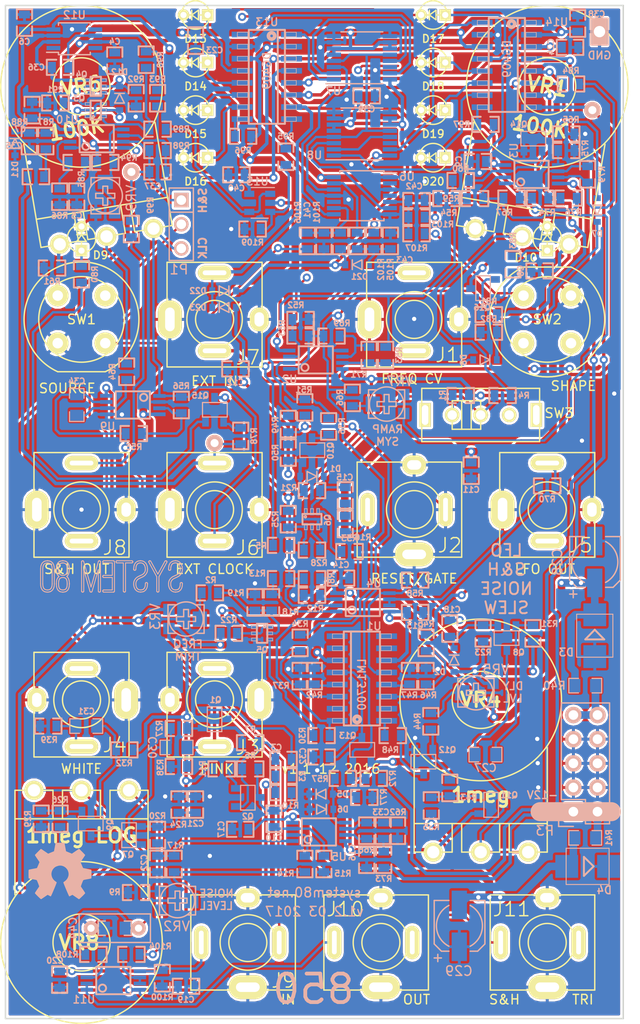
<source format=kicad_pcb>
(kicad_pcb (version 4) (host pcbnew 4.0.2-stable)
  (layers (0 F.Cu signal) (31 B.Cu signal) (34 B.Paste user) (35 F.Paste user) (36 B.SilkS user) (37 F.SilkS user) (38 B.Mask user) (39 F.Mask user) (44 Edge.Cuts user))
  (net 0 "")
  (net 1 GND)
  (net 2 "Net-(C3-Pad1)")
  (net 3 "Net-(C3-Pad2)")
  (net 4 +12V)
  (net 5 -12V)
  (net 6 "Net-(C10-Pad1)")
  (net 7 "Net-(C10-Pad2)")
  (net 8 "Net-(C15-Pad1)")
  (net 9 "Net-(C15-Pad2)")
  (net 10 "Net-(C18-Pad1)")
  (net 11 "Net-(C18-Pad2)")
  (net 12 "Net-(C21-Pad1)")
  (net 13 "Net-(C22-Pad1)")
  (net 14 "Net-(C22-Pad2)")
  (net 15 "Net-(C27-Pad1)")
  (net 16 "Net-(C27-Pad2)")
  (net 17 PINK_NOISE)
  (net 18 "Net-(C30-Pad2)")
  (net 19 WHITE_NOISE)
  (net 20 "Net-(C31-Pad2)")
  (net 21 "Net-(C32-Pad1)")
  (net 22 "Net-(C33-Pad1)")
  (net 23 "Net-(C33-Pad2)")
  (net 24 "Net-(C34-Pad1)")
  (net 25 "Net-(C34-Pad2)")
  (net 26 "Net-(C35-Pad1)")
  (net 27 "Net-(C35-Pad2)")
  (net 28 "Net-(C36-Pad1)")
  (net 29 "Net-(C36-Pad2)")
  (net 30 "Net-(C37-Pad1)")
  (net 31 "Net-(C37-Pad2)")
  (net 32 "Net-(C41-Pad1)")
  (net 33 "Net-(C42-Pad1)")
  (net 34 "Net-(C43-Pad1)")
  (net 35 "Net-(C44-Pad1)")
  (net 36 "Net-(D5-Pad1)")
  (net 37 "Net-(D7-Pad1)")
  (net 38 "Net-(D7-Pad2)")
  (net 39 "Net-(D8-Pad1)")
  (net 40 LFO_PULSE)
  (net 41 "Net-(D9-Pad2)")
  (net 42 "Net-(D10-Pad2)")
  (net 43 "Net-(D11-Pad2)")
  (net 44 "Net-(D12-Pad1)")
  (net 45 "Net-(D12-Pad2)")
  (net 46 "Net-(D13-Pad2)")
  (net 47 "Net-(D14-Pad2)")
  (net 48 "Net-(D15-Pad2)")
  (net 49 "Net-(D16-Pad2)")
  (net 50 "Net-(D17-Pad2)")
  (net 51 "Net-(D18-Pad2)")
  (net 52 "Net-(D19-Pad2)")
  (net 53 "Net-(D20-Pad2)")
  (net 54 "Net-(J1-Pad3)")
  (net 55 "Net-(J1-Pad2)")
  (net 56 "Net-(J3-Pad2)")
  (net 57 "Net-(J4-Pad2)")
  (net 58 "Net-(J5-Pad3)")
  (net 59 "Net-(J5-Pad2)")
  (net 60 "Net-(J8-Pad3)")
  (net 61 "Net-(J8-Pad2)")
  (net 62 "Net-(J9-Pad3)")
  (net 63 "Net-(J10-Pad3)")
  (net 64 "Net-(J10-Pad2)")
  (net 65 "Net-(J11-Pad2)")
  (net 66 "Net-(P3-Pad1)")
  (net 67 "Net-(P3-Pad10)")
  (net 68 "Net-(Q1-Pad3)")
  (net 69 "Net-(Q2-Pad2)")
  (net 70 "Net-(Q3-Pad1)")
  (net 71 "Net-(Q3-Pad3)")
  (net 72 "Net-(Q3-Pad6)")
  (net 73 "Net-(Q4-Pad1)")
  (net 74 "Net-(Q5-Pad1)")
  (net 75 "Net-(Q5-Pad2)")
  (net 76 "Net-(Q5-Pad3)")
  (net 77 "Net-(Q6-Pad3)")
  (net 78 "Net-(Q6-Pad6)")
  (net 79 "Net-(Q9-Pad1)")
  (net 80 "Net-(Q10-Pad3)")
  (net 81 "Net-(Q11-Pad1)")
  (net 82 "Net-(Q12-Pad3)")
  (net 83 "Net-(Q12-Pad2)")
  (net 84 "Net-(Q13-Pad1)")
  (net 85 "Net-(Q14-Pad2)")
  (net 86 "Net-(Q15-Pad2)")
  (net 87 "Net-(Q15-Pad1)")
  (net 88 "Net-(Q16-Pad2)")
  (net 89 "Net-(Q16-Pad1)")
  (net 90 "Net-(R4-Pad1)")
  (net 91 "Net-(R13-Pad1)")
  (net 92 "Net-(R9-Pad2)")
  (net 93 "Net-(R12-Pad1)")
  (net 94 "Net-(R13-Pad2)")
  (net 95 "Net-(R14-Pad1)")
  (net 96 "Net-(R14-Pad2)")
  (net 97 "Net-(R30-Pad2)")
  (net 98 "Net-(R34-Pad1)")
  (net 99 "Net-(R36-Pad2)")
  (net 100 "Net-(R42-Pad1)")
  (net 101 "Net-(R44-Pad1)")
  (net 102 "Net-(R45-Pad1)")
  (net 103 LFO)
  (net 104 "Net-(R47-Pad1)")
  (net 105 "Net-(R48-Pad2)")
  (net 106 "Net-(R49-Pad2)")
  (net 107 "Net-(R52-Pad1)")
  (net 108 "Net-(R55-Pad2)")
  (net 109 "Net-(R58-Pad1)")
  (net 110 "Net-(R59-Pad2)")
  (net 111 "Net-(R61-Pad2)")
  (net 112 "Net-(R64-Pad2)")
  (net 113 "Net-(R66-Pad2)")
  (net 114 "Net-(R67-Pad2)")
  (net 115 "Net-(R69-Pad2)")
  (net 116 "Net-(R70-Pad1)")
  (net 117 LFO_TRI)
  (net 118 LFO_SINE)
  (net 119 "Net-(R74-Pad2)")
  (net 120 "Net-(R75-Pad1)")
  (net 121 "Net-(R79-Pad2)")
  (net 122 LFO_RAMP)
  (net 123 "Net-(R85-Pad1)")
  (net 124 SAMPLE)
  (net 125 "Net-(R94-Pad1)")
  (net 126 "Net-(R96-Pad2)")
  (net 127 "Net-(R97-Pad2)")
  (net 128 "Net-(R102-Pad1)")
  (net 129 "Net-(R104-Pad1)")
  (net 130 "Net-(R104-Pad2)")
  (net 131 "Net-(R106-Pad2)")
  (net 132 "Net-(R107-Pad2)")
  (net 133 "Net-(R108-Pad1)")
  (net 134 "Net-(U1-Pad2)")
  (net 135 "Net-(U1-Pad15)")
  (net 136 "Net-(U6-Pad2)")
  (net 137 "Net-(U6-Pad4)")
  (net 138 "Net-(U6-Pad6)")
  (net 139 "Net-(U6-Pad8)")
  (net 140 "Net-(U6-Pad10)")
  (net 141 "Net-(U6-Pad12)")
  (net 142 "Net-(U13-Pad1)")
  (net 143 "Net-(U7-Pad13)")
  (net 144 "Net-(U7-Pad14)")
  (net 145 "Net-(U13-Pad16)")
  (net 146 "Net-(U14-Pad1)")
  (net 147 "Net-(U8-Pad13)")
  (net 148 "Net-(U8-Pad14)")
  (net 149 "Net-(U14-Pad16)")
  (net 150 "Net-(VR2-Pad1)")
  (net 151 "Net-(VR7-Pad1)")
  (net 152 S&H_INT_CLK)
  (net 153 "Net-(D22-Pad1)")
  (net 154 "Net-(J9-Pad2)")
  (net 155 "Net-(Q6-Pad5)")
  (net 156 "Net-(R1-Pad1)")
  (net 157 "Net-(R2-Pad1)")
  (net 158 "Net-(R89-Pad2)")
  (net 159 "Net-(R109-Pad2)")
  (net 160 "Net-(SW3-Pad3)")
  (module MyModules:RV16A-41-JRL (layer F.Cu) (at 117 33.5 350.5)
    (fp_text reference VR1 (at 0 0 350.5) (layer F.SilkS) (effects (font (thickness 0.3048))))
    (fp_text value 100K (at -0.038262 4.3155 350.5) (layer F.SilkS) (effects (font (thickness 0.3048))))
    (pad 2 thru_hole circle (at 0 16 350.5) (size 1.99898 1.99898) (drill 1.30048) (layers *.Cu *.Mask F.SilkS) (net 90 "Net-(R4-Pad1)"))
    (pad 3 thru_hole circle (at 5 16 350.5) (size 1.99898 1.99898) (drill 1.30048) (layers *.Cu *.Mask F.SilkS) (net 4 +12V))
    (pad 1 thru_hole circle (at -5 16 350.5) (size 1.99898 1.99898) (drill 1.30048) (layers *.Cu *.Mask F.SilkS) (net 1 GND))
  )
  (module MyModules:PJ-301B-JACK-SLOTS (layer F.Cu) (at 103 78 90)
    (fp_text reference J2 (at -3.75 3.75 180) (layer F.SilkS) (effects (font (size 1.5 1.5))))
    (fp_text value PJ301BM hide)
    (pad 1 thru_hole oval (at -4.7 0 90) (size 2.5 4) (drill oval 1 2.5) (layers *.Cu *.Mask F.SilkS) (net 1 GND))
    (pad 1 thru_hole oval (at 4.7 0 90) (size 2 2.5) (drill oval 1 1.5) (layers *.Cu *.Mask F.SilkS) (net 1 GND))
    (pad 3 thru_hole oval (at 0 -4.9 90) (size 3.5 1.5) (drill oval 2.5 0.5) (layers *.Cu *.Mask F.SilkS) (net 11 "Net-(C18-Pad2)"))
    (pad 2 thru_hole oval (at 0 3.3 90) (size 3.5 1.5) (drill oval 2.5 0.5) (layers *.Cu *.Mask F.SilkS) (net 1 GND))
  )
  (module MyModules:SOT363-JRL (layer B.Cu) (at 92.25 79)
    (fp_text reference Q6 (at 1.65 0.1 90) (layer B.SilkS) (effects (font (size 0.6096 0.6096) (thickness 0.1524)) (justify mirror)))
    (fp_text value MBT3946DW hide)
    (pad 1 smd rect (at -0.6477 -0.79756) (size 0.39878 0.79756) (layers B.Cu B.Paste B.Mask) (net 5 -12V))
    (pad 2 smd rect (at 0 -0.79756) (size 0.39878 0.79756) (layers B.Cu B.Paste B.Mask) (net 8 "Net-(C15-Pad1)"))
    (pad 3 smd rect (at 0.6477 -0.79756) (size 0.39878 0.79756) (layers B.Cu B.Paste B.Mask) (net 77 "Net-(Q6-Pad3)"))
    (pad 4 smd rect (at 0.6477 0.79756) (size 0.39878 0.79756) (layers B.Cu B.Paste B.Mask) (net 1 GND))
    (pad 5 smd rect (at 0 0.79756) (size 0.39878 0.79756) (layers B.Cu B.Paste B.Mask) (net 155 "Net-(Q6-Pad5)"))
    (pad 6 smd rect (at -0.6477 0.79756) (size 0.39878 0.79756) (layers B.Cu B.Paste B.Mask) (net 78 "Net-(Q6-Pad6)"))
  )
  (module MyModules:SOT363-JRL (layer B.Cu) (at 87 91 270)
    (fp_text reference Q5 (at 1.75 0 360) (layer B.SilkS) (effects (font (size 0.6096 0.6096) (thickness 0.1524)) (justify mirror)))
    (fp_text value MBT3946DW hide)
    (pad 1 smd rect (at -0.6477 -0.79756 270) (size 0.39878 0.79756) (layers B.Cu B.Paste B.Mask) (net 74 "Net-(Q5-Pad1)"))
    (pad 2 smd rect (at 0 -0.79756 270) (size 0.39878 0.79756) (layers B.Cu B.Paste B.Mask) (net 75 "Net-(Q5-Pad2)"))
    (pad 3 smd rect (at 0.6477 -0.79756 270) (size 0.39878 0.79756) (layers B.Cu B.Paste B.Mask) (net 76 "Net-(Q5-Pad3)"))
    (pad 4 smd rect (at 0.6477 0.79756 270) (size 0.39878 0.79756) (layers B.Cu B.Paste B.Mask) (net 1 GND))
    (pad 5 smd rect (at 0 0.79756 270) (size 0.39878 0.79756) (layers B.Cu B.Paste B.Mask) (net 74 "Net-(Q5-Pad1)"))
    (pad 6 smd rect (at -0.6477 0.79756 270) (size 0.39878 0.79756) (layers B.Cu B.Paste B.Mask) (net 4 +12V))
  )
  (module MyModules:SOT363-JRL (layer B.Cu) (at 69.5 33.5 90)
    (fp_text reference Q4 (at 1.25 -1.5 180) (layer B.SilkS) (effects (font (size 0.6096 0.6096) (thickness 0.1524)) (justify mirror)))
    (fp_text value 2N7002 hide)
    (pad 1 smd rect (at -0.6477 -0.79756 90) (size 0.39878 0.79756) (layers B.Cu B.Paste B.Mask) (net 73 "Net-(Q4-Pad1)"))
    (pad 2 smd rect (at 0 -0.79756 90) (size 0.39878 0.79756) (layers B.Cu B.Paste B.Mask) (net 45 "Net-(D12-Pad2)"))
    (pad 3 smd rect (at 0.6477 -0.79756 90) (size 0.39878 0.79756) (layers B.Cu B.Paste B.Mask) (net 28 "Net-(C36-Pad1)"))
    (pad 4 smd rect (at 0.6477 0.79756 90) (size 0.39878 0.79756) (layers B.Cu B.Paste B.Mask) (net 73 "Net-(Q4-Pad1)"))
    (pad 5 smd rect (at 0 0.79756 90) (size 0.39878 0.79756) (layers B.Cu B.Paste B.Mask) (net 45 "Net-(D12-Pad2)"))
    (pad 6 smd rect (at -0.6477 0.79756 90) (size 0.39878 0.79756) (layers B.Cu B.Paste B.Mask) (net 71 "Net-(Q3-Pad3)"))
  )
  (module MyModules:SOT363-JRL (layer B.Cu) (at 69.5 36 90)
    (fp_text reference Q3 (at 1.25 -1.75 180) (layer B.SilkS) (effects (font (size 0.6096 0.6096) (thickness 0.1524)) (justify mirror)))
    (fp_text value 2N7002 hide)
    (pad 1 smd rect (at -0.6477 -0.79756 90) (size 0.39878 0.79756) (layers B.Cu B.Paste B.Mask) (net 70 "Net-(Q3-Pad1)"))
    (pad 2 smd rect (at 0 -0.79756 90) (size 0.39878 0.79756) (layers B.Cu B.Paste B.Mask) (net 44 "Net-(D12-Pad1)"))
    (pad 3 smd rect (at 0.6477 -0.79756 90) (size 0.39878 0.79756) (layers B.Cu B.Paste B.Mask) (net 71 "Net-(Q3-Pad3)"))
    (pad 4 smd rect (at 0.6477 0.79756 90) (size 0.39878 0.79756) (layers B.Cu B.Paste B.Mask) (net 70 "Net-(Q3-Pad1)"))
    (pad 5 smd rect (at 0 0.79756 90) (size 0.39878 0.79756) (layers B.Cu B.Paste B.Mask) (net 44 "Net-(D12-Pad1)"))
    (pad 6 smd rect (at -0.6477 0.79756 90) (size 0.39878 0.79756) (layers B.Cu B.Paste B.Mask) (net 72 "Net-(Q3-Pad6)"))
  )
  (module MyModules:PJ-301B-JACK-SLOTS (layer F.Cu) (at 82 98 180)
    (fp_text reference J3 (at -3.5 -5 180) (layer F.SilkS) (effects (font (size 1.5 1.5))))
    (fp_text value PJ301BM hide)
    (pad 1 thru_hole oval (at -4.7 0 180) (size 2.5 4) (drill oval 1 2.5) (layers *.Cu *.Mask F.SilkS) (net 1 GND))
    (pad 1 thru_hole oval (at 4.7 0 180) (size 2 2.5) (drill oval 1 1.5) (layers *.Cu *.Mask F.SilkS) (net 1 GND))
    (pad 3 thru_hole oval (at 0 -4.9 180) (size 3.5 1.5) (drill oval 2.5 0.5) (layers *.Cu *.Mask F.SilkS) (net 17 PINK_NOISE))
    (pad 2 thru_hole oval (at 0 3.3 180) (size 3.5 1.5) (drill oval 2.5 0.5) (layers *.Cu *.Mask F.SilkS) (net 56 "Net-(J3-Pad2)"))
  )
  (module Housings_SSOP:TSSOP-14_4.4x5mm_Pitch0.65mm (layer B.Cu) (at 97.5 45 180)
    (fp_text reference U6 (at -4.75 2 180) (layer B.SilkS) (effects (font (size 0.8128 0.8128) (thickness 0.1524)) (justify mirror)))
    (fp_text value CD40106 hide)
    (pad 1 smd rect (at -2.95 1.95 180) (size 1.45 0.45) (layers B.Cu B.Paste B.Mask) (net 1 GND))
    (pad 2 smd rect (at -2.95 1.3 180) (size 1.45 0.45) (layers B.Cu B.Paste B.Mask) (net 136 "Net-(U6-Pad2)"))
    (pad 3 smd rect (at -2.95 0.65 180) (size 1.45 0.45) (layers B.Cu B.Paste B.Mask) (net 1 GND))
    (pad 4 smd rect (at -2.95 0 180) (size 1.45 0.45) (layers B.Cu B.Paste B.Mask) (net 137 "Net-(U6-Pad4)"))
    (pad 5 smd rect (at -2.95 -0.65 180) (size 1.45 0.45) (layers B.Cu B.Paste B.Mask) (net 33 "Net-(C42-Pad1)"))
    (pad 6 smd rect (at -2.95 -1.3 180) (size 1.45 0.45) (layers B.Cu B.Paste B.Mask) (net 138 "Net-(U6-Pad6)"))
    (pad 7 smd rect (at -2.95 -1.95 180) (size 1.45 0.45) (layers B.Cu B.Paste B.Mask) (net 1 GND))
    (pad 8 smd rect (at 2.95 -1.95 180) (size 1.45 0.45) (layers B.Cu B.Paste B.Mask) (net 139 "Net-(U6-Pad8)"))
    (pad 9 smd rect (at 2.95 -1.3 180) (size 1.45 0.45) (layers B.Cu B.Paste B.Mask) (net 32 "Net-(C41-Pad1)"))
    (pad 10 smd rect (at 2.95 -0.65 180) (size 1.45 0.45) (layers B.Cu B.Paste B.Mask) (net 140 "Net-(U6-Pad10)"))
    (pad 11 smd rect (at 2.95 0 180) (size 1.45 0.45) (layers B.Cu B.Paste B.Mask) (net 1 GND))
    (pad 12 smd rect (at 2.95 0.65 180) (size 1.45 0.45) (layers B.Cu B.Paste B.Mask) (net 141 "Net-(U6-Pad12)"))
    (pad 13 smd rect (at 2.95 1.3 180) (size 1.45 0.45) (layers B.Cu B.Paste B.Mask) (net 128 "Net-(R102-Pad1)"))
    (pad 14 smd rect (at 2.95 1.95 180) (size 1.45 0.45) (layers B.Cu B.Paste B.Mask) (net 4 +12V))
  )
  (module MyModules:SM0603-C-JRL (layer B.Cu) (at 89.25 104.25)
    (fp_text reference C3 (at -0.75 -1.25) (layer B.SilkS) (effects (font (size 0.6096 0.6096) (thickness 0.1524)) (justify mirror)))
    (fp_text value 100n hide)
    (pad 1 smd rect (at -0.8509 0) (size 0.8128 1.143) (layers B.Cu B.Paste B.Mask) (net 2 "Net-(C3-Pad1)"))
    (pad 2 smd rect (at 0.8509 0) (size 0.8128 1.143) (layers B.Cu B.Paste B.Mask) (net 3 "Net-(C3-Pad2)"))
  )
  (module MyModules:SM0603-C-JRL (layer B.Cu) (at 71.5 30.8 270)
    (fp_text reference C4 (at -2 0 540) (layer B.SilkS) (effects (font (size 0.6096 0.6096) (thickness 0.1524)) (justify mirror)))
    (fp_text value 0.1µ hide)
    (pad 1 smd rect (at -0.8509 0 270) (size 0.8128 1.143) (layers B.Cu B.Paste B.Mask) (net 4 +12V))
    (pad 2 smd rect (at 0.8509 0 270) (size 0.8128 1.143) (layers B.Cu B.Paste B.Mask) (net 1 GND))
  )
  (module MyModules:SM0603-C-JRL (layer B.Cu) (at 67.5 45.1 270)
    (fp_text reference C5 (at 2 0 540) (layer B.SilkS) (effects (font (size 0.6096 0.6096) (thickness 0.1524)) (justify mirror)))
    (fp_text value 0.1µ hide)
    (pad 1 smd rect (at -0.8509 0 270) (size 0.8128 1.143) (layers B.Cu B.Paste B.Mask) (net 4 +12V))
    (pad 2 smd rect (at 0.8509 0 270) (size 0.8128 1.143) (layers B.Cu B.Paste B.Mask) (net 1 GND))
  )
  (module MyModules:SM0603-C-JRL (layer B.Cu) (at 62 26.8 270)
    (fp_text reference C6 (at 2 0 540) (layer B.SilkS) (effects (font (size 0.6096 0.6096) (thickness 0.1524)) (justify mirror)))
    (fp_text value 0.1µ hide)
    (pad 1 smd rect (at -0.8509 0 270) (size 0.8128 1.143) (layers B.Cu B.Paste B.Mask) (net 1 GND))
    (pad 2 smd rect (at 0.8509 0 270) (size 0.8128 1.143) (layers B.Cu B.Paste B.Mask) (net 5 -12V))
  )
  (module MyModules:SM0603-C-JRL (layer B.Cu) (at 62.8 36 270)
    (fp_text reference C7 (at 2 1.25 360) (layer B.SilkS) (effects (font (size 0.6096 0.6096) (thickness 0.1524)) (justify mirror)))
    (fp_text value 0.1µ hide)
    (pad 1 smd rect (at -0.8509 0 270) (size 0.8128 1.143) (layers B.Cu B.Paste B.Mask) (net 1 GND))
    (pad 2 smd rect (at 0.8509 0 270) (size 0.8128 1.143) (layers B.Cu B.Paste B.Mask) (net 5 -12V))
  )
  (module MyModules:SM0603-C-JRL (layer B.Cu) (at 116.2 52.9 180)
    (fp_text reference C8 (at 2 0 450) (layer B.SilkS) (effects (font (size 0.6096 0.6096) (thickness 0.1524)) (justify mirror)))
    (fp_text value 0.1µ hide)
    (pad 1 smd rect (at -0.8509 0 180) (size 0.8128 1.143) (layers B.Cu B.Paste B.Mask) (net 4 +12V))
    (pad 2 smd rect (at 0.8509 0 180) (size 0.8128 1.143) (layers B.Cu B.Paste B.Mask) (net 1 GND))
  )
  (module MyModules:SM0603-C-JRL (layer B.Cu) (at 109.7 41.4)
    (fp_text reference C9 (at -2 0 270) (layer B.SilkS) (effects (font (size 0.6096 0.6096) (thickness 0.1524)) (justify mirror)))
    (fp_text value 0.1µ hide)
    (pad 1 smd rect (at -0.8509 0) (size 0.8128 1.143) (layers B.Cu B.Paste B.Mask) (net 1 GND))
    (pad 2 smd rect (at 0.8509 0) (size 0.8128 1.143) (layers B.Cu B.Paste B.Mask) (net 5 -12V))
  )
  (module MyModules:SM0603-C-JRL (layer B.Cu) (at 88.25 110.5 90)
    (fp_text reference C10 (at -2 0 180) (layer B.SilkS) (effects (font (size 0.6096 0.6096) (thickness 0.1524)) (justify mirror)))
    (fp_text value 33n hide)
    (pad 1 smd rect (at -0.8509 0 90) (size 0.8128 1.143) (layers B.Cu B.Paste B.Mask) (net 6 "Net-(C10-Pad1)"))
    (pad 2 smd rect (at 0.8509 0 90) (size 0.8128 1.143) (layers B.Cu B.Paste B.Mask) (net 7 "Net-(C10-Pad2)"))
  )
  (module MyModules:SM0603-C-JRL (layer B.Cu) (at 109 73.9 270)
    (fp_text reference C11 (at 2 0 540) (layer B.SilkS) (effects (font (size 0.6096 0.6096) (thickness 0.1524)) (justify mirror)))
    (fp_text value 0.1µ hide)
    (pad 1 smd rect (at -0.8509 0 270) (size 0.8128 1.143) (layers B.Cu B.Paste B.Mask) (net 4 +12V))
    (pad 2 smd rect (at 0.8509 0 270) (size 0.8128 1.143) (layers B.Cu B.Paste B.Mask) (net 1 GND))
  )
  (module MyModules:SM0603-C-JRL (layer B.Cu) (at 84.2 63.2)
    (fp_text reference C12 (at 0 1.4) (layer B.SilkS) (effects (font (size 0.6096 0.6096) (thickness 0.1524)) (justify mirror)))
    (fp_text value 0.1µ hide)
    (pad 1 smd rect (at -0.8509 0) (size 0.8128 1.143) (layers B.Cu B.Paste B.Mask) (net 1 GND))
    (pad 2 smd rect (at 0.8509 0) (size 0.8128 1.143) (layers B.Cu B.Paste B.Mask) (net 5 -12V))
  )
  (module MyModules:SM0603-C-JRL (layer B.Cu) (at 103.1 88.8)
    (fp_text reference C13 (at 0 1.4) (layer B.SilkS) (effects (font (size 0.6096 0.6096) (thickness 0.1524)) (justify mirror)))
    (fp_text value 0.1µ hide)
    (pad 1 smd rect (at -0.8509 0) (size 0.8128 1.143) (layers B.Cu B.Paste B.Mask) (net 4 +12V))
    (pad 2 smd rect (at 0.8509 0) (size 0.8128 1.143) (layers B.Cu B.Paste B.Mask) (net 1 GND))
  )
  (module MyModules:SM0603-C-JRL (layer B.Cu) (at 95.3 85.2 180)
    (fp_text reference C14 (at 0 1.4 180) (layer B.SilkS) (effects (font (size 0.6096 0.6096) (thickness 0.1524)) (justify mirror)))
    (fp_text value 0.1µ hide)
    (pad 1 smd rect (at -0.8509 0 180) (size 0.8128 1.143) (layers B.Cu B.Paste B.Mask) (net 1 GND))
    (pad 2 smd rect (at 0.8509 0 180) (size 0.8128 1.143) (layers B.Cu B.Paste B.Mask) (net 5 -12V))
  )
  (module MyModules:SM0603-C-JRL (layer B.Cu) (at 95.75 76.5 270)
    (fp_text reference C15 (at -1.9 0.05 360) (layer B.SilkS) (effects (font (size 0.6096 0.6096) (thickness 0.1524)) (justify mirror)))
    (fp_text value 100n hide)
    (pad 1 smd rect (at -0.8509 0 270) (size 0.8128 1.143) (layers B.Cu B.Paste B.Mask) (net 8 "Net-(C15-Pad1)"))
    (pad 2 smd rect (at 0.8509 0 270) (size 0.8128 1.143) (layers B.Cu B.Paste B.Mask) (net 9 "Net-(C15-Pad2)"))
  )
  (module MyModules:SM0603-C-JRL (layer B.Cu) (at 98 114.8 270)
    (fp_text reference C16 (at -0.75 1.5 270) (layer B.SilkS) (effects (font (size 0.6096 0.6096) (thickness 0.1524)) (justify mirror)))
    (fp_text value 0.1µ hide)
    (pad 1 smd rect (at -0.8509 0 270) (size 0.8128 1.143) (layers B.Cu B.Paste B.Mask) (net 4 +12V))
    (pad 2 smd rect (at 0.8509 0 270) (size 0.8128 1.143) (layers B.Cu B.Paste B.Mask) (net 1 GND))
  )
  (module MyModules:SM0603-C-JRL (layer B.Cu) (at 84.7 111.6)
    (fp_text reference C17 (at -2 0 270) (layer B.SilkS) (effects (font (size 0.6096 0.6096) (thickness 0.1524)) (justify mirror)))
    (fp_text value 0.1µ hide)
    (pad 1 smd rect (at -0.8509 0) (size 0.8128 1.143) (layers B.Cu B.Paste B.Mask) (net 1 GND))
    (pad 2 smd rect (at 0.8509 0) (size 0.8128 1.143) (layers B.Cu B.Paste B.Mask) (net 5 -12V))
  )
  (module MyModules:SM0603-C-JRL (layer B.Cu) (at 106.75 90.5 90)
    (fp_text reference C18 (at 2 0.25 180) (layer B.SilkS) (effects (font (size 0.6096 0.6096) (thickness 0.1524)) (justify mirror)))
    (fp_text value 100n hide)
    (pad 1 smd rect (at -0.8509 0 90) (size 0.8128 1.143) (layers B.Cu B.Paste B.Mask) (net 10 "Net-(C18-Pad1)"))
    (pad 2 smd rect (at 0.8509 0 90) (size 0.8128 1.143) (layers B.Cu B.Paste B.Mask) (net 11 "Net-(C18-Pad2)"))
  )
  (module MyModules:SM0603-C-JRL (layer B.Cu) (at 79 128.1)
    (fp_text reference C19 (at 0 1.4) (layer B.SilkS) (effects (font (size 0.6096 0.6096) (thickness 0.1524)) (justify mirror)))
    (fp_text value 0.1µ hide)
    (pad 1 smd rect (at -0.8509 0) (size 0.8128 1.143) (layers B.Cu B.Paste B.Mask) (net 4 +12V))
    (pad 2 smd rect (at 0.8509 0) (size 0.8128 1.143) (layers B.Cu B.Paste B.Mask) (net 1 GND))
  )
  (module MyModules:SM0603-C-JRL (layer B.Cu) (at 65.7 127.4 90)
    (fp_text reference C20 (at 2 -0.5 360) (layer B.SilkS) (effects (font (size 0.6096 0.6096) (thickness 0.1524)) (justify mirror)))
    (fp_text value 0.1µ hide)
    (pad 1 smd rect (at -0.8509 0 90) (size 0.8128 1.143) (layers B.Cu B.Paste B.Mask) (net 1 GND))
    (pad 2 smd rect (at 0.8509 0 90) (size 0.8128 1.143) (layers B.Cu B.Paste B.Mask) (net 5 -12V))
  )
  (module MyModules:SM0603-C-JRL (layer B.Cu) (at 80 109 90)
    (fp_text reference C21 (at -2 0 180) (layer B.SilkS) (effects (font (size 0.6096 0.6096) (thickness 0.1524)) (justify mirror)))
    (fp_text value 10n hide)
    (pad 1 smd rect (at -0.8509 0 90) (size 0.8128 1.143) (layers B.Cu B.Paste B.Mask) (net 12 "Net-(C21-Pad1)"))
    (pad 2 smd rect (at 0.8509 0 90) (size 0.8128 1.143) (layers B.Cu B.Paste B.Mask) (net 1 GND))
  )
  (module MyModules:SM0603-C-JRL (layer B.Cu) (at 76 115.25 90)
    (fp_text reference C22 (at 0.15 -1.4 270) (layer B.SilkS) (effects (font (size 0.6096 0.6096) (thickness 0.1524)) (justify mirror)))
    (fp_text value 1n hide)
    (pad 1 smd rect (at -0.8509 0 90) (size 0.8128 1.143) (layers B.Cu B.Paste B.Mask) (net 13 "Net-(C22-Pad1)"))
    (pad 2 smd rect (at 0.8509 0 90) (size 0.8128 1.143) (layers B.Cu B.Paste B.Mask) (net 14 "Net-(C22-Pad2)"))
  )
  (module MyModules:SM0603-C-JRL (layer B.Cu) (at 80 28.7 270)
    (fp_text reference C23 (at 1 -2 540) (layer B.SilkS) (effects (font (size 0.6096 0.6096) (thickness 0.1524)) (justify mirror)))
    (fp_text value 0.1µ hide)
    (pad 1 smd rect (at -0.8509 0 270) (size 0.8128 1.143) (layers B.Cu B.Paste B.Mask) (net 4 +12V))
    (pad 2 smd rect (at 0.8509 0 270) (size 0.8128 1.143) (layers B.Cu B.Paste B.Mask) (net 1 GND))
  )
  (module MyModules:SM0603-C-JRL (layer B.Cu) (at 119.4 29.4 180)
    (fp_text reference C24 (at 2 0.05 450) (layer B.SilkS) (effects (font (size 0.6096 0.6096) (thickness 0.1524)) (justify mirror)))
    (fp_text value 0.1µ hide)
    (pad 1 smd rect (at -0.8509 0 180) (size 0.8128 1.143) (layers B.Cu B.Paste B.Mask) (net 1 GND))
    (pad 2 smd rect (at 0.8509 0 180) (size 0.8128 1.143) (layers B.Cu B.Paste B.Mask) (net 5 -12V))
  )
  (module MyModules:SM0603-C-JRL (layer B.Cu) (at 93.25 104 180)
    (fp_text reference C32 (at 1.95 0.1 270) (layer B.SilkS) (effects (font (size 0.6096 0.6096) (thickness 0.1524)) (justify mirror)))
    (fp_text value 100n hide)
    (pad 1 smd rect (at -0.8509 0 180) (size 0.8128 1.143) (layers B.Cu B.Paste B.Mask) (net 21 "Net-(C32-Pad1)"))
    (pad 2 smd rect (at 0.8509 0 180) (size 0.8128 1.143) (layers B.Cu B.Paste B.Mask) (net 1 GND))
  )
  (module MyModules:SM0603-C-JRL (layer B.Cu) (at 99.75 111.75 90)
    (fp_text reference C33 (at 1.95 -0.25 180) (layer B.SilkS) (effects (font (size 0.6096 0.6096) (thickness 0.1524)) (justify mirror)))
    (fp_text value 47n hide)
    (pad 1 smd rect (at -0.8509 0 90) (size 0.8128 1.143) (layers B.Cu B.Paste B.Mask) (net 22 "Net-(C33-Pad1)"))
    (pad 2 smd rect (at 0.8509 0 90) (size 0.8128 1.143) (layers B.Cu B.Paste B.Mask) (net 23 "Net-(C33-Pad2)"))
  )
  (module MyModules:SM0603-C-JRL (layer B.Cu) (at 63.2 43)
    (fp_text reference C35 (at -2.3 -3.25 180) (layer B.SilkS) (effects (font (size 0.6096 0.6096) (thickness 0.1524)) (justify mirror)))
    (fp_text value 1n hide)
    (pad 1 smd rect (at -0.8509 0) (size 0.8128 1.143) (layers B.Cu B.Paste B.Mask) (net 26 "Net-(C35-Pad1)"))
    (pad 2 smd rect (at 0.8509 0) (size 0.8128 1.143) (layers B.Cu B.Paste B.Mask) (net 27 "Net-(C35-Pad2)"))
  )
  (module MyModules:SM0603-C-JRL (layer B.Cu) (at 65.75 31.5)
    (fp_text reference C36 (at -2.5 0 180) (layer B.SilkS) (effects (font (size 0.6096 0.6096) (thickness 0.1524)) (justify mirror)))
    (fp_text value 0.01μ hide)
    (pad 1 smd rect (at -0.8509 0) (size 0.8128 1.143) (layers B.Cu B.Paste B.Mask) (net 28 "Net-(C36-Pad1)"))
    (pad 2 smd rect (at 0.8509 0) (size 0.8128 1.143) (layers B.Cu B.Paste B.Mask) (net 29 "Net-(C36-Pad2)"))
  )
  (module MyModules:SM0603-C-JRL (layer B.Cu) (at 76 42.5 180)
    (fp_text reference C37 (at 0.5 -1.5 180) (layer B.SilkS) (effects (font (size 0.6096 0.6096) (thickness 0.1524)) (justify mirror)))
    (fp_text value 1n hide)
    (pad 1 smd rect (at -0.8509 0 180) (size 0.8128 1.143) (layers B.Cu B.Paste B.Mask) (net 30 "Net-(C37-Pad1)"))
    (pad 2 smd rect (at 0.8509 0 180) (size 0.8128 1.143) (layers B.Cu B.Paste B.Mask) (net 31 "Net-(C37-Pad2)"))
  )
  (module MyModules:SM0603-C-JRL (layer B.Cu) (at 120.2 26.9 90)
    (fp_text reference C38 (at 1 2 360) (layer B.SilkS) (effects (font (size 0.6096 0.6096) (thickness 0.1524)) (justify mirror)))
    (fp_text value 0.1µ hide)
    (pad 1 smd rect (at -0.8509 0 90) (size 0.8128 1.143) (layers B.Cu B.Paste B.Mask) (net 4 +12V))
    (pad 2 smd rect (at 0.8509 0 90) (size 0.8128 1.143) (layers B.Cu B.Paste B.Mask) (net 1 GND))
  )
  (module MyModules:SM0603-C-JRL (layer B.Cu) (at 98 34.5)
    (fp_text reference C39 (at 0 1.4) (layer B.SilkS) (effects (font (size 0.6096 0.6096) (thickness 0.1524)) (justify mirror)))
    (fp_text value 0.1µ hide)
    (pad 1 smd rect (at -0.8509 0) (size 0.8128 1.143) (layers B.Cu B.Paste B.Mask) (net 4 +12V))
    (pad 2 smd rect (at 0.8509 0) (size 0.8128 1.143) (layers B.Cu B.Paste B.Mask) (net 1 GND))
  )
  (module MyModules:SM0603-C-JRL (layer B.Cu) (at 84.3 42.8)
    (fp_text reference C40 (at 0 1.4) (layer B.SilkS) (effects (font (size 0.6096 0.6096) (thickness 0.1524)) (justify mirror)))
    (fp_text value 0.1µ hide)
    (pad 1 smd rect (at -0.8509 0) (size 0.8128 1.143) (layers B.Cu B.Paste B.Mask) (net 1 GND))
    (pad 2 smd rect (at 0.8509 0) (size 0.8128 1.143) (layers B.Cu B.Paste B.Mask) (net 4 +12V))
  )
  (module MyModules:SM0603-C-JRL (layer B.Cu) (at 93.5 49.75 270)
    (fp_text reference C41 (at -3.25 1.75 450) (layer B.SilkS) (effects (font (size 0.6096 0.6096) (thickness 0.1524)) (justify mirror)))
    (fp_text value 0.47μ hide)
    (pad 1 smd rect (at -0.8509 0 270) (size 0.8128 1.143) (layers B.Cu B.Paste B.Mask) (net 32 "Net-(C41-Pad1)"))
    (pad 2 smd rect (at 0.8509 0 270) (size 0.8128 1.143) (layers B.Cu B.Paste B.Mask) (net 1 GND))
  )
  (module MyModules:SM0603-C-JRL (layer B.Cu) (at 103.25 45.5)
    (fp_text reference C42 (at -0.25 -1.5) (layer B.SilkS) (effects (font (size 0.6096 0.6096) (thickness 0.1524)) (justify mirror)))
    (fp_text value 0.47μ hide)
    (pad 1 smd rect (at -0.8509 0) (size 0.8128 1.143) (layers B.Cu B.Paste B.Mask) (net 33 "Net-(C42-Pad1)"))
    (pad 2 smd rect (at 0.8509 0) (size 0.8128 1.143) (layers B.Cu B.Paste B.Mask) (net 1 GND))
  )
  (module MyModules:SM0603-C-JRL (layer B.Cu) (at 100.5 49.75 90)
    (fp_text reference C43 (at -2 1.5 180) (layer B.SilkS) (effects (font (size 0.6096 0.6096) (thickness 0.1524)) (justify mirror)))
    (fp_text value 1μ hide)
    (pad 1 smd rect (at -0.8509 0 90) (size 0.8128 1.143) (layers B.Cu B.Paste B.Mask) (net 34 "Net-(C43-Pad1)"))
    (pad 2 smd rect (at 0.8509 0 90) (size 0.8128 1.143) (layers B.Cu B.Paste B.Mask) (net 1 GND))
  )
  (module MyModules:SOD323-JRL (layer B.Cu) (at 92.25 74.5)
    (fp_text reference D1 (at 2.45 -0.8 180) (layer B.SilkS) (effects (font (size 0.6096 0.6096) (thickness 0.1524)) (justify mirror)))
    (fp_text value 1N4148 hide)
    (pad 1 smd rect (at -1.2446 0) (size 0.6096 0.762) (layers B.Cu B.Paste B.Mask) (net 5 -12V))
    (pad 2 smd rect (at 1.2446 0) (size 0.6096 0.762) (layers B.Cu B.Paste B.Mask) (net 8 "Net-(C15-Pad1)"))
  )
  (module MyModules:SOD323-JRL (layer B.Cu) (at 107.2 93.8 90)
    (fp_text reference D2 (at -1.25 -1.5 180) (layer B.SilkS) (effects (font (size 0.6096 0.6096) (thickness 0.1524)) (justify mirror)))
    (fp_text value 1N4148 hide)
    (pad 1 smd rect (at -1.2446 0 90) (size 0.6096 0.762) (layers B.Cu B.Paste B.Mask) (net 5 -12V))
    (pad 2 smd rect (at 1.2446 0 90) (size 0.6096 0.762) (layers B.Cu B.Paste B.Mask) (net 10 "Net-(C18-Pad1)"))
  )
  (module MyModules:SMB-1C2A (layer B.Cu) (at 122 91.25 270)
    (fp_text reference D3 (at 1.75 3 360) (layer B.SilkS) (effects (font (size 0.8128 0.8128) (thickness 0.1524)) (justify mirror)))
    (fp_text value D hide)
    (pad 2 smd rect (at 2.19964 0 270) (size 2.39776 2.39776) (layers B.Cu B.Paste B.Mask) (net 1 GND))
    (pad 1 smd rect (at -2.19964 0 270) (size 2.39776 2.39776) (layers B.Cu B.Paste B.Mask) (net 4 +12V))
  )
  (module MyModules:SMB-1C2A (layer B.Cu) (at 121.25 115.5 180)
    (fp_text reference D4 (at -1.75 -2.5 180) (layer B.SilkS) (effects (font (size 0.8128 0.8128) (thickness 0.1524)) (justify mirror)))
    (fp_text value D hide)
    (pad 2 smd rect (at 2.19964 0 180) (size 2.39776 2.39776) (layers B.Cu B.Paste B.Mask) (net 5 -12V))
    (pad 1 smd rect (at -2.19964 0 180) (size 2.39776 2.39776) (layers B.Cu B.Paste B.Mask) (net 1 GND))
  )
  (module MyModules:SOD323-JRL (layer B.Cu) (at 93.2 107.9 180)
    (fp_text reference D5 (at -2.25 0 360) (layer B.SilkS) (effects (font (size 0.6096 0.6096) (thickness 0.1524)) (justify mirror)))
    (fp_text value 1N4148 hide)
    (pad 1 smd rect (at -1.2446 0 180) (size 0.6096 0.762) (layers B.Cu B.Paste B.Mask) (net 36 "Net-(D5-Pad1)"))
    (pad 2 smd rect (at 1.2446 0 180) (size 0.6096 0.762) (layers B.Cu B.Paste B.Mask) (net 1 GND))
  )
  (module MyModules:SOD323-JRL (layer B.Cu) (at 93.25 109.5)
    (fp_text reference D6 (at 2.25 0 180) (layer B.SilkS) (effects (font (size 0.6096 0.6096) (thickness 0.1524)) (justify mirror)))
    (fp_text value 1N4148 hide)
    (pad 1 smd rect (at -1.2446 0) (size 0.6096 0.762) (layers B.Cu B.Paste B.Mask) (net 1 GND))
    (pad 2 smd rect (at 1.2446 0) (size 0.6096 0.762) (layers B.Cu B.Paste B.Mask) (net 36 "Net-(D5-Pad1)"))
  )
  (module MyModules:SOD323-JRL (layer B.Cu) (at 122.25 46.5 270)
    (fp_text reference D7 (at 2.5 0 360) (layer B.SilkS) (effects (font (size 0.6096 0.6096) (thickness 0.1524)) (justify mirror)))
    (fp_text value 1N4148 hide)
    (pad 1 smd rect (at -1.2446 0 270) (size 0.6096 0.762) (layers B.Cu B.Paste B.Mask) (net 37 "Net-(D7-Pad1)"))
    (pad 2 smd rect (at 1.2446 0 270) (size 0.6096 0.762) (layers B.Cu B.Paste B.Mask) (net 38 "Net-(D7-Pad2)"))
  )
  (module MyModules:SOD323-JRL (layer B.Cu) (at 110.45 62.25)
    (fp_text reference D8 (at -2.25 0 90) (layer B.SilkS) (effects (font (size 0.6096 0.6096) (thickness 0.1524)) (justify mirror)))
    (fp_text value 1N4148 hide)
    (pad 1 smd rect (at -1.2446 0) (size 0.6096 0.762) (layers B.Cu B.Paste B.Mask) (net 39 "Net-(D8-Pad1)"))
    (pad 2 smd rect (at 1.2446 0) (size 0.6096 0.762) (layers B.Cu B.Paste B.Mask) (net 40 LFO_PULSE))
  )
  (module MyModules:3MM-LED-C1A2 (layer F.Cu) (at 68 49.5 90)
    (fp_text reference D9 (at -1.75 2 180) (layer F.SilkS) (effects (font (size 0.8128 0.8128))))
    (fp_text value LED hide)
    (pad 2 thru_hole rect (at -1.27 0 90) (size 1.2 1.2) (drill 0.65) (layers *.Cu *.Mask F.SilkS) (net 41 "Net-(D9-Pad2)"))
    (pad 1 thru_hole circle (at 1.27 0 90) (size 1.2 1.2) (drill 0.65) (layers *.Cu *.Mask F.SilkS) (net 1 GND))
  )
  (module MyModules:3MM-LED-C1A2 (layer F.Cu) (at 117 49.5 90)
    (fp_text reference D10 (at -2 -2.25 180) (layer F.SilkS) (effects (font (size 0.8128 0.8128))))
    (fp_text value LED hide)
    (pad 2 thru_hole rect (at -1.27 0 90) (size 1.2 1.2) (drill 0.65) (layers *.Cu *.Mask F.SilkS) (net 42 "Net-(D10-Pad2)"))
    (pad 1 thru_hole circle (at 1.27 0 90) (size 1.2 1.2) (drill 0.65) (layers *.Cu *.Mask F.SilkS) (net 1 GND))
  )
  (module MyModules:SOD323-JRL (layer B.Cu) (at 61 39.5 90)
    (fp_text reference D11 (at -2.75 0 270) (layer B.SilkS) (effects (font (size 0.6096 0.6096) (thickness 0.1524)) (justify mirror)))
    (fp_text value 1N4148 hide)
    (pad 1 smd rect (at -1.2446 0 90) (size 0.6096 0.762) (layers B.Cu B.Paste B.Mask) (net 1 GND))
    (pad 2 smd rect (at 1.2446 0 90) (size 0.6096 0.762) (layers B.Cu B.Paste B.Mask) (net 43 "Net-(D11-Pad2)"))
  )
  (module MyModules:SOD323-JRL (layer B.Cu) (at 72 34.75 90)
    (fp_text reference D12 (at 2.75 0 180) (layer B.SilkS) (effects (font (size 0.6096 0.6096) (thickness 0.1524)) (justify mirror)))
    (fp_text value 1N4148 hide)
    (pad 1 smd rect (at -1.2446 0 90) (size 0.6096 0.762) (layers B.Cu B.Paste B.Mask) (net 44 "Net-(D12-Pad1)"))
    (pad 2 smd rect (at 1.2446 0 90) (size 0.6096 0.762) (layers B.Cu B.Paste B.Mask) (net 45 "Net-(D12-Pad2)"))
  )
  (module MyModules:3MM-LED-C1A2 (layer F.Cu) (at 80 26 180)
    (fp_text reference D13 (at 0 -2.5 180) (layer F.SilkS) (effects (font (size 0.8128 0.8128))))
    (fp_text value LED hide)
    (pad 2 thru_hole rect (at -1.27 0 180) (size 1.2 1.2) (drill 0.65) (layers *.Cu *.Mask F.SilkS) (net 46 "Net-(D13-Pad2)"))
    (pad 1 thru_hole circle (at 1.27 0 180) (size 1.2 1.2) (drill 0.65) (layers *.Cu *.Mask F.SilkS) (net 1 GND))
  )
  (module MyModules:3MM-LED-C1A2 (layer F.Cu) (at 80 31 180)
    (fp_text reference D14 (at 0 -2.5 180) (layer F.SilkS) (effects (font (size 0.8128 0.8128))))
    (fp_text value LED hide)
    (pad 2 thru_hole rect (at -1.27 0 180) (size 1.2 1.2) (drill 0.65) (layers *.Cu *.Mask F.SilkS) (net 47 "Net-(D14-Pad2)"))
    (pad 1 thru_hole circle (at 1.27 0 180) (size 1.2 1.2) (drill 0.65) (layers *.Cu *.Mask F.SilkS) (net 1 GND))
  )
  (module MyModules:3MM-LED-C1A2 (layer F.Cu) (at 80 36 180)
    (fp_text reference D15 (at 0 -2.5 180) (layer F.SilkS) (effects (font (size 0.8128 0.8128))))
    (fp_text value LED hide)
    (pad 2 thru_hole rect (at -1.27 0 180) (size 1.2 1.2) (drill 0.65) (layers *.Cu *.Mask F.SilkS) (net 48 "Net-(D15-Pad2)"))
    (pad 1 thru_hole circle (at 1.27 0 180) (size 1.2 1.2) (drill 0.65) (layers *.Cu *.Mask F.SilkS) (net 1 GND))
  )
  (module MyModules:3MM-LED-C1A2 (layer F.Cu) (at 80 41 180)
    (fp_text reference D16 (at 0 -2.5 180) (layer F.SilkS) (effects (font (size 0.8128 0.8128))))
    (fp_text value LED hide)
    (pad 2 thru_hole rect (at -1.27 0 180) (size 1.2 1.2) (drill 0.65) (layers *.Cu *.Mask F.SilkS) (net 49 "Net-(D16-Pad2)"))
    (pad 1 thru_hole circle (at 1.27 0 180) (size 1.2 1.2) (drill 0.65) (layers *.Cu *.Mask F.SilkS) (net 1 GND))
  )
  (module MyModules:3MM-LED-C1A2 (layer F.Cu) (at 105 26 180)
    (fp_text reference D17 (at 0 -2.5 180) (layer F.SilkS) (effects (font (size 0.8128 0.8128))))
    (fp_text value LED hide)
    (pad 2 thru_hole rect (at -1.27 0 180) (size 1.2 1.2) (drill 0.65) (layers *.Cu *.Mask F.SilkS) (net 50 "Net-(D17-Pad2)"))
    (pad 1 thru_hole circle (at 1.27 0 180) (size 1.2 1.2) (drill 0.65) (layers *.Cu *.Mask F.SilkS) (net 1 GND))
  )
  (module MyModules:3MM-LED-C1A2 (layer F.Cu) (at 105 31 180)
    (fp_text reference D18 (at 0 -2.5 180) (layer F.SilkS) (effects (font (size 0.8128 0.8128))))
    (fp_text value LED hide)
    (pad 2 thru_hole rect (at -1.27 0 180) (size 1.2 1.2) (drill 0.65) (layers *.Cu *.Mask F.SilkS) (net 51 "Net-(D18-Pad2)"))
    (pad 1 thru_hole circle (at 1.27 0 180) (size 1.2 1.2) (drill 0.65) (layers *.Cu *.Mask F.SilkS) (net 1 GND))
  )
  (module MyModules:3MM-LED-C1A2 (layer F.Cu) (at 105 36 180)
    (fp_text reference D19 (at 0 -2.5 180) (layer F.SilkS) (effects (font (size 0.8128 0.8128))))
    (fp_text value LED hide)
    (pad 2 thru_hole rect (at -1.27 0 180) (size 1.2 1.2) (drill 0.65) (layers *.Cu *.Mask F.SilkS) (net 52 "Net-(D19-Pad2)"))
    (pad 1 thru_hole circle (at 1.27 0 180) (size 1.2 1.2) (drill 0.65) (layers *.Cu *.Mask F.SilkS) (net 1 GND))
  )
  (module MyModules:3MM-LED-C1A2 (layer F.Cu) (at 105 41 180)
    (fp_text reference D20 (at 0 -2.5 180) (layer F.SilkS) (effects (font (size 0.8128 0.8128))))
    (fp_text value LED hide)
    (pad 2 thru_hole rect (at -1.27 0 180) (size 1.2 1.2) (drill 0.65) (layers *.Cu *.Mask F.SilkS) (net 53 "Net-(D20-Pad2)"))
    (pad 1 thru_hole circle (at 1.27 0 180) (size 1.2 1.2) (drill 0.65) (layers *.Cu *.Mask F.SilkS) (net 1 GND))
  )
  (module MyModules:SOD323-C1A2 (layer B.Cu) (at 97 52.25 180)
    (fp_text reference D21 (at -0.25 -1.25 180) (layer B.SilkS) (effects (font (size 0.6096 0.6096) (thickness 0.1524)) (justify mirror)))
    (fp_text value 1N4148 hide)
    (pad 2 smd rect (at -1.2446 0 180) (size 0.6096 0.762) (layers B.Cu B.Paste B.Mask) (net 34 "Net-(C43-Pad1)"))
    (pad 1 smd rect (at 1.2446 0 180) (size 0.6096 0.762) (layers B.Cu B.Paste B.Mask) (net 4 +12V))
  )
  (module MyModules:PJ-301B-JACK-SLOTS (layer F.Cu) (at 103 58)
    (fp_text reference J1 (at 3.5 3.75) (layer F.SilkS) (effects (font (size 1.5 1.5))))
    (fp_text value PJ301BM hide)
    (pad 1 thru_hole oval (at -4.7 0) (size 2.5 4) (drill oval 1 2.5) (layers *.Cu *.Mask F.SilkS) (net 1 GND))
    (pad 1 thru_hole oval (at 4.7 0) (size 2 2.5) (drill oval 1 1.5) (layers *.Cu *.Mask F.SilkS) (net 1 GND))
    (pad 3 thru_hole oval (at 0 -4.9) (size 3.5 1.5) (drill oval 2.5 0.5) (layers *.Cu *.Mask F.SilkS) (net 54 "Net-(J1-Pad3)"))
    (pad 2 thru_hole oval (at 0 3.3) (size 3.5 1.5) (drill oval 2.5 0.5) (layers *.Cu *.Mask F.SilkS) (net 55 "Net-(J1-Pad2)"))
  )
  (module MyModules:PJ-301B-JACK-SLOTS (layer F.Cu) (at 68 98 180)
    (fp_text reference J4 (at -3.5 -4.75 180) (layer F.SilkS) (effects (font (size 1.5 1.5))))
    (fp_text value PJ301BM hide)
    (pad 1 thru_hole oval (at -4.7 0 180) (size 2.5 4) (drill oval 1 2.5) (layers *.Cu *.Mask F.SilkS) (net 1 GND))
    (pad 1 thru_hole oval (at 4.7 0 180) (size 2 2.5) (drill oval 1 1.5) (layers *.Cu *.Mask F.SilkS) (net 1 GND))
    (pad 3 thru_hole oval (at 0 -4.9 180) (size 3.5 1.5) (drill oval 2.5 0.5) (layers *.Cu *.Mask F.SilkS) (net 19 WHITE_NOISE))
    (pad 2 thru_hole oval (at 0 3.3 180) (size 3.5 1.5) (drill oval 2.5 0.5) (layers *.Cu *.Mask F.SilkS) (net 57 "Net-(J4-Pad2)"))
  )
  (module MyModules:PJ-301B-JACK-SLOTS (layer F.Cu) (at 117 78)
    (fp_text reference J5 (at 3.5 3.75) (layer F.SilkS) (effects (font (size 1.5 1.5))))
    (fp_text value JACK_MONO_SW hide)
    (pad 1 thru_hole oval (at -4.7 0) (size 2.5 4) (drill oval 1 2.5) (layers *.Cu *.Mask F.SilkS) (net 1 GND))
    (pad 1 thru_hole oval (at 4.7 0) (size 2 2.5) (drill oval 1 1.5) (layers *.Cu *.Mask F.SilkS) (net 1 GND))
    (pad 3 thru_hole oval (at 0 -4.9) (size 3.5 1.5) (drill oval 2.5 0.5) (layers *.Cu *.Mask F.SilkS) (net 58 "Net-(J5-Pad3)"))
    (pad 2 thru_hole oval (at 0 3.3) (size 3.5 1.5) (drill oval 2.5 0.5) (layers *.Cu *.Mask F.SilkS) (net 59 "Net-(J5-Pad2)"))
  )
  (module MyModules:PJ-301B-JACK-SLOTS (layer F.Cu) (at 82 78)
    (fp_text reference J6 (at 3.5 4) (layer F.SilkS) (effects (font (size 1.5 1.5))))
    (fp_text value PJ301BM hide)
    (pad 1 thru_hole oval (at -4.7 0) (size 2.5 4) (drill oval 1 2.5) (layers *.Cu *.Mask F.SilkS) (net 1 GND))
    (pad 1 thru_hole oval (at 4.7 0) (size 2 2.5) (drill oval 1 1.5) (layers *.Cu *.Mask F.SilkS) (net 1 GND))
    (pad 3 thru_hole oval (at 0 -4.9) (size 3.5 1.5) (drill oval 2.5 0.5) (layers *.Cu *.Mask F.SilkS) (net 26 "Net-(C35-Pad1)"))
    (pad 2 thru_hole oval (at 0 3.3) (size 3.5 1.5) (drill oval 2.5 0.5) (layers *.Cu *.Mask F.SilkS) (net 152 S&H_INT_CLK))
  )
  (module MyModules:PJ-301B-JACK-SLOTS (layer F.Cu) (at 82 58)
    (fp_text reference J7 (at 3.5 4) (layer F.SilkS) (effects (font (size 1.5 1.5))))
    (fp_text value JACK_MONO_SW hide)
    (pad 1 thru_hole oval (at -4.7 0) (size 2.5 4) (drill oval 1 2.5) (layers *.Cu *.Mask F.SilkS) (net 1 GND))
    (pad 1 thru_hole oval (at 4.7 0) (size 2 2.5) (drill oval 1 1.5) (layers *.Cu *.Mask F.SilkS) (net 1 GND))
    (pad 3 thru_hole oval (at 0 -4.9) (size 3.5 1.5) (drill oval 2.5 0.5) (layers *.Cu *.Mask F.SilkS) (net 153 "Net-(D22-Pad1)"))
    (pad 2 thru_hole oval (at 0 3.3) (size 3.5 1.5) (drill oval 2.5 0.5) (layers *.Cu *.Mask F.SilkS) (net 103 LFO))
  )
  (module MyModules:PJ-301B-JACK-SLOTS (layer F.Cu) (at 68 78)
    (fp_text reference J8 (at 3.5 4) (layer F.SilkS) (effects (font (size 1.5 1.5))))
    (fp_text value PJ301BM hide)
    (pad 1 thru_hole oval (at -4.7 0) (size 2.5 4) (drill oval 1 2.5) (layers *.Cu *.Mask F.SilkS) (net 1 GND))
    (pad 1 thru_hole oval (at 4.7 0) (size 2 2.5) (drill oval 1 1.5) (layers *.Cu *.Mask F.SilkS) (net 1 GND))
    (pad 3 thru_hole oval (at 0 -4.9) (size 3.5 1.5) (drill oval 2.5 0.5) (layers *.Cu *.Mask F.SilkS) (net 60 "Net-(J8-Pad3)"))
    (pad 2 thru_hole oval (at 0 3.3) (size 3.5 1.5) (drill oval 2.5 0.5) (layers *.Cu *.Mask F.SilkS) (net 61 "Net-(J8-Pad2)"))
  )
  (module MyModules:PJ-301B-JACK-SLOTS (layer F.Cu) (at 85.5 123.5 90)
    (fp_text reference J9 (at -4 3.75 180) (layer F.SilkS) (effects (font (size 1.5 1.5))))
    (fp_text value PJ301BM hide)
    (pad 1 thru_hole oval (at -4.7 0 90) (size 2.5 4) (drill oval 1 2.5) (layers *.Cu *.Mask F.SilkS) (net 1 GND))
    (pad 1 thru_hole oval (at 4.7 0 90) (size 2 2.5) (drill oval 1 1.5) (layers *.Cu *.Mask F.SilkS) (net 1 GND))
    (pad 3 thru_hole oval (at 0 -4.9 90) (size 3.5 1.5) (drill oval 2.5 0.5) (layers *.Cu *.Mask F.SilkS) (net 62 "Net-(J9-Pad3)"))
    (pad 2 thru_hole oval (at 0 3.3 90) (size 3.5 1.5) (drill oval 2.5 0.5) (layers *.Cu *.Mask F.SilkS) (net 154 "Net-(J9-Pad2)"))
  )
  (module MyModules:PJ-301B-JACK-SLOTS (layer F.Cu) (at 99.5 123.5 90)
    (fp_text reference J10 (at 3.5 -3.75 180) (layer F.SilkS) (effects (font (size 1.5 1.5))))
    (fp_text value PJ301BM hide)
    (pad 1 thru_hole oval (at -4.7 0 90) (size 2.5 4) (drill oval 1 2.5) (layers *.Cu *.Mask F.SilkS) (net 1 GND))
    (pad 1 thru_hole oval (at 4.7 0 90) (size 2 2.5) (drill oval 1 1.5) (layers *.Cu *.Mask F.SilkS) (net 1 GND))
    (pad 3 thru_hole oval (at 0 -4.9 90) (size 3.5 1.5) (drill oval 2.5 0.5) (layers *.Cu *.Mask F.SilkS) (net 63 "Net-(J10-Pad3)"))
    (pad 2 thru_hole oval (at 0 3.3 90) (size 3.5 1.5) (drill oval 2.5 0.5) (layers *.Cu *.Mask F.SilkS) (net 64 "Net-(J10-Pad2)"))
  )
  (module MyModules:PJ-301B-JACK-SLOTS (layer F.Cu) (at 117 123.5 90)
    (fp_text reference J11 (at 3.5 -3.75 180) (layer F.SilkS) (effects (font (size 1.5 1.5))))
    (fp_text value PJ301BM hide)
    (pad 1 thru_hole oval (at -4.7 0 90) (size 2.5 4) (drill oval 1 2.5) (layers *.Cu *.Mask F.SilkS) (net 1 GND))
    (pad 1 thru_hole oval (at 4.7 0 90) (size 2 2.5) (drill oval 1 1.5) (layers *.Cu *.Mask F.SilkS) (net 1 GND))
    (pad 3 thru_hole oval (at 0 -4.9 90) (size 3.5 1.5) (drill oval 2.5 0.5) (layers *.Cu *.Mask F.SilkS) (net 25 "Net-(C34-Pad2)"))
    (pad 2 thru_hole oval (at 0 3.3 90) (size 3.5 1.5) (drill oval 2.5 0.5) (layers *.Cu *.Mask F.SilkS) (net 65 "Net-(J11-Pad2)"))
  )
  (module Pin_Headers:Pin_Header_Straight_2x05 (layer B.Cu) (at 119.75 109.75)
    (fp_text reference P3 (at -3 2) (layer B.SilkS) (effects (justify mirror)))
    (fp_text value CONN_02X05 hide)
    (pad 1 thru_hole rect (at 0 0) (size 1.7272 1.7272) (drill 1.016) (layers *.Cu *.Mask B.SilkS) (net 66 "Net-(P3-Pad1)"))
    (pad 2 thru_hole oval (at 2.54 0) (size 1.7272 1.7272) (drill 1.016) (layers *.Cu *.Mask B.SilkS) (net 66 "Net-(P3-Pad1)"))
    (pad 3 thru_hole oval (at 0 -2.54) (size 1.7272 1.7272) (drill 1.016) (layers *.Cu *.Mask B.SilkS) (net 1 GND))
    (pad 4 thru_hole oval (at 2.54 -2.54) (size 1.7272 1.7272) (drill 1.016) (layers *.Cu *.Mask B.SilkS) (net 1 GND))
    (pad 5 thru_hole oval (at 0 -5.08) (size 1.7272 1.7272) (drill 1.016) (layers *.Cu *.Mask B.SilkS) (net 1 GND))
    (pad 6 thru_hole oval (at 2.54 -5.08) (size 1.7272 1.7272) (drill 1.016) (layers *.Cu *.Mask B.SilkS) (net 1 GND))
    (pad 7 thru_hole oval (at 0 -7.62) (size 1.7272 1.7272) (drill 1.016) (layers *.Cu *.Mask B.SilkS) (net 1 GND))
    (pad 8 thru_hole oval (at 2.54 -7.62) (size 1.7272 1.7272) (drill 1.016) (layers *.Cu *.Mask B.SilkS) (net 1 GND))
    (pad 9 thru_hole oval (at 0 -10.16) (size 1.7272 1.7272) (drill 1.016) (layers *.Cu *.Mask B.SilkS) (net 67 "Net-(P3-Pad10)"))
    (pad 10 thru_hole oval (at 2.54 -10.16) (size 1.7272 1.7272) (drill 1.016) (layers *.Cu *.Mask B.SilkS) (net 67 "Net-(P3-Pad10)"))
  )
  (module MyModules:SOT23-132-JRL (layer B.Cu) (at 82 100 90)
    (fp_text reference Q1 (at 1.99898 0.09906 360) (layer B.SilkS) (effects (font (size 0.6096 0.6096) (thickness 0.1524)) (justify mirror)))
    (fp_text value MMBT3904 hide)
    (pad 3 smd rect (at 0 1.27 90) (size 0.70104 1.00076) (layers B.Cu B.Paste B.Mask) (net 68 "Net-(Q1-Pad3)"))
    (pad 2 smd rect (at 0.9525 -1.27 90) (size 0.70104 1.00076) (layers B.Cu B.Paste B.Mask) (net 3 "Net-(C3-Pad2)"))
    (pad 1 smd rect (at -0.9525 -1.27 90) (size 0.70104 1.00076) (layers B.Cu B.Paste B.Mask) (net 5 -12V))
  )
  (module MyModules:SOT23-132-JRL (layer B.Cu) (at 85.5 108.25 90)
    (fp_text reference Q2 (at -2 0 360) (layer B.SilkS) (effects (font (size 0.6096 0.6096) (thickness 0.1524)) (justify mirror)))
    (fp_text value MMBT3904 hide)
    (pad 3 smd rect (at 0 1.27 90) (size 0.70104 1.00076) (layers B.Cu B.Paste B.Mask) (net 7 "Net-(C10-Pad2)"))
    (pad 2 smd rect (at 0.9525 -1.27 90) (size 0.70104 1.00076) (layers B.Cu B.Paste B.Mask) (net 69 "Net-(Q2-Pad2)"))
    (pad 1 smd rect (at -0.9525 -1.27 90) (size 0.70104 1.00076) (layers B.Cu B.Paste B.Mask) (net 2 "Net-(C3-Pad1)"))
  )
  (module MyModules:SOT23-132-JRL (layer B.Cu) (at 73 112.25 270)
    (fp_text reference Q7 (at 1.99898 0.09906 540) (layer B.SilkS) (effects (font (size 0.6096 0.6096) (thickness 0.1524)) (justify mirror)))
    (fp_text value MMBT3904 hide)
    (pad 3 smd rect (at 0 1.27 270) (size 0.70104 1.00076) (layers B.Cu B.Paste B.Mask) (net 4 +12V))
    (pad 2 smd rect (at 0.9525 -1.27 270) (size 0.70104 1.00076) (layers B.Cu B.Paste B.Mask) (net 18 "Net-(C30-Pad2)"))
    (pad 1 smd rect (at -0.9525 -1.27 270) (size 0.70104 1.00076) (layers B.Cu B.Paste B.Mask) (net 12 "Net-(C21-Pad1)"))
  )
  (module MyModules:SOT23-132-JRL (layer B.Cu) (at 112.75 91.5)
    (fp_text reference Q8 (at 1.25 1.5) (layer B.SilkS) (effects (font (size 0.6096 0.6096) (thickness 0.1524)) (justify mirror)))
    (fp_text value MMBT3904 hide)
    (pad 3 smd rect (at 0 1.27) (size 0.70104 1.00076) (layers B.Cu B.Paste B.Mask) (net 15 "Net-(C27-Pad1)"))
    (pad 2 smd rect (at 0.9525 -1.27) (size 0.70104 1.00076) (layers B.Cu B.Paste B.Mask) (net 16 "Net-(C27-Pad2)"))
    (pad 1 smd rect (at -0.9525 -1.27) (size 0.70104 1.00076) (layers B.Cu B.Paste B.Mask) (net 10 "Net-(C18-Pad1)"))
  )
  (module MyModules:SOT23-132-JRL (layer B.Cu) (at 69 111)
    (fp_text reference Q9 (at 1.99898 0.09906 270) (layer B.SilkS) (effects (font (size 0.6096 0.6096) (thickness 0.1524)) (justify mirror)))
    (fp_text value MMBT3904 hide)
    (pad 3 smd rect (at 0 1.27) (size 0.70104 1.00076) (layers B.Cu B.Paste B.Mask) (net 4 +12V))
    (pad 2 smd rect (at 0.9525 -1.27) (size 0.70104 1.00076) (layers B.Cu B.Paste B.Mask) (net 20 "Net-(C31-Pad2)"))
    (pad 1 smd rect (at -0.9525 -1.27) (size 0.70104 1.00076) (layers B.Cu B.Paste B.Mask) (net 79 "Net-(Q9-Pad1)"))
  )
  (module MyModules:SOT23-132-JRL (layer B.Cu) (at 92.25 71.75 180)
    (fp_text reference Q10 (at -1.95 -0.05 270) (layer B.SilkS) (effects (font (size 0.6096 0.6096) (thickness 0.1524)) (justify mirror)))
    (fp_text value MMBT3904 hide)
    (pad 3 smd rect (at 0 1.27 180) (size 0.70104 1.00076) (layers B.Cu B.Paste B.Mask) (net 80 "Net-(Q10-Pad3)"))
    (pad 2 smd rect (at 0.9525 -1.27 180) (size 0.70104 1.00076) (layers B.Cu B.Paste B.Mask) (net 5 -12V))
    (pad 1 smd rect (at -0.9525 -1.27 180) (size 0.70104 1.00076) (layers B.Cu B.Paste B.Mask) (net 8 "Net-(C15-Pad1)"))
  )
  (module MyModules:SOT23-JRL (layer B.Cu) (at 111.1 109 90)
    (fp_text reference Q11 (at 1 1.9 180) (layer B.SilkS) (effects (font (size 0.6096 0.6096) (thickness 0.1524)) (justify mirror)))
    (fp_text value J112 hide)
    (pad 3 smd rect (at 0 1.27 90) (size 0.70104 1.00076) (layers B.Cu B.Paste B.Mask) (net 15 "Net-(C27-Pad1)"))
    (pad 1 smd rect (at 0.9525 -1.27 90) (size 0.70104 1.00076) (layers B.Cu B.Paste B.Mask) (net 81 "Net-(Q11-Pad1)"))
    (pad 2 smd rect (at -0.9525 -1.27 90) (size 0.70104 1.00076) (layers B.Cu B.Paste B.Mask) (net 4 +12V))
  )
  (module MyModules:SOT23-132-JRL (layer B.Cu) (at 104 104.5)
    (fp_text reference Q12 (at 2.5 -1.25) (layer B.SilkS) (effects (font (size 0.6096 0.6096) (thickness 0.1524)) (justify mirror)))
    (fp_text value MMBT3906 hide)
    (pad 3 smd rect (at 0 1.27) (size 0.70104 1.00076) (layers B.Cu B.Paste B.Mask) (net 82 "Net-(Q12-Pad3)"))
    (pad 2 smd rect (at 0.9525 -1.27) (size 0.70104 1.00076) (layers B.Cu B.Paste B.Mask) (net 83 "Net-(Q12-Pad2)"))
    (pad 1 smd rect (at -0.9525 -1.27) (size 0.70104 1.00076) (layers B.Cu B.Paste B.Mask) (net 1 GND))
  )
  (module MyModules:SOT23-JRL (layer B.Cu) (at 97.5 103.25 180)
    (fp_text reference Q13 (at 1.5 1.5 360) (layer B.SilkS) (effects (font (size 0.6096 0.6096) (thickness 0.1524)) (justify mirror)))
    (fp_text value J112 hide)
    (pad 3 smd rect (at 0 1.27 180) (size 0.70104 1.00076) (layers B.Cu B.Paste B.Mask) (net 21 "Net-(C32-Pad1)"))
    (pad 1 smd rect (at 0.9525 -1.27 180) (size 0.70104 1.00076) (layers B.Cu B.Paste B.Mask) (net 84 "Net-(Q13-Pad1)"))
    (pad 2 smd rect (at -0.9525 -1.27 180) (size 0.70104 1.00076) (layers B.Cu B.Paste B.Mask) (net 4 +12V))
  )
  (module MyModules:SOT23-JRL (layer B.Cu) (at 115.5 39 180)
    (fp_text reference Q14 (at 1.5 1.5 180) (layer B.SilkS) (effects (font (size 0.6096 0.6096) (thickness 0.1524)) (justify mirror)))
    (fp_text value J112 hide)
    (pad 3 smd rect (at 0 1.27 180) (size 0.70104 1.00076) (layers B.Cu B.Paste B.Mask) (net 37 "Net-(D7-Pad1)"))
    (pad 1 smd rect (at 0.9525 -1.27 180) (size 0.70104 1.00076) (layers B.Cu B.Paste B.Mask) (net 1 GND))
    (pad 2 smd rect (at -0.9525 -1.27 180) (size 0.70104 1.00076) (layers B.Cu B.Paste B.Mask) (net 85 "Net-(Q14-Pad2)"))
  )
  (module MyModules:SOT23-132-JRL (layer B.Cu) (at 82 67.5 180)
    (fp_text reference Q15 (at 1.5 1.5 180) (layer B.SilkS) (effects (font (size 0.6096 0.6096) (thickness 0.1524)) (justify mirror)))
    (fp_text value MMBT3904 hide)
    (pad 3 smd rect (at 0 1.27 180) (size 0.70104 1.00076) (layers B.Cu B.Paste B.Mask) (net 4 +12V))
    (pad 2 smd rect (at 0.9525 -1.27 180) (size 0.70104 1.00076) (layers B.Cu B.Paste B.Mask) (net 86 "Net-(Q15-Pad2)"))
    (pad 1 smd rect (at -0.9525 -1.27 180) (size 0.70104 1.00076) (layers B.Cu B.Paste B.Mask) (net 87 "Net-(Q15-Pad1)"))
  )
  (module MyModules:SOT23-132-JRL (layer B.Cu) (at 110.25 54.75 270)
    (fp_text reference Q16 (at 1.99898 0.09906 540) (layer B.SilkS) (effects (font (size 0.6096 0.6096) (thickness 0.1524)) (justify mirror)))
    (fp_text value MMBT3904 hide)
    (pad 3 smd rect (at 0 1.27 270) (size 0.70104 1.00076) (layers B.Cu B.Paste B.Mask) (net 4 +12V))
    (pad 2 smd rect (at 0.9525 -1.27 270) (size 0.70104 1.00076) (layers B.Cu B.Paste B.Mask) (net 88 "Net-(Q16-Pad2)"))
    (pad 1 smd rect (at -0.9525 -1.27 270) (size 0.70104 1.00076) (layers B.Cu B.Paste B.Mask) (net 89 "Net-(Q16-Pad1)"))
  )
  (module MyModules:SM0603-R-JRL (layer B.Cu) (at 107.9 66)
    (fp_text reference R1 (at -1.9 0 90) (layer B.SilkS) (effects (font (size 0.6096 0.6096) (thickness 0.1524)) (justify mirror)))
    (fp_text value 270K hide)
    (pad 1 smd rect (at -0.8509 0) (size 0.8128 1.143) (layers B.Cu B.Paste B.Mask) (net 156 "Net-(R1-Pad1)"))
    (pad 2 smd rect (at 0.8509 0) (size 0.8128 1.143) (layers B.Cu B.Paste B.Mask) (net 4 +12V))
  )
  (module MyModules:SM0603-R-JRL (layer B.Cu) (at 81.5 86.75)
    (fp_text reference R2 (at 0.1 -1.35 180) (layer B.SilkS) (effects (font (size 0.6096 0.6096) (thickness 0.1524)) (justify mirror)))
    (fp_text value 820K hide)
    (pad 1 smd rect (at -0.8509 0) (size 0.8128 1.143) (layers B.Cu B.Paste B.Mask) (net 157 "Net-(R2-Pad1)"))
    (pad 2 smd rect (at 0.8509 0) (size 0.8128 1.143) (layers B.Cu B.Paste B.Mask) (net 75 "Net-(Q5-Pad2)"))
  )
  (module MyModules:SM0603-R-JRL (layer B.Cu) (at 89.25 106)
    (fp_text reference R3 (at 2 0 90) (layer B.SilkS) (effects (font (size 0.6096 0.6096) (thickness 0.1524)) (justify mirror)))
    (fp_text value 1.5meg hide)
    (pad 1 smd rect (at -0.8509 0) (size 0.8128 1.143) (layers B.Cu B.Paste B.Mask) (net 4 +12V))
    (pad 2 smd rect (at 0.8509 0) (size 0.8128 1.143) (layers B.Cu B.Paste B.Mask) (net 3 "Net-(C3-Pad2)"))
  )
  (module MyModules:SM0603-R-JRL (layer B.Cu) (at 112.3 66 180)
    (fp_text reference R4 (at -2.25 0 180) (layer B.SilkS) (effects (font (size 0.6096 0.6096) (thickness 0.1524)) (justify mirror)))
    (fp_text value 180K hide)
    (pad 1 smd rect (at -0.8509 0 180) (size 0.8128 1.143) (layers B.Cu B.Paste B.Mask) (net 90 "Net-(R4-Pad1)"))
    (pad 2 smd rect (at 0.8509 0 180) (size 0.8128 1.143) (layers B.Cu B.Paste B.Mask) (net 91 "Net-(R13-Pad1)"))
  )
  (module MyModules:SM0603-R-JRL (layer B.Cu) (at 89 81.75)
    (fp_text reference R5 (at -2.1 0.05) (layer B.SilkS) (effects (font (size 0.6096 0.6096) (thickness 0.1524)) (justify mirror)))
    (fp_text value 100K hide)
    (pad 1 smd rect (at -0.8509 0) (size 0.8128 1.143) (layers B.Cu B.Paste B.Mask) (net 54 "Net-(J1-Pad3)"))
    (pad 2 smd rect (at 0.8509 0) (size 0.8128 1.143) (layers B.Cu B.Paste B.Mask) (net 91 "Net-(R13-Pad1)"))
  )
  (module MyModules:SM0603-R-JRL (layer B.Cu) (at 85.75 105.25 180)
    (fp_text reference R6 (at 0 1.4 180) (layer B.SilkS) (effects (font (size 0.6096 0.6096) (thickness 0.1524)) (justify mirror)))
    (fp_text value 1.5meg hide)
    (pad 1 smd rect (at -0.8509 0 180) (size 0.8128 1.143) (layers B.Cu B.Paste B.Mask) (net 7 "Net-(C10-Pad2)"))
    (pad 2 smd rect (at 0.8509 0 180) (size 0.8128 1.143) (layers B.Cu B.Paste B.Mask) (net 2 "Net-(C3-Pad1)"))
  )
  (module MyModules:SM0603-R-JRL (layer B.Cu) (at 85.75 102.5 180)
    (fp_text reference R7 (at 0 1.4 180) (layer B.SilkS) (effects (font (size 0.6096 0.6096) (thickness 0.1524)) (justify mirror)))
    (fp_text value 100K hide)
    (pad 1 smd rect (at -0.8509 0 180) (size 0.8128 1.143) (layers B.Cu B.Paste B.Mask) (net 2 "Net-(C3-Pad1)"))
    (pad 2 smd rect (at 0.8509 0 180) (size 0.8128 1.143) (layers B.Cu B.Paste B.Mask) (net 5 -12V))
  )
  (module MyModules:SM0603-R-JRL (layer B.Cu) (at 92.25 85.25)
    (fp_text reference R8 (at 2.05 -0.05 90) (layer B.SilkS) (effects (font (size 0.6096 0.6096) (thickness 0.1524)) (justify mirror)))
    (fp_text value 150K hide)
    (pad 1 smd rect (at -0.8509 0) (size 0.8128 1.143) (layers B.Cu B.Paste B.Mask) (net 91 "Net-(R13-Pad1)"))
    (pad 2 smd rect (at 0.8509 0) (size 0.8128 1.143) (layers B.Cu B.Paste B.Mask) (net 5 -12V))
  )
  (module MyModules:SM0603-R-JRL (layer B.Cu) (at 73.75 118.25)
    (fp_text reference R9 (at -2.25 -0.05 180) (layer B.SilkS) (effects (font (size 0.6096 0.6096) (thickness 0.1524)) (justify mirror)))
    (fp_text value 8.2K hide)
    (pad 1 smd rect (at -0.8509 0) (size 0.8128 1.143) (layers B.Cu B.Paste B.Mask) (net 1 GND))
    (pad 2 smd rect (at 0.8509 0) (size 0.8128 1.143) (layers B.Cu B.Paste B.Mask) (net 92 "Net-(R9-Pad2)"))
  )
  (module MyModules:SM0603-R-JRL (layer B.Cu) (at 89.25 107.75)
    (fp_text reference R10 (at 0.75 1.35 180) (layer B.SilkS) (effects (font (size 0.6096 0.6096) (thickness 0.1524)) (justify mirror)))
    (fp_text value 150K hide)
    (pad 1 smd rect (at -0.8509 0) (size 0.8128 1.143) (layers B.Cu B.Paste B.Mask) (net 4 +12V))
    (pad 2 smd rect (at 0.8509 0) (size 0.8128 1.143) (layers B.Cu B.Paste B.Mask) (net 7 "Net-(C10-Pad2)"))
  )
  (module MyModules:SM0603-R-JRL (layer B.Cu) (at 82.75 105.25 180)
    (fp_text reference R11 (at 2 0 270) (layer B.SilkS) (effects (font (size 0.6096 0.6096) (thickness 0.1524)) (justify mirror)))
    (fp_text value 2.2K hide)
    (pad 1 smd rect (at -0.8509 0 180) (size 0.8128 1.143) (layers B.Cu B.Paste B.Mask) (net 69 "Net-(Q2-Pad2)"))
    (pad 2 smd rect (at 0.8509 0 180) (size 0.8128 1.143) (layers B.Cu B.Paste B.Mask) (net 5 -12V))
  )
  (module MyModules:SM0603-R-JRL (layer B.Cu) (at 92.25 87 180)
    (fp_text reference R12 (at -0.35 -1.4 360) (layer B.SilkS) (effects (font (size 0.6096 0.6096) (thickness 0.1524)) (justify mirror)))
    (fp_text value 10K hide)
    (pad 1 smd rect (at -0.8509 0 180) (size 0.8128 1.143) (layers B.Cu B.Paste B.Mask) (net 93 "Net-(R12-Pad1)"))
    (pad 2 smd rect (at 0.8509 0 180) (size 0.8128 1.143) (layers B.Cu B.Paste B.Mask) (net 1 GND))
  )
  (module MyModules:SM0603-R-JRL (layer B.Cu) (at 89 85.25 180)
    (fp_text reference R13 (at 2.5 0.55 180) (layer B.SilkS) (effects (font (size 0.6096 0.6096) (thickness 0.1524)) (justify mirror)))
    (fp_text value 10K hide)
    (pad 1 smd rect (at -0.8509 0 180) (size 0.8128 1.143) (layers B.Cu B.Paste B.Mask) (net 91 "Net-(R13-Pad1)"))
    (pad 2 smd rect (at 0.8509 0 180) (size 0.8128 1.143) (layers B.Cu B.Paste B.Mask) (net 94 "Net-(R13-Pad2)"))
  )
  (module MyModules:SM0603-R-JRL (layer B.Cu) (at 91.5 115.25 90)
    (fp_text reference R14 (at -1 -2 180) (layer B.SilkS) (effects (font (size 0.6096 0.6096) (thickness 0.1524)) (justify mirror)))
    (fp_text value 330K hide)
    (pad 1 smd rect (at -0.8509 0 90) (size 0.8128 1.143) (layers B.Cu B.Paste B.Mask) (net 95 "Net-(R14-Pad1)"))
    (pad 2 smd rect (at 0.8509 0 90) (size 0.8128 1.143) (layers B.Cu B.Paste B.Mask) (net 96 "Net-(R14-Pad2)"))
  )
  (module MyModules:SM0603-R-JRL (layer B.Cu) (at 93.5 115.25 270)
    (fp_text reference R15 (at 1 -2 360) (layer B.SilkS) (effects (font (size 0.6096 0.6096) (thickness 0.1524)) (justify mirror)))
    (fp_text value 330K hide)
    (pad 1 smd rect (at -0.8509 0 270) (size 0.8128 1.143) (layers B.Cu B.Paste B.Mask) (net 6 "Net-(C10-Pad1)"))
    (pad 2 smd rect (at 0.8509 0 270) (size 0.8128 1.143) (layers B.Cu B.Paste B.Mask) (net 1 GND))
  )
  (module MyModules:SM0603-R-JRL (layer B.Cu) (at 95.75 79.5 90)
    (fp_text reference R16 (at -1.4 1.85 180) (layer B.SilkS) (effects (font (size 0.6096 0.6096) (thickness 0.1524)) (justify mirror)))
    (fp_text value 10K hide)
    (pad 1 smd rect (at -0.8509 0 90) (size 0.8128 1.143) (layers B.Cu B.Paste B.Mask) (net 11 "Net-(C18-Pad2)"))
    (pad 2 smd rect (at 0.8509 0 90) (size 0.8128 1.143) (layers B.Cu B.Paste B.Mask) (net 9 "Net-(C15-Pad2)"))
  )
  (module MyModules:SM0603-R-JRL (layer B.Cu) (at 77.75 115.25 90)
    (fp_text reference R17 (at 1.95 0.15 180) (layer B.SilkS) (effects (font (size 0.6096 0.6096) (thickness 0.1524)) (justify mirror)))
    (fp_text value 680K hide)
    (pad 1 smd rect (at -0.8509 0 90) (size 0.8128 1.143) (layers B.Cu B.Paste B.Mask) (net 95 "Net-(R14-Pad1)"))
    (pad 2 smd rect (at 0.8509 0 90) (size 0.8128 1.143) (layers B.Cu B.Paste B.Mask) (net 14 "Net-(C22-Pad2)"))
  )
  (module MyModules:SM0603-R-JRL (layer B.Cu) (at 88 87.75 270)
    (fp_text reference R18 (at 1 -2 360) (layer B.SilkS) (effects (font (size 0.6096 0.6096) (thickness 0.1524)) (justify mirror)))
    (fp_text value 4.7K hide)
    (pad 1 smd rect (at -0.8509 0 270) (size 0.8128 1.143) (layers B.Cu B.Paste B.Mask) (net 94 "Net-(R13-Pad2)"))
    (pad 2 smd rect (at 0.8509 0 270) (size 0.8128 1.143) (layers B.Cu B.Paste B.Mask) (net 75 "Net-(Q5-Pad2)"))
  )
  (module MyModules:SM0603-R-JRL (layer B.Cu) (at 86.25 87.75 90)
    (fp_text reference R19 (at 1 -2 180) (layer B.SilkS) (effects (font (size 0.6096 0.6096) (thickness 0.1524)) (justify mirror)))
    (fp_text value 1K hide)
    (pad 1 smd rect (at -0.8509 0 90) (size 0.8128 1.143) (layers B.Cu B.Paste B.Mask) (net 75 "Net-(Q5-Pad2)"))
    (pad 2 smd rect (at 0.8509 0 90) (size 0.8128 1.143) (layers B.Cu B.Paste B.Mask) (net 1 GND))
  )
  (module MyModules:SM0603-R-JRL (layer B.Cu) (at 76 112.2 90)
    (fp_text reference R20 (at 2 0 180) (layer B.SilkS) (effects (font (size 0.6096 0.6096) (thickness 0.1524)) (justify mirror)))
    (fp_text value 10K hide)
    (pad 1 smd rect (at -0.8509 0 90) (size 0.8128 1.143) (layers B.Cu B.Paste B.Mask) (net 14 "Net-(C22-Pad2)"))
    (pad 2 smd rect (at 0.8509 0 90) (size 0.8128 1.143) (layers B.Cu B.Paste B.Mask) (net 12 "Net-(C21-Pad1)"))
  )
  (module MyModules:SM0603-R-JRL (layer B.Cu) (at 92.25 76 180)
    (fp_text reference R21 (at 2.45 0.3 360) (layer B.SilkS) (effects (font (size 0.6096 0.6096) (thickness 0.1524)) (justify mirror)))
    (fp_text value 100K hide)
    (pad 1 smd rect (at -0.8509 0 180) (size 0.8128 1.143) (layers B.Cu B.Paste B.Mask) (net 8 "Net-(C15-Pad1)"))
    (pad 2 smd rect (at 0.8509 0 180) (size 0.8128 1.143) (layers B.Cu B.Paste B.Mask) (net 5 -12V))
  )
  (module MyModules:SM0603-R-JRL (layer B.Cu) (at 83.5 91 180)
    (fp_text reference R22 (at 0 1.4 180) (layer B.SilkS) (effects (font (size 0.6096 0.6096) (thickness 0.1524)) (justify mirror)))
    (fp_text value 100K hide)
    (pad 1 smd rect (at -0.8509 0 180) (size 0.8128 1.143) (layers B.Cu B.Paste B.Mask) (net 74 "Net-(Q5-Pad1)"))
    (pad 2 smd rect (at 0.8509 0 180) (size 0.8128 1.143) (layers B.Cu B.Paste B.Mask) (net 5 -12V))
  )
  (module MyModules:SM0603-R-JRL (layer B.Cu) (at 110.25 91 270)
    (fp_text reference R23 (at 2 0 360) (layer B.SilkS) (effects (font (size 0.6096 0.6096) (thickness 0.1524)) (justify mirror)))
    (fp_text value 100K hide)
    (pad 1 smd rect (at -0.8509 0 270) (size 0.8128 1.143) (layers B.Cu B.Paste B.Mask) (net 10 "Net-(C18-Pad1)"))
    (pad 2 smd rect (at 0.8509 0 270) (size 0.8128 1.143) (layers B.Cu B.Paste B.Mask) (net 5 -12V))
  )
  (module MyModules:SM0603-R-JRL (layer B.Cu) (at 78.25 109 90)
    (fp_text reference R24 (at -2.1 -0.05 180) (layer B.SilkS) (effects (font (size 0.6096 0.6096) (thickness 0.1524)) (justify mirror)))
    (fp_text value 100K hide)
    (pad 1 smd rect (at -0.8509 0 90) (size 0.8128 1.143) (layers B.Cu B.Paste B.Mask) (net 12 "Net-(C21-Pad1)"))
    (pad 2 smd rect (at 0.8509 0 90) (size 0.8128 1.143) (layers B.Cu B.Paste B.Mask) (net 1 GND))
  )
  (module MyModules:SM0603-R-JRL (layer B.Cu) (at 89.75 79 270)
    (fp_text reference R25 (at 0 1.35 270) (layer B.SilkS) (effects (font (size 0.6096 0.6096) (thickness 0.1524)) (justify mirror)))
    (fp_text value 10K hide)
    (pad 1 smd rect (at -0.8509 0 270) (size 0.8128 1.143) (layers B.Cu B.Paste B.Mask) (net 4 +12V))
    (pad 2 smd rect (at 0.8509 0 270) (size 0.8128 1.143) (layers B.Cu B.Paste B.Mask) (net 78 "Net-(Q6-Pad6)"))
  )
  (module MyModules:SM0603-R-JRL (layer B.Cu) (at 65.75 110.5 90)
    (fp_text reference R26 (at 2 0 180) (layer B.SilkS) (effects (font (size 0.6096 0.6096) (thickness 0.1524)) (justify mirror)))
    (fp_text value 10K hide)
    (pad 1 smd rect (at -0.8509 0 90) (size 0.8128 1.143) (layers B.Cu B.Paste B.Mask) (net 13 "Net-(C22-Pad1)"))
    (pad 2 smd rect (at 0.8509 0 90) (size 0.8128 1.143) (layers B.Cu B.Paste B.Mask) (net 79 "Net-(Q9-Pad1)"))
  )
  (module MyModules:SM0603-R-JRL (layer B.Cu) (at 78.25 101)
    (fp_text reference R27 (at -2.05 0 90) (layer B.SilkS) (effects (font (size 0.6096 0.6096) (thickness 0.1524)) (justify mirror)))
    (fp_text value 10K hide)
    (pad 1 smd rect (at -0.8509 0) (size 0.8128 1.143) (layers B.Cu B.Paste B.Mask) (net 18 "Net-(C30-Pad2)"))
    (pad 2 smd rect (at 0.8509 0) (size 0.8128 1.143) (layers B.Cu B.Paste B.Mask) (net 5 -12V))
  )
  (module MyModules:SM0603-R-JRL (layer B.Cu) (at 92.25 82.25)
    (fp_text reference R28 (at 0.75 1.35) (layer B.SilkS) (effects (font (size 0.6096 0.6096) (thickness 0.1524)) (justify mirror)))
    (fp_text value 10K hide)
    (pad 1 smd rect (at -0.8509 0) (size 0.8128 1.143) (layers B.Cu B.Paste B.Mask) (net 78 "Net-(Q6-Pad6)"))
    (pad 2 smd rect (at 0.8509 0) (size 0.8128 1.143) (layers B.Cu B.Paste B.Mask) (net 155 "Net-(Q6-Pad5)"))
  )
  (module MyModules:SM0603-R-JRL (layer B.Cu) (at 63.75 110.5 270)
    (fp_text reference R29 (at 0 1.4 270) (layer B.SilkS) (effects (font (size 0.6096 0.6096) (thickness 0.1524)) (justify mirror)))
    (fp_text value 100K hide)
    (pad 1 smd rect (at -0.8509 0 270) (size 0.8128 1.143) (layers B.Cu B.Paste B.Mask) (net 79 "Net-(Q9-Pad1)"))
    (pad 2 smd rect (at 0.8509 0 270) (size 0.8128 1.143) (layers B.Cu B.Paste B.Mask) (net 1 GND))
  )
  (module MyModules:SM0603-R-JRL (layer B.Cu) (at 93.25 101.75)
    (fp_text reference R30 (at -2 0 90) (layer B.SilkS) (effects (font (size 0.6096 0.6096) (thickness 0.1524)) (justify mirror)))
    (fp_text value 22K hide)
    (pad 1 smd rect (at -0.8509 0) (size 0.8128 1.143) (layers B.Cu B.Paste B.Mask) (net 76 "Net-(Q5-Pad3)"))
    (pad 2 smd rect (at 0.8509 0) (size 0.8128 1.143) (layers B.Cu B.Paste B.Mask) (net 97 "Net-(R30-Pad2)"))
  )
  (module MyModules:SM0603-R-JRL (layer B.Cu) (at 115.5 91 270)
    (fp_text reference R31 (at -1 -1.75 360) (layer B.SilkS) (effects (font (size 0.6096 0.6096) (thickness 0.1524)) (justify mirror)))
    (fp_text value 4.7K hide)
    (pad 1 smd rect (at -0.8509 0 270) (size 0.8128 1.143) (layers B.Cu B.Paste B.Mask) (net 16 "Net-(C27-Pad2)"))
    (pad 2 smd rect (at 0.8509 0 270) (size 0.8128 1.143) (layers B.Cu B.Paste B.Mask) (net 5 -12V))
  )
  (module MyModules:SM0603-R-JRL (layer B.Cu) (at 72.5 103.25)
    (fp_text reference R32 (at 0 1.4) (layer B.SilkS) (effects (font (size 0.6096 0.6096) (thickness 0.1524)) (justify mirror)))
    (fp_text value 10K hide)
    (pad 1 smd rect (at -0.8509 0) (size 0.8128 1.143) (layers B.Cu B.Paste B.Mask) (net 20 "Net-(C31-Pad2)"))
    (pad 2 smd rect (at 0.8509 0) (size 0.8128 1.143) (layers B.Cu B.Paste B.Mask) (net 5 -12V))
  )
  (module MyModules:SM0603-R-JRL (layer B.Cu) (at 96.2 82.4 180)
    (fp_text reference R33 (at 0 1.4 180) (layer B.SilkS) (effects (font (size 0.6096 0.6096) (thickness 0.1524)) (justify mirror)))
    (fp_text value 10K hide)
    (pad 1 smd rect (at -0.8509 0 180) (size 0.8128 1.143) (layers B.Cu B.Paste B.Mask) (net 97 "Net-(R30-Pad2)"))
    (pad 2 smd rect (at 0.8509 0 180) (size 0.8128 1.143) (layers B.Cu B.Paste B.Mask) (net 77 "Net-(Q6-Pad3)"))
  )
  (module MyModules:SM0603-R-JRL (layer B.Cu) (at 91 92 90)
    (fp_text reference R34 (at 2 0 180) (layer B.SilkS) (effects (font (size 0.6096 0.6096) (thickness 0.1524)) (justify mirror)))
    (fp_text value 15K hide)
    (pad 1 smd rect (at -0.8509 0 90) (size 0.8128 1.143) (layers B.Cu B.Paste B.Mask) (net 98 "Net-(R34-Pad1)"))
    (pad 2 smd rect (at 0.8509 0 90) (size 0.8128 1.143) (layers B.Cu B.Paste B.Mask) (net 38 "Net-(D7-Pad2)"))
  )
  (module MyModules:SM0603-R-JRL (layer B.Cu) (at 104.8 109.1 270)
    (fp_text reference R35 (at 2.25 0 360) (layer B.SilkS) (effects (font (size 0.6096 0.6096) (thickness 0.1524)) (justify mirror)))
    (fp_text value 33K hide)
    (pad 1 smd rect (at -0.8509 0 270) (size 0.8128 1.143) (layers B.Cu B.Paste B.Mask) (net 81 "Net-(Q11-Pad1)"))
    (pad 2 smd rect (at 0.8509 0 270) (size 0.8128 1.143) (layers B.Cu B.Paste B.Mask) (net 5 -12V))
  )
  (module MyModules:SM0603-R-JRL (layer B.Cu) (at 94 69.25 90)
    (fp_text reference R36 (at 0.05 1.4 90) (layer B.SilkS) (effects (font (size 0.6096 0.6096) (thickness 0.1524)) (justify mirror)))
    (fp_text value 10K hide)
    (pad 1 smd rect (at -0.8509 0 90) (size 0.8128 1.143) (layers B.Cu B.Paste B.Mask) (net 80 "Net-(Q10-Pad3)"))
    (pad 2 smd rect (at 0.8509 0 90) (size 0.8128 1.143) (layers B.Cu B.Paste B.Mask) (net 99 "Net-(R36-Pad2)"))
  )
  (module MyModules:SM0603-R-JRL (layer B.Cu) (at 91 95.5 90)
    (fp_text reference R37 (at -1 -2 180) (layer B.SilkS) (effects (font (size 0.6096 0.6096) (thickness 0.1524)) (justify mirror)))
    (fp_text value 1K hide)
    (pad 1 smd rect (at -0.8509 0 90) (size 0.8128 1.143) (layers B.Cu B.Paste B.Mask) (net 98 "Net-(R34-Pad1)"))
    (pad 2 smd rect (at 0.8509 0 90) (size 0.8128 1.143) (layers B.Cu B.Paste B.Mask) (net 1 GND))
  )
  (module MyModules:SM0603-R-JRL (layer B.Cu) (at 78.25 105 180)
    (fp_text reference R38 (at 1.95 -0.1 270) (layer B.SilkS) (effects (font (size 0.6096 0.6096) (thickness 0.1524)) (justify mirror)))
    (fp_text value 47K hide)
    (pad 1 smd rect (at -0.8509 0 180) (size 0.8128 1.143) (layers B.Cu B.Paste B.Mask) (net 17 PINK_NOISE))
    (pad 2 smd rect (at 0.8509 0 180) (size 0.8128 1.143) (layers B.Cu B.Paste B.Mask) (net 1 GND))
  )
  (module MyModules:SM0603-R-JRL (layer B.Cu) (at 64.5 100.75 180)
    (fp_text reference R39 (at -0.1 -1.45 180) (layer B.SilkS) (effects (font (size 0.6096 0.6096) (thickness 0.1524)) (justify mirror)))
    (fp_text value 47K hide)
    (pad 1 smd rect (at -0.8509 0 180) (size 0.8128 1.143) (layers B.Cu B.Paste B.Mask) (net 19 WHITE_NOISE))
    (pad 2 smd rect (at 0.8509 0 180) (size 0.8128 1.143) (layers B.Cu B.Paste B.Mask) (net 1 GND))
  )
  (module MyModules:SM0805-HAND (layer B.Cu) (at 121 96.5)
    (fp_text reference R40 (at -3.25 0) (layer B.SilkS) (effects (font (size 0.8128 0.8128) (thickness 0.1524)) (justify mirror)))
    (fp_text value 10 hide)
    (pad 1 smd rect (at -1.0795 0) (size 1.143 1.397) (layers B.Cu B.Paste B.Mask) (net 4 +12V))
    (pad 2 smd rect (at 1.0795 0) (size 1.143 1.397) (layers B.Cu B.Paste B.Mask) (net 67 "Net-(P3-Pad10)"))
  )
  (module MyModules:SM0805-HAND (layer B.Cu) (at 121 112.5)
    (fp_text reference R41 (at 2.5 0 90) (layer B.SilkS) (effects (font (size 0.6096 0.6096) (thickness 0.1524)) (justify mirror)))
    (fp_text value 10 hide)
    (pad 1 smd rect (at -1.0795 0) (size 1.143 1.397) (layers B.Cu B.Paste B.Mask) (net 5 -12V))
    (pad 2 smd rect (at 1.0795 0) (size 1.143 1.397) (layers B.Cu B.Paste B.Mask) (net 66 "Net-(P3-Pad1)"))
  )
  (module MyModules:SM0603-R-JRL (layer B.Cu) (at 92.5 95.5 90)
    (fp_text reference R42 (at -2 0 180) (layer B.SilkS) (effects (font (size 0.6096 0.6096) (thickness 0.1524)) (justify mirror)))
    (fp_text value 1K hide)
    (pad 1 smd rect (at -0.8509 0 90) (size 0.8128 1.143) (layers B.Cu B.Paste B.Mask) (net 100 "Net-(R42-Pad1)"))
    (pad 2 smd rect (at 0.8509 0 90) (size 0.8128 1.143) (layers B.Cu B.Paste B.Mask) (net 1 GND))
  )
  (module MyModules:SM0603-R-JRL (layer B.Cu) (at 106.75 107.25 90)
    (fp_text reference R43 (at -1 2 180) (layer B.SilkS) (effects (font (size 0.6096 0.6096) (thickness 0.1524)) (justify mirror)))
    (fp_text value 39K hide)
    (pad 1 smd rect (at -0.8509 0 90) (size 0.8128 1.143) (layers B.Cu B.Paste B.Mask) (net 81 "Net-(Q11-Pad1)"))
    (pad 2 smd rect (at 0.8509 0 90) (size 0.8128 1.143) (layers B.Cu B.Paste B.Mask) (net 83 "Net-(Q12-Pad2)"))
  )
  (module MyModules:SM0603-R-JRL (layer B.Cu) (at 104.75 100.25 270)
    (fp_text reference R44 (at 0 1.4 270) (layer B.SilkS) (effects (font (size 0.6096 0.6096) (thickness 0.1524)) (justify mirror)))
    (fp_text value 39K hide)
    (pad 1 smd rect (at -0.8509 0 270) (size 0.8128 1.143) (layers B.Cu B.Paste B.Mask) (net 101 "Net-(R44-Pad1)"))
    (pad 2 smd rect (at 0.8509 0 270) (size 0.8128 1.143) (layers B.Cu B.Paste B.Mask) (net 83 "Net-(Q12-Pad2)"))
  )
  (module MyModules:SM0603-R-JRL (layer B.Cu) (at 104.25 92 90)
    (fp_text reference R45 (at 2 0 180) (layer B.SilkS) (effects (font (size 0.6096 0.6096) (thickness 0.1524)) (justify mirror)))
    (fp_text value 330K hide)
    (pad 1 smd rect (at -0.8509 0 90) (size 0.8128 1.143) (layers B.Cu B.Paste B.Mask) (net 102 "Net-(R45-Pad1)"))
    (pad 2 smd rect (at 0.8509 0 90) (size 0.8128 1.143) (layers B.Cu B.Paste B.Mask) (net 103 LFO))
  )
  (module MyModules:SM0603-R-JRL (layer B.Cu) (at 104.25 95.5 90)
    (fp_text reference R46 (at -2 0.25 180) (layer B.SilkS) (effects (font (size 0.6096 0.6096) (thickness 0.1524)) (justify mirror)))
    (fp_text value 1K hide)
    (pad 1 smd rect (at -0.8509 0 90) (size 0.8128 1.143) (layers B.Cu B.Paste B.Mask) (net 102 "Net-(R45-Pad1)"))
    (pad 2 smd rect (at 0.8509 0 90) (size 0.8128 1.143) (layers B.Cu B.Paste B.Mask) (net 1 GND))
  )
  (module MyModules:SM0603-R-JRL (layer B.Cu) (at 102.5 95.5 90)
    (fp_text reference R47 (at -2 0 180) (layer B.SilkS) (effects (font (size 0.6096 0.6096) (thickness 0.1524)) (justify mirror)))
    (fp_text value 1K hide)
    (pad 1 smd rect (at -0.8509 0 90) (size 0.8128 1.143) (layers B.Cu B.Paste B.Mask) (net 104 "Net-(R47-Pad1)"))
    (pad 2 smd rect (at 0.8509 0 90) (size 0.8128 1.143) (layers B.Cu B.Paste B.Mask) (net 1 GND))
  )
  (module MyModules:SM0603-R-JRL (layer B.Cu) (at 100.75 101.75 180)
    (fp_text reference R48 (at 0.25 -1.5 180) (layer B.SilkS) (effects (font (size 0.6096 0.6096) (thickness 0.1524)) (justify mirror)))
    (fp_text value 22K hide)
    (pad 1 smd rect (at -0.8509 0 180) (size 0.8128 1.143) (layers B.Cu B.Paste B.Mask) (net 82 "Net-(Q12-Pad3)"))
    (pad 2 smd rect (at 0.8509 0 180) (size 0.8128 1.143) (layers B.Cu B.Paste B.Mask) (net 105 "Net-(R48-Pad2)"))
  )
  (module MyModules:SM0603-R-JRL (layer B.Cu) (at 89.75 69 90)
    (fp_text reference R49 (at -0.1 -1.35 90) (layer B.SilkS) (effects (font (size 0.6096 0.6096) (thickness 0.1524)) (justify mirror)))
    (fp_text value 82K hide)
    (pad 1 smd rect (at -0.8509 0 90) (size 0.8128 1.143) (layers B.Cu B.Paste B.Mask) (net 84 "Net-(Q13-Pad1)"))
    (pad 2 smd rect (at 0.8509 0 90) (size 0.8128 1.143) (layers B.Cu B.Paste B.Mask) (net 106 "Net-(R49-Pad2)"))
  )
  (module MyModules:SM0603-R-JRL (layer B.Cu) (at 89.75 72 270)
    (fp_text reference R50 (at 0 1.35 270) (layer B.SilkS) (effects (font (size 0.6096 0.6096) (thickness 0.1524)) (justify mirror)))
    (fp_text value 10K hide)
    (pad 1 smd rect (at -0.8509 0 270) (size 0.8128 1.143) (layers B.Cu B.Paste B.Mask) (net 84 "Net-(Q13-Pad1)"))
    (pad 2 smd rect (at 0.8509 0 270) (size 0.8128 1.143) (layers B.Cu B.Paste B.Mask) (net 5 -12V))
  )
  (module MyModules:SM0603-R-JRL (layer B.Cu) (at 91.5 67.25 90)
    (fp_text reference R51 (at 1.85 -0.1 360) (layer B.SilkS) (effects (font (size 0.6096 0.6096) (thickness 0.1524)) (justify mirror)))
    (fp_text value 33K hide)
    (pad 1 smd rect (at -0.8509 0 90) (size 0.8128 1.143) (layers B.Cu B.Paste B.Mask) (net 84 "Net-(Q13-Pad1)"))
    (pad 2 smd rect (at 0.8509 0 90) (size 0.8128 1.143) (layers B.Cu B.Paste B.Mask) (net 99 "Net-(R36-Pad2)"))
  )
  (module MyModules:SM0603-R-JRL (layer B.Cu) (at 91.05 58)
    (fp_text reference R52 (at -0.5 -1.5) (layer B.SilkS) (effects (font (size 0.6096 0.6096) (thickness 0.1524)) (justify mirror)))
    (fp_text value 100K hide)
    (pad 1 smd rect (at -0.8509 0) (size 0.8128 1.143) (layers B.Cu B.Paste B.Mask) (net 107 "Net-(R52-Pad1)"))
    (pad 2 smd rect (at 0.8509 0) (size 0.8128 1.143) (layers B.Cu B.Paste B.Mask) (net 1 GND))
  )
  (module MyModules:SM0603-R-JRL (layer B.Cu) (at 100 61.75 90)
    (fp_text reference R53 (at 0 1.4 90) (layer B.SilkS) (effects (font (size 0.6096 0.6096) (thickness 0.1524)) (justify mirror)))
    (fp_text value 47K hide)
    (pad 1 smd rect (at -0.8509 0 90) (size 0.8128 1.143) (layers B.Cu B.Paste B.Mask) (net 39 "Net-(D8-Pad1)"))
    (pad 2 smd rect (at 0.8509 0 90) (size 0.8128 1.143) (layers B.Cu B.Paste B.Mask) (net 106 "Net-(R49-Pad2)"))
  )
  (module MyModules:SM0603-R-JRL (layer B.Cu) (at 106.4 45.3 180)
    (fp_text reference R54 (at -0.25 -1.5 180) (layer B.SilkS) (effects (font (size 0.6096 0.6096) (thickness 0.1524)) (justify mirror)))
    (fp_text value 56K hide)
    (pad 1 smd rect (at -0.8509 0 180) (size 0.8128 1.143) (layers B.Cu B.Paste B.Mask) (net 106 "Net-(R49-Pad2)"))
    (pad 2 smd rect (at 0.8509 0 180) (size 0.8128 1.143) (layers B.Cu B.Paste B.Mask) (net 1 GND))
  )
  (module MyModules:SM0603-R-JRL (layer B.Cu) (at 73.5 70)
    (fp_text reference R55 (at 0 1.4) (layer B.SilkS) (effects (font (size 0.6096 0.6096) (thickness 0.1524)) (justify mirror)))
    (fp_text value 150K hide)
    (pad 1 smd rect (at -0.8509 0) (size 0.8128 1.143) (layers B.Cu B.Paste B.Mask) (net 25 "Net-(C34-Pad2)"))
    (pad 2 smd rect (at 0.8509 0) (size 0.8128 1.143) (layers B.Cu B.Paste B.Mask) (net 108 "Net-(R55-Pad2)"))
  )
  (module MyModules:SM0603-R-JRL (layer B.Cu) (at 78.5 67 270)
    (fp_text reference R56 (at -2 0 360) (layer B.SilkS) (effects (font (size 0.6096 0.6096) (thickness 0.1524)) (justify mirror)))
    (fp_text value 330K hide)
    (pad 1 smd rect (at -0.8509 0 270) (size 0.8128 1.143) (layers B.Cu B.Paste B.Mask) (net 152 S&H_INT_CLK))
    (pad 2 smd rect (at 0.8509 0 270) (size 0.8128 1.143) (layers B.Cu B.Paste B.Mask) (net 108 "Net-(R55-Pad2)"))
  )
  (module MyModules:SM0603-R-JRL (layer B.Cu) (at 95.5 106.25 180)
    (fp_text reference R57 (at 2.4 -0.05 180) (layer B.SilkS) (effects (font (size 0.6096 0.6096) (thickness 0.1524)) (justify mirror)))
    (fp_text value 47K hide)
    (pad 1 smd rect (at -0.8509 0 180) (size 0.8128 1.143) (layers B.Cu B.Paste B.Mask) (net 84 "Net-(Q13-Pad1)"))
    (pad 2 smd rect (at 0.8509 0 180) (size 0.8128 1.143) (layers B.Cu B.Paste B.Mask) (net 36 "Net-(D5-Pad1)"))
  )
  (module MyModules:SM0603-R-JRL (layer B.Cu) (at 103.1 85.4)
    (fp_text reference R58 (at 0 1.4) (layer B.SilkS) (effects (font (size 0.6096 0.6096) (thickness 0.1524)) (justify mirror)))
    (fp_text value 47K hide)
    (pad 1 smd rect (at -0.8509 0) (size 0.8128 1.143) (layers B.Cu B.Paste B.Mask) (net 109 "Net-(R58-Pad1)"))
    (pad 2 smd rect (at 0.8509 0) (size 0.8128 1.143) (layers B.Cu B.Paste B.Mask) (net 1 GND))
  )
  (module MyModules:SM0603-R-JRL (layer B.Cu) (at 109.4 45.3)
    (fp_text reference R59 (at -2.5 0) (layer B.SilkS) (effects (font (size 0.6096 0.6096) (thickness 0.1524)) (justify mirror)))
    (fp_text value 15K hide)
    (pad 1 smd rect (at -0.8509 0) (size 0.8128 1.143) (layers B.Cu B.Paste B.Mask) (net 106 "Net-(R49-Pad2)"))
    (pad 2 smd rect (at 0.8509 0) (size 0.8128 1.143) (layers B.Cu B.Paste B.Mask) (net 110 "Net-(R59-Pad2)"))
  )
  (module MyModules:SM0603-R-JRL (layer B.Cu) (at 107.9 43.4)
    (fp_text reference R60 (at 0 -1.25) (layer B.SilkS) (effects (font (size 0.6096 0.6096) (thickness 0.1524)) (justify mirror)))
    (fp_text value 100K hide)
    (pad 1 smd rect (at -0.8509 0) (size 0.8128 1.143) (layers B.Cu B.Paste B.Mask) (net 106 "Net-(R49-Pad2)"))
    (pad 2 smd rect (at 0.8509 0) (size 0.8128 1.143) (layers B.Cu B.Paste B.Mask) (net 85 "Net-(Q14-Pad2)"))
  )
  (module MyModules:SM0603-R-JRL (layer B.Cu) (at 64.9 52.6)
    (fp_text reference R61 (at 0 1.4) (layer B.SilkS) (effects (font (size 0.6096 0.6096) (thickness 0.1524)) (justify mirror)))
    (fp_text value 100 hide)
    (pad 1 smd rect (at -0.8509 0) (size 0.8128 1.143) (layers B.Cu B.Paste B.Mask) (net 1 GND))
    (pad 2 smd rect (at 0.8509 0) (size 0.8128 1.143) (layers B.Cu B.Paste B.Mask) (net 111 "Net-(R61-Pad2)"))
  )
  (module MyModules:SM0603-R-JRL (layer B.Cu) (at 101.25 111.75 270)
    (fp_text reference R62 (at -1.95 -0.05 360) (layer B.SilkS) (effects (font (size 0.6096 0.6096) (thickness 0.1524)) (justify mirror)))
    (fp_text value 10K hide)
    (pad 1 smd rect (at -0.8509 0 270) (size 0.8128 1.143) (layers B.Cu B.Paste B.Mask) (net 23 "Net-(C33-Pad2)"))
    (pad 2 smd rect (at 0.8509 0 270) (size 0.8128 1.143) (layers B.Cu B.Paste B.Mask) (net 1 GND))
  )
  (module MyModules:SM0603-R-JRL (layer B.Cu) (at 91.05 59.75)
    (fp_text reference R63 (at -1.95 -0.85 90) (layer B.SilkS) (effects (font (size 0.6096 0.6096) (thickness 0.1524)) (justify mirror)))
    (fp_text value 47K hide)
    (pad 1 smd rect (at -0.8509 0) (size 0.8128 1.143) (layers B.Cu B.Paste B.Mask) (net 107 "Net-(R52-Pad1)"))
    (pad 2 smd rect (at 0.8509 0) (size 0.8128 1.143) (layers B.Cu B.Paste B.Mask) (net 38 "Net-(D7-Pad2)"))
  )
  (module MyModules:SM0603-R-JRL (layer B.Cu) (at 72.75 63.5 90)
    (fp_text reference R64 (at 0 -1.5 90) (layer B.SilkS) (effects (font (size 0.6096 0.6096) (thickness 0.1524)) (justify mirror)))
    (fp_text value 1K hide)
    (pad 1 smd rect (at -0.8509 0 90) (size 0.8128 1.143) (layers B.Cu B.Paste B.Mask) (net 24 "Net-(C34-Pad1)"))
    (pad 2 smd rect (at 0.8509 0 90) (size 0.8128 1.143) (layers B.Cu B.Paste B.Mask) (net 112 "Net-(R64-Pad2)"))
  )
  (module MyModules:SM0603-R-JRL (layer B.Cu) (at 119 38.5)
    (fp_text reference R65 (at 0.5 -1.5 180) (layer B.SilkS) (effects (font (size 0.6096 0.6096) (thickness 0.1524)) (justify mirror)))
    (fp_text value 100K hide)
    (pad 1 smd rect (at -0.8509 0) (size 0.8128 1.143) (layers B.Cu B.Paste B.Mask) (net 37 "Net-(D7-Pad1)"))
    (pad 2 smd rect (at 0.8509 0) (size 0.8128 1.143) (layers B.Cu B.Paste B.Mask) (net 1 GND))
  )
  (module MyModules:SM0603-R-JRL (layer B.Cu) (at 96.5 66.25 270)
    (fp_text reference R66 (at -0.05 1.3 270) (layer B.SilkS) (effects (font (size 0.6096 0.6096) (thickness 0.1524)) (justify mirror)))
    (fp_text value 180K hide)
    (pad 1 smd rect (at -0.8509 0 270) (size 0.8128 1.143) (layers B.Cu B.Paste B.Mask) (net 38 "Net-(D7-Pad2)"))
    (pad 2 smd rect (at 0.8509 0 270) (size 0.8128 1.143) (layers B.Cu B.Paste B.Mask) (net 113 "Net-(R66-Pad2)"))
  )
  (module MyModules:SM0603-R-JRL (layer B.Cu) (at 113.25 45.25)
    (fp_text reference R67 (at -0.75 1.5) (layer B.SilkS) (effects (font (size 0.6096 0.6096) (thickness 0.1524)) (justify mirror)))
    (fp_text value 39K hide)
    (pad 1 smd rect (at -0.8509 0) (size 0.8128 1.143) (layers B.Cu B.Paste B.Mask) (net 110 "Net-(R59-Pad2)"))
    (pad 2 smd rect (at 0.8509 0) (size 0.8128 1.143) (layers B.Cu B.Paste B.Mask) (net 114 "Net-(R67-Pad2)"))
  )
  (module MyModules:SM0603-R-JRL (layer B.Cu) (at 98 111.75 270)
    (fp_text reference R68 (at 2 0 360) (layer B.SilkS) (effects (font (size 0.6096 0.6096) (thickness 0.1524)) (justify mirror)))
    (fp_text value 100K hide)
    (pad 1 smd rect (at -0.8509 0 270) (size 0.8128 1.143) (layers B.Cu B.Paste B.Mask) (net 23 "Net-(C33-Pad2)"))
    (pad 2 smd rect (at 0.8509 0 270) (size 0.8128 1.143) (layers B.Cu B.Paste B.Mask) (net 22 "Net-(C33-Pad1)"))
  )
  (module MyModules:SM0603-R-JRL (layer B.Cu) (at 94.3 59.75)
    (fp_text reference R69 (at 1.1 -1.35) (layer B.SilkS) (effects (font (size 0.6096 0.6096) (thickness 0.1524)) (justify mirror)))
    (fp_text value 100K hide)
    (pad 1 smd rect (at -0.8509 0) (size 0.8128 1.143) (layers B.Cu B.Paste B.Mask) (net 38 "Net-(D7-Pad2)"))
    (pad 2 smd rect (at 0.8509 0) (size 0.8128 1.143) (layers B.Cu B.Paste B.Mask) (net 115 "Net-(R69-Pad2)"))
  )
  (module MyModules:SM0603-R-JRL (layer B.Cu) (at 117 75.5)
    (fp_text reference R70 (at 0 1.4) (layer B.SilkS) (effects (font (size 0.6096 0.6096) (thickness 0.1524)) (justify mirror)))
    (fp_text value 1K hide)
    (pad 1 smd rect (at -0.8509 0) (size 0.8128 1.143) (layers B.Cu B.Paste B.Mask) (net 116 "Net-(R70-Pad1)"))
    (pad 2 smd rect (at 0.8509 0) (size 0.8128 1.143) (layers B.Cu B.Paste B.Mask) (net 58 "Net-(J5-Pad3)"))
  )
  (module MyModules:SM0603-R-JRL (layer B.Cu) (at 98.25 61.75 270)
    (fp_text reference R71 (at 2.05 1.05 360) (layer B.SilkS) (effects (font (size 0.6096 0.6096) (thickness 0.1524)) (justify mirror)))
    (fp_text value 82K hide)
    (pad 1 smd rect (at -0.8509 0 270) (size 0.8128 1.143) (layers B.Cu B.Paste B.Mask) (net 115 "Net-(R69-Pad2)"))
    (pad 2 smd rect (at 0.8509 0 270) (size 0.8128 1.143) (layers B.Cu B.Paste B.Mask) (net 39 "Net-(D8-Pad1)"))
  )
  (module MyModules:SM0603-R-JRL (layer B.Cu) (at 98.75 106.25)
    (fp_text reference R72 (at 2 0 90) (layer B.SilkS) (effects (font (size 0.6096 0.6096) (thickness 0.1524)) (justify mirror)))
    (fp_text value 330K hide)
    (pad 1 smd rect (at -0.8509 0) (size 0.8128 1.143) (layers B.Cu B.Paste B.Mask) (net 84 "Net-(Q13-Pad1)"))
    (pad 2 smd rect (at 0.8509 0) (size 0.8128 1.143) (layers B.Cu B.Paste B.Mask) (net 117 LFO_TRI))
  )
  (module MyModules:SM0603-R-JRL (layer B.Cu) (at 99.8 114.8 270)
    (fp_text reference R73 (at 2 0 360) (layer B.SilkS) (effects (font (size 0.6096 0.6096) (thickness 0.1524)) (justify mirror)))
    (fp_text value 1K hide)
    (pad 1 smd rect (at -0.8509 0 270) (size 0.8128 1.143) (layers B.Cu B.Paste B.Mask) (net 22 "Net-(C33-Pad1)"))
    (pad 2 smd rect (at 0.8509 0 270) (size 0.8128 1.143) (layers B.Cu B.Paste B.Mask) (net 118 LFO_SINE))
  )
  (module MyModules:SM0603-R-JRL (layer B.Cu) (at 116.25 45.25)
    (fp_text reference R74 (at 0.75 1.5 180) (layer B.SilkS) (effects (font (size 0.6096 0.6096) (thickness 0.1524)) (justify mirror)))
    (fp_text value 100K hide)
    (pad 1 smd rect (at -0.8509 0) (size 0.8128 1.143) (layers B.Cu B.Paste B.Mask) (net 114 "Net-(R67-Pad2)"))
    (pad 2 smd rect (at 0.8509 0) (size 0.8128 1.143) (layers B.Cu B.Paste B.Mask) (net 119 "Net-(R74-Pad2)"))
  )
  (module MyModules:SM0603-R-JRL (layer B.Cu) (at 119 40.25)
    (fp_text reference R75 (at 2 -0.25 90) (layer B.SilkS) (effects (font (size 0.6096 0.6096) (thickness 0.1524)) (justify mirror)))
    (fp_text value 47K hide)
    (pad 1 smd rect (at -0.8509 0) (size 0.8128 1.143) (layers B.Cu B.Paste B.Mask) (net 120 "Net-(R75-Pad1)"))
    (pad 2 smd rect (at 0.8509 0) (size 0.8128 1.143) (layers B.Cu B.Paste B.Mask) (net 1 GND))
  )
  (module MyModules:SM0603-R-JRL (layer B.Cu) (at 119.25 45.25)
    (fp_text reference R76 (at 0.5 1.5) (layer B.SilkS) (effects (font (size 0.6096 0.6096) (thickness 0.1524)) (justify mirror)))
    (fp_text value 150K hide)
    (pad 1 smd rect (at -0.8509 0) (size 0.8128 1.143) (layers B.Cu B.Paste B.Mask) (net 119 "Net-(R74-Pad2)"))
    (pad 2 smd rect (at 0.8509 0) (size 0.8128 1.143) (layers B.Cu B.Paste B.Mask) (net 5 -12V))
  )
  (module MyModules:SM0603-R-JRL (layer B.Cu) (at 84.75 70.25 90)
    (fp_text reference R78 (at 0 1.4 90) (layer B.SilkS) (effects (font (size 0.6096 0.6096) (thickness 0.1524)) (justify mirror)))
    (fp_text value 47K hide)
    (pad 1 smd rect (at -0.8509 0 90) (size 0.8128 1.143) (layers B.Cu B.Paste B.Mask) (net 26 "Net-(C35-Pad1)"))
    (pad 2 smd rect (at 0.8509 0 90) (size 0.8128 1.143) (layers B.Cu B.Paste B.Mask) (net 87 "Net-(Q15-Pad1)"))
  )
  (module MyModules:SM0603-R-JRL (layer B.Cu) (at 121.25 42.75 270)
    (fp_text reference R79 (at 0 -1.5 450) (layer B.SilkS) (effects (font (size 0.6096 0.6096) (thickness 0.1524)) (justify mirror)))
    (fp_text value 100K hide)
    (pad 1 smd rect (at -0.8509 0 270) (size 0.8128 1.143) (layers B.Cu B.Paste B.Mask) (net 119 "Net-(R74-Pad2)"))
    (pad 2 smd rect (at 0.8509 0 270) (size 0.8128 1.143) (layers B.Cu B.Paste B.Mask) (net 121 "Net-(R79-Pad2)"))
  )
  (module MyModules:SM0603-R-JRL (layer B.Cu) (at 68 53.25 90)
    (fp_text reference R80 (at 0 1.4 90) (layer B.SilkS) (effects (font (size 0.6096 0.6096) (thickness 0.1524)) (justify mirror)))
    (fp_text value 1K hide)
    (pad 1 smd rect (at -0.8509 0 90) (size 0.8128 1.143) (layers B.Cu B.Paste B.Mask) (net 86 "Net-(Q15-Pad2)"))
    (pad 2 smd rect (at 0.8509 0 90) (size 0.8128 1.143) (layers B.Cu B.Paste B.Mask) (net 41 "Net-(D9-Pad2)"))
  )
  (module MyModules:SM0603-R-JRL (layer B.Cu) (at 110.85 57.5 180)
    (fp_text reference R81 (at 0 1.4 180) (layer B.SilkS) (effects (font (size 0.6096 0.6096) (thickness 0.1524)) (justify mirror)))
    (fp_text value 47K hide)
    (pad 1 smd rect (at -0.8509 0 180) (size 0.8128 1.143) (layers B.Cu B.Paste B.Mask) (net 40 LFO_PULSE))
    (pad 2 smd rect (at 0.8509 0 180) (size 0.8128 1.143) (layers B.Cu B.Paste B.Mask) (net 89 "Net-(Q16-Pad1)"))
  )
  (module MyModules:SM0603-R-JRL (layer B.Cu) (at 110.85 59.35 180)
    (fp_text reference R82 (at 0 1.4 180) (layer B.SilkS) (effects (font (size 0.6096 0.6096) (thickness 0.1524)) (justify mirror)))
    (fp_text value 100K hide)
    (pad 1 smd rect (at -0.8509 0 180) (size 0.8128 1.143) (layers B.Cu B.Paste B.Mask) (net 40 LFO_PULSE))
    (pad 2 smd rect (at 0.8509 0 180) (size 0.8128 1.143) (layers B.Cu B.Paste B.Mask) (net 1 GND))
  )
  (module MyModules:SM0603-R-JRL (layer B.Cu) (at 113.4 52.2 90)
    (fp_text reference R83 (at 2.5 0 90) (layer B.SilkS) (effects (font (size 0.6096 0.6096) (thickness 0.1524)) (justify mirror)))
    (fp_text value 1K hide)
    (pad 1 smd rect (at -0.8509 0 90) (size 0.8128 1.143) (layers B.Cu B.Paste B.Mask) (net 88 "Net-(Q16-Pad2)"))
    (pad 2 smd rect (at 0.8509 0 90) (size 0.8128 1.143) (layers B.Cu B.Paste B.Mask) (net 42 "Net-(D10-Pad2)"))
  )
  (module MyModules:SM0603-R-JRL (layer B.Cu) (at 119.5 33.25 180)
    (fp_text reference R84 (at 0 1.4 180) (layer B.SilkS) (effects (font (size 0.6096 0.6096) (thickness 0.1524)) (justify mirror)))
    (fp_text value 1K hide)
    (pad 1 smd rect (at -0.8509 0 180) (size 0.8128 1.143) (layers B.Cu B.Paste B.Mask) (net 121 "Net-(R79-Pad2)"))
    (pad 2 smd rect (at 0.8509 0 180) (size 0.8128 1.143) (layers B.Cu B.Paste B.Mask) (net 122 LFO_RAMP))
  )
  (module MyModules:SM0603-R-JRL (layer B.Cu) (at 67.5 41.5)
    (fp_text reference R85 (at 0.5 1.75 90) (layer B.SilkS) (effects (font (size 0.6096 0.6096) (thickness 0.1524)) (justify mirror)))
    (fp_text value 100K hide)
    (pad 1 smd rect (at -0.8509 0) (size 0.8128 1.143) (layers B.Cu B.Paste B.Mask) (net 123 "Net-(R85-Pad1)"))
    (pad 2 smd rect (at 0.8509 0) (size 0.8128 1.143) (layers B.Cu B.Paste B.Mask) (net 4 +12V))
  )
  (module MyModules:SM0603-R-JRL (layer B.Cu) (at 65.7 45.1 270)
    (fp_text reference R86 (at 2 0 360) (layer B.SilkS) (effects (font (size 0.6096 0.6096) (thickness 0.1524)) (justify mirror)))
    (fp_text value 10K hide)
    (pad 1 smd rect (at -0.8509 0 270) (size 0.8128 1.143) (layers B.Cu B.Paste B.Mask) (net 123 "Net-(R85-Pad1)"))
    (pad 2 smd rect (at 0.8509 0 270) (size 0.8128 1.143) (layers B.Cu B.Paste B.Mask) (net 1 GND))
  )
  (module MyModules:SM0603-R-JRL (layer B.Cu) (at 64.25 39.25 90)
    (fp_text reference R87 (at 2 0 180) (layer B.SilkS) (effects (font (size 0.6096 0.6096) (thickness 0.1524)) (justify mirror)))
    (fp_text value 1K hide)
    (pad 1 smd rect (at -0.8509 0 90) (size 0.8128 1.143) (layers B.Cu B.Paste B.Mask) (net 27 "Net-(C35-Pad2)"))
    (pad 2 smd rect (at 0.8509 0 90) (size 0.8128 1.143) (layers B.Cu B.Paste B.Mask) (net 43 "Net-(D11-Pad2)"))
  )
  (module MyModules:SM0603-R-JRL (layer B.Cu) (at 62.5 39.25 270)
    (fp_text reference R88 (at -2 1 360) (layer B.SilkS) (effects (font (size 0.6096 0.6096) (thickness 0.1524)) (justify mirror)))
    (fp_text value 20K hide)
    (pad 1 smd rect (at -0.8509 0 270) (size 0.8128 1.143) (layers B.Cu B.Paste B.Mask) (net 43 "Net-(D11-Pad2)"))
    (pad 2 smd rect (at 0.8509 0 270) (size 0.8128 1.143) (layers B.Cu B.Paste B.Mask) (net 1 GND))
  )
  (module MyModules:SM0603-R-JRL (layer B.Cu) (at 76 38)
    (fp_text reference R89 (at 2.5 0) (layer B.SilkS) (effects (font (size 0.6096 0.6096) (thickness 0.1524)) (justify mirror)))
    (fp_text value 470 hide)
    (pad 1 smd rect (at -0.8509 0) (size 0.8128 1.143) (layers B.Cu B.Paste B.Mask) (net 72 "Net-(Q3-Pad6)"))
    (pad 2 smd rect (at 0.8509 0) (size 0.8128 1.143) (layers B.Cu B.Paste B.Mask) (net 158 "Net-(R89-Pad2)"))
  )
  (module MyModules:SM0603-R-JRL (layer B.Cu) (at 74.8 30.7 270)
    (fp_text reference R90 (at 0 -1.5 270) (layer B.SilkS) (effects (font (size 0.6096 0.6096) (thickness 0.1524)) (justify mirror)))
    (fp_text value 470 hide)
    (pad 1 smd rect (at -0.8509 0 270) (size 0.8128 1.143) (layers B.Cu B.Paste B.Mask) (net 29 "Net-(C36-Pad2)"))
    (pad 2 smd rect (at 0.8509 0 270) (size 0.8128 1.143) (layers B.Cu B.Paste B.Mask) (net 72 "Net-(Q3-Pad6)"))
  )
  (module MyModules:SM0603-R-JRL (layer B.Cu) (at 65.25 35.25 180)
    (fp_text reference R91 (at 0 1.4 180) (layer B.SilkS) (effects (font (size 0.6096 0.6096) (thickness 0.1524)) (justify mirror)))
    (fp_text value 1meg hide)
    (pad 1 smd rect (at -0.8509 0 180) (size 0.8128 1.143) (layers B.Cu B.Paste B.Mask) (net 71 "Net-(Q3-Pad3)"))
    (pad 2 smd rect (at 0.8509 0 180) (size 0.8128 1.143) (layers B.Cu B.Paste B.Mask) (net 1 GND))
  )
  (module MyModules:SM0603-R-JRL (layer B.Cu) (at 73.75 34.75 90)
    (fp_text reference R92 (at 2 0 180) (layer B.SilkS) (effects (font (size 0.6096 0.6096) (thickness 0.1524)) (justify mirror)))
    (fp_text value 18K hide)
    (pad 1 smd rect (at -0.8509 0 90) (size 0.8128 1.143) (layers B.Cu B.Paste B.Mask) (net 1 GND))
    (pad 2 smd rect (at 0.8509 0 90) (size 0.8128 1.143) (layers B.Cu B.Paste B.Mask) (net 45 "Net-(D12-Pad2)"))
  )
  (module MyModules:SM0603-R-JRL (layer B.Cu) (at 76 34.75 90)
    (fp_text reference R93 (at 2 0 180) (layer B.SilkS) (effects (font (size 0.6096 0.6096) (thickness 0.1524)) (justify mirror)))
    (fp_text value 47K hide)
    (pad 1 smd rect (at -0.8509 0 90) (size 0.8128 1.143) (layers B.Cu B.Paste B.Mask) (net 30 "Net-(C37-Pad1)"))
    (pad 2 smd rect (at 0.8509 0 90) (size 0.8128 1.143) (layers B.Cu B.Paste B.Mask) (net 29 "Net-(C36-Pad2)"))
  )
  (module MyModules:SM0603-R-JRL (layer B.Cu) (at 70.5 41.5 180)
    (fp_text reference R94 (at -2.5 0.5 180) (layer B.SilkS) (effects (font (size 0.6096 0.6096) (thickness 0.1524)) (justify mirror)))
    (fp_text value 120K hide)
    (pad 1 smd rect (at -0.8509 0 180) (size 0.8128 1.143) (layers B.Cu B.Paste B.Mask) (net 125 "Net-(R94-Pad1)"))
    (pad 2 smd rect (at 0.8509 0 180) (size 0.8128 1.143) (layers B.Cu B.Paste B.Mask) (net 4 +12V))
  )
  (module MyModules:SM0603-R-JRL (layer B.Cu) (at 85 38.75 180)
    (fp_text reference R96 (at 0 -1.5 180) (layer B.SilkS) (effects (font (size 0.6096 0.6096) (thickness 0.1524)) (justify mirror)))
    (fp_text value 2.2K hide)
    (pad 1 smd rect (at -0.8509 0 180) (size 0.8128 1.143) (layers B.Cu B.Paste B.Mask) (net 4 +12V))
    (pad 2 smd rect (at 0.8509 0 180) (size 0.8128 1.143) (layers B.Cu B.Paste B.Mask) (net 126 "Net-(R96-Pad2)"))
  )
  (module MyModules:SM0603-R-JRL (layer B.Cu) (at 110.5 37.5 180)
    (fp_text reference R97 (at 2.5 0 180) (layer B.SilkS) (effects (font (size 0.6096 0.6096) (thickness 0.1524)) (justify mirror)))
    (fp_text value 2.2K hide)
    (pad 1 smd rect (at -0.8509 0 180) (size 0.8128 1.143) (layers B.Cu B.Paste B.Mask) (net 4 +12V))
    (pad 2 smd rect (at 0.8509 0 180) (size 0.8128 1.143) (layers B.Cu B.Paste B.Mask) (net 127 "Net-(R97-Pad2)"))
  )
  (module MyModules:SM0603-R-JRL (layer B.Cu) (at 76 40.25)
    (fp_text reference R98 (at 2.5 -0.5) (layer B.SilkS) (effects (font (size 0.6096 0.6096) (thickness 0.1524)) (justify mirror)))
    (fp_text value 100K hide)
    (pad 1 smd rect (at -0.8509 0) (size 0.8128 1.143) (layers B.Cu B.Paste B.Mask) (net 31 "Net-(C37-Pad2)"))
    (pad 2 smd rect (at 0.8509 0) (size 0.8128 1.143) (layers B.Cu B.Paste B.Mask) (net 30 "Net-(C37-Pad1)"))
  )
  (module MyModules:SM0603-R-JRL (layer B.Cu) (at 73.25 48.5 90)
    (fp_text reference R99 (at 2.5 2 90) (layer B.SilkS) (effects (font (size 0.6096 0.6096) (thickness 0.1524)) (justify mirror)))
    (fp_text value 1K hide)
    (pad 1 smd rect (at -0.8509 0 90) (size 0.8128 1.143) (layers B.Cu B.Paste B.Mask) (net 60 "Net-(J8-Pad3)"))
    (pad 2 smd rect (at 0.8509 0 90) (size 0.8128 1.143) (layers B.Cu B.Paste B.Mask) (net 31 "Net-(C37-Pad2)"))
  )
  (module MyModules:SM0603-R-JRL (layer B.Cu) (at 76.5 127.25 270)
    (fp_text reference R100 (at 2 0 360) (layer B.SilkS) (effects (font (size 0.6096 0.6096) (thickness 0.1524)) (justify mirror)))
    (fp_text value 1meg hide)
    (pad 1 smd rect (at -0.8509 0 270) (size 0.8128 1.143) (layers B.Cu B.Paste B.Mask) (net 62 "Net-(J9-Pad3)"))
    (pad 2 smd rect (at 0.8509 0 270) (size 0.8128 1.143) (layers B.Cu B.Paste B.Mask) (net 1 GND))
  )
  (module MyModules:SM0603-R-JRL (layer B.Cu) (at 95.25 49.75 270)
    (fp_text reference R101 (at -3 2.5 450) (layer B.SilkS) (effects (font (size 0.6096 0.6096) (thickness 0.1524)) (justify mirror)))
    (fp_text value 33K hide)
    (pad 1 smd rect (at -0.8509 0 270) (size 0.8128 1.143) (layers B.Cu B.Paste B.Mask) (net 32 "Net-(C41-Pad1)"))
    (pad 2 smd rect (at 0.8509 0 270) (size 0.8128 1.143) (layers B.Cu B.Paste B.Mask) (net 4 +12V))
  )
  (module MyModules:SM0603-R-JRL (layer B.Cu) (at 97 49.75 270)
    (fp_text reference R102 (at 3 -2.5 270) (layer B.SilkS) (effects (font (size 0.6096 0.6096) (thickness 0.1524)) (justify mirror)))
    (fp_text value 330 hide)
    (pad 1 smd rect (at -0.8509 0 270) (size 0.8128 1.143) (layers B.Cu B.Paste B.Mask) (net 128 "Net-(R102-Pad1)"))
    (pad 2 smd rect (at 0.8509 0 270) (size 0.8128 1.143) (layers B.Cu B.Paste B.Mask) (net 34 "Net-(C43-Pad1)"))
  )
  (module MyModules:SM0603-R-JRL (layer B.Cu) (at 103.25 47.25)
    (fp_text reference R103 (at 2.75 0.75 180) (layer B.SilkS) (effects (font (size 0.6096 0.6096) (thickness 0.1524)) (justify mirror)))
    (fp_text value 33K hide)
    (pad 1 smd rect (at -0.8509 0) (size 0.8128 1.143) (layers B.Cu B.Paste B.Mask) (net 33 "Net-(C42-Pad1)"))
    (pad 2 smd rect (at 0.8509 0) (size 0.8128 1.143) (layers B.Cu B.Paste B.Mask) (net 4 +12V))
  )
  (module MyModules:SM0603-R-JRL (layer B.Cu) (at 73.25 124.75 180)
    (fp_text reference R104 (at -3.05 0.85 180) (layer B.SilkS) (effects (font (size 0.6096 0.6096) (thickness 0.1524)) (justify mirror)))
    (fp_text value 100 hide)
    (pad 1 smd rect (at -0.8509 0 180) (size 0.8128 1.143) (layers B.Cu B.Paste B.Mask) (net 129 "Net-(R104-Pad1)"))
    (pad 2 smd rect (at 0.8509 0 180) (size 0.8128 1.143) (layers B.Cu B.Paste B.Mask) (net 130 "Net-(R104-Pad2)"))
  )
  (module MyModules:SM0603-R-JRL (layer B.Cu) (at 98.75 49.75 90)
    (fp_text reference R105 (at -3 1.75 90) (layer B.SilkS) (effects (font (size 0.6096 0.6096) (thickness 0.1524)) (justify mirror)))
    (fp_text value 100K hide)
    (pad 1 smd rect (at -0.8509 0 90) (size 0.8128 1.143) (layers B.Cu B.Paste B.Mask) (net 34 "Net-(C43-Pad1)"))
    (pad 2 smd rect (at 0.8509 0 90) (size 0.8128 1.143) (layers B.Cu B.Paste B.Mask) (net 4 +12V))
  )
  (module MyModules:SM0603-R-JRL (layer B.Cu) (at 91.75 49.75 270)
    (fp_text reference R106 (at -3 1 450) (layer B.SilkS) (effects (font (size 0.6096 0.6096) (thickness 0.1524)) (justify mirror)))
    (fp_text value 330 hide)
    (pad 1 smd rect (at -0.8509 0 270) (size 0.8128 1.143) (layers B.Cu B.Paste B.Mask) (net 32 "Net-(C41-Pad1)"))
    (pad 2 smd rect (at 0.8509 0 270) (size 0.8128 1.143) (layers B.Cu B.Paste B.Mask) (net 131 "Net-(R106-Pad2)"))
  )
  (module MyModules:SM0603-R-JRL (layer B.Cu) (at 103.25 49)
    (fp_text reference R107 (at 0 1.5) (layer B.SilkS) (effects (font (size 0.6096 0.6096) (thickness 0.1524)) (justify mirror)))
    (fp_text value 330 hide)
    (pad 1 smd rect (at -0.8509 0) (size 0.8128 1.143) (layers B.Cu B.Paste B.Mask) (net 33 "Net-(C42-Pad1)"))
    (pad 2 smd rect (at 0.8509 0) (size 0.8128 1.143) (layers B.Cu B.Paste B.Mask) (net 132 "Net-(R107-Pad2)"))
  )
  (module MyModules:SM0603-R-JRL (layer B.Cu) (at 69.25 124.75 180)
    (fp_text reference R108 (at 2.75 0 360) (layer B.SilkS) (effects (font (size 0.6096 0.6096) (thickness 0.1524)) (justify mirror)))
    (fp_text value 10K hide)
    (pad 1 smd rect (at -0.8509 0 180) (size 0.8128 1.143) (layers B.Cu B.Paste B.Mask) (net 133 "Net-(R108-Pad1)"))
    (pad 2 smd rect (at 0.8509 0 180) (size 0.8128 1.143) (layers B.Cu B.Paste B.Mask) (net 35 "Net-(C44-Pad1)"))
  )
  (module synth:KS-01Q-02-JRL (layer F.Cu) (at 68 58 180)
    (fp_text reference SW1 (at 0 0 180) (layer F.SilkS))
    (fp_text value KS-01Q hide)
    (pad 4 thru_hole circle (at 2.5 2.5 180) (size 2.25 2.25) (drill 1.1) (layers *.Cu *.Mask F.SilkS))
    (pad 3 thru_hole circle (at -2.5 2.5 180) (size 2.25 2.25) (drill 1.1) (layers *.Cu *.Mask F.SilkS))
    (pad 1 thru_hole circle (at -2.5 -2.5 180) (size 2.25 2.25) (drill 1.1) (layers *.Cu *.Mask F.SilkS) (net 131 "Net-(R106-Pad2)"))
    (pad 2 thru_hole circle (at 2.5 -2.5 180) (size 2.25 2.25) (drill 1.1) (layers *.Cu *.Mask F.SilkS) (net 1 GND))
  )
  (module synth:KS-01Q-02-JRL (layer F.Cu) (at 117 58)
    (fp_text reference SW2 (at 0 0) (layer F.SilkS))
    (fp_text value KS-01Q hide)
    (pad 4 thru_hole circle (at 2.5 2.5) (size 2.25 2.25) (drill 1.1) (layers *.Cu *.Mask F.SilkS))
    (pad 3 thru_hole circle (at -2.5 2.5) (size 2.25 2.25) (drill 1.1) (layers *.Cu *.Mask F.SilkS))
    (pad 1 thru_hole circle (at -2.5 -2.5) (size 2.25 2.25) (drill 1.1) (layers *.Cu *.Mask F.SilkS) (net 132 "Net-(R107-Pad2)"))
    (pad 2 thru_hole circle (at 2.5 -2.5) (size 2.25 2.25) (drill 1.1) (layers *.Cu *.Mask F.SilkS) (net 1 GND))
  )
  (module MyModules:TEST_POINT_LOOP_4592 (layer B.Cu) (at 122.5 27.75 90)
    (fp_text reference TP3 hide)
    (fp_text value CONN_1 hide)
    (pad 1 thru_hole rect (at 0 0 90) (size 2.8 1.6) (drill 1.19) (layers *.Cu *.Mask B.SilkS) (net 1 GND))
  )
  (module MyModules:SO16-JRL (layer B.Cu) (at 97.5 95.75 90)
    (fp_text reference U1 (at 5.5 1.25 360) (layer B.SilkS) (effects (font (size 0.8128 0.8128) (thickness 0.1524)) (justify mirror)))
    (fp_text value LM13700 (at -0.635 0 90) (layer B.SilkS) (effects (font (size 0.8128 0.8128) (thickness 0.1524)) (justify mirror)))
    (pad 1 smd rect (at -4.445 -2.59842 90) (size 0.59944 2.19964) (layers B.Cu B.Paste B.Mask) (net 97 "Net-(R30-Pad2)"))
    (pad 2 smd rect (at -3.175 -2.59842 90) (size 0.59944 2.19964) (layers B.Cu B.Paste B.Mask) (net 134 "Net-(U1-Pad2)"))
    (pad 3 smd rect (at -1.905 -2.59842 90) (size 0.59944 2.19964) (layers B.Cu B.Paste B.Mask) (net 98 "Net-(R34-Pad1)"))
    (pad 4 smd rect (at -0.635 -2.59842 90) (size 0.59944 2.19964) (layers B.Cu B.Paste B.Mask) (net 100 "Net-(R42-Pad1)"))
    (pad 5 smd rect (at 0.635 -2.59842 90) (size 0.59944 2.19964) (layers B.Cu B.Paste B.Mask) (net 21 "Net-(C32-Pad1)"))
    (pad 6 smd rect (at 1.905 -2.59842 90) (size 0.59944 2.19964) (layers B.Cu B.Paste B.Mask) (net 5 -12V))
    (pad 7 smd rect (at 3.175 -2.59842 90) (size 0.59944 2.19964) (layers B.Cu B.Paste B.Mask))
    (pad 8 smd rect (at 4.445 -2.59842 90) (size 0.59944 2.19964) (layers B.Cu B.Paste B.Mask))
    (pad 9 smd rect (at 4.445 2.59842 90) (size 0.59944 2.19964) (layers B.Cu B.Paste B.Mask))
    (pad 10 smd rect (at 3.175 2.59842 90) (size 0.59944 2.19964) (layers B.Cu B.Paste B.Mask))
    (pad 11 smd rect (at 1.905 2.59842 90) (size 0.59944 2.19964) (layers B.Cu B.Paste B.Mask) (net 4 +12V))
    (pad 12 smd rect (at 0.635 2.59842 90) (size 0.59944 2.19964) (layers B.Cu B.Paste B.Mask) (net 109 "Net-(R58-Pad1)"))
    (pad 13 smd rect (at -0.635 2.59842 90) (size 0.59944 2.19964) (layers B.Cu B.Paste B.Mask) (net 104 "Net-(R47-Pad1)"))
    (pad 14 smd rect (at -1.905 2.59842 90) (size 0.59944 2.19964) (layers B.Cu B.Paste B.Mask) (net 102 "Net-(R45-Pad1)"))
    (pad 15 smd rect (at -3.175 2.59842 90) (size 0.59944 2.19964) (layers B.Cu B.Paste B.Mask) (net 135 "Net-(U1-Pad15)"))
    (pad 16 smd rect (at -4.445 2.59842 90) (size 0.59944 2.19964) (layers B.Cu B.Paste B.Mask) (net 105 "Net-(R48-Pad2)"))
  )
  (module Housings_SSOP:TSSOP-16_4.4x5mm_Pitch0.65mm (layer B.Cu) (at 97.5 30.5)
    (fp_text reference U7 (at -3 3.5) (layer B.SilkS) (effects (font (size 0.8128 0.8128) (thickness 0.1524)) (justify mirror)))
    (fp_text value CD4027 hide)
    (pad 1 smd rect (at -2.95 2.275) (size 1.5 0.45) (layers B.Cu B.Paste B.Mask) (net 142 "Net-(U13-Pad1)"))
    (pad 2 smd rect (at -2.95 1.625) (size 1.5 0.45) (layers B.Cu B.Paste B.Mask) (net 143 "Net-(U7-Pad13)"))
    (pad 3 smd rect (at -2.95 0.975) (size 1.5 0.45) (layers B.Cu B.Paste B.Mask) (net 139 "Net-(U6-Pad8)"))
    (pad 4 smd rect (at -2.95 0.325) (size 1.5 0.45) (layers B.Cu B.Paste B.Mask) (net 141 "Net-(U6-Pad12)"))
    (pad 5 smd rect (at -2.95 -0.325) (size 1.5 0.45) (layers B.Cu B.Paste B.Mask) (net 4 +12V))
    (pad 6 smd rect (at -2.95 -0.975) (size 1.5 0.45) (layers B.Cu B.Paste B.Mask) (net 4 +12V))
    (pad 7 smd rect (at -2.95 -1.625) (size 1.5 0.45) (layers B.Cu B.Paste B.Mask) (net 1 GND))
    (pad 8 smd rect (at -2.95 -2.275) (size 1.5 0.45) (layers B.Cu B.Paste B.Mask) (net 1 GND))
    (pad 9 smd rect (at 2.95 -2.275) (size 1.5 0.45) (layers B.Cu B.Paste B.Mask) (net 1 GND))
    (pad 10 smd rect (at 2.95 -1.625) (size 1.5 0.45) (layers B.Cu B.Paste B.Mask) (net 4 +12V))
    (pad 11 smd rect (at 2.95 -0.975) (size 1.5 0.45) (layers B.Cu B.Paste B.Mask) (net 4 +12V))
    (pad 12 smd rect (at 2.95 -0.325) (size 1.5 0.45) (layers B.Cu B.Paste B.Mask) (net 141 "Net-(U6-Pad12)"))
    (pad 13 smd rect (at 2.95 0.325) (size 1.5 0.45) (layers B.Cu B.Paste B.Mask) (net 143 "Net-(U7-Pad13)"))
    (pad 14 smd rect (at 2.95 0.975) (size 1.5 0.45) (layers B.Cu B.Paste B.Mask) (net 144 "Net-(U7-Pad14)"))
    (pad 15 smd rect (at 2.95 1.625) (size 1.5 0.45) (layers B.Cu B.Paste B.Mask) (net 145 "Net-(U13-Pad16)"))
    (pad 16 smd rect (at 2.95 2.275) (size 1.5 0.45) (layers B.Cu B.Paste B.Mask) (net 4 +12V))
  )
  (module Housings_SSOP:TSSOP-16_4.4x5mm_Pitch0.65mm (layer B.Cu) (at 97.5 38.5)
    (fp_text reference U8 (at -5 2.25) (layer B.SilkS) (effects (font (size 0.8128 0.8128) (thickness 0.1524)) (justify mirror)))
    (fp_text value CD4027 hide)
    (pad 1 smd rect (at -2.95 2.275) (size 1.5 0.45) (layers B.Cu B.Paste B.Mask) (net 146 "Net-(U14-Pad1)"))
    (pad 2 smd rect (at -2.95 1.625) (size 1.5 0.45) (layers B.Cu B.Paste B.Mask) (net 147 "Net-(U8-Pad13)"))
    (pad 3 smd rect (at -2.95 0.975) (size 1.5 0.45) (layers B.Cu B.Paste B.Mask) (net 138 "Net-(U6-Pad6)"))
    (pad 4 smd rect (at -2.95 0.325) (size 1.5 0.45) (layers B.Cu B.Paste B.Mask) (net 141 "Net-(U6-Pad12)"))
    (pad 5 smd rect (at -2.95 -0.325) (size 1.5 0.45) (layers B.Cu B.Paste B.Mask) (net 4 +12V))
    (pad 6 smd rect (at -2.95 -0.975) (size 1.5 0.45) (layers B.Cu B.Paste B.Mask) (net 4 +12V))
    (pad 7 smd rect (at -2.95 -1.625) (size 1.5 0.45) (layers B.Cu B.Paste B.Mask) (net 1 GND))
    (pad 8 smd rect (at -2.95 -2.275) (size 1.5 0.45) (layers B.Cu B.Paste B.Mask) (net 1 GND))
    (pad 9 smd rect (at 2.95 -2.275) (size 1.5 0.45) (layers B.Cu B.Paste B.Mask) (net 1 GND))
    (pad 10 smd rect (at 2.95 -1.625) (size 1.5 0.45) (layers B.Cu B.Paste B.Mask) (net 4 +12V))
    (pad 11 smd rect (at 2.95 -0.975) (size 1.5 0.45) (layers B.Cu B.Paste B.Mask) (net 4 +12V))
    (pad 12 smd rect (at 2.95 -0.325) (size 1.5 0.45) (layers B.Cu B.Paste B.Mask) (net 141 "Net-(U6-Pad12)"))
    (pad 13 smd rect (at 2.95 0.325) (size 1.5 0.45) (layers B.Cu B.Paste B.Mask) (net 147 "Net-(U8-Pad13)"))
    (pad 14 smd rect (at 2.95 0.975) (size 1.5 0.45) (layers B.Cu B.Paste B.Mask) (net 148 "Net-(U8-Pad14)"))
    (pad 15 smd rect (at 2.95 1.625) (size 1.5 0.45) (layers B.Cu B.Paste B.Mask) (net 149 "Net-(U14-Pad16)"))
    (pad 16 smd rect (at 2.95 2.275) (size 1.5 0.45) (layers B.Cu B.Paste B.Mask) (net 4 +12V))
  )
  (module Housings_SSOP:MSOP-8_3x3mm_Pitch0.65mm (layer B.Cu) (at 67.25 28.5)
    (fp_text reference U12 (at 0 -2.5) (layer B.SilkS) (effects (font (size 0.8128 0.8128) (thickness 0.1524)) (justify mirror)))
    (fp_text value MAX9945 hide)
    (pad 1 smd rect (at -2.2 0.975) (size 1.45 0.45) (layers B.Cu B.Paste B.Mask))
    (pad 2 smd rect (at -2.2 0.325) (size 1.45 0.45) (layers B.Cu B.Paste B.Mask) (net 28 "Net-(C36-Pad1)"))
    (pad 3 smd rect (at -2.2 -0.325) (size 1.45 0.45) (layers B.Cu B.Paste B.Mask) (net 1 GND))
    (pad 4 smd rect (at -2.2 -0.975) (size 1.45 0.45) (layers B.Cu B.Paste B.Mask) (net 5 -12V))
    (pad 5 smd rect (at 2.2 -0.975) (size 1.45 0.45) (layers B.Cu B.Paste B.Mask))
    (pad 6 smd rect (at 2.2 -0.325) (size 1.45 0.45) (layers B.Cu B.Paste B.Mask) (net 29 "Net-(C36-Pad2)"))
    (pad 7 smd rect (at 2.2 0.325) (size 1.45 0.45) (layers B.Cu B.Paste B.Mask) (net 4 +12V))
    (pad 8 smd rect (at 2.2 0.975) (size 1.45 0.45) (layers B.Cu B.Paste B.Mask))
  )
  (module MyModules:SO16-JRL (layer B.Cu) (at 87.5 32.5 270)
    (fp_text reference U13 (at -5.75 0 360) (layer B.SilkS) (effects (font (size 0.8128 0.8128) (thickness 0.1524)) (justify mirror)))
    (fp_text value DG409 (at -0.635 0 270) (layer B.SilkS) (effects (font (size 0.8128 0.8128) (thickness 0.1524)) (justify mirror)))
    (pad 1 smd rect (at -4.445 -2.59842 270) (size 0.59944 2.19964) (layers B.Cu B.Paste B.Mask) (net 142 "Net-(U13-Pad1)"))
    (pad 2 smd rect (at -3.175 -2.59842 270) (size 0.59944 2.19964) (layers B.Cu B.Paste B.Mask) (net 4 +12V))
    (pad 3 smd rect (at -1.905 -2.59842 270) (size 0.59944 2.19964) (layers B.Cu B.Paste B.Mask) (net 5 -12V))
    (pad 4 smd rect (at -0.635 -2.59842 270) (size 0.59944 2.19964) (layers B.Cu B.Paste B.Mask) (net 17 PINK_NOISE))
    (pad 5 smd rect (at 0.635 -2.59842 270) (size 0.59944 2.19964) (layers B.Cu B.Paste B.Mask) (net 118 LFO_SINE))
    (pad 6 smd rect (at 1.905 -2.59842 270) (size 0.59944 2.19964) (layers B.Cu B.Paste B.Mask) (net 122 LFO_RAMP))
    (pad 7 smd rect (at 3.175 -2.59842 270) (size 0.59944 2.19964) (layers B.Cu B.Paste B.Mask) (net 153 "Net-(D22-Pad1)"))
    (pad 8 smd rect (at 4.445 -2.59842 270) (size 0.59944 2.19964) (layers B.Cu B.Paste B.Mask) (net 124 SAMPLE))
    (pad 9 smd rect (at 4.445 2.59842 270) (size 0.59944 2.19964) (layers B.Cu B.Paste B.Mask) (net 126 "Net-(R96-Pad2)"))
    (pad 10 smd rect (at 3.175 2.59842 270) (size 0.59944 2.19964) (layers B.Cu B.Paste B.Mask) (net 49 "Net-(D16-Pad2)"))
    (pad 11 smd rect (at 1.905 2.59842 270) (size 0.59944 2.19964) (layers B.Cu B.Paste B.Mask) (net 48 "Net-(D15-Pad2)"))
    (pad 12 smd rect (at 0.635 2.59842 270) (size 0.59944 2.19964) (layers B.Cu B.Paste B.Mask) (net 47 "Net-(D14-Pad2)"))
    (pad 13 smd rect (at -0.635 2.59842 270) (size 0.59944 2.19964) (layers B.Cu B.Paste B.Mask) (net 46 "Net-(D13-Pad2)"))
    (pad 14 smd rect (at -1.905 2.59842 270) (size 0.59944 2.19964) (layers B.Cu B.Paste B.Mask) (net 4 +12V))
    (pad 15 smd rect (at -3.175 2.59842 270) (size 0.59944 2.19964) (layers B.Cu B.Paste B.Mask) (net 1 GND))
    (pad 16 smd rect (at -4.445 2.59842 270) (size 0.59944 2.19964) (layers B.Cu B.Paste B.Mask) (net 145 "Net-(U13-Pad16)"))
  )
  (module MyModules:SO16-JRL (layer B.Cu) (at 112.75 31.25 270)
    (fp_text reference U14 (at -4.5 -5.25 540) (layer B.SilkS) (effects (font (size 0.8128 0.8128) (thickness 0.1524)) (justify mirror)))
    (fp_text value DG409 (at -0.635 0 270) (layer B.SilkS) (effects (font (size 0.8128 0.8128) (thickness 0.1524)) (justify mirror)))
    (pad 1 smd rect (at -4.445 -2.59842 270) (size 0.59944 2.19964) (layers B.Cu B.Paste B.Mask) (net 146 "Net-(U14-Pad1)"))
    (pad 2 smd rect (at -3.175 -2.59842 270) (size 0.59944 2.19964) (layers B.Cu B.Paste B.Mask) (net 4 +12V))
    (pad 3 smd rect (at -1.905 -2.59842 270) (size 0.59944 2.19964) (layers B.Cu B.Paste B.Mask) (net 5 -12V))
    (pad 4 smd rect (at -0.635 -2.59842 270) (size 0.59944 2.19964) (layers B.Cu B.Paste B.Mask) (net 118 LFO_SINE))
    (pad 5 smd rect (at 0.635 -2.59842 270) (size 0.59944 2.19964) (layers B.Cu B.Paste B.Mask) (net 117 LFO_TRI))
    (pad 6 smd rect (at 1.905 -2.59842 270) (size 0.59944 2.19964) (layers B.Cu B.Paste B.Mask) (net 122 LFO_RAMP))
    (pad 7 smd rect (at 3.175 -2.59842 270) (size 0.59944 2.19964) (layers B.Cu B.Paste B.Mask) (net 40 LFO_PULSE))
    (pad 8 smd rect (at 4.445 -2.59842 270) (size 0.59944 2.19964) (layers B.Cu B.Paste B.Mask) (net 103 LFO))
    (pad 9 smd rect (at 4.445 2.59842 270) (size 0.59944 2.19964) (layers B.Cu B.Paste B.Mask) (net 127 "Net-(R97-Pad2)"))
    (pad 10 smd rect (at 3.175 2.59842 270) (size 0.59944 2.19964) (layers B.Cu B.Paste B.Mask) (net 53 "Net-(D20-Pad2)"))
    (pad 11 smd rect (at 1.905 2.59842 270) (size 0.59944 2.19964) (layers B.Cu B.Paste B.Mask) (net 52 "Net-(D19-Pad2)"))
    (pad 12 smd rect (at 0.635 2.59842 270) (size 0.59944 2.19964) (layers B.Cu B.Paste B.Mask) (net 51 "Net-(D18-Pad2)"))
    (pad 13 smd rect (at -0.635 2.59842 270) (size 0.59944 2.19964) (layers B.Cu B.Paste B.Mask) (net 50 "Net-(D17-Pad2)"))
    (pad 14 smd rect (at -1.905 2.59842 270) (size 0.59944 2.19964) (layers B.Cu B.Paste B.Mask) (net 4 +12V))
    (pad 15 smd rect (at -3.175 2.59842 270) (size 0.59944 2.19964) (layers B.Cu B.Paste B.Mask) (net 1 GND))
    (pad 16 smd rect (at -4.445 2.59842 270) (size 0.59944 2.19964) (layers B.Cu B.Paste B.Mask) (net 149 "Net-(U14-Pad16)"))
  )
  (module MyModules:SM0805-HAND (layer B.Cu) (at 78 103 180)
    (fp_text reference C30 (at 2.5 0 270) (layer B.SilkS) (effects (font (size 0.8128 0.8128) (thickness 0.1524)) (justify mirror)))
    (fp_text value 10μ hide)
    (pad 1 smd rect (at -1.0795 0 180) (size 1.143 1.397) (layers B.Cu B.Paste B.Mask) (net 17 PINK_NOISE))
    (pad 2 smd rect (at 1.0795 0 180) (size 1.143 1.397) (layers B.Cu B.Paste B.Mask) (net 18 "Net-(C30-Pad2)"))
  )
  (module MyModules:SM0805-HAND (layer B.Cu) (at 68.5 100.75)
    (fp_text reference C31 (at 0 -1.55) (layer B.SilkS) (effects (font (size 0.6096 0.6096) (thickness 0.1524)) (justify mirror)))
    (fp_text value 10μ hide)
    (pad 1 smd rect (at -1.0795 0) (size 1.143 1.397) (layers B.Cu B.Paste B.Mask) (net 19 WHITE_NOISE))
    (pad 2 smd rect (at 1.0795 0) (size 1.143 1.397) (layers B.Cu B.Paste B.Mask) (net 20 "Net-(C31-Pad2)"))
  )
  (module MyModules:CAP-5MM-BOX-0805-COMBO (layer B.Cu) (at 71.5 122 180)
    (fp_text reference C44 (at 4.4 0 270) (layer B.SilkS) (effects (font (size 0.8128 0.8128) (thickness 0.1524)) (justify mirror)))
    (fp_text value 470n hide)
    (pad 1 thru_hole circle (at -2.5 0 180) (size 1.524 1.524) (drill 0.762) (layers *.Cu *.Mask B.SilkS) (net 35 "Net-(C44-Pad1)"))
    (pad 2 thru_hole circle (at 2.5 0 180) (size 1.524 1.524) (drill 0.762) (layers *.Cu *.Mask B.SilkS) (net 1 GND))
    (pad 1 smd rect (at -1.0795 0 180) (size 1.143 1.397) (layers B.Cu B.Paste B.Mask) (net 35 "Net-(C44-Pad1)"))
    (pad 2 smd rect (at 1.0795 0 180) (size 1.143 1.397) (layers B.Cu B.Paste B.Mask) (net 1 GND))
  )
  (module MyModules:SM0805-HAND (layer B.Cu) (at 67.5 67 90)
    (fp_text reference C34 (at 2.5 0 180) (layer B.SilkS) (effects (font (size 0.6096 0.6096) (thickness 0.1524)) (justify mirror)))
    (fp_text value 4.7μ hide)
    (pad 1 smd rect (at -1.0795 0 90) (size 1.143 1.397) (layers B.Cu B.Paste B.Mask) (net 24 "Net-(C34-Pad1)"))
    (pad 2 smd rect (at 1.0795 0 90) (size 1.143 1.397) (layers B.Cu B.Paste B.Mask) (net 25 "Net-(C34-Pad2)"))
  )
  (module MyModules:RV16A-41-JRL (layer F.Cu) (at 110 98)
    (fp_text reference VR4 (at 0 0) (layer F.SilkS) (effects (font (thickness 0.3048))))
    (fp_text value 1meg (at 0 9.99998) (layer F.SilkS) (effects (font (thickness 0.3048))))
    (pad 2 thru_hole circle (at 0 16) (size 1.99898 1.99898) (drill 1.30048) (layers *.Cu *.Mask F.SilkS) (net 15 "Net-(C27-Pad1)"))
    (pad 3 thru_hole circle (at 5 16) (size 1.99898 1.99898) (drill 1.30048) (layers *.Cu *.Mask F.SilkS) (net 15 "Net-(C27-Pad1)"))
    (pad 1 thru_hole circle (at -5 16) (size 1.99898 1.99898) (drill 1.30048) (layers *.Cu *.Mask F.SilkS) (net 4 +12V))
  )
  (module MyModules:RV16A-41-JRL (layer F.Cu) (at 68 33.5 9.5)
    (fp_text reference VR6 (at 0 0 9.5) (layer F.SilkS) (effects (font (thickness 0.3048))))
    (fp_text value 100K (at -1.235857 4.355761 9.5) (layer F.SilkS) (effects (font (thickness 0.3048))))
    (pad 2 thru_hole circle (at 0 16 9.5) (size 1.99898 1.99898) (drill 1.30048) (layers *.Cu *.Mask F.SilkS) (net 112 "Net-(R64-Pad2)"))
    (pad 3 thru_hole circle (at 5 16 9.5) (size 1.99898 1.99898) (drill 1.30048) (layers *.Cu *.Mask F.SilkS) (net 152 S&H_INT_CLK))
    (pad 1 thru_hole circle (at -5 16 9.5) (size 1.99898 1.99898) (drill 1.30048) (layers *.Cu *.Mask F.SilkS) (net 111 "Net-(R61-Pad2)"))
  )
  (module MyModules:RV16A-41-JRL (layer F.Cu) (at 68 123.5 180)
    (fp_text reference VR8 (at 0.25 0 360) (layer F.SilkS) (effects (font (thickness 0.3048))))
    (fp_text value "1meg LOG" (at 0 11.25 180) (layer F.SilkS) (effects (font (thickness 0.3048))))
    (pad 2 thru_hole circle (at 0 16 180) (size 1.99898 1.99898) (drill 1.30048) (layers *.Cu *.Mask F.SilkS) (net 35 "Net-(C44-Pad1)"))
    (pad 3 thru_hole circle (at 5 16 180) (size 1.99898 1.99898) (drill 1.30048) (layers *.Cu *.Mask F.SilkS) (net 35 "Net-(C44-Pad1)"))
    (pad 1 thru_hole circle (at -5 16 180) (size 1.99898 1.99898) (drill 1.30048) (layers *.Cu *.Mask F.SilkS) (net 129 "Net-(R104-Pad1)"))
  )
  (module MyModules:TSSOP8-JRL (layer B.Cu) (at 71.25 127.5 90)
    (fp_text reference U11 (at -2 -3 360) (layer B.SilkS) (effects (font (size 0.8 0.8)) (justify mirror)))
    (fp_text value TL072- hide)
    (pad 1 smd rect (at -0.9554 -2.694 90) (size 0.4 1.30048) (layers B.Cu B.Paste B.Mask) (net 63 "Net-(J10-Pad3)"))
    (pad 2 smd rect (at -0.3204 -2.694 90) (size 0.4 1.30048) (layers B.Cu B.Paste B.Mask) (net 63 "Net-(J10-Pad3)"))
    (pad 3 smd rect (at 0.34 -2.694 90) (size 0.4 1.30048) (layers B.Cu B.Paste B.Mask) (net 133 "Net-(R108-Pad1)"))
    (pad 4 smd rect (at 0.975 -2.694 90) (size 0.4 1.30048) (layers B.Cu B.Paste B.Mask) (net 5 -12V))
    (pad 5 smd rect (at 0.975 2.894 90) (size 0.4 1.30048) (layers B.Cu B.Paste B.Mask) (net 62 "Net-(J9-Pad3)"))
    (pad 6 smd rect (at 0.3273 2.894 90) (size 0.4 1.30048) (layers B.Cu B.Paste B.Mask) (net 130 "Net-(R104-Pad2)"))
    (pad 7 smd rect (at -0.3204 2.894 90) (size 0.4 1.30048) (layers B.Cu B.Paste B.Mask) (net 130 "Net-(R104-Pad2)"))
    (pad 8 smd rect (at -0.9681 2.894 90) (size 0.4 1.30048) (layers B.Cu B.Paste B.Mask) (net 4 +12V))
  )
  (module MyModules:TSSOP8-JRL (layer B.Cu) (at 69.5 39 90)
    (fp_text reference U10 (at 2 -3 360) (layer B.SilkS) (effects (font (size 0.8 0.8)) (justify mirror)))
    (fp_text value TL072- hide)
    (pad 1 smd rect (at -0.9554 -2.694 90) (size 0.4 1.30048) (layers B.Cu B.Paste B.Mask) (net 44 "Net-(D12-Pad1)"))
    (pad 2 smd rect (at -0.3204 -2.694 90) (size 0.4 1.30048) (layers B.Cu B.Paste B.Mask) (net 123 "Net-(R85-Pad1)"))
    (pad 3 smd rect (at 0.34 -2.694 90) (size 0.4 1.30048) (layers B.Cu B.Paste B.Mask) (net 43 "Net-(D11-Pad2)"))
    (pad 4 smd rect (at 0.975 -2.694 90) (size 0.4 1.30048) (layers B.Cu B.Paste B.Mask) (net 5 -12V))
    (pad 5 smd rect (at 0.975 2.894 90) (size 0.4 1.30048) (layers B.Cu B.Paste B.Mask) (net 125 "Net-(R94-Pad1)"))
    (pad 6 smd rect (at 0.3273 2.894 90) (size 0.4 1.30048) (layers B.Cu B.Paste B.Mask) (net 30 "Net-(C37-Pad1)"))
    (pad 7 smd rect (at -0.3204 2.894 90) (size 0.4 1.30048) (layers B.Cu B.Paste B.Mask) (net 31 "Net-(C37-Pad2)"))
    (pad 8 smd rect (at -0.9681 2.894 90) (size 0.4 1.30048) (layers B.Cu B.Paste B.Mask) (net 4 +12V))
  )
  (module MyModules:TSSOP8-JRL (layer B.Cu) (at 73.5 67 270)
    (fp_text reference U9 (at 2.25 2.75 540) (layer B.SilkS) (effects (font (size 0.8 0.8)) (justify mirror)))
    (fp_text value TL072- hide)
    (pad 1 smd rect (at -0.9554 -2.694 270) (size 0.4 1.30048) (layers B.Cu B.Paste B.Mask) (net 152 S&H_INT_CLK))
    (pad 2 smd rect (at -0.3204 -2.694 270) (size 0.4 1.30048) (layers B.Cu B.Paste B.Mask) (net 1 GND))
    (pad 3 smd rect (at 0.34 -2.694 270) (size 0.4 1.30048) (layers B.Cu B.Paste B.Mask) (net 108 "Net-(R55-Pad2)"))
    (pad 4 smd rect (at 0.975 -2.694 270) (size 0.4 1.30048) (layers B.Cu B.Paste B.Mask) (net 5 -12V))
    (pad 5 smd rect (at 0.975 2.894 270) (size 0.4 1.30048) (layers B.Cu B.Paste B.Mask) (net 1 GND))
    (pad 6 smd rect (at 0.3273 2.894 270) (size 0.4 1.30048) (layers B.Cu B.Paste B.Mask) (net 24 "Net-(C34-Pad1)"))
    (pad 7 smd rect (at -0.3204 2.894 270) (size 0.4 1.30048) (layers B.Cu B.Paste B.Mask) (net 25 "Net-(C34-Pad2)"))
    (pad 8 smd rect (at -0.9681 2.894 270) (size 0.4 1.30048) (layers B.Cu B.Paste B.Mask) (net 4 +12V))
  )
  (module MyModules:TSSOP8-JRL (layer B.Cu) (at 92.875 111.875 90)
    (fp_text reference U5 (at -2.625 2.225 360) (layer B.SilkS) (effects (font (size 0.8 0.8)) (justify mirror)))
    (fp_text value TL072- hide)
    (pad 1 smd rect (at -0.9554 -2.694 90) (size 0.4 1.30048) (layers B.Cu B.Paste B.Mask) (net 14 "Net-(C22-Pad2)"))
    (pad 2 smd rect (at -0.3204 -2.694 90) (size 0.4 1.30048) (layers B.Cu B.Paste B.Mask) (net 96 "Net-(R14-Pad2)"))
    (pad 3 smd rect (at 0.34 -2.694 90) (size 0.4 1.30048) (layers B.Cu B.Paste B.Mask) (net 6 "Net-(C10-Pad1)"))
    (pad 4 smd rect (at 0.975 -2.694 90) (size 0.4 1.30048) (layers B.Cu B.Paste B.Mask) (net 5 -12V))
    (pad 5 smd rect (at 0.975 2.894 90) (size 0.4 1.30048) (layers B.Cu B.Paste B.Mask) (net 36 "Net-(D5-Pad1)"))
    (pad 6 smd rect (at 0.3273 2.894 90) (size 0.4 1.30048) (layers B.Cu B.Paste B.Mask) (net 23 "Net-(C33-Pad2)"))
    (pad 7 smd rect (at -0.3204 2.894 90) (size 0.4 1.30048) (layers B.Cu B.Paste B.Mask) (net 22 "Net-(C33-Pad1)"))
    (pad 8 smd rect (at -0.9681 2.894 90) (size 0.4 1.30048) (layers B.Cu B.Paste B.Mask) (net 4 +12V))
  )
  (module MyModules:TSSOP8-JRL (layer B.Cu) (at 97.5 87.75 90)
    (fp_text reference U4 (at 2 1.25 360) (layer B.SilkS) (effects (font (size 0.8 0.8)) (justify mirror)))
    (fp_text value TL072- hide)
    (pad 1 smd rect (at -0.9554 -2.694 90) (size 0.4 1.30048) (layers B.Cu B.Paste B.Mask) (net 94 "Net-(R13-Pad2)"))
    (pad 2 smd rect (at -0.3204 -2.694 90) (size 0.4 1.30048) (layers B.Cu B.Paste B.Mask) (net 91 "Net-(R13-Pad1)"))
    (pad 3 smd rect (at 0.34 -2.694 90) (size 0.4 1.30048) (layers B.Cu B.Paste B.Mask) (net 93 "Net-(R12-Pad1)"))
    (pad 4 smd rect (at 0.975 -2.694 90) (size 0.4 1.30048) (layers B.Cu B.Paste B.Mask) (net 5 -12V))
    (pad 5 smd rect (at 0.975 2.894 90) (size 0.4 1.30048) (layers B.Cu B.Paste B.Mask) (net 109 "Net-(R58-Pad1)"))
    (pad 6 smd rect (at 0.3273 2.894 90) (size 0.4 1.30048) (layers B.Cu B.Paste B.Mask) (net 116 "Net-(R70-Pad1)"))
    (pad 7 smd rect (at -0.3204 2.894 90) (size 0.4 1.30048) (layers B.Cu B.Paste B.Mask) (net 116 "Net-(R70-Pad1)"))
    (pad 8 smd rect (at -0.9681 2.894 90) (size 0.4 1.30048) (layers B.Cu B.Paste B.Mask) (net 4 +12V))
  )
  (module MyModules:TSSOP8-JRL (layer B.Cu) (at 92.55 62.25 90)
    (fp_text reference U2 (at -2.05 -2.65 360) (layer B.SilkS) (effects (font (size 0.8 0.8)) (justify mirror)))
    (fp_text value TL072- hide)
    (pad 1 smd rect (at -0.9554 -2.694 90) (size 0.4 1.30048) (layers B.Cu B.Paste B.Mask) (net 38 "Net-(D7-Pad2)"))
    (pad 2 smd rect (at -0.3204 -2.694 90) (size 0.4 1.30048) (layers B.Cu B.Paste B.Mask) (net 99 "Net-(R36-Pad2)"))
    (pad 3 smd rect (at 0.34 -2.694 90) (size 0.4 1.30048) (layers B.Cu B.Paste B.Mask) (net 107 "Net-(R52-Pad1)"))
    (pad 4 smd rect (at 0.975 -2.694 90) (size 0.4 1.30048) (layers B.Cu B.Paste B.Mask) (net 5 -12V))
    (pad 5 smd rect (at 0.975 2.894 90) (size 0.4 1.30048) (layers B.Cu B.Paste B.Mask) (net 1 GND))
    (pad 6 smd rect (at 0.3273 2.894 90) (size 0.4 1.30048) (layers B.Cu B.Paste B.Mask) (net 115 "Net-(R69-Pad2)"))
    (pad 7 smd rect (at -0.3204 2.894 90) (size 0.4 1.30048) (layers B.Cu B.Paste B.Mask) (net 39 "Net-(D8-Pad1)"))
    (pad 8 smd rect (at -0.9681 2.894 90) (size 0.4 1.30048) (layers B.Cu B.Paste B.Mask) (net 4 +12V))
  )
  (module MyModules:TSSOP8-JRL (layer B.Cu) (at 115.25 42.75 90)
    (fp_text reference U3 (at 2.5 -1.75 90) (layer B.SilkS) (effects (font (size 0.8 0.8)) (justify mirror)))
    (fp_text value TL072- hide)
    (pad 1 smd rect (at -0.9554 -2.694 90) (size 0.4 1.30048) (layers B.Cu B.Paste B.Mask) (net 114 "Net-(R67-Pad2)"))
    (pad 2 smd rect (at -0.3204 -2.694 90) (size 0.4 1.30048) (layers B.Cu B.Paste B.Mask) (net 110 "Net-(R59-Pad2)"))
    (pad 3 smd rect (at 0.34 -2.694 90) (size 0.4 1.30048) (layers B.Cu B.Paste B.Mask) (net 85 "Net-(Q14-Pad2)"))
    (pad 4 smd rect (at 0.975 -2.694 90) (size 0.4 1.30048) (layers B.Cu B.Paste B.Mask) (net 5 -12V))
    (pad 5 smd rect (at 0.975 2.894 90) (size 0.4 1.30048) (layers B.Cu B.Paste B.Mask) (net 120 "Net-(R75-Pad1)"))
    (pad 6 smd rect (at 0.3273 2.894 90) (size 0.4 1.30048) (layers B.Cu B.Paste B.Mask) (net 119 "Net-(R74-Pad2)"))
    (pad 7 smd rect (at -0.3204 2.894 90) (size 0.4 1.30048) (layers B.Cu B.Paste B.Mask) (net 121 "Net-(R79-Pad2)"))
    (pad 8 smd rect (at -0.9681 2.894 90) (size 0.4 1.30048) (layers B.Cu B.Paste B.Mask) (net 4 +12V))
  )
  (module Capacitors_SMD:c_elec_5x5.3 (layer B.Cu) (at 122 83.5 90)
    (fp_text reference C28 (at 0 -3.9243 90) (layer B.SilkS) (effects (justify mirror)))
    (fp_text value 10μF)
    (fp_text user + (at -3.3782 -2.3368 90) (layer B.SilkS) (effects (justify mirror)))
    (pad 1 smd rect (at -2.2 0 270) (size 3 1.6) (layers B.Cu B.Paste B.Mask) (net 4 +12V))
    (pad 2 smd rect (at 2.2 0 270) (size 3 1.6) (layers B.Cu B.Paste B.Mask) (net 1 GND))
  )
  (module Capacitors_SMD:c_elec_5x5.3 (layer B.Cu) (at 107.75 121.75 90)
    (fp_text reference C29 (at -4.75 -0.05 180) (layer B.SilkS) (effects (justify mirror)))
    (fp_text value 10μF)
    (fp_text user + (at -3.3782 -2.3368 90) (layer B.SilkS) (effects (justify mirror)))
    (pad 1 smd rect (at -2.2 0 270) (size 3 1.6) (layers B.Cu B.Paste B.Mask) (net 1 GND))
    (pad 2 smd rect (at 2.2 0 270) (size 3 1.6) (layers B.Cu B.Paste B.Mask) (net 5 -12V))
  )
  (module MyModules:SOD323-JRL (layer B.Cu) (at 83 55)
    (fp_text reference D22 (at -2.75 0) (layer B.SilkS) (effects (font (size 0.6096 0.6096) (thickness 0.1524)) (justify mirror)))
    (fp_text value 1N4148 hide)
    (pad 1 smd rect (at -1.2446 0) (size 0.6096 0.762) (layers B.Cu B.Paste B.Mask) (net 153 "Net-(D22-Pad1)"))
    (pad 2 smd rect (at 1.2446 0) (size 0.6096 0.762) (layers B.Cu B.Paste B.Mask) (net 4 +12V))
  )
  (module MyModules:SOD323-JRL (layer B.Cu) (at 83 56.75 180)
    (fp_text reference D23 (at 2.75 0 180) (layer B.SilkS) (effects (font (size 0.6096 0.6096) (thickness 0.1524)) (justify mirror)))
    (fp_text value 1N4148 hide)
    (pad 1 smd rect (at -1.2446 0 180) (size 0.6096 0.762) (layers B.Cu B.Paste B.Mask) (net 5 -12V))
    (pad 2 smd rect (at 1.2446 0 180) (size 0.6096 0.762) (layers B.Cu B.Paste B.Mask) (net 153 "Net-(D22-Pad1)"))
  )
  (module MyModules:SM0603-R-JRL (layer B.Cu) (at 97.75 108.25)
    (fp_text reference R77 (at 2.05 -0.05 90) (layer B.SilkS) (effects (font (size 0.6096 0.6096) (thickness 0.1524)) (justify mirror)))
    (fp_text value 33K hide)
    (pad 1 smd rect (at -0.8509 0) (size 0.8128 1.143) (layers B.Cu B.Paste B.Mask) (net 36 "Net-(D5-Pad1)"))
    (pad 2 smd rect (at 0.8509 0) (size 0.8128 1.143) (layers B.Cu B.Paste B.Mask) (net 1 GND))
  )
  (module MyModules:SS-12F45-1P2T-SLIDE (layer F.Cu) (at 110 68.05)
    (fp_text reference SW3 (at 8.25 -0.2 180) (layer F.SilkS))
    (fp_text value SPDT hide)
    (pad 1 thru_hole circle (at -3 0) (size 1.524 1.524) (drill 1) (layers *.Cu *.Mask F.SilkS) (net 156 "Net-(R1-Pad1)"))
    (pad 2 thru_hole circle (at 0 0) (size 1.524 1.524) (drill 1) (layers *.Cu *.Mask F.SilkS) (net 91 "Net-(R13-Pad1)"))
    (pad 3 thru_hole circle (at 3 0) (size 1.524 1.524) (drill 1) (layers *.Cu *.Mask F.SilkS) (net 160 "Net-(SW3-Pad3)"))
    (pad "" thru_hole rect (at -5.85 0) (size 1.2 2.5) (drill oval 0.7 2.1) (layers *.Cu *.Mask F.SilkS))
    (pad "" thru_hole rect (at 5.85 0) (size 1.2 2.5) (drill oval 0.7 2.1) (layers *.Cu *.Mask F.SilkS))
  )
  (module MyModules:TEST_POINT_SMALL (layer B.Cu) (at 121.75 36)
    (fp_text reference TP7 hide)
    (fp_text value CONN_1 hide)
    (pad 1 thru_hole circle (at 0 0) (size 1.5 1.5) (drill 0.85) (layers *.Cu *.Mask B.SilkS) (net 103 LFO))
  )
  (module MyModules:TEST_POINT_SMALL (layer B.Cu) (at 73.25 42.5 90)
    (fp_text reference TP8 hide)
    (fp_text value CONN_1 hide)
    (pad 1 thru_hole circle (at 0 0 90) (size 1.5 1.5) (drill 0.85) (layers *.Cu *.Mask B.SilkS) (net 31 "Net-(C37-Pad2)"))
  )
  (module MyModules:TC33X-2 (layer B.Cu) (at 78.1 119.1 90)
    (fp_text reference VR2 (at -2.7 -0.1 180) (layer B.SilkS) (effects (justify mirror)))
    (fp_text value 10K hide)
    (pad 2 smd rect (at 0 1.45 90) (size 1.6 1.5) (layers B.Cu B.Paste B.Mask) (net 95 "Net-(R14-Pad1)"))
    (pad 1 smd rect (at -1 -1.8 90) (size 1.2 1.2) (layers B.Cu B.Paste B.Mask) (net 150 "Net-(VR2-Pad1)"))
    (pad 3 smd rect (at 1 -1.8 90) (size 1.2 1.2) (layers B.Cu B.Paste B.Mask) (net 92 "Net-(R9-Pad2)"))
  )
  (module MyModules:TC33X-2 (layer B.Cu) (at 79 89.5 90)
    (fp_text reference VR3 (at 0.25 -3.25 90) (layer B.SilkS) (effects (justify mirror)))
    (fp_text value 100K hide)
    (pad 2 smd rect (at 0 1.45 90) (size 1.6 1.5) (layers B.Cu B.Paste B.Mask) (net 157 "Net-(R2-Pad1)"))
    (pad 1 smd rect (at -1 -1.8 90) (size 1.2 1.2) (layers B.Cu B.Paste B.Mask) (net 5 -12V))
    (pad 3 smd rect (at 1 -1.8 90) (size 1.2 1.2) (layers B.Cu B.Paste B.Mask) (net 4 +12V))
  )
  (module MyModules:TC33X-2 (layer B.Cu) (at 109.5 97.25 270)
    (fp_text reference VR5 (at -2.45 -2.1 360) (layer B.SilkS) (effects (justify mirror)))
    (fp_text value 100K hide)
    (pad 2 smd rect (at 0 1.45 270) (size 1.6 1.5) (layers B.Cu B.Paste B.Mask) (net 101 "Net-(R44-Pad1)"))
    (pad 1 smd rect (at -1 -1.8 270) (size 1.2 1.2) (layers B.Cu B.Paste B.Mask) (net 5 -12V))
    (pad 3 smd rect (at 1 -1.8 270) (size 1.2 1.2) (layers B.Cu B.Paste B.Mask) (net 4 +12V))
  )
  (module MyModules:TC33X-2 (layer B.Cu) (at 100.1 66.9 270)
    (fp_text reference VR7 (at -2.4 -1.4 360) (layer B.SilkS) (effects (justify mirror)))
    (fp_text value 100K hide)
    (pad 2 smd rect (at 0 1.45 270) (size 1.6 1.5) (layers B.Cu B.Paste B.Mask) (net 113 "Net-(R66-Pad2)"))
    (pad 1 smd rect (at -1 -1.8 270) (size 1.2 1.2) (layers B.Cu B.Paste B.Mask) (net 151 "Net-(VR7-Pad1)"))
    (pad 3 smd rect (at 1 -1.8 270) (size 1.2 1.2) (layers B.Cu B.Paste B.Mask) (net 110 "Net-(R59-Pad2)"))
  )
  (module MyModules:TC33X-2 (layer B.Cu) (at 70.5 45 180)
    (fp_text reference VR9 (at -2.75 -0.25 270) (layer B.SilkS) (effects (justify mirror)))
    (fp_text value 5K hide)
    (pad 2 smd rect (at 0 1.45 180) (size 1.6 1.5) (layers B.Cu B.Paste B.Mask) (net 125 "Net-(R94-Pad1)"))
    (pad 1 smd rect (at -1 -1.8 180) (size 1.2 1.2) (layers B.Cu B.Paste B.Mask) (net 125 "Net-(R94-Pad1)"))
    (pad 3 smd rect (at 1 -1.8 180) (size 1.2 1.2) (layers B.Cu B.Paste B.Mask) (net 1 GND))
  )
  (module MyModules:TEST_POINT_SMALL (layer B.Cu) (at 82 71)
    (fp_text reference TP6 hide)
    (fp_text value CONN_1 hide)
    (pad 1 thru_hole circle (at 0 0) (size 1.5 1.5) (drill 0.85) (layers *.Cu *.Mask B.SilkS) (net 26 "Net-(C35-Pad1)"))
  )
  (module DIY:PIN_ARRAY_3X1 (layer B.Cu) (at 78.5 48 270)
    (fp_text reference P1 (at 4.75 0.25 360) (layer B.SilkS) (effects (font (size 1.016 1.016) (thickness 0.1524)) (justify mirror)))
    (fp_text value CONN_01X03 hide)
    (pad 1 thru_hole rect (at -2.54 0 270) (size 1.524 1.524) (drill 1.016) (layers *.Cu *.Mask B.SilkS) (net 31 "Net-(C37-Pad2)"))
    (pad 2 thru_hole circle (at 0 0 270) (size 1.524 1.524) (drill 1.016) (layers *.Cu *.Mask B.SilkS) (net 154 "Net-(J9-Pad2)"))
    (pad 3 thru_hole circle (at 2.54 0 270) (size 1.524 1.524) (drill 1.016) (layers *.Cu *.Mask B.SilkS) (net 152 S&H_INT_CLK))
  )
  (module Symbols:OSHW-Symbol_6.7x6mm_SilkScreen (layer B.Cu) (at 65.75 116 180)
    (fp_text reference REF*** hide)
    (fp_text value OSHW-Symbol_6.7x6mm_SilkScreen hide)
  )
  (module MyModules:SM0603-R-JRL (layer B.Cu) (at 89.5 40.9 90)
    (fp_text reference R95 (at 2.15 0 180) (layer B.SilkS) (effects (font (size 0.6096 0.6096) (thickness 0.1524)) (justify mirror)))
    (fp_text value 22K hide)
    (pad 1 smd rect (at -0.8509 0 90) (size 0.8128 1.143) (layers B.Cu B.Paste B.Mask) (net 159 "Net-(R109-Pad2)"))
    (pad 2 smd rect (at 0.8509 0 90) (size 0.8128 1.143) (layers B.Cu B.Paste B.Mask) (net 124 SAMPLE))
  )
  (module MyModules:SM0603-R-JRL (layer B.Cu) (at 86 48.5)
    (fp_text reference R109 (at 0 1.4) (layer B.SilkS) (effects (font (size 0.6096 0.6096) (thickness 0.1524)) (justify mirror)))
    (fp_text value 100K hide)
    (pad 1 smd rect (at -0.8509 0) (size 0.8128 1.143) (layers B.Cu B.Paste B.Mask) (net 1 GND))
    (pad 2 smd rect (at 0.8509 0) (size 0.8128 1.143) (layers B.Cu B.Paste B.Mask) (net 159 "Net-(R109-Pad2)"))
  )
  (module TO_SOT_Packages_SMD:SOT-23-5 (layer B.Cu) (at 86.75 45.75 180)
    (fp_text reference U15 (at 0.25 2.25 180) (layer B.SilkS) (effects (font (size 0.8 0.8)) (justify mirror)))
    (fp_text value TS321 hide)
    (pad 1 smd rect (at -1.1 0.95 180) (size 1.06 0.65) (layers B.Cu B.Paste B.Mask) (net 158 "Net-(R89-Pad2)"))
    (pad 2 smd rect (at -1.1 0 180) (size 1.06 0.65) (layers B.Cu B.Paste B.Mask) (net 5 -12V))
    (pad 3 smd rect (at -1.1 -0.95 180) (size 1.06 0.65) (layers B.Cu B.Paste B.Mask) (net 159 "Net-(R109-Pad2)"))
    (pad 4 smd rect (at 1.1 -0.95 180) (size 1.06 0.65) (layers B.Cu B.Paste B.Mask) (net 158 "Net-(R89-Pad2)"))
    (pad 5 smd rect (at 1.1 0.95 180) (size 1.06 0.65) (layers B.Cu B.Paste B.Mask) (net 4 +12V))
  )
  (module MyModules:SM0805-HAND (layer B.Cu) (at 110.5 103.75)
    (fp_text reference C27 (at 0 1.397) (layer B.SilkS) (effects (font (size 0.8128 0.8128) (thickness 0.1524)) (justify mirror)))
    (fp_text value 4.7μ hide)
    (pad 1 smd rect (at -1.0795 0) (size 1.143 1.397) (layers B.Cu B.Paste B.Mask) (net 15 "Net-(C27-Pad1)"))
    (pad 2 smd rect (at 1.0795 0) (size 1.143 1.397) (layers B.Cu B.Paste B.Mask) (net 16 "Net-(C27-Pad2)"))
  )
  (gr_text 850 (at 92.4 128.4) (layer B.SilkS) (effects (font (size 3 3) (thickness 0.4)) (justify mirror)))
  (gr_text "v1.2 03 2017" (at 92.5 120.25) (layer B.SilkS) (effects (font (size 1 1)) (justify mirror)))
  (gr_text "v1.1 12 2016" (at 94.25 105.25) (layer F.SilkS) (effects (font (size 1 1))))
  (gr_text system80.net (at 92.5 118.25) (layer B.SilkS) (effects (font (size 1 1)) (justify mirror)))
  (gr_text "LFO\nS&H\nNOISE\nSLEW" (at 112.7 85.3) (layer B.SilkS) (effects (font (size 1.25 1.25) (thickness 0.2)) (justify mirror)))
  (gr_text SOURCE (at 66.5 65.25) (layer F.SilkS) (effects (font (size 1 1))))
  (gr_text SHAPE (at 119.75 65) (layer F.SilkS) (effects (font (size 1 1))))
  (gr_text TRI (at 120.75 129.5) (layer F.SilkS) (effects (font (size 1 1))))
  (gr_text S&H (at 112.5 129.5) (layer F.SilkS) (effects (font (size 1 1))))
  (gr_text OUT (at 103.25 129.5) (layer F.SilkS) (effects (font (size 1 1))))
  (gr_text IN (at 89.75 129.5) (layer F.SilkS) (effects (font (size 1 1))))
  (gr_text PINK (at 82.25 105.25) (layer F.SilkS) (effects (font (size 1 1))))
  (gr_text "WHITE\n" (at 68 105.25) (layer F.SilkS) (effects (font (size 1 1))))
  (gr_text RESET/GATE (at 103 85.25) (layer F.SilkS) (effects (font (size 1 1))))
  (gr_text "LFO OUT" (at 116.75 84.25) (layer F.SilkS) (effects (font (size 1 1))))
  (gr_text "EXT CLOCK" (at 82 84.25) (layer F.SilkS) (effects (font (size 1 1))))
  (gr_text "S&H OUT" (at 67.5 84.25) (layer F.SilkS) (effects (font (size 1 1))))
  (gr_text "FREQ CV" (at 102.75 64.25) (layer F.SilkS) (effects (font (size 1 1))))
  (gr_text "EXT IN" (at 82 64.5) (layer F.SilkS) (effects (font (size 1 1))))
  (gr_text "DLY\nLVL" (at 113.4 97.2) (layer B.SilkS) (effects (font (size 0.8128 0.8128) (thickness 0.1524)) (justify mirror)))
  (gr_text "NOISE\nLEVEL" (at 82.2 119) (layer B.SilkS) (effects (font (size 0.8128 0.8128) (thickness 0.1524)) (justify mirror)))
  (gr_text "FREQ\nTRIM" (at 79.2 92.8) (layer B.SilkS) (effects (font (size 0.8128 0.8128) (thickness 0.1524)) (justify mirror)))
  (gr_text "RAMP\nSYM" (at 100.2 70.2) (layer B.SilkS) (effects (font (size 0.8128 0.8128) (thickness 0.1524)) (justify mirror)))
  (gr_text CLK (at 80.75 50.5 90) (layer B.SilkS) (effects (font (size 0.8128 0.8128) (thickness 0.2032)) (justify mirror)))
  (gr_text S&H (at 80.75 45.5 90) (layer B.SilkS) (effects (font (size 0.8128 0.8128) (thickness 0.2032)) (justify mirror)))
  (gr_line (start 77.878679 84.918412) (end 77.801046 84.952278) (layer B.SilkS) (width 0.1))
  (gr_line (start 77.85381 86.664648) (end 77.888667 86.665301) (layer B.SilkS) (width 0.1))
  (gr_line (start 77.663137 86.634198) (end 77.85381 86.664648) (layer B.SilkS) (width 0.1))
  (gr_line (start 77.487144 86.550504) (end 77.663137 86.634198) (layer B.SilkS) (width 0.1))
  (gr_line (start 77.356561 86.431006) (end 77.487144 86.550504) (layer B.SilkS) (width 0.1))
  (gr_line (start 77.336393 86.405789) (end 77.356561 86.431006) (layer B.SilkS) (width 0.1))
  (gr_line (start 77.284967 86.326409) (end 77.336393 86.405789) (layer B.SilkS) (width 0.1))
  (gr_line (start 77.24049 86.236372) (end 77.284967 86.326409) (layer B.SilkS) (width 0.1))
  (gr_line (start 77.203969 86.136178) (end 77.24049 86.236372) (layer B.SilkS) (width 0.1))
  (gr_line (start 77.178299 86.033127) (end 77.203969 86.136178) (layer B.SilkS) (width 0.1))
  (gr_line (start 77.162254 85.920626) (end 77.178299 86.033127) (layer B.SilkS) (width 0.1))
  (gr_line (start 77.156763 85.800047) (end 77.162254 85.920626) (layer B.SilkS) (width 0.1))
  (gr_line (start 77.166349 85.655985) (end 77.156763 85.800047) (layer B.SilkS) (width 0.1))
  (gr_line (start 77.193303 85.533503) (end 77.166349 85.655985) (layer B.SilkS) (width 0.1))
  (gr_line (start 77.215874 85.471793) (end 77.193303 85.533503) (layer B.SilkS) (width 0.1))
  (gr_line (start 77.235367 85.430579) (end 77.215874 85.471793) (layer B.SilkS) (width 0.1))
  (gr_line (start 77.291485 85.336119) (end 77.235367 85.430579) (layer B.SilkS) (width 0.1))
  (gr_line (start 77.352639 85.254614) (end 77.291485 85.336119) (layer B.SilkS) (width 0.1))
  (gr_line (start 77.417687 85.18617) (end 77.352639 85.254614) (layer B.SilkS) (width 0.1))
  (gr_line (start 77.489402 85.125163) (end 77.417687 85.18617) (layer B.SilkS) (width 0.1))
  (gr_line (start 77.561336 85.074486) (end 77.489402 85.125163) (layer B.SilkS) (width 0.1))
  (gr_line (start 77.63222 85.034299) (end 77.561336 85.074486) (layer B.SilkS) (width 0.1))
  (gr_line (start 77.707138 84.997236) (end 77.63222 85.034299) (layer B.SilkS) (width 0.1))
  (gr_line (start 77.760572 84.971335) (end 77.707138 84.997236) (layer B.SilkS) (width 0.1))
  (gr_line (start 77.801046 84.952278) (end 77.760572 84.971335) (layer B.SilkS) (width 0.1))
  (gr_line (start 77.892151 85.167693) (end 77.972386 85.130056) (layer B.SilkS) (width 0.1))
  (gr_line (start 77.924903 84.898794) (end 77.878679 84.918412) (layer B.SilkS) (width 0.1))
  (gr_line (start 77.978163 84.873813) (end 77.924903 84.898794) (layer B.SilkS) (width 0.1))
  (gr_line (start 78.037054 84.843843) (end 77.978163 84.873813) (layer B.SilkS) (width 0.1))
  (gr_line (start 78.092523 84.811106) (end 78.037054 84.843843) (layer B.SilkS) (width 0.1))
  (gr_line (start 78.147968 84.770911) (end 78.092523 84.811106) (layer B.SilkS) (width 0.1))
  (gr_line (start 78.202441 84.723502) (end 78.147968 84.770911) (layer B.SilkS) (width 0.1))
  (gr_line (start 78.250641 84.671591) (end 78.202441 84.723502) (layer B.SilkS) (width 0.1))
  (gr_line (start 78.294941 84.60956) (end 78.250641 84.671591) (layer B.SilkS) (width 0.1))
  (gr_line (start 78.334578 84.537235) (end 78.294941 84.60956) (layer B.SilkS) (width 0.1))
  (gr_line (start 78.362958 84.461797) (end 78.334578 84.537235) (layer B.SilkS) (width 0.1))
  (gr_line (start 78.381349 84.37085) (end 78.362958 84.461797) (layer B.SilkS) (width 0.1))
  (gr_line (start 78.387892 84.263524) (end 78.381349 84.37085) (layer B.SilkS) (width 0.1))
  (gr_line (start 78.37819 84.113417) (end 78.387892 84.263524) (layer B.SilkS) (width 0.1))
  (gr_line (start 78.371185 84.069603) (end 78.37819 84.113417) (layer B.SilkS) (width 0.1))
  (gr_line (start 78.325116 83.911434) (end 78.371185 84.069603) (layer B.SilkS) (width 0.1))
  (gr_line (start 78.265425 83.799776) (end 78.325116 83.911434) (layer B.SilkS) (width 0.1))
  (gr_line (start 78.252249 83.78099) (end 78.265425 83.799776) (layer B.SilkS) (width 0.1))
  (gr_line (start 78.23876 83.762929) (end 78.252249 83.78099) (layer B.SilkS) (width 0.1))
  (gr_line (start 78.150219 83.676088) (end 78.23876 83.762929) (layer B.SilkS) (width 0.1))
  (gr_line (start 78.037946 83.619127) (end 78.150219 83.676088) (layer B.SilkS) (width 0.1))
  (gr_line (start 77.911827 83.597798) (end 78.037946 83.619127) (layer B.SilkS) (width 0.1))
  (gr_line (start 77.888667 83.597347) (end 77.911827 83.597798) (layer B.SilkS) (width 0.1))
  (gr_line (start 77.763162 83.60797) (end 77.888667 83.597347) (layer B.SilkS) (width 0.1))
  (gr_line (start 77.724035 83.616742) (end 77.763162 83.60797) (layer B.SilkS) (width 0.1))
  (gr_line (start 77.610134 83.665707) (end 77.724035 83.616742) (layer B.SilkS) (width 0.1))
  (gr_line (start 77.531504 83.734053) (end 77.610134 83.665707) (layer B.SilkS) (width 0.1))
  (gr_line (start 77.519375 83.748975) (end 77.531504 83.734053) (layer B.SilkS) (width 0.1))
  (gr_line (start 77.506762 83.765973) (end 77.519375 83.748975) (layer B.SilkS) (width 0.1))
  (gr_line (start 77.452467 83.867003) (end 77.506762 83.765973) (layer B.SilkS) (width 0.1))
  (gr_line (start 77.423384 83.955709) (end 77.452467 83.867003) (layer B.SilkS) (width 0.1))
  (gr_line (start 77.406609 84.035156) (end 77.423384 83.955709) (layer B.SilkS) (width 0.1))
  (gr_line (start 77.390003 84.218051) (end 77.406609 84.035156) (layer B.SilkS) (width 0.1))
  (gr_line (start 77.38942 84.263524) (end 77.390003 84.218051) (layer B.SilkS) (width 0.1))
  (gr_line (start 77.385873 84.291867) (end 77.38942 84.263524) (layer B.SilkS) (width 0.1))
  (gr_line (start 77.375589 84.317781) (end 77.385873 84.291867) (layer B.SilkS) (width 0.1))
  (gr_line (start 77.357758 84.342678) (end 77.375589 84.317781) (layer B.SilkS) (width 0.1))
  (gr_line (start 77.333636 84.363196) (end 77.357758 84.342678) (layer B.SilkS) (width 0.1))
  (gr_line (start 77.305604 84.375599) (end 77.333636 84.363196) (layer B.SilkS) (width 0.1))
  (gr_line (start 77.273202 84.37994) (end 77.305604 84.375599) (layer B.SilkS) (width 0.1))
  (gr_line (start 77.240958 84.375636) (end 77.273202 84.37994) (layer B.SilkS) (width 0.1))
  (gr_line (start 77.212862 84.363292) (end 77.240958 84.375636) (layer B.SilkS) (width 0.1))
  (gr_line (start 77.188624 84.342899) (end 77.212862 84.363292) (layer B.SilkS) (width 0.1))
  (gr_line (start 77.170624 84.317776) (end 77.188624 84.342899) (layer B.SilkS) (width 0.1))
  (gr_line (start 77.160319 84.291862) (end 77.170624 84.317776) (layer B.SilkS) (width 0.1))
  (gr_line (start 77.156763 84.263524) (end 77.160319 84.291862) (layer B.SilkS) (width 0.1))
  (gr_line (start 77.157219 84.220834) (end 77.156763 84.263524) (layer B.SilkS) (width 0.1))
  (gr_line (start 77.180081 83.979826) (end 77.157219 84.220834) (layer B.SilkS) (width 0.1))
  (gr_line (start 77.203962 83.875369) (end 77.180081 83.979826) (layer B.SilkS) (width 0.1))
  (gr_line (start 77.242742 83.764539) (end 77.203962 83.875369) (layer B.SilkS) (width 0.1))
  (gr_line (start 77.319889 83.627028) (end 77.242742 83.764539) (layer B.SilkS) (width 0.1))
  (gr_line (start 77.33743 83.604028) (end 77.319889 83.627028) (layer B.SilkS) (width 0.1))
  (gr_line (start 77.356666 83.581264) (end 77.33743 83.604028) (layer B.SilkS) (width 0.1))
  (gr_line (start 77.480072 83.475656) (end 77.356666 83.581264) (layer B.SilkS) (width 0.1))
  (gr_line (start 77.575348 83.426109) (end 77.480072 83.475656) (layer B.SilkS) (width 0.1))
  (gr_line (start 77.656063 83.398575) (end 77.575348 83.426109) (layer B.SilkS) (width 0.1))
  (gr_line (start 77.852998 83.370132) (end 77.656063 83.398575) (layer B.SilkS) (width 0.1))
  (gr_line (start 77.888667 83.369541) (end 77.852998 83.370132) (layer B.SilkS) (width 0.1))
  (gr_line (start 77.92356 83.370233) (end 77.888667 83.369541) (layer B.SilkS) (width 0.1))
  (gr_line (start 78.113484 83.402157) (end 77.92356 83.370233) (layer B.SilkS) (width 0.1))
  (gr_line (start 78.289263 83.490035) (end 78.113484 83.402157) (layer B.SilkS) (width 0.1))
  (gr_line (start 78.421139 83.61727) (end 78.289263 83.490035) (layer B.SilkS) (width 0.1))
  (gr_line (start 78.441293 83.643914) (end 78.421139 83.61727) (layer B.SilkS) (width 0.1))
  (gr_line (start 78.458222 83.668589) (end 78.441293 83.643914) (layer B.SilkS) (width 0.1))
  (gr_line (start 78.535368 83.815007) (end 78.458222 83.668589) (layer B.SilkS) (width 0.1))
  (gr_line (start 78.570122 83.914986) (end 78.535368 83.815007) (layer B.SilkS) (width 0.1))
  (gr_line (start 78.594432 84.018502) (end 78.570122 83.914986) (layer B.SilkS) (width 0.1))
  (gr_line (start 78.615258 84.226486) (end 78.594432 84.018502) (layer B.SilkS) (width 0.1))
  (gr_line (start 78.615698 84.263524) (end 78.615258 84.226486) (layer B.SilkS) (width 0.1))
  (gr_line (start 78.606452 84.407793) (end 78.615698 84.263524) (layer B.SilkS) (width 0.1))
  (gr_line (start 78.5804 84.530978) (end 78.606452 84.407793) (layer B.SilkS) (width 0.1))
  (gr_line (start 78.558653 84.592979) (end 78.5804 84.530978) (layer B.SilkS) (width 0.1))
  (gr_line (start 78.539851 84.634514) (end 78.558653 84.592979) (layer B.SilkS) (width 0.1))
  (gr_line (start 78.486015 84.730372) (end 78.539851 84.634514) (layer B.SilkS) (width 0.1))
  (gr_line (start 78.426659 84.814315) (end 78.486015 84.730372) (layer B.SilkS) (width 0.1))
  (gr_line (start 78.363043 84.885868) (end 78.426659 84.814315) (layer B.SilkS) (width 0.1))
  (gr_line (start 78.292348 84.950363) (end 78.363043 84.885868) (layer B.SilkS) (width 0.1))
  (gr_line (start 78.221015 85.003668) (end 78.292348 84.950363) (layer B.SilkS) (width 0.1))
  (gr_line (start 78.150472 85.045588) (end 78.221015 85.003668) (layer B.SilkS) (width 0.1))
  (gr_line (start 78.08031 85.081284) (end 78.150472 85.045588) (layer B.SilkS) (width 0.1))
  (gr_line (start 78.019691 85.109864) (end 78.08031 85.081284) (layer B.SilkS) (width 0.1))
  (gr_line (start 77.972386 85.130056) (end 78.019691 85.109864) (layer B.SilkS) (width 0.1))
  (gr_line (start 77.85381 85.186634) (end 77.892151 85.167693) (layer B.SilkS) (width 0.1))
  (gr_line (start 77.804261 85.210653) (end 77.85381 85.186634) (layer B.SilkS) (width 0.1))
  (gr_line (start 77.743389 85.239726) (end 77.804261 85.210653) (layer B.SilkS) (width 0.1))
  (gr_line (start 77.688479 85.269184) (end 77.743389 85.239726) (layer B.SilkS) (width 0.1))
  (gr_line (start 77.633223 85.306153) (end 77.688479 85.269184) (layer B.SilkS) (width 0.1))
  (gr_line (start 77.578708 85.350344) (end 77.633223 85.306153) (layer B.SilkS) (width 0.1))
  (gr_line (start 77.530712 85.399294) (end 77.578708 85.350344) (layer B.SilkS) (width 0.1))
  (gr_line (start 77.485733 85.458954) (end 77.530712 85.399294) (layer B.SilkS) (width 0.1))
  (gr_line (start 77.444674 85.529467) (end 77.485733 85.458954) (layer B.SilkS) (width 0.1))
  (gr_line (start 77.415266 85.603546) (end 77.444674 85.529467) (layer B.SilkS) (width 0.1))
  (gr_line (start 77.396217 85.693325) (end 77.415266 85.603546) (layer B.SilkS) (width 0.1))
  (gr_line (start 77.38942 85.800047) (end 77.396217 85.693325) (layer B.SilkS) (width 0.1))
  (gr_line (start 77.394749 85.916551) (end 77.38942 85.800047) (layer B.SilkS) (width 0.1))
  (gr_line (start 77.406253 85.99989) (end 77.394749 85.916551) (layer B.SilkS) (width 0.1))
  (gr_line (start 77.451789 86.154743) (end 77.406253 85.99989) (layer B.SilkS) (width 0.1))
  (gr_line (start 77.508811 86.256848) (end 77.451789 86.154743) (layer B.SilkS) (width 0.1))
  (gr_line (start 77.521646 86.273938) (end 77.508811 86.256848) (layer B.SilkS) (width 0.1))
  (gr_line (start 77.534898 86.29004) (end 77.521646 86.273938) (layer B.SilkS) (width 0.1))
  (gr_line (start 77.6204 86.365823) (end 77.534898 86.29004) (layer B.SilkS) (width 0.1))
  (gr_line (start 77.734116 86.417663) (end 77.6204 86.365823) (layer B.SilkS) (width 0.1))
  (gr_line (start 77.864924 86.437291) (end 77.734116 86.417663) (layer B.SilkS) (width 0.1))
  (gr_line (start 77.888667 86.437693) (end 77.864924 86.437291) (layer B.SilkS) (width 0.1))
  (gr_line (start 77.942513 86.43551) (end 77.888667 86.437693) (layer B.SilkS) (width 0.1))
  (gr_line (start 78.000421 86.428704) (end 77.942513 86.43551) (layer B.SilkS) (width 0.1))
  (gr_line (start 78.061197 86.417122) (end 78.000421 86.428704) (layer B.SilkS) (width 0.1))
  (gr_line (start 78.116409 86.399148) (end 78.061197 86.417122) (layer B.SilkS) (width 0.1))
  (gr_line (start 78.166521 86.371773) (end 78.116409 86.399148) (layer B.SilkS) (width 0.1))
  (gr_line (start 78.216861 86.331419) (end 78.166521 86.371773) (layer B.SilkS) (width 0.1))
  (gr_line (start 78.259737 86.28295) (end 78.216861 86.331419) (layer B.SilkS) (width 0.1))
  (gr_line (start 78.300609 86.217711) (end 78.259737 86.28295) (layer B.SilkS) (width 0.1))
  (gr_line (start 78.338062 86.134194) (end 78.300609 86.217711) (layer B.SilkS) (width 0.1))
  (gr_line (start 78.363713 86.045353) (end 78.338062 86.134194) (layer B.SilkS) (width 0.1))
  (gr_line (start 78.381471 85.925899) (end 78.363713 86.045353) (layer B.SilkS) (width 0.1))
  (gr_line (start 78.387892 85.776169) (end 78.381471 85.925899) (layer B.SilkS) (width 0.1))
  (gr_line (start 78.391782 85.744492) (end 78.387892 85.776169) (layer B.SilkS) (width 0.1))
  (gr_line (start 78.402953 85.716752) (end 78.391782 85.744492) (layer B.SilkS) (width 0.1))
  (gr_line (start 78.421119 85.692979) (end 78.402953 85.716752) (layer B.SilkS) (width 0.1))
  (gr_line (start 78.444689 85.674661) (end 78.421119 85.692979) (layer B.SilkS) (width 0.1))
  (gr_line (start 78.470837 85.663676) (end 78.444689 85.674661) (layer B.SilkS) (width 0.1))
  (gr_line (start 78.499458 85.659928) (end 78.470837 85.663676) (layer B.SilkS) (width 0.1))
  (gr_line (start 78.526973 85.662212) (end 78.499458 85.659928) (layer B.SilkS) (width 0.1))
  (gr_line (start 78.563861 85.674935) (end 78.526973 85.662212) (layer B.SilkS) (width 0.1))
  (gr_line (start 78.600691 85.711765) (end 78.563861 85.674935) (layer B.SilkS) (width 0.1))
  (gr_line (start 78.613414 85.748653) (end 78.600691 85.711765) (layer B.SilkS) (width 0.1))
  (gr_line (start 78.615698 85.776169) (end 78.613414 85.748653) (layer B.SilkS) (width 0.1))
  (gr_line (start 78.615243 85.818405) (end 78.615698 85.776169) (layer B.SilkS) (width 0.1))
  (gr_line (start 78.592461 86.056748) (end 78.615243 85.818405) (layer B.SilkS) (width 0.1))
  (gr_line (start 78.568545 86.160718) (end 78.592461 86.056748) (layer B.SilkS) (width 0.1))
  (gr_line (start 78.529944 86.270542) (end 78.568545 86.160718) (layer B.SilkS) (width 0.1))
  (gr_line (start 78.452875 86.407643) (end 78.529944 86.270542) (layer B.SilkS) (width 0.1))
  (gr_line (start 78.435384 86.430571) (end 78.452875 86.407643) (layer B.SilkS) (width 0.1))
  (gr_line (start 78.41664 86.453358) (end 78.435384 86.430571) (layer B.SilkS) (width 0.1))
  (gr_line (start 78.295721 86.558905) (end 78.41664 86.453358) (layer B.SilkS) (width 0.1))
  (gr_line (start 78.212128 86.603967) (end 78.295721 86.558905) (layer B.SilkS) (width 0.1))
  (gr_line (start 78.121502 86.636086) (end 78.212128 86.603967) (layer B.SilkS) (width 0.1))
  (gr_line (start 77.924375 86.664709) (end 78.121502 86.636086) (layer B.SilkS) (width 0.1))
  (gr_line (start 77.888667 86.665301) (end 77.924375 86.664709) (layer B.SilkS) (width 0.1))
  (gr_line (start 74.209624 84.918412) (end 74.131991 84.952278) (layer B.SilkS) (width 0.1))
  (gr_line (start 74.184755 86.664648) (end 74.219612 86.665301) (layer B.SilkS) (width 0.1))
  (gr_line (start 73.994082 86.634198) (end 74.184755 86.664648) (layer B.SilkS) (width 0.1))
  (gr_line (start 73.818089 86.550504) (end 73.994082 86.634198) (layer B.SilkS) (width 0.1))
  (gr_line (start 73.687506 86.431006) (end 73.818089 86.550504) (layer B.SilkS) (width 0.1))
  (gr_line (start 73.667338 86.405789) (end 73.687506 86.431006) (layer B.SilkS) (width 0.1))
  (gr_line (start 73.615912 86.326409) (end 73.667338 86.405789) (layer B.SilkS) (width 0.1))
  (gr_line (start 73.571435 86.236372) (end 73.615912 86.326409) (layer B.SilkS) (width 0.1))
  (gr_line (start 73.534914 86.136178) (end 73.571435 86.236372) (layer B.SilkS) (width 0.1))
  (gr_line (start 73.509244 86.033127) (end 73.534914 86.136178) (layer B.SilkS) (width 0.1))
  (gr_line (start 73.493199 85.920626) (end 73.509244 86.033127) (layer B.SilkS) (width 0.1))
  (gr_line (start 73.487708 85.800047) (end 73.493199 85.920626) (layer B.SilkS) (width 0.1))
  (gr_line (start 73.497294 85.655985) (end 73.487708 85.800047) (layer B.SilkS) (width 0.1))
  (gr_line (start 73.524248 85.533503) (end 73.497294 85.655985) (layer B.SilkS) (width 0.1))
  (gr_line (start 73.546819 85.471793) (end 73.524248 85.533503) (layer B.SilkS) (width 0.1))
  (gr_line (start 73.566312 85.430579) (end 73.546819 85.471793) (layer B.SilkS) (width 0.1))
  (gr_line (start 73.62243 85.336119) (end 73.566312 85.430579) (layer B.SilkS) (width 0.1))
  (gr_line (start 73.683584 85.254614) (end 73.62243 85.336119) (layer B.SilkS) (width 0.1))
  (gr_line (start 73.748632 85.18617) (end 73.683584 85.254614) (layer B.SilkS) (width 0.1))
  (gr_line (start 73.820347 85.125163) (end 73.748632 85.18617) (layer B.SilkS) (width 0.1))
  (gr_line (start 73.892281 85.074486) (end 73.820347 85.125163) (layer B.SilkS) (width 0.1))
  (gr_line (start 73.963165 85.034299) (end 73.892281 85.074486) (layer B.SilkS) (width 0.1))
  (gr_line (start 74.038083 84.997236) (end 73.963165 85.034299) (layer B.SilkS) (width 0.1))
  (gr_line (start 74.091517 84.971335) (end 74.038083 84.997236) (layer B.SilkS) (width 0.1))
  (gr_line (start 74.131991 84.952278) (end 74.091517 84.971335) (layer B.SilkS) (width 0.1))
  (gr_line (start 74.223096 85.167693) (end 74.303331 85.130056) (layer B.SilkS) (width 0.1))
  (gr_line (start 74.255848 84.898794) (end 74.209624 84.918412) (layer B.SilkS) (width 0.1))
  (gr_line (start 74.309108 84.873813) (end 74.255848 84.898794) (layer B.SilkS) (width 0.1))
  (gr_line (start 74.367999 84.843843) (end 74.309108 84.873813) (layer B.SilkS) (width 0.1))
  (gr_line (start 74.423468 84.811106) (end 74.367999 84.843843) (layer B.SilkS) (width 0.1))
  (gr_line (start 74.478913 84.770911) (end 74.423468 84.811106) (layer B.SilkS) (width 0.1))
  (gr_line (start 74.533386 84.723502) (end 74.478913 84.770911) (layer B.SilkS) (width 0.1))
  (gr_line (start 74.581586 84.671591) (end 74.533386 84.723502) (layer B.SilkS) (width 0.1))
  (gr_line (start 74.625886 84.60956) (end 74.581586 84.671591) (layer B.SilkS) (width 0.1))
  (gr_line (start 74.665523 84.537235) (end 74.625886 84.60956) (layer B.SilkS) (width 0.1))
  (gr_line (start 74.693903 84.461797) (end 74.665523 84.537235) (layer B.SilkS) (width 0.1))
  (gr_line (start 74.712294 84.37085) (end 74.693903 84.461797) (layer B.SilkS) (width 0.1))
  (gr_line (start 74.718837 84.263524) (end 74.712294 84.37085) (layer B.SilkS) (width 0.1))
  (gr_line (start 74.709135 84.113417) (end 74.718837 84.263524) (layer B.SilkS) (width 0.1))
  (gr_line (start 74.70213 84.069603) (end 74.709135 84.113417) (layer B.SilkS) (width 0.1))
  (gr_line (start 74.656061 83.911434) (end 74.70213 84.069603) (layer B.SilkS) (width 0.1))
  (gr_line (start 74.59637 83.799776) (end 74.656061 83.911434) (layer B.SilkS) (width 0.1))
  (gr_line (start 74.583194 83.78099) (end 74.59637 83.799776) (layer B.SilkS) (width 0.1))
  (gr_line (start 74.569705 83.762929) (end 74.583194 83.78099) (layer B.SilkS) (width 0.1))
  (gr_line (start 74.481164 83.676088) (end 74.569705 83.762929) (layer B.SilkS) (width 0.1))
  (gr_line (start 74.368891 83.619127) (end 74.481164 83.676088) (layer B.SilkS) (width 0.1))
  (gr_line (start 74.242772 83.597798) (end 74.368891 83.619127) (layer B.SilkS) (width 0.1))
  (gr_line (start 74.219612 83.597347) (end 74.242772 83.597798) (layer B.SilkS) (width 0.1))
  (gr_line (start 74.094107 83.60797) (end 74.219612 83.597347) (layer B.SilkS) (width 0.1))
  (gr_line (start 74.05498 83.616742) (end 74.094107 83.60797) (layer B.SilkS) (width 0.1))
  (gr_line (start 73.941079 83.665707) (end 74.05498 83.616742) (layer B.SilkS) (width 0.1))
  (gr_line (start 73.862449 83.734053) (end 73.941079 83.665707) (layer B.SilkS) (width 0.1))
  (gr_line (start 73.85032 83.748975) (end 73.862449 83.734053) (layer B.SilkS) (width 0.1))
  (gr_line (start 73.837707 83.765973) (end 73.85032 83.748975) (layer B.SilkS) (width 0.1))
  (gr_line (start 73.783412 83.867003) (end 73.837707 83.765973) (layer B.SilkS) (width 0.1))
  (gr_line (start 73.754329 83.955709) (end 73.783412 83.867003) (layer B.SilkS) (width 0.1))
  (gr_line (start 73.737554 84.035156) (end 73.754329 83.955709) (layer B.SilkS) (width 0.1))
  (gr_line (start 73.720948 84.218051) (end 73.737554 84.035156) (layer B.SilkS) (width 0.1))
  (gr_line (start 73.720365 84.263524) (end 73.720948 84.218051) (layer B.SilkS) (width 0.1))
  (gr_line (start 73.716818 84.291867) (end 73.720365 84.263524) (layer B.SilkS) (width 0.1))
  (gr_line (start 73.706534 84.317781) (end 73.716818 84.291867) (layer B.SilkS) (width 0.1))
  (gr_line (start 73.688703 84.342678) (end 73.706534 84.317781) (layer B.SilkS) (width 0.1))
  (gr_line (start 73.664581 84.363196) (end 73.688703 84.342678) (layer B.SilkS) (width 0.1))
  (gr_line (start 73.636549 84.375599) (end 73.664581 84.363196) (layer B.SilkS) (width 0.1))
  (gr_line (start 73.604147 84.37994) (end 73.636549 84.375599) (layer B.SilkS) (width 0.1))
  (gr_line (start 73.571903 84.375636) (end 73.604147 84.37994) (layer B.SilkS) (width 0.1))
  (gr_line (start 73.543807 84.363292) (end 73.571903 84.375636) (layer B.SilkS) (width 0.1))
  (gr_line (start 73.519569 84.342899) (end 73.543807 84.363292) (layer B.SilkS) (width 0.1))
  (gr_line (start 73.501569 84.317776) (end 73.519569 84.342899) (layer B.SilkS) (width 0.1))
  (gr_line (start 73.491264 84.291862) (end 73.501569 84.317776) (layer B.SilkS) (width 0.1))
  (gr_line (start 73.487708 84.263524) (end 73.491264 84.291862) (layer B.SilkS) (width 0.1))
  (gr_line (start 73.488164 84.220834) (end 73.487708 84.263524) (layer B.SilkS) (width 0.1))
  (gr_line (start 73.511026 83.979826) (end 73.488164 84.220834) (layer B.SilkS) (width 0.1))
  (gr_line (start 73.534907 83.875369) (end 73.511026 83.979826) (layer B.SilkS) (width 0.1))
  (gr_line (start 73.573687 83.764539) (end 73.534907 83.875369) (layer B.SilkS) (width 0.1))
  (gr_line (start 73.650834 83.627028) (end 73.573687 83.764539) (layer B.SilkS) (width 0.1))
  (gr_line (start 73.668375 83.604028) (end 73.650834 83.627028) (layer B.SilkS) (width 0.1))
  (gr_line (start 73.687611 83.581264) (end 73.668375 83.604028) (layer B.SilkS) (width 0.1))
  (gr_line (start 73.811017 83.475656) (end 73.687611 83.581264) (layer B.SilkS) (width 0.1))
  (gr_line (start 73.906293 83.426109) (end 73.811017 83.475656) (layer B.SilkS) (width 0.1))
  (gr_line (start 73.987008 83.398575) (end 73.906293 83.426109) (layer B.SilkS) (width 0.1))
  (gr_line (start 74.183943 83.370132) (end 73.987008 83.398575) (layer B.SilkS) (width 0.1))
  (gr_line (start 74.219612 83.369541) (end 74.183943 83.370132) (layer B.SilkS) (width 0.1))
  (gr_line (start 74.254505 83.370233) (end 74.219612 83.369541) (layer B.SilkS) (width 0.1))
  (gr_line (start 74.444429 83.402157) (end 74.254505 83.370233) (layer B.SilkS) (width 0.1))
  (gr_line (start 74.620208 83.490035) (end 74.444429 83.402157) (layer B.SilkS) (width 0.1))
  (gr_line (start 74.752084 83.61727) (end 74.620208 83.490035) (layer B.SilkS) (width 0.1))
  (gr_line (start 74.772238 83.643914) (end 74.752084 83.61727) (layer B.SilkS) (width 0.1))
  (gr_line (start 74.789167 83.668589) (end 74.772238 83.643914) (layer B.SilkS) (width 0.1))
  (gr_line (start 74.866313 83.815007) (end 74.789167 83.668589) (layer B.SilkS) (width 0.1))
  (gr_line (start 74.901067 83.914986) (end 74.866313 83.815007) (layer B.SilkS) (width 0.1))
  (gr_line (start 74.925377 84.018502) (end 74.901067 83.914986) (layer B.SilkS) (width 0.1))
  (gr_line (start 74.946203 84.226486) (end 74.925377 84.018502) (layer B.SilkS) (width 0.1))
  (gr_line (start 74.946643 84.263524) (end 74.946203 84.226486) (layer B.SilkS) (width 0.1))
  (gr_line (start 74.937397 84.407793) (end 74.946643 84.263524) (layer B.SilkS) (width 0.1))
  (gr_line (start 74.911345 84.530978) (end 74.937397 84.407793) (layer B.SilkS) (width 0.1))
  (gr_line (start 74.889598 84.592979) (end 74.911345 84.530978) (layer B.SilkS) (width 0.1))
  (gr_line (start 74.870796 84.634514) (end 74.889598 84.592979) (layer B.SilkS) (width 0.1))
  (gr_line (start 74.81696 84.730372) (end 74.870796 84.634514) (layer B.SilkS) (width 0.1))
  (gr_line (start 74.757604 84.814315) (end 74.81696 84.730372) (layer B.SilkS) (width 0.1))
  (gr_line (start 74.693988 84.885868) (end 74.757604 84.814315) (layer B.SilkS) (width 0.1))
  (gr_line (start 74.623293 84.950363) (end 74.693988 84.885868) (layer B.SilkS) (width 0.1))
  (gr_line (start 74.55196 85.003668) (end 74.623293 84.950363) (layer B.SilkS) (width 0.1))
  (gr_line (start 74.481417 85.045588) (end 74.55196 85.003668) (layer B.SilkS) (width 0.1))
  (gr_line (start 74.411255 85.081284) (end 74.481417 85.045588) (layer B.SilkS) (width 0.1))
  (gr_line (start 74.350636 85.109864) (end 74.411255 85.081284) (layer B.SilkS) (width 0.1))
  (gr_line (start 74.303331 85.130056) (end 74.350636 85.109864) (layer B.SilkS) (width 0.1))
  (gr_line (start 74.184755 85.186634) (end 74.223096 85.167693) (layer B.SilkS) (width 0.1))
  (gr_line (start 74.135206 85.210653) (end 74.184755 85.186634) (layer B.SilkS) (width 0.1))
  (gr_line (start 74.074334 85.239726) (end 74.135206 85.210653) (layer B.SilkS) (width 0.1))
  (gr_line (start 74.019424 85.269184) (end 74.074334 85.239726) (layer B.SilkS) (width 0.1))
  (gr_line (start 73.964168 85.306153) (end 74.019424 85.269184) (layer B.SilkS) (width 0.1))
  (gr_line (start 73.909653 85.350344) (end 73.964168 85.306153) (layer B.SilkS) (width 0.1))
  (gr_line (start 73.861657 85.399294) (end 73.909653 85.350344) (layer B.SilkS) (width 0.1))
  (gr_line (start 73.816678 85.458954) (end 73.861657 85.399294) (layer B.SilkS) (width 0.1))
  (gr_line (start 73.775619 85.529467) (end 73.816678 85.458954) (layer B.SilkS) (width 0.1))
  (gr_line (start 73.746211 85.603546) (end 73.775619 85.529467) (layer B.SilkS) (width 0.1))
  (gr_line (start 73.727162 85.693325) (end 73.746211 85.603546) (layer B.SilkS) (width 0.1))
  (gr_line (start 73.720365 85.800047) (end 73.727162 85.693325) (layer B.SilkS) (width 0.1))
  (gr_line (start 73.725694 85.916551) (end 73.720365 85.800047) (layer B.SilkS) (width 0.1))
  (gr_line (start 73.737198 85.99989) (end 73.725694 85.916551) (layer B.SilkS) (width 0.1))
  (gr_line (start 73.782734 86.154743) (end 73.737198 85.99989) (layer B.SilkS) (width 0.1))
  (gr_line (start 73.839756 86.256848) (end 73.782734 86.154743) (layer B.SilkS) (width 0.1))
  (gr_line (start 73.852591 86.273938) (end 73.839756 86.256848) (layer B.SilkS) (width 0.1))
  (gr_line (start 73.865843 86.29004) (end 73.852591 86.273938) (layer B.SilkS) (width 0.1))
  (gr_line (start 73.951345 86.365823) (end 73.865843 86.29004) (layer B.SilkS) (width 0.1))
  (gr_line (start 74.065061 86.417663) (end 73.951345 86.365823) (layer B.SilkS) (width 0.1))
  (gr_line (start 74.195869 86.437291) (end 74.065061 86.417663) (layer B.SilkS) (width 0.1))
  (gr_line (start 74.219612 86.437693) (end 74.195869 86.437291) (layer B.SilkS) (width 0.1))
  (gr_line (start 74.273458 86.43551) (end 74.219612 86.437693) (layer B.SilkS) (width 0.1))
  (gr_line (start 74.331366 86.428704) (end 74.273458 86.43551) (layer B.SilkS) (width 0.1))
  (gr_line (start 74.392142 86.417122) (end 74.331366 86.428704) (layer B.SilkS) (width 0.1))
  (gr_line (start 74.447354 86.399148) (end 74.392142 86.417122) (layer B.SilkS) (width 0.1))
  (gr_line (start 74.497466 86.371773) (end 74.447354 86.399148) (layer B.SilkS) (width 0.1))
  (gr_line (start 74.547806 86.331419) (end 74.497466 86.371773) (layer B.SilkS) (width 0.1))
  (gr_line (start 74.590682 86.28295) (end 74.547806 86.331419) (layer B.SilkS) (width 0.1))
  (gr_line (start 74.631554 86.217711) (end 74.590682 86.28295) (layer B.SilkS) (width 0.1))
  (gr_line (start 74.669007 86.134194) (end 74.631554 86.217711) (layer B.SilkS) (width 0.1))
  (gr_line (start 74.694658 86.045353) (end 74.669007 86.134194) (layer B.SilkS) (width 0.1))
  (gr_line (start 74.712416 85.925899) (end 74.694658 86.045353) (layer B.SilkS) (width 0.1))
  (gr_line (start 74.718837 85.776169) (end 74.712416 85.925899) (layer B.SilkS) (width 0.1))
  (gr_line (start 74.722727 85.744492) (end 74.718837 85.776169) (layer B.SilkS) (width 0.1))
  (gr_line (start 74.733898 85.716752) (end 74.722727 85.744492) (layer B.SilkS) (width 0.1))
  (gr_line (start 74.752064 85.692979) (end 74.733898 85.716752) (layer B.SilkS) (width 0.1))
  (gr_line (start 74.775634 85.674661) (end 74.752064 85.692979) (layer B.SilkS) (width 0.1))
  (gr_line (start 74.801782 85.663676) (end 74.775634 85.674661) (layer B.SilkS) (width 0.1))
  (gr_line (start 74.830403 85.659928) (end 74.801782 85.663676) (layer B.SilkS) (width 0.1))
  (gr_line (start 74.857918 85.662212) (end 74.830403 85.659928) (layer B.SilkS) (width 0.1))
  (gr_line (start 74.894806 85.674935) (end 74.857918 85.662212) (layer B.SilkS) (width 0.1))
  (gr_line (start 74.931636 85.711765) (end 74.894806 85.674935) (layer B.SilkS) (width 0.1))
  (gr_line (start 74.944359 85.748653) (end 74.931636 85.711765) (layer B.SilkS) (width 0.1))
  (gr_line (start 74.946643 85.776169) (end 74.944359 85.748653) (layer B.SilkS) (width 0.1))
  (gr_line (start 74.946188 85.818405) (end 74.946643 85.776169) (layer B.SilkS) (width 0.1))
  (gr_line (start 74.923406 86.056748) (end 74.946188 85.818405) (layer B.SilkS) (width 0.1))
  (gr_line (start 74.89949 86.160718) (end 74.923406 86.056748) (layer B.SilkS) (width 0.1))
  (gr_line (start 74.860889 86.270542) (end 74.89949 86.160718) (layer B.SilkS) (width 0.1))
  (gr_line (start 74.78382 86.407643) (end 74.860889 86.270542) (layer B.SilkS) (width 0.1))
  (gr_line (start 74.766329 86.430571) (end 74.78382 86.407643) (layer B.SilkS) (width 0.1))
  (gr_line (start 74.747585 86.453358) (end 74.766329 86.430571) (layer B.SilkS) (width 0.1))
  (gr_line (start 74.626666 86.558905) (end 74.747585 86.453358) (layer B.SilkS) (width 0.1))
  (gr_line (start 74.543073 86.603967) (end 74.626666 86.558905) (layer B.SilkS) (width 0.1))
  (gr_line (start 74.452447 86.636086) (end 74.543073 86.603967) (layer B.SilkS) (width 0.1))
  (gr_line (start 74.25532 86.664709) (end 74.452447 86.636086) (layer B.SilkS) (width 0.1))
  (gr_line (start 74.219612 86.665301) (end 74.25532 86.664709) (layer B.SilkS) (width 0.1))
  (gr_line (start 63.692236 84.263518) (end 63.692236 85.776163) (layer B.SilkS) (width 0.1))
  (gr_line (start 64.336714 86.666332) (end 64.419267 86.670146) (layer B.SilkS) (width 0.1))
  (gr_line (start 64.252421 86.654731) (end 64.336714 86.666332) (layer B.SilkS) (width 0.1))
  (gr_line (start 64.167825 86.635353) (end 64.252421 86.654731) (layer B.SilkS) (width 0.1))
  (gr_line (start 64.133359 86.624638) (end 64.167825 86.635353) (layer B.SilkS) (width 0.1))
  (gr_line (start 64.084082 86.604513) (end 64.133359 86.624638) (layer B.SilkS) (width 0.1))
  (gr_line (start 64.004676 86.558755) (end 64.084082 86.604513) (layer B.SilkS) (width 0.1))
  (gr_line (start 63.928906 86.496866) (end 64.004676 86.558755) (layer B.SilkS) (width 0.1))
  (gr_line (start 63.865049 86.424693) (end 63.928906 86.496866) (layer B.SilkS) (width 0.1))
  (gr_line (start 63.807254 86.333637) (end 63.865049 86.424693) (layer B.SilkS) (width 0.1))
  (gr_line (start 63.756728 86.221964) (end 63.807254 86.333637) (layer B.SilkS) (width 0.1))
  (gr_line (start 63.740736 86.174443) (end 63.756728 86.221964) (layer B.SilkS) (width 0.1))
  (gr_line (start 63.723085 86.10593) (end 63.740736 86.174443) (layer B.SilkS) (width 0.1))
  (gr_line (start 63.700375 85.95717) (end 63.723085 86.10593) (layer B.SilkS) (width 0.1))
  (gr_line (start 63.692236 85.776163) (end 63.700375 85.95717) (layer B.SilkS) (width 0.1))
  (gr_line (start 65.141447 85.776163) (end 65.141447 84.263518) (layer B.SilkS) (width 0.1))
  (gr_line (start 63.692691 84.221311) (end 63.692236 84.263518) (layer B.SilkS) (width 0.1))
  (gr_line (start 63.715458 83.983135) (end 63.692691 84.221311) (layer B.SilkS) (width 0.1))
  (gr_line (start 63.73938 83.879126) (end 63.715458 83.983135) (layer B.SilkS) (width 0.1))
  (gr_line (start 63.777951 83.769351) (end 63.73938 83.879126) (layer B.SilkS) (width 0.1))
  (gr_line (start 63.855056 83.632075) (end 63.777951 83.769351) (layer B.SilkS) (width 0.1))
  (gr_line (start 63.87255 83.609115) (end 63.855056 83.632075) (layer B.SilkS) (width 0.1))
  (gr_line (start 63.891288 83.586328) (end 63.87255 83.609115) (layer B.SilkS) (width 0.1))
  (gr_line (start 64.012175 83.480788) (end 63.891288 83.586328) (layer B.SilkS) (width 0.1))
  (gr_line (start 64.095773 83.43572) (end 64.012175 83.480788) (layer B.SilkS) (width 0.1))
  (gr_line (start 64.186389 83.403605) (end 64.095773 83.43572) (layer B.SilkS) (width 0.1))
  (gr_line (start 64.383553 83.374978) (end 64.186389 83.403605) (layer B.SilkS) (width 0.1))
  (gr_line (start 64.419267 83.374386) (end 64.383553 83.374978) (layer B.SilkS) (width 0.1))
  (gr_line (start 64.454481 83.374977) (end 64.419267 83.374386) (layer B.SilkS) (width 0.1))
  (gr_line (start 64.648727 83.403307) (end 64.454481 83.374977) (layer B.SilkS) (width 0.1))
  (gr_line (start 64.740135 83.435717) (end 64.648727 83.403307) (layer B.SilkS) (width 0.1))
  (gr_line (start 64.823174 83.480255) (end 64.740135 83.435717) (layer B.SilkS) (width 0.1))
  (gr_line (start 64.947015 83.586667) (end 64.823174 83.480255) (layer B.SilkS) (width 0.1))
  (gr_line (start 64.966315 83.609534) (end 64.947015 83.586667) (layer B.SilkS) (width 0.1))
  (gr_line (start 64.983318 83.632938) (end 64.966315 83.609534) (layer B.SilkS) (width 0.1))
  (gr_line (start 65.058416 83.772167) (end 64.983318 83.632938) (layer B.SilkS) (width 0.1))
  (gr_line (start 65.099201 83.894864) (end 65.058416 83.772167) (layer B.SilkS) (width 0.1))
  (gr_line (start 65.119035 83.98618) (end 65.099201 83.894864) (layer B.SilkS) (width 0.1))
  (gr_line (start 65.141005 84.221784) (end 65.119035 83.98618) (layer B.SilkS) (width 0.1))
  (gr_line (start 65.141447 84.263518) (end 65.141005 84.221784) (layer B.SilkS) (width 0.1))
  (gr_line (start 65.133293 85.957697) (end 65.141447 85.776163) (layer B.SilkS) (width 0.1))
  (gr_line (start 65.110552 86.106487) (end 65.133293 85.957697) (layer B.SilkS) (width 0.1))
  (gr_line (start 65.092932 86.174683) (end 65.110552 86.106487) (layer B.SilkS) (width 0.1))
  (gr_line (start 65.076933 86.22203) (end 65.092932 86.174683) (layer B.SilkS) (width 0.1))
  (gr_line (start 65.026701 86.333313) (end 65.076933 86.22203) (layer B.SilkS) (width 0.1))
  (gr_line (start 64.968886 86.424418) (end 65.026701 86.333313) (layer B.SilkS) (width 0.1))
  (gr_line (start 64.904822 86.4968) (end 64.968886 86.424418) (layer B.SilkS) (width 0.1))
  (gr_line (start 64.828985 86.558757) (end 64.904822 86.4968) (layer B.SilkS) (width 0.1))
  (gr_line (start 64.749577 86.604529) (end 64.828985 86.558757) (layer B.SilkS) (width 0.1))
  (gr_line (start 64.700389 86.624616) (end 64.749577 86.604529) (layer B.SilkS) (width 0.1))
  (gr_line (start 64.665969 86.635309) (end 64.700389 86.624616) (layer B.SilkS) (width 0.1))
  (gr_line (start 64.581468 86.654813) (end 64.665969 86.635309) (layer B.SilkS) (width 0.1))
  (gr_line (start 64.498796 86.666377) (end 64.581468 86.654813) (layer B.SilkS) (width 0.1))
  (gr_line (start 64.419267 86.670146) (end 64.498796 86.666377) (layer B.SilkS) (width 0.1))
  (gr_line (start 63.924695 85.776163) (end 63.924695 84.263518) (layer B.SilkS) (width 0.1))
  (gr_line (start 64.394559 83.602565) (end 64.419267 83.602192) (layer B.SilkS) (width 0.1))
  (gr_line (start 64.257369 83.621416) (end 64.394559 83.602565) (layer B.SilkS) (width 0.1))
  (gr_line (start 64.142926 83.670375) (end 64.257369 83.621416) (layer B.SilkS) (width 0.1))
  (gr_line (start 64.062095 83.739209) (end 64.142926 83.670375) (layer B.SilkS) (width 0.1))
  (gr_line (start 64.049534 83.754151) (end 64.062095 83.739209) (layer B.SilkS) (width 0.1))
  (gr_line (start 64.037415 83.770203) (end 64.049534 83.754151) (layer B.SilkS) (width 0.1))
  (gr_line (start 63.986028 83.865604) (end 64.037415 83.770203) (layer B.SilkS) (width 0.1))
  (gr_line (start 63.954812 83.964938) (end 63.986028 83.865604) (layer B.SilkS) (width 0.1))
  (gr_line (start 63.941491 84.0319) (end 63.954812 83.964938) (layer B.SilkS) (width 0.1))
  (gr_line (start 63.926932 84.173146) (end 63.941491 84.0319) (layer B.SilkS) (width 0.1))
  (gr_line (start 63.924695 84.263518) (end 63.926932 84.173146) (layer B.SilkS) (width 0.1))
  (gr_line (start 64.913641 84.263518) (end 64.913641 85.776163) (layer B.SilkS) (width 0.1))
  (gr_line (start 63.926931 85.867744) (end 63.924695 85.776163) (layer B.SilkS) (width 0.1))
  (gr_line (start 63.941529 86.011045) (end 63.926931 85.867744) (layer B.SilkS) (width 0.1))
  (gr_line (start 63.957253 86.088582) (end 63.941529 86.011045) (layer B.SilkS) (width 0.1))
  (gr_line (start 63.986124 86.178953) (end 63.957253 86.088582) (layer B.SilkS) (width 0.1))
  (gr_line (start 64.037018 86.273866) (end 63.986124 86.178953) (layer B.SilkS) (width 0.1))
  (gr_line (start 64.049071 86.289852) (end 64.037018 86.273866) (layer B.SilkS) (width 0.1))
  (gr_line (start 64.062111 86.304849) (end 64.049071 86.289852) (layer B.SilkS) (width 0.1))
  (gr_line (start 64.145437 86.374377) (end 64.062111 86.304849) (layer B.SilkS) (width 0.1))
  (gr_line (start 64.260347 86.423323) (end 64.145437 86.374377) (layer B.SilkS) (width 0.1))
  (gr_line (start 64.394989 86.441987) (end 64.260347 86.423323) (layer B.SilkS) (width 0.1))
  (gr_line (start 64.419267 86.442362) (end 64.394989 86.441987) (layer B.SilkS) (width 0.1))
  (gr_line (start 64.443899 86.44199) (end 64.419267 86.442362) (layer B.SilkS) (width 0.1))
  (gr_line (start 64.580649 86.423075) (end 64.443899 86.44199) (layer B.SilkS) (width 0.1))
  (gr_line (start 64.693155 86.37425) (end 64.580649 86.423075) (layer B.SilkS) (width 0.1))
  (gr_line (start 64.771776 86.305615) (end 64.693155 86.37425) (layer B.SilkS) (width 0.1))
  (gr_line (start 64.783907 86.29069) (end 64.771776 86.305615) (layer B.SilkS) (width 0.1))
  (gr_line (start 64.7965 86.273745) (end 64.783907 86.29069) (layer B.SilkS) (width 0.1))
  (gr_line (start 64.850657 86.173025) (end 64.7965 86.273745) (layer B.SilkS) (width 0.1))
  (gr_line (start 64.87974 86.084239) (end 64.850657 86.173025) (layer B.SilkS) (width 0.1))
  (gr_line (start 64.896465 86.004891) (end 64.87974 86.084239) (layer B.SilkS) (width 0.1))
  (gr_line (start 64.911316 85.865672) (end 64.896465 86.004891) (layer B.SilkS) (width 0.1))
  (gr_line (start 64.913641 85.776163) (end 64.911316 85.865672) (layer B.SilkS) (width 0.1))
  (gr_line (start 64.908407 84.133351) (end 64.913641 84.263518) (layer B.SilkS) (width 0.1))
  (gr_line (start 64.896504 84.038034) (end 64.908407 84.133351) (layer B.SilkS) (width 0.1))
  (gr_line (start 64.879658 83.959023) (end 64.896504 84.038034) (layer B.SilkS) (width 0.1))
  (gr_line (start 64.850752 83.871531) (end 64.879658 83.959023) (layer B.SilkS) (width 0.1))
  (gr_line (start 64.795971 83.770079) (end 64.850752 83.871531) (layer B.SilkS) (width 0.1))
  (gr_line (start 64.78329 83.753027) (end 64.795971 83.770079) (layer B.SilkS) (width 0.1))
  (gr_line (start 64.771657 83.738194) (end 64.78329 83.753027) (layer B.SilkS) (width 0.1))
  (gr_line (start 64.695649 83.670446) (end 64.771657 83.738194) (layer B.SilkS) (width 0.1))
  (gr_line (start 64.583654 83.621653) (end 64.695649 83.670446) (layer B.SilkS) (width 0.1))
  (gr_line (start 64.444332 83.602562) (end 64.583654 83.621653) (layer B.SilkS) (width 0.1))
  (gr_line (start 64.419267 83.602192) (end 64.444332 83.602562) (layer B.SilkS) (width 0.1))
  (gr_line (start 66.001921 86.669574) (end 66.036744 86.670157) (layer B.SilkS) (width 0.1))
  (gr_line (start 65.809849 86.641165) (end 66.001921 86.669574) (layer B.SilkS) (width 0.1))
  (gr_line (start 65.723736 86.609865) (end 65.809849 86.641165) (layer B.SilkS) (width 0.1))
  (gr_line (start 65.643732 86.565335) (end 65.723736 86.609865) (layer B.SilkS) (width 0.1))
  (gr_line (start 65.530879 86.462068) (end 65.643732 86.565335) (layer B.SilkS) (width 0.1))
  (gr_line (start 65.513619 86.439727) (end 65.530879 86.462068) (layer B.SilkS) (width 0.1))
  (gr_line (start 65.497987 86.418142) (end 65.513619 86.439727) (layer B.SilkS) (width 0.1))
  (gr_line (start 65.430708 86.290199) (end 65.497987 86.418142) (layer B.SilkS) (width 0.1))
  (gr_line (start 65.391454 86.165161) (end 65.430708 86.290199) (layer B.SilkS) (width 0.1))
  (gr_line (start 65.373881 86.077854) (end 65.391454 86.165161) (layer B.SilkS) (width 0.1))
  (gr_line (start 65.353342 85.847725) (end 65.373881 86.077854) (layer B.SilkS) (width 0.1))
  (gr_line (start 65.35262 85.790528) (end 65.353342 85.847725) (layer B.SilkS) (width 0.1))
  (gr_line (start 65.353026 85.747433) (end 65.35262 85.790528) (layer B.SilkS) (width 0.1))
  (gr_line (start 65.373867 85.503086) (end 65.353026 85.747433) (layer B.SilkS) (width 0.1))
  (gr_line (start 65.394626 85.402815) (end 65.373867 85.503086) (layer B.SilkS) (width 0.1))
  (gr_line (start 65.430663 85.290636) (end 65.394626 85.402815) (layer B.SilkS) (width 0.1))
  (gr_line (start 65.497628 85.163208) (end 65.430663 85.290636) (layer B.SilkS) (width 0.1))
  (gr_line (start 65.5132 85.141704) (end 65.497628 85.163208) (layer B.SilkS) (width 0.1))
  (gr_line (start 65.549924 85.096456) (end 65.5132 85.141704) (layer B.SilkS) (width 0.1))
  (gr_line (start 65.589511 85.056373) (end 65.549924 85.096456) (layer B.SilkS) (width 0.1))
  (gr_line (start 65.631843 85.021318) (end 65.589511 85.056373) (layer B.SilkS) (width 0.1))
  (gr_line (start 65.589287 84.985564) (end 65.631843 85.021318) (layer B.SilkS) (width 0.1))
  (gr_line (start 65.549841 84.946229) (end 65.589287 84.985564) (layer B.SilkS) (width 0.1))
  (gr_line (start 65.513596 84.90338) (end 65.549841 84.946229) (layer B.SilkS) (width 0.1))
  (gr_line (start 65.497967 84.881769) (end 65.513596 84.90338) (layer B.SilkS) (width 0.1))
  (gr_line (start 65.43069 84.75369) (end 65.497967 84.881769) (layer B.SilkS) (width 0.1))
  (gr_line (start 65.391451 84.628624) (end 65.43069 84.75369) (layer B.SilkS) (width 0.1))
  (gr_line (start 65.373871 84.541245) (end 65.391451 84.628624) (layer B.SilkS) (width 0.1))
  (gr_line (start 65.353342 84.311185) (end 65.373871 84.541245) (layer B.SilkS) (width 0.1))
  (gr_line (start 65.35262 84.254004) (end 65.353342 84.311185) (layer B.SilkS) (width 0.1))
  (gr_line (start 65.353026 84.210928) (end 65.35262 84.254004) (layer B.SilkS) (width 0.1))
  (gr_line (start 65.373861 83.966693) (end 65.353026 84.210928) (layer B.SilkS) (width 0.1))
  (gr_line (start 65.394614 83.866456) (end 65.373861 83.966693) (layer B.SilkS) (width 0.1))
  (gr_line (start 65.430643 83.754303) (end 65.394614 83.866456) (layer B.SilkS) (width 0.1))
  (gr_line (start 65.497552 83.626977) (end 65.430643 83.754303) (layer B.SilkS) (width 0.1))
  (gr_line (start 65.513111 83.605489) (end 65.497552 83.626977) (layer B.SilkS) (width 0.1))
  (gr_line (start 65.530421 83.583054) (end 65.513111 83.605489) (layer B.SilkS) (width 0.1))
  (gr_line (start 65.64365 83.479303) (end 65.530421 83.583054) (layer B.SilkS) (width 0.1))
  (gr_line (start 65.723553 83.434777) (end 65.64365 83.479303) (layer B.SilkS) (width 0.1))
  (gr_line (start 65.809712 83.403422) (end 65.723553 83.434777) (layer B.SilkS) (width 0.1))
  (gr_line (start 66.001899 83.37498) (end 65.809712 83.403422) (layer B.SilkS) (width 0.1))
  (gr_line (start 66.036744 83.374397) (end 66.001899 83.37498) (layer B.SilkS) (width 0.1))
  (gr_line (start 66.072029 83.37498) (end 66.036744 83.374397) (layer B.SilkS) (width 0.1))
  (gr_line (start 66.266811 83.403529) (end 66.072029 83.37498) (layer B.SilkS) (width 0.1))
  (gr_line (start 66.353459 83.434788) (end 66.266811 83.403529) (layer B.SilkS) (width 0.1))
  (gr_line (start 66.434392 83.479566) (end 66.353459 83.434788) (layer B.SilkS) (width 0.1))
  (gr_line (start 66.54793 83.58313) (end 66.434392 83.479566) (layer B.SilkS) (width 0.1))
  (gr_line (start 66.565293 83.605577) (end 66.54793 83.58313) (layer B.SilkS) (width 0.1))
  (gr_line (start 66.580848 83.628062) (end 66.565293 83.605577) (layer B.SilkS) (width 0.1))
  (gr_line (start 66.648511 83.760881) (end 66.580848 83.628062) (layer B.SilkS) (width 0.1))
  (gr_line (start 66.686866 83.884692) (end 66.648511 83.760881) (layer B.SilkS) (width 0.1))
  (gr_line (start 66.704673 83.97345) (end 66.686866 83.884692) (layer B.SilkS) (width 0.1))
  (gr_line (start 66.724802 84.198091) (end 66.704673 83.97345) (layer B.SilkS) (width 0.1))
  (gr_line (start 66.72552 84.254004) (end 66.724802 84.198091) (layer B.SilkS) (width 0.1))
  (gr_line (start 66.725116 84.296124) (end 66.72552 84.254004) (layer B.SilkS) (width 0.1))
  (gr_line (start 66.704666 84.53469) (end 66.725116 84.296124) (layer B.SilkS) (width 0.1))
  (gr_line (start 66.683634 84.636507) (end 66.704666 84.53469) (layer B.SilkS) (width 0.1))
  (gr_line (start 66.648483 84.747338) (end 66.683634 84.636507) (layer B.SilkS) (width 0.1))
  (gr_line (start 66.580716 84.880356) (end 66.648483 84.747338) (layer B.SilkS) (width 0.1))
  (gr_line (start 66.565139 84.902873) (end 66.580716 84.880356) (layer B.SilkS) (width 0.1))
  (gr_line (start 66.528977 84.947147) (end 66.565139 84.902873) (layer B.SilkS) (width 0.1))
  (gr_line (start 66.489454 84.986583) (end 66.528977 84.947147) (layer B.SilkS) (width 0.1))
  (gr_line (start 66.446583 85.021318) (end 66.489454 84.986583) (layer B.SilkS) (width 0.1))
  (gr_line (start 66.489398 85.055563) (end 66.446583 85.021318) (layer B.SilkS) (width 0.1))
  (gr_line (start 66.529003 85.095683) (end 66.489398 85.055563) (layer B.SilkS) (width 0.1))
  (gr_line (start 66.565293 85.141902) (end 66.529003 85.095683) (layer B.SilkS) (width 0.1))
  (gr_line (start 66.580848 85.164385) (end 66.565293 85.141902) (layer B.SilkS) (width 0.1))
  (gr_line (start 66.6485 85.297188) (end 66.580848 85.164385) (layer B.SilkS) (width 0.1))
  (gr_line (start 66.686866 85.421061) (end 66.6485 85.297188) (layer B.SilkS) (width 0.1))
  (gr_line (start 66.704671 85.509841) (end 66.686866 85.421061) (layer B.SilkS) (width 0.1))
  (gr_line (start 66.724802 85.734589) (end 66.704671 85.509841) (layer B.SilkS) (width 0.1))
  (gr_line (start 66.72552 85.790528) (end 66.724802 85.734589) (layer B.SilkS) (width 0.1))
  (gr_line (start 66.725116 85.832628) (end 66.72552 85.790528) (layer B.SilkS) (width 0.1))
  (gr_line (start 66.704669 86.07108) (end 66.725116 85.832628) (layer B.SilkS) (width 0.1))
  (gr_line (start 66.68364 86.172859) (end 66.704669 86.07108) (layer B.SilkS) (width 0.1))
  (gr_line (start 66.648497 86.283645) (end 66.68364 86.172859) (layer B.SilkS) (width 0.1))
  (gr_line (start 66.580753 86.416603) (end 66.648497 86.283645) (layer B.SilkS) (width 0.1))
  (gr_line (start 66.565183 86.43911) (end 66.580753 86.416603) (layer B.SilkS) (width 0.1))
  (gr_line (start 66.547811 86.461542) (end 66.565183 86.43911) (layer B.SilkS) (width 0.1))
  (gr_line (start 66.434246 86.56504) (end 66.547811 86.461542) (layer B.SilkS) (width 0.1))
  (gr_line (start 66.353321 86.609792) (end 66.434246 86.56504) (layer B.SilkS) (width 0.1))
  (gr_line (start 66.266665 86.641045) (end 66.353321 86.609792) (layer B.SilkS) (width 0.1))
  (gr_line (start 66.072006 86.669574) (end 66.266665 86.641045) (layer B.SilkS) (width 0.1))
  (gr_line (start 66.036744 86.670157) (end 66.072006 86.669574) (layer B.SilkS) (width 0.1))
  (gr_line (start 65.696842 86.301372) (end 65.696732 86.301218) (layer B.SilkS) (width 0.1))
  (gr_line (start 65.946646 85.139386) (end 66.036744 85.133832) (layer B.SilkS) (width 0.1))
  (gr_line (start 65.881859 85.152121) (end 65.946646 85.139386) (layer B.SilkS) (width 0.1))
  (gr_line (start 65.777438 85.197784) (end 65.881859 85.152121) (layer B.SilkS) (width 0.1))
  (gr_line (start 65.707669 85.260741) (end 65.777438 85.197784) (layer B.SilkS) (width 0.1))
  (gr_line (start 65.697041 85.274569) (end 65.707669 85.260741) (layer B.SilkS) (width 0.1))
  (gr_line (start 65.68619 85.290675) (end 65.697041 85.274569) (layer B.SilkS) (width 0.1))
  (gr_line (start 65.640837 85.384972) (end 65.68619 85.290675) (layer B.SilkS) (width 0.1))
  (gr_line (start 65.614476 85.476936) (end 65.640837 85.384972) (layer B.SilkS) (width 0.1))
  (gr_line (start 65.600441 85.554263) (end 65.614476 85.476936) (layer B.SilkS) (width 0.1))
  (gr_line (start 65.58728 85.698616) (end 65.600441 85.554263) (layer B.SilkS) (width 0.1))
  (gr_line (start 65.585277 85.790528) (end 65.58728 85.698616) (layer B.SilkS) (width 0.1))
  (gr_line (start 65.587274 85.882237) (end 65.585277 85.790528) (layer B.SilkS) (width 0.1))
  (gr_line (start 65.600485 86.026459) (end 65.587274 85.882237) (layer B.SilkS) (width 0.1))
  (gr_line (start 65.614393 86.102499) (end 65.600485 86.026459) (layer B.SilkS) (width 0.1))
  (gr_line (start 65.640881 86.193802) (end 65.614393 86.102499) (layer B.SilkS) (width 0.1))
  (gr_line (start 65.68591 86.285575) (end 65.640881 86.193802) (layer B.SilkS) (width 0.1))
  (gr_line (start 65.696732 86.301218) (end 65.68591 86.285575) (layer B.SilkS) (width 0.1))
  (gr_line (start 66.445415 84.812606) (end 66.445724 84.812165) (layer B.SilkS) (width 0.1))
  (gr_line (start 65.707498 86.315235) (end 65.696842 86.301372) (layer B.SilkS) (width 0.1))
  (gr_line (start 65.777456 86.378373) (end 65.707498 86.315235) (layer B.SilkS) (width 0.1))
  (gr_line (start 65.881884 86.424057) (end 65.777456 86.378373) (layer B.SilkS) (width 0.1))
  (gr_line (start 66.005433 86.441735) (end 65.881884 86.424057) (layer B.SilkS) (width 0.1))
  (gr_line (start 66.036744 86.442351) (end 66.005433 86.441735) (layer B.SilkS) (width 0.1))
  (gr_line (start 66.127189 86.436774) (end 66.036744 86.442351) (layer B.SilkS) (width 0.1))
  (gr_line (start 66.192008 86.424122) (end 66.127189 86.436774) (layer B.SilkS) (width 0.1))
  (gr_line (start 66.298317 86.378309) (end 66.192008 86.424122) (layer B.SilkS) (width 0.1))
  (gr_line (start 66.370359 86.315038) (end 66.298317 86.378309) (layer B.SilkS) (width 0.1))
  (gr_line (start 66.38143 86.301174) (end 66.370359 86.315038) (layer B.SilkS) (width 0.1))
  (gr_line (start 66.392265 86.285543) (end 66.38143 86.301174) (layer B.SilkS) (width 0.1))
  (gr_line (start 66.437351 86.193827) (end 66.392265 86.285543) (layer B.SilkS) (width 0.1))
  (gr_line (start 66.466127 86.092281) (end 66.437351 86.193827) (layer B.SilkS) (width 0.1))
  (gr_line (start 66.477823 86.026473) (end 66.466127 86.092281) (layer B.SilkS) (width 0.1))
  (gr_line (start 66.491061 85.882246) (end 66.477823 86.026473) (layer B.SilkS) (width 0.1))
  (gr_line (start 66.493062 85.790528) (end 66.491061 85.882246) (layer B.SilkS) (width 0.1))
  (gr_line (start 66.491057 85.698596) (end 66.493062 85.790528) (layer B.SilkS) (width 0.1))
  (gr_line (start 66.477892 85.554197) (end 66.491057 85.698596) (layer B.SilkS) (width 0.1))
  (gr_line (start 66.463893 85.477012) (end 66.477892 85.554197) (layer B.SilkS) (width 0.1))
  (gr_line (start 66.437497 85.384912) (end 66.463893 85.477012) (layer B.SilkS) (width 0.1))
  (gr_line (start 66.392499 85.291424) (end 66.437497 85.384912) (layer B.SilkS) (width 0.1))
  (gr_line (start 66.381716 85.27545) (end 66.392499 85.291424) (layer B.SilkS) (width 0.1))
  (gr_line (start 66.370604 85.261523) (end 66.381716 85.27545) (layer B.SilkS) (width 0.1))
  (gr_line (start 66.298275 85.197926) (end 66.370604 85.261523) (layer B.SilkS) (width 0.1))
  (gr_line (start 66.191998 85.152076) (end 66.298275 85.197926) (layer B.SilkS) (width 0.1))
  (gr_line (start 66.068139 85.13445) (end 66.191998 85.152076) (layer B.SilkS) (width 0.1))
  (gr_line (start 66.036744 85.133832) (end 66.068139 85.13445) (layer B.SilkS) (width 0.1))
  (gr_line (start 68.005498 83.485776) (end 68.005498 86.553928) (layer B.SilkS) (width 0.1))
  (gr_line (start 66.392428 84.748972) (end 66.381606 84.764606) (layer B.SilkS) (width 0.1))
  (gr_line (start 66.437452 84.657252) (end 66.392428 84.748972) (layer B.SilkS) (width 0.1))
  (gr_line (start 66.46618 84.555719) (end 66.437452 84.657252) (layer B.SilkS) (width 0.1))
  (gr_line (start 66.477852 84.489936) (end 66.46618 84.555719) (layer B.SilkS) (width 0.1))
  (gr_line (start 66.491065 84.345712) (end 66.477852 84.489936) (layer B.SilkS) (width 0.1))
  (gr_line (start 66.493062 84.254004) (end 66.491065 84.345712) (layer B.SilkS) (width 0.1))
  (gr_line (start 66.491061 84.162281) (end 66.493062 84.254004) (layer B.SilkS) (width 0.1))
  (gr_line (start 66.477832 84.018034) (end 66.491061 84.162281) (layer B.SilkS) (width 0.1))
  (gr_line (start 66.463927 83.942062) (end 66.477832 84.018034) (layer B.SilkS) (width 0.1))
  (gr_line (start 66.437392 83.850689) (end 66.463927 83.942062) (layer B.SilkS) (width 0.1))
  (gr_line (start 66.392511 83.759349) (end 66.437392 83.850689) (layer B.SilkS) (width 0.1))
  (gr_line (start 66.381716 83.743778) (end 66.392511 83.759349) (layer B.SilkS) (width 0.1))
  (gr_line (start 66.370604 83.729854) (end 66.381716 83.743778) (layer B.SilkS) (width 0.1))
  (gr_line (start 66.298279 83.666271) (end 66.370604 83.729854) (layer B.SilkS) (width 0.1))
  (gr_line (start 66.191999 83.620424) (end 66.298279 83.666271) (layer B.SilkS) (width 0.1))
  (gr_line (start 66.068139 83.602799) (end 66.191999 83.620424) (layer B.SilkS) (width 0.1))
  (gr_line (start 66.036744 83.602181) (end 66.068139 83.602799) (layer B.SilkS) (width 0.1))
  (gr_line (start 65.946652 83.607738) (end 66.036744 83.602181) (layer B.SilkS) (width 0.1))
  (gr_line (start 65.881888 83.62048) (end 65.946652 83.607738) (layer B.SilkS) (width 0.1))
  (gr_line (start 65.777473 83.66618) (end 65.881888 83.62048) (layer B.SilkS) (width 0.1))
  (gr_line (start 65.707404 83.729449) (end 65.777473 83.66618) (layer B.SilkS) (width 0.1))
  (gr_line (start 65.696732 83.743337) (end 65.707404 83.729449) (layer B.SilkS) (width 0.1))
  (gr_line (start 65.68591 83.758977) (end 65.696732 83.743337) (layer B.SilkS) (width 0.1))
  (gr_line (start 65.640885 83.850733) (end 65.68591 83.758977) (layer B.SilkS) (width 0.1))
  (gr_line (start 65.612159 83.952282) (end 65.640885 83.850733) (layer B.SilkS) (width 0.1))
  (gr_line (start 65.600484 84.018094) (end 65.612159 83.952282) (layer B.SilkS) (width 0.1))
  (gr_line (start 65.587274 84.162301) (end 65.600484 84.018094) (layer B.SilkS) (width 0.1))
  (gr_line (start 65.585277 84.254004) (end 65.587274 84.162301) (layer B.SilkS) (width 0.1))
  (gr_line (start 65.587274 84.345764) (end 65.585277 84.254004) (layer B.SilkS) (width 0.1))
  (gr_line (start 65.60049 84.490068) (end 65.587274 84.345764) (layer B.SilkS) (width 0.1))
  (gr_line (start 65.614404 84.566152) (end 65.60049 84.490068) (layer B.SilkS) (width 0.1))
  (gr_line (start 65.640903 84.657491) (end 65.614404 84.566152) (layer B.SilkS) (width 0.1))
  (gr_line (start 65.685985 84.749365) (end 65.640903 84.657491) (layer B.SilkS) (width 0.1))
  (gr_line (start 65.69682 84.765025) (end 65.685985 84.749365) (layer B.SilkS) (width 0.1))
  (gr_line (start 65.707498 84.778894) (end 65.69682 84.765025) (layer B.SilkS) (width 0.1))
  (gr_line (start 65.777573 84.842084) (end 65.707498 84.778894) (layer B.SilkS) (width 0.1))
  (gr_line (start 65.881994 84.88776) (end 65.777573 84.842084) (layer B.SilkS) (width 0.1))
  (gr_line (start 66.005454 84.905432) (end 65.881994 84.88776) (layer B.SilkS) (width 0.1))
  (gr_line (start 66.036744 84.906048) (end 66.005454 84.905432) (layer B.SilkS) (width 0.1))
  (gr_line (start 66.127063 84.900476) (end 66.036744 84.906048) (layer B.SilkS) (width 0.1))
  (gr_line (start 66.19175 84.887845) (end 66.127063 84.900476) (layer B.SilkS) (width 0.1))
  (gr_line (start 66.298049 84.842049) (end 66.19175 84.887845) (layer B.SilkS) (width 0.1))
  (gr_line (start 66.370472 84.778517) (end 66.298049 84.842049) (layer B.SilkS) (width 0.1))
  (gr_line (start 66.381606 84.764606) (end 66.370472 84.778517) (layer B.SilkS) (width 0.1))
  (gr_line (start 68.093503 86.66661) (end 68.121716 86.670146) (layer B.SilkS) (width 0.1))
  (gr_line (start 68.067655 86.656343) (end 68.093503 86.66661) (layer B.SilkS) (width 0.1))
  (gr_line (start 68.04276 86.638507) (end 68.067655 86.656343) (layer B.SilkS) (width 0.1))
  (gr_line (start 68.022243 86.614384) (end 68.04276 86.638507) (layer B.SilkS) (width 0.1))
  (gr_line (start 68.009841 86.586352) (end 68.022243 86.614384) (layer B.SilkS) (width 0.1))
  (gr_line (start 68.005498 86.553928) (end 68.009841 86.586352) (layer B.SilkS) (width 0.1))
  (gr_line (start 69.004388 86.137342) (end 68.231739 83.455679) (layer B.SilkS) (width 0.1))
  (gr_line (start 69.772694 83.45493) (end 69.004388 86.137342) (layer B.SilkS) (width 0.1))
  (gr_line (start 68.007438 83.462403) (end 68.005498 83.485776) (layer B.SilkS) (width 0.1))
  (gr_line (start 68.017866 83.430937) (end 68.007438 83.462403) (layer B.SilkS) (width 0.1))
  (gr_line (start 68.049879 83.395267) (end 68.017866 83.430937) (layer B.SilkS) (width 0.1))
  (gr_line (start 68.106084 83.374849) (end 68.049879 83.395267) (layer B.SilkS) (width 0.1))
  (gr_line (start 68.163045 83.378458) (end 68.106084 83.374849) (layer B.SilkS) (width 0.1))
  (gr_line (start 68.203117 83.404005) (end 68.163045 83.378458) (layer B.SilkS) (width 0.1))
  (gr_line (start 68.231739 83.455679) (end 68.203117 83.404005) (layer B.SilkS) (width 0.1))
  (gr_line (start 69.998714 86.553928) (end 69.998714 83.485776) (layer B.SilkS) (width 0.1))
  (gr_line (start 69.801186 83.403891) (end 69.772694 83.45493) (layer B.SilkS) (width 0.1))
  (gr_line (start 69.841317 83.378377) (end 69.801186 83.403891) (layer B.SilkS) (width 0.1))
  (gr_line (start 69.897666 83.374805) (end 69.841317 83.378377) (layer B.SilkS) (width 0.1))
  (gr_line (start 69.954281 83.395289) (end 69.897666 83.374805) (layer B.SilkS) (width 0.1))
  (gr_line (start 69.986332 83.430933) (end 69.954281 83.395289) (layer B.SilkS) (width 0.1))
  (gr_line (start 69.996772 83.462394) (end 69.986332 83.430933) (layer B.SilkS) (width 0.1))
  (gr_line (start 69.998714 83.485776) (end 69.996772 83.462394) (layer B.SilkS) (width 0.1))
  (gr_line (start 69.766256 84.30982) (end 69.766256 86.553928) (layer B.SilkS) (width 0.1))
  (gr_line (start 69.113507 86.591345) (end 69.766256 84.30982) (layer B.SilkS) (width 0.1))
  (gr_line (start 69.99643 86.581436) (end 69.998714 86.553928) (layer B.SilkS) (width 0.1))
  (gr_line (start 69.98371 86.618312) (end 69.99643 86.581436) (layer B.SilkS) (width 0.1))
  (gr_line (start 69.946879 86.655139) (end 69.98371 86.618312) (layer B.SilkS) (width 0.1))
  (gr_line (start 69.90999 86.667862) (end 69.946879 86.655139) (layer B.SilkS) (width 0.1))
  (gr_line (start 69.882474 86.670146) (end 69.90999 86.667862) (layer B.SilkS) (width 0.1))
  (gr_line (start 69.85496 86.667862) (end 69.882474 86.670146) (layer B.SilkS) (width 0.1))
  (gr_line (start 69.818073 86.655138) (end 69.85496 86.667862) (layer B.SilkS) (width 0.1))
  (gr_line (start 69.781257 86.618316) (end 69.818073 86.655138) (layer B.SilkS) (width 0.1))
  (gr_line (start 69.768539 86.581436) (end 69.781257 86.618316) (layer B.SilkS) (width 0.1))
  (gr_line (start 69.766256 86.553928) (end 69.768539 86.581436) (layer B.SilkS) (width 0.1))
  (gr_line (start 68.237956 84.309865) (end 68.889846 86.588787) (layer B.SilkS) (width 0.1))
  (gr_line (start 68.237956 86.553928) (end 68.237956 84.309865) (layer B.SilkS) (width 0.1))
  (gr_line (start 69.087735 86.63538) (end 69.113507 86.591345) (layer B.SilkS) (width 0.1))
  (gr_line (start 69.052386 86.660754) (end 69.087735 86.63538) (layer B.SilkS) (width 0.1))
  (gr_line (start 69.00452 86.670146) (end 69.052386 86.660754) (layer B.SilkS) (width 0.1))
  (gr_line (start 68.953538 86.660484) (end 69.00452 86.670146) (layer B.SilkS) (width 0.1))
  (gr_line (start 68.916944 86.634797) (end 68.953538 86.660484) (layer B.SilkS) (width 0.1))
  (gr_line (start 68.898629 86.608778) (end 68.916944 86.634797) (layer B.SilkS) (width 0.1))
  (gr_line (start 68.889846 86.588787) (end 68.898629 86.608778) (layer B.SilkS) (width 0.1))
  (gr_line (start 68.235672 86.581436) (end 68.237956 86.553928) (layer B.SilkS) (width 0.1))
  (gr_line (start 68.222952 86.618312) (end 68.235672 86.581436) (layer B.SilkS) (width 0.1))
  (gr_line (start 68.186121 86.655139) (end 68.222952 86.618312) (layer B.SilkS) (width 0.1))
  (gr_line (start 68.149232 86.667862) (end 68.186121 86.655139) (layer B.SilkS) (width 0.1))
  (gr_line (start 68.121716 86.670146) (end 68.149232 86.667862) (layer B.SilkS) (width 0.1))
  (gr_line (start 71.240626 86.442359) (end 70.349995 86.442359) (layer B.SilkS) (width 0.1))
  (gr_line (start 71.240626 85.13384) (end 71.240626 86.442359) (layer B.SilkS) (width 0.1))
  (gr_line (start 70.349995 85.13384) (end 71.240626 85.13384) (layer B.SilkS) (width 0.1))
  (gr_line (start 70.322479 86.66786) (end 70.349995 86.670143) (layer B.SilkS) (width 0.1))
  (gr_line (start 70.285587 86.655139) (end 70.322479 86.66786) (layer B.SilkS) (width 0.1))
  (gr_line (start 70.248764 86.618325) (end 70.285587 86.655139) (layer B.SilkS) (width 0.1))
  (gr_line (start 70.236039 86.581439) (end 70.248764 86.618325) (layer B.SilkS) (width 0.1))
  (gr_line (start 70.233755 86.553925) (end 70.236039 86.581439) (layer B.SilkS) (width 0.1))
  (gr_line (start 70.237542 86.52519) (end 70.233755 86.553925) (layer B.SilkS) (width 0.1))
  (gr_line (start 70.248648 86.498971) (end 70.237542 86.52519) (layer B.SilkS) (width 0.1))
  (gr_line (start 70.267026 86.475608) (end 70.248648 86.498971) (layer B.SilkS) (width 0.1))
  (gr_line (start 70.2908 86.457414) (end 70.267026 86.475608) (layer B.SilkS) (width 0.1))
  (gr_line (start 70.318473 86.446242) (end 70.2908 86.457414) (layer B.SilkS) (width 0.1))
  (gr_line (start 70.349995 86.442359) (end 70.318473 86.446242) (layer B.SilkS) (width 0.1))
  (gr_line (start 71.240626 84.906034) (end 70.349995 84.906034) (layer B.SilkS) (width 0.1))
  (gr_line (start 71.240626 83.602189) (end 71.240626 84.906034) (layer B.SilkS) (width 0.1))
  (gr_line (start 70.349995 83.602189) (end 71.240626 83.602189) (layer B.SilkS) (width 0.1))
  (gr_line (start 70.318475 85.129952) (end 70.349995 85.13384) (layer B.SilkS) (width 0.1))
  (gr_line (start 70.290794 85.118772) (end 70.318475 85.129952) (layer B.SilkS) (width 0.1))
  (gr_line (start 70.267026 85.100591) (end 70.290794 85.118772) (layer B.SilkS) (width 0.1))
  (gr_line (start 70.248565 85.076888) (end 70.267026 85.100591) (layer B.SilkS) (width 0.1))
  (gr_line (start 70.237514 85.05073) (end 70.248565 85.076888) (layer B.SilkS) (width 0.1))
  (gr_line (start 70.233755 85.022274) (end 70.237514 85.05073) (layer B.SilkS) (width 0.1))
  (gr_line (start 70.236039 84.994758) (end 70.233755 85.022274) (layer B.SilkS) (width 0.1))
  (gr_line (start 70.248762 84.95787) (end 70.236039 84.994758) (layer B.SilkS) (width 0.1))
  (gr_line (start 70.285591 84.921041) (end 70.248762 84.95787) (layer B.SilkS) (width 0.1))
  (gr_line (start 70.322479 84.908318) (end 70.285591 84.921041) (layer B.SilkS) (width 0.1))
  (gr_line (start 70.349995 84.906034) (end 70.322479 84.908318) (layer B.SilkS) (width 0.1))
  (gr_line (start 71.351994 83.374383) (end 70.349995 83.374383) (layer B.SilkS) (width 0.1))
  (gr_line (start 70.322479 83.599901) (end 70.349995 83.602189) (layer B.SilkS) (width 0.1))
  (gr_line (start 70.285607 83.587168) (end 70.322479 83.599901) (layer B.SilkS) (width 0.1))
  (gr_line (start 70.248771 83.55029) (end 70.285607 83.587168) (layer B.SilkS) (width 0.1))
  (gr_line (start 70.236039 83.513329) (end 70.248771 83.55029) (layer B.SilkS) (width 0.1))
  (gr_line (start 70.233755 83.485772) (end 70.236039 83.513329) (layer B.SilkS) (width 0.1))
  (gr_line (start 70.237519 83.457297) (end 70.233755 83.485772) (layer B.SilkS) (width 0.1))
  (gr_line (start 70.248577 83.431145) (end 70.237519 83.457297) (layer B.SilkS) (width 0.1))
  (gr_line (start 70.267202 83.407235) (end 70.248577 83.431145) (layer B.SilkS) (width 0.1))
  (gr_line (start 70.29097 83.389278) (end 70.267202 83.407235) (layer B.SilkS) (width 0.1))
  (gr_line (start 70.318608 83.378224) (end 70.29097 83.389278) (layer B.SilkS) (width 0.1))
  (gr_line (start 70.349995 83.374383) (end 70.318608 83.378224) (layer B.SilkS) (width 0.1))
  (gr_line (start 71.468411 86.553925) (end 71.468411 83.485772) (layer B.SilkS) (width 0.1))
  (gr_line (start 71.383531 83.378237) (end 71.351994 83.374383) (layer B.SilkS) (width 0.1))
  (gr_line (start 71.411201 83.389307) (end 71.383531 83.378237) (layer B.SilkS) (width 0.1))
  (gr_line (start 71.435205 83.407456) (end 71.411201 83.389307) (layer B.SilkS) (width 0.1))
  (gr_line (start 71.453639 83.431158) (end 71.435205 83.407456) (layer B.SilkS) (width 0.1))
  (gr_line (start 71.464663 83.457311) (end 71.453639 83.431158) (layer B.SilkS) (width 0.1))
  (gr_line (start 71.468411 83.485772) (end 71.464663 83.457311) (layer B.SilkS) (width 0.1))
  (gr_line (start 70.349995 86.670143) (end 71.351994 86.670143) (layer B.SilkS) (width 0.1))
  (gr_line (start 71.466123 86.581439) (end 71.468411 86.553925) (layer B.SilkS) (width 0.1))
  (gr_line (start 71.453389 86.618309) (end 71.466123 86.581439) (layer B.SilkS) (width 0.1))
  (gr_line (start 71.416516 86.65513) (end 71.453389 86.618309) (layer B.SilkS) (width 0.1))
  (gr_line (start 71.379551 86.66786) (end 71.416516 86.65513) (layer B.SilkS) (width 0.1))
  (gr_line (start 71.351994 86.670143) (end 71.379551 86.66786) (layer B.SilkS) (width 0.1))
  (gr_line (start 72.400086 83.597335) (end 72.400086 86.549071) (layer B.SilkS) (width 0.1))
  (gr_line (start 71.748065 83.597335) (end 72.400086 83.597335) (layer B.SilkS) (width 0.1))
  (gr_line (start 72.487955 86.661755) (end 72.516327 86.665289) (layer B.SilkS) (width 0.1))
  (gr_line (start 72.462136 86.651536) (end 72.487955 86.661755) (layer B.SilkS) (width 0.1))
  (gr_line (start 72.43715 86.633671) (end 72.462136 86.651536) (layer B.SilkS) (width 0.1))
  (gr_line (start 72.416735 86.609411) (end 72.43715 86.633671) (layer B.SilkS) (width 0.1))
  (gr_line (start 72.404393 86.581334) (end 72.416735 86.609411) (layer B.SilkS) (width 0.1))
  (gr_line (start 72.400086 86.549071) (end 72.404393 86.581334) (layer B.SilkS) (width 0.1))
  (gr_line (start 73.289241 83.369529) (end 71.748065 83.369529) (layer B.SilkS) (width 0.1))
  (gr_line (start 71.72055 83.595051) (end 71.748065 83.597335) (layer B.SilkS) (width 0.1))
  (gr_line (start 71.683663 83.582326) (end 71.72055 83.595051) (layer B.SilkS) (width 0.1))
  (gr_line (start 71.646848 83.545504) (end 71.683663 83.582326) (layer B.SilkS) (width 0.1))
  (gr_line (start 71.63413 83.508625) (end 71.646848 83.545504) (layer B.SilkS) (width 0.1))
  (gr_line (start 71.631847 83.481117) (end 71.63413 83.508625) (layer B.SilkS) (width 0.1))
  (gr_line (start 71.635588 83.452674) (end 71.631847 83.481117) (layer B.SilkS) (width 0.1))
  (gr_line (start 71.64658 83.426555) (end 71.635588 83.452674) (layer B.SilkS) (width 0.1))
  (gr_line (start 71.664941 83.402888) (end 71.64658 83.426555) (layer B.SilkS) (width 0.1))
  (gr_line (start 71.688583 83.384669) (end 71.664941 83.402888) (layer B.SilkS) (width 0.1))
  (gr_line (start 71.716269 83.37345) (end 71.688583 83.384669) (layer B.SilkS) (width 0.1))
  (gr_line (start 71.748065 83.369529) (end 71.716269 83.37345) (layer B.SilkS) (width 0.1))
  (gr_line (start 72.632545 83.597335) (end 73.289241 83.597335) (layer B.SilkS) (width 0.1))
  (gr_line (start 72.632545 86.549071) (end 72.632545 83.597335) (layer B.SilkS) (width 0.1))
  (gr_line (start 73.317994 83.373323) (end 73.289241 83.369529) (layer B.SilkS) (width 0.1))
  (gr_line (start 73.344203 83.384428) (end 73.317994 83.373323) (layer B.SilkS) (width 0.1))
  (gr_line (start 73.367557 83.402778) (end 73.344203 83.384428) (layer B.SilkS) (width 0.1))
  (gr_line (start 73.38599 83.42646) (end 73.367557 83.402778) (layer B.SilkS) (width 0.1))
  (gr_line (start 73.397031 83.452635) (end 73.38599 83.42646) (layer B.SilkS) (width 0.1))
  (gr_line (start 73.400785 83.481117) (end 73.397031 83.452635) (layer B.SilkS) (width 0.1))
  (gr_line (start 73.396871 83.512939) (end 73.400785 83.481117) (layer B.SilkS) (width 0.1))
  (gr_line (start 73.385665 83.540655) (end 73.396871 83.512939) (layer B.SilkS) (width 0.1))
  (gr_line (start 73.367756 83.563887) (end 73.385665 83.540655) (layer B.SilkS) (width 0.1))
  (gr_line (start 73.344186 83.582429) (end 73.367756 83.563887) (layer B.SilkS) (width 0.1))
  (gr_line (start 73.317973 83.593544) (end 73.344186 83.582429) (layer B.SilkS) (width 0.1))
  (gr_line (start 73.289241 83.597335) (end 73.317973 83.593544) (layer B.SilkS) (width 0.1))
  (gr_line (start 72.630261 86.576585) (end 72.632545 86.549071) (layer B.SilkS) (width 0.1))
  (gr_line (start 72.617537 86.613472) (end 72.630261 86.576585) (layer B.SilkS) (width 0.1))
  (gr_line (start 72.580714 86.650288) (end 72.617537 86.613472) (layer B.SilkS) (width 0.1))
  (gr_line (start 72.543835 86.663006) (end 72.580714 86.650288) (layer B.SilkS) (width 0.1))
  (gr_line (start 72.516327 86.665289) (end 72.543835 86.663006) (layer B.SilkS) (width 0.1))
  (gr_line (start 75.916363 85.046861) (end 75.916363 86.553928) (layer B.SilkS) (width 0.1))
  (gr_line (start 75.092561 83.541051) (end 75.916363 85.046861) (layer B.SilkS) (width 0.1))
  (gr_line (start 76.000505 86.661402) (end 76.032779 86.665295) (layer B.SilkS) (width 0.1))
  (gr_line (start 75.973545 86.650587) (end 76.000505 86.661402) (layer B.SilkS) (width 0.1))
  (gr_line (start 75.94959 86.632244) (end 75.973545 86.650587) (layer B.SilkS) (width 0.1))
  (gr_line (start 75.931172 86.608587) (end 75.94959 86.632244) (layer B.SilkS) (width 0.1))
  (gr_line (start 75.920121 86.582407) (end 75.931172 86.608587) (layer B.SilkS) (width 0.1))
  (gr_line (start 75.916363 86.553928) (end 75.920121 86.582407) (layer B.SilkS) (width 0.1))
  (gr_line (start 76.032669 84.776986) (end 75.289984 83.428449) (layer B.SilkS) (width 0.1))
  (gr_line (start 76.770658 83.428537) (end 76.032669 84.776986) (layer B.SilkS) (width 0.1))
  (gr_line (start 76.774583 83.422694) (end 76.770658 83.428537) (layer B.SilkS) (width 0.1))
  (gr_line (start 75.078139 83.513757) (end 75.092561 83.541051) (layer B.SilkS) (width 0.1))
  (gr_line (start 75.073424 83.484853) (end 75.078139 83.513757) (layer B.SilkS) (width 0.1))
  (gr_line (start 75.078427 83.452636) (end 75.073424 83.484853) (layer B.SilkS) (width 0.1))
  (gr_line (start 75.091432 83.423978) (end 75.078427 83.452636) (layer B.SilkS) (width 0.1))
  (gr_line (start 75.109983 83.401717) (end 75.091432 83.423978) (layer B.SilkS) (width 0.1))
  (gr_line (start 75.135599 83.383955) (end 75.109983 83.401717) (layer B.SilkS) (width 0.1))
  (gr_line (start 75.161985 83.37337) (end 75.135599 83.383955) (layer B.SilkS) (width 0.1))
  (gr_line (start 75.19042 83.370657) (end 75.161985 83.37337) (layer B.SilkS) (width 0.1))
  (gr_line (start 75.221369 83.376171) (end 75.19042 83.370657) (layer B.SilkS) (width 0.1))
  (gr_line (start 75.250028 83.388633) (end 75.221369 83.376171) (layer B.SilkS) (width 0.1))
  (gr_line (start 75.272021 83.405443) (end 75.250028 83.388633) (layer B.SilkS) (width 0.1))
  (gr_line (start 75.289984 83.428449) (end 75.272021 83.405443) (layer B.SilkS) (width 0.1))
  (gr_line (start 76.148998 85.046861) (end 76.974299 83.538317) (layer B.SilkS) (width 0.1))
  (gr_line (start 76.148998 86.553928) (end 76.148998 85.046861) (layer B.SilkS) (width 0.1))
  (gr_line (start 76.79388 83.402777) (end 76.774583 83.422694) (layer B.SilkS) (width 0.1))
  (gr_line (start 76.815754 83.387514) (end 76.79388 83.402777) (layer B.SilkS) (width 0.1))
  (gr_line (start 76.840707 83.37648) (end 76.815754 83.387514) (layer B.SilkS) (width 0.1))
  (gr_line (start 76.869805 83.370778) (end 76.840707 83.37648) (layer B.SilkS) (width 0.1))
  (gr_line (start 76.899082 83.37297) (end 76.869805 83.370778) (layer B.SilkS) (width 0.1))
  (gr_line (start 76.928879 83.383425) (end 76.899082 83.37297) (layer B.SilkS) (width 0.1))
  (gr_line (start 76.955119 83.401794) (end 76.928879 83.383425) (layer B.SilkS) (width 0.1))
  (gr_line (start 76.973799 83.425605) (end 76.955119 83.401794) (layer B.SilkS) (width 0.1))
  (gr_line (start 76.985324 83.455304) (end 76.973799 83.425605) (layer B.SilkS) (width 0.1))
  (gr_line (start 76.988761 83.485883) (end 76.985324 83.455304) (layer B.SilkS) (width 0.1))
  (gr_line (start 76.984767 83.514129) (end 76.988761 83.485883) (layer B.SilkS) (width 0.1))
  (gr_line (start 76.974299 83.538317) (end 76.984767 83.514129) (layer B.SilkS) (width 0.1))
  (gr_line (start 76.145244 86.58241) (end 76.148998 86.553928) (layer B.SilkS) (width 0.1))
  (gr_line (start 76.134204 86.608597) (end 76.145244 86.58241) (layer B.SilkS) (width 0.1))
  (gr_line (start 76.115947 86.632068) (end 76.134204 86.608597) (layer B.SilkS) (width 0.1))
  (gr_line (start 76.092453 86.650182) (end 76.115947 86.632068) (layer B.SilkS) (width 0.1))
  (gr_line (start 76.064735 86.661378) (end 76.092453 86.650182) (layer B.SilkS) (width 0.1))
  (gr_line (start 76.032779 86.665295) (end 76.064735 86.661378) (layer B.SilkS) (width 0.1))
  (gr_text -12V (at 116.5 108) (layer B.SilkS) (effects (font (size 0.8128 0.81534) (thickness 0.1524)) (justify mirror)))
  (gr_line (start 123.75 109.75) (end 116.25 109.75) (angle 90) (layer B.SilkS) (width 2))
  (gr_text GND (at 122.5 30.25) (layer B.SilkS) (effects (font (size 0.8128 0.81534) (thickness 0.1524)) (justify mirror)))
  (gr_line (start 60 131.5) (end 60 25) (angle 90) (layer Edge.Cuts) (width 0.15))
  (gr_line (start 125 131.5) (end 60 131.5) (angle 90) (layer Edge.Cuts) (width 0.15))
  (gr_line (start 125 25) (end 125 131.5) (angle 90) (layer Edge.Cuts) (width 0.15))
  (gr_line (start 60 25) (end 125 25) (angle 90) (layer Edge.Cuts) (width 0.15))
  (segment (start 101.3 31.3509) (end 97.5491 31.3509) (width 0.25) (layer F.Cu) (net 0))
  (segment (start 97.5491 31.3509) (end 97.1 31.8) (width 0.25) (layer F.Cu) (net 0))
  (via (at 97.1 31.8) (size 0.85) (drill 0.45) (layers F.Cu B.Cu) (net 0))
  (segment (start 90.6009 58) (end 90.6009 54.6991) (width 0.25) (layer F.Cu) (net 0))
  (segment (start 90.6009 54.6991) (end 91.7 53.6) (width 0.25) (layer F.Cu) (net 0))
  (via (at 91.7 53.6) (size 0.85) (drill 0.45) (layers F.Cu B.Cu) (net 0))
  (segment (start 87.5 26.1491) (end 84.9509 26.1491) (width 0.25) (layer F.Cu) (net 0))
  (segment (start 84.9509 26.1491) (end 84.9 26.2) (width 0.25) (layer F.Cu) (net 0))
  (via (at 84.9 26.2) (size 0.85) (drill 0.45) (layers F.Cu B.Cu) (net 0))
  (segment (start 81.5 108.15) (end 81.5 114.4) (width 0.25) (layer F.Cu) (net 1))
  (via (at 81.5 114.4) (size 0.85) (drill 0.45) (layers F.Cu B.Cu) (net 1))
  (segment (start 92.3991 104.9991) (end 92.8 105.4) (width 0.35) (layer B.Cu) (net 1))
  (segment (start 92.3991 104) (end 92.3991 104.9991) (width 0.35) (layer B.Cu) (net 1))
  (via (at 92.8 105.4) (size 0.85) (drill 0.45) (layers F.Cu B.Cu) (net 1))
  (segment (start 103.0475 103.23) (end 103.0475 102.0525) (width 0.25) (layer B.Cu) (net 1))
  (segment (start 103.0475 102.0525) (end 103.1 102) (width 0.25) (layer B.Cu) (net 1))
  (via (at 103.1 102) (size 0.85) (drill 0.45) (layers F.Cu B.Cu) (net 1))
  (segment (start 95.7724 84) (end 94.7 84) (width 0.25) (layer B.Cu) (net 1))
  (segment (start 94.7 84) (end 94.4 83.7) (width 0.25) (layer B.Cu) (net 1))
  (via (at 94.4 83.7) (size 0.85) (drill 0.45) (layers F.Cu B.Cu) (net 1))
  (segment (start 96.1509 85.2) (end 96.1509 84.3785) (width 0.25) (layer B.Cu) (net 1))
  (segment (start 96.1509 84.3785) (end 95.7724 84) (width 0.25) (layer B.Cu) (net 1))
  (segment (start 115.3491 52.9) (end 115.3491 51.9509) (width 0.25) (layer B.Cu) (net 1))
  (segment (start 115.3491 51.9509) (end 115.7 51.6) (width 0.25) (layer B.Cu) (net 1))
  (via (at 115.7 51.6) (size 0.85) (drill 0.45) (layers F.Cu B.Cu) (net 1))
  (segment (start 109.7 41.4) (end 109.7 42.4008) (width 0.25) (layer B.Cu) (net 1))
  (segment (start 109.7 42.4008) (end 109.899776 42.600576) (width 0.25) (layer B.Cu) (net 1))
  (via (at 109.899776 42.600576) (size 0.85) (drill 0.45) (layers F.Cu B.Cu) (net 1))
  (segment (start 108.8491 41.4) (end 109.7 41.4) (width 0.25) (layer B.Cu) (net 1))
  (segment (start 100.45 43.05) (end 97.75 43.05) (width 0.25) (layer B.Cu) (net 1))
  (segment (start 97.75 43.05) (end 96.4 41.7) (width 0.25) (layer B.Cu) (net 1))
  (via (at 96.4 41.7) (size 0.85) (drill 0.45) (layers F.Cu B.Cu) (net 1))
  (segment (start 94.55 36.225) (end 94.55 35.55) (width 0.25) (layer B.Cu) (net 1))
  (segment (start 94.55 35.55) (end 95.2 34.9) (width 0.25) (layer B.Cu) (net 1))
  (segment (start 95.2 34.9) (end 95.9 34.9) (width 0.25) (layer B.Cu) (net 1))
  (via (at 95.9 34.9) (size 0.85) (drill 0.45) (layers F.Cu B.Cu) (net 1))
  (segment (start 98.8509 34.5) (end 98.8509 31.8491) (width 0.25) (layer B.Cu) (net 1))
  (segment (start 98.8509 31.8491) (end 98.9 31.8) (width 0.25) (layer B.Cu) (net 1))
  (via (at 98.9 31.8) (size 0.85) (drill 0.45) (layers F.Cu B.Cu) (net 1))
  (segment (start 100.100006 34.6) (end 100.1 34.599994) (width 0.25) (layer F.Cu) (net 1))
  (segment (start 100.60104 34.6) (end 100.100006 34.6) (width 0.25) (layer F.Cu) (net 1))
  (via (at 100.1 34.599994) (size 0.85) (drill 0.45) (layers F.Cu B.Cu) (net 1))
  (segment (start 101.9 34.6) (end 100.60104 34.6) (width 0.25) (layer F.Cu) (net 1))
  (segment (start 103.73 36) (end 102.33 34.6) (width 0.25) (layer F.Cu) (net 1))
  (segment (start 102.33 34.6) (end 100.60104 34.6) (width 0.25) (layer F.Cu) (net 1))
  (segment (start 64.3991 35.25) (end 64.3991 35.9991) (width 0.25) (layer B.Cu) (net 1))
  (segment (start 64.3991 35.9991) (end 64.703739 36.303739) (width 0.25) (layer B.Cu) (net 1))
  (segment (start 64.703739 36.303739) (end 65.296917 36.303739) (width 0.25) (layer B.Cu) (net 1))
  (via (at 65.296917 36.303739) (size 0.85) (drill 0.45) (layers F.Cu B.Cu) (net 1))
  (segment (start 62.8 35.1491) (end 64.2982 35.1491) (width 0.25) (layer B.Cu) (net 1))
  (segment (start 64.2982 35.1491) (end 64.3991 35.25) (width 0.25) (layer B.Cu) (net 1))
  (segment (start 71.5 31.6509) (end 70.4509 31.6509) (width 0.25) (layer B.Cu) (net 1))
  (segment (start 70.4509 31.6509) (end 70.4 31.6) (width 0.25) (layer B.Cu) (net 1))
  (via (at 70.4 31.6) (size 0.85) (drill 0.45) (layers F.Cu B.Cu) (net 1))
  (segment (start 108.428321 51.671679) (end 103 57.1) (width 0.25) (layer B.Cu) (net 1))
  (segment (start 103 57.1) (end 103 57.95) (width 0.25) (layer B.Cu) (net 1))
  (via (at 103 57.95) (size 0.85) (drill 0.45) (layers F.Cu B.Cu) (net 1))
  (segment (start 109.42781 48.455332) (end 108.428321 49.454821) (width 0.25) (layer B.Cu) (net 1))
  (segment (start 108.428321 49.454821) (end 108.428321 51.671679) (width 0.25) (layer B.Cu) (net 1))
  (segment (start 83.75 48.5) (end 83.75 44.25) (width 0.25) (layer F.Cu) (net 1))
  (via (at 83.75 44.25) (size 0.85) (drill 0.45) (layers F.Cu B.Cu) (net 1))
  (segment (start 85.1491 48.5) (end 83.75 48.5) (width 0.25) (layer B.Cu) (net 1))
  (via (at 83.75 48.5) (size 0.85) (drill 0.45) (layers F.Cu B.Cu) (net 1))
  (segment (start 120.225001 71.174999) (end 120.65 70.75) (width 0.25) (layer B.Cu) (net 1))
  (segment (start 120.218588 71.181412) (end 120.225001 71.174999) (width 0.25) (layer B.Cu) (net 1))
  (segment (start 112.3 75.279707) (end 116.398295 71.181412) (width 0.25) (layer B.Cu) (net 1))
  (segment (start 112.3 78) (end 112.3 75.279707) (width 0.25) (layer B.Cu) (net 1))
  (segment (start 116.398295 71.181412) (end 120.218588 71.181412) (width 0.25) (layer B.Cu) (net 1))
  (segment (start 116 104.65) (end 116 107.15) (width 0.25) (layer F.Cu) (net 1))
  (segment (start 116 107.15) (end 116.05 107.2) (width 0.25) (layer F.Cu) (net 1))
  (via (at 116.05 107.2) (size 0.85) (drill 0.45) (layers F.Cu B.Cu) (net 1))
  (segment (start 115.95 102.1) (end 115.95 104.6) (width 0.25) (layer B.Cu) (net 1))
  (segment (start 115.95 104.6) (end 116 104.65) (width 0.25) (layer B.Cu) (net 1))
  (via (at 116 104.65) (size 0.85) (drill 0.45) (layers F.Cu B.Cu) (net 1))
  (segment (start 119.75 102.13) (end 115.98 102.13) (width 0.25) (layer F.Cu) (net 1))
  (segment (start 115.98 102.13) (end 115.95 102.1) (width 0.25) (layer F.Cu) (net 1))
  (via (at 115.95 102.1) (size 0.85) (drill 0.45) (layers F.Cu B.Cu) (net 1))
  (via (at 120.65 70.75) (size 0.85) (drill 0.45) (layers F.Cu B.Cu) (net 1))
  (segment (start 78.25 108.1491) (end 76.8009 108.1491) (width 0.25) (layer B.Cu) (net 1))
  (segment (start 76.8009 108.1491) (end 76.8 108.15) (width 0.25) (layer B.Cu) (net 1))
  (via (at 76.8 108.15) (size 0.85) (drill 0.45) (layers F.Cu B.Cu) (net 1))
  (segment (start 80 108.1491) (end 81.4991 108.1491) (width 0.25) (layer B.Cu) (net 1))
  (segment (start 81.4991 108.1491) (end 81.5 108.15) (width 0.25) (layer B.Cu) (net 1))
  (via (at 81.5 108.15) (size 0.85) (drill 0.45) (layers F.Cu B.Cu) (net 1))
  (segment (start 70.606 67.975) (end 72.225 67.975) (width 0.25) (layer B.Cu) (net 1))
  (segment (start 72.225 67.975) (end 72.25 68) (width 0.25) (layer B.Cu) (net 1))
  (via (at 72.25 68) (size 0.85) (drill 0.45) (layers F.Cu B.Cu) (net 1))
  (segment (start 119.8509 38.5) (end 121 38.5) (width 0.25) (layer B.Cu) (net 1))
  (via (at 121 38.5) (size 0.85) (drill 0.45) (layers F.Cu B.Cu) (net 1))
  (segment (start 124.55001 65.30001) (end 124.475019 65.375001) (width 0.35) (layer B.Cu) (net 1))
  (segment (start 124.55001 31.55001) (end 124.55001 65.30001) (width 0.35) (layer B.Cu) (net 1))
  (segment (start 122.5 27.75) (end 122.5 29.5) (width 0.35) (layer B.Cu) (net 1))
  (segment (start 124.475019 65.375001) (end 124.05002 65.8) (width 0.35) (layer B.Cu) (net 1))
  (segment (start 122.5 29.5) (end 124.55001 31.55001) (width 0.35) (layer B.Cu) (net 1))
  (segment (start 91.3991 87) (end 90.25 87) (width 0.25) (layer B.Cu) (net 1))
  (via (at 90.25 87) (size 0.85) (drill 0.45) (layers F.Cu B.Cu) (net 1))
  (segment (start 72.7 78) (end 68 78) (width 0.35) (layer B.Cu) (net 1))
  (via (at 68 78) (size 0.85) (drill 0.45) (layers F.Cu B.Cu) (net 1))
  (via (at 124.05002 65.8) (size 0.85) (drill 0.45) (layers F.Cu B.Cu) (net 1))
  (segment (start 104.1009 45.5) (end 104.1009 43.5009) (width 0.25) (layer B.Cu) (net 1))
  (segment (start 104.1009 43.5009) (end 104.1 43.5) (width 0.25) (layer B.Cu) (net 1))
  (via (at 104.1 43.5) (size 0.85) (drill 0.45) (layers F.Cu B.Cu) (net 1))
  (segment (start 82.174999 26.925001) (end 82.1 27) (width 0.25) (layer F.Cu) (net 1))
  (segment (start 82.374999 26.925001) (end 82.174999 26.925001) (width 0.25) (layer F.Cu) (net 1))
  (segment (start 83.9 25.4) (end 82.374999 26.925001) (width 0.25) (layer F.Cu) (net 1))
  (segment (start 99.3 26) (end 98.7 25.4) (width 0.25) (layer F.Cu) (net 1))
  (segment (start 82.1 27) (end 79.73 27) (width 0.25) (layer F.Cu) (net 1))
  (segment (start 98.7 25.4) (end 83.9 25.4) (width 0.25) (layer F.Cu) (net 1))
  (segment (start 79.73 27) (end 78.73 26) (width 0.25) (layer F.Cu) (net 1))
  (segment (start 103.73 26) (end 99.3 26) (width 0.25) (layer F.Cu) (net 1))
  (segment (start 94.55 45) (end 95.7 45) (width 0.25) (layer B.Cu) (net 1))
  (segment (start 95.7 45) (end 96.1 45.4) (width 0.25) (layer B.Cu) (net 1))
  (via (at 96.1 45.4) (size 0.85) (drill 0.45) (layers F.Cu B.Cu) (net 1))
  (segment (start 73.75 35.6009) (end 73.75 36.65) (width 0.25) (layer B.Cu) (net 1))
  (segment (start 73.75 36.65) (end 73.7 36.7) (width 0.25) (layer B.Cu) (net 1))
  (via (at 73.7 36.7) (size 0.85) (drill 0.45) (layers F.Cu B.Cu) (net 1))
  (segment (start 66.325 28.175) (end 67 27.5) (width 0.25) (layer B.Cu) (net 1))
  (segment (start 65.05 28.175) (end 66.325 28.175) (width 0.25) (layer B.Cu) (net 1))
  (via (at 67 27.5) (size 0.85) (drill 0.45) (layers F.Cu B.Cu) (net 1))
  (segment (start 94.55 28.875) (end 93.649998 28.875) (width 0.25) (layer B.Cu) (net 1))
  (segment (start 93.649998 28.875) (end 93.124998 29.4) (width 0.25) (layer B.Cu) (net 1))
  (via (at 93.124998 29.4) (size 0.85) (drill 0.45) (layers F.Cu B.Cu) (net 1))
  (segment (start 86.25 86.8991) (end 86.25 85.75) (width 0.25) (layer B.Cu) (net 1))
  (via (at 86.25 85.75) (size 0.85) (drill 0.45) (layers F.Cu B.Cu) (net 1))
  (segment (start 114.5475 40.27) (end 114.5475 39.2975) (width 0.25) (layer B.Cu) (net 1))
  (segment (start 114.5475 39.2975) (end 114 38.75) (width 0.25) (layer B.Cu) (net 1))
  (via (at 114 38.75) (size 0.85) (drill 0.45) (layers F.Cu B.Cu) (net 1))
  (segment (start 62.5 40.1009) (end 62.5 41.5) (width 0.25) (layer B.Cu) (net 1))
  (via (at 62.5 41.5) (size 0.85) (drill 0.45) (layers F.Cu B.Cu) (net 1))
  (segment (start 70.4205 122) (end 69 122) (width 0.25) (layer B.Cu) (net 1))
  (segment (start 110.15158 28.075) (end 111.775 28.075) (width 0.25) (layer B.Cu) (net 1))
  (segment (start 111.775 28.075) (end 111.8 28.1) (width 0.25) (layer B.Cu) (net 1))
  (via (at 111.8 28.1) (size 0.85) (drill 0.45) (layers F.Cu B.Cu) (net 1))
  (via (at 89.75 94.75) (size 0.85) (drill 0.45) (layers F.Cu B.Cu) (net 1))
  (segment (start 91 94.6491) (end 89.8509 94.6491) (width 0.25) (layer B.Cu) (net 1))
  (segment (start 89.8509 94.6491) (end 89.75 94.75) (width 0.25) (layer B.Cu) (net 1))
  (segment (start 92.5 94.6491) (end 91 94.6491) (width 0.25) (layer B.Cu) (net 1))
  (segment (start 104.25 94.6491) (end 105.3991 94.6491) (width 0.25) (layer B.Cu) (net 1))
  (segment (start 105.3991 94.6491) (end 105.5 94.75) (width 0.25) (layer B.Cu) (net 1))
  (via (at 105.5 94.75) (size 0.85) (drill 0.45) (layers F.Cu B.Cu) (net 1))
  (segment (start 102.5 94.6491) (end 104.25 94.6491) (width 0.25) (layer B.Cu) (net 1))
  (segment (start 103 74.7) (end 105.8 77.5) (width 0.25) (layer F.Cu) (net 1))
  (segment (start 103 73.1) (end 103 74.7) (width 0.25) (layer F.Cu) (net 1))
  (segment (start 86.25 103.75) (end 86.6009 103.3991) (width 0.25) (layer B.Cu) (net 2))
  (segment (start 86.6009 103.3991) (end 86.6009 102.5) (width 0.25) (layer B.Cu) (net 2))
  (segment (start 85.5776 103.75) (end 86.25 103.75) (width 0.25) (layer B.Cu) (net 2))
  (segment (start 84.8991 105.25) (end 84.8991 104.4285) (width 0.25) (layer B.Cu) (net 2))
  (segment (start 84.8991 104.4285) (end 85.5776 103.75) (width 0.25) (layer B.Cu) (net 2))
  (segment (start 88.3991 103.3991) (end 87.5 102.5) (width 0.25) (layer B.Cu) (net 2))
  (segment (start 87.5 102.5) (end 86.6009 102.5) (width 0.25) (layer B.Cu) (net 2))
  (segment (start 88.3991 104.25) (end 88.3991 103.3991) (width 0.25) (layer B.Cu) (net 2))
  (segment (start 85.5 107) (end 84.8991 106.3991) (width 0.25) (layer B.Cu) (net 2))
  (segment (start 84.8991 106.3991) (end 84.8991 105.25) (width 0.25) (layer B.Cu) (net 2))
  (segment (start 85.5 108.68288) (end 85.5 107) (width 0.25) (layer B.Cu) (net 2))
  (segment (start 84.23 109.2025) (end 84.98038 109.2025) (width 0.25) (layer B.Cu) (net 2))
  (segment (start 84.98038 109.2025) (end 85.5 108.68288) (width 0.25) (layer B.Cu) (net 2))
  (segment (start 80.73 99.0475) (end 84.2975 99.0475) (width 0.25) (layer B.Cu) (net 3))
  (segment (start 84.2975 99.0475) (end 86.25 101) (width 0.25) (layer B.Cu) (net 3))
  (segment (start 86.25 101) (end 89.25 101) (width 0.25) (layer B.Cu) (net 3))
  (segment (start 89.25 101) (end 90.1009 101.8509) (width 0.25) (layer B.Cu) (net 3))
  (segment (start 90.1009 101.8509) (end 90.1009 104.25) (width 0.25) (layer B.Cu) (net 3))
  (segment (start 90.1009 106) (end 90.1009 104.25) (width 0.25) (layer B.Cu) (net 3))
  (segment (start 73 128.5) (end 79.7 128.5) (width 0.35) (layer F.Cu) (net 4))
  (segment (start 79.7 128.5) (end 87.4 120.8) (width 0.35) (layer F.Cu) (net 4))
  (segment (start 87.4 120.8) (end 87.4 107.50104) (width 0.35) (layer F.Cu) (net 4))
  (segment (start 87.4 107.50104) (end 87.4 106.9) (width 0.35) (layer F.Cu) (net 4))
  (segment (start 71.73 114.33) (end 71.8 114.4) (width 0.35) (layer B.Cu) (net 4))
  (segment (start 71.375001 114.824999) (end 71.8 114.4) (width 0.35) (layer F.Cu) (net 4))
  (segment (start 68.45 117.75) (end 71.375001 114.824999) (width 0.35) (layer F.Cu) (net 4))
  (segment (start 61.5 117.75) (end 68.45 117.75) (width 0.35) (layer F.Cu) (net 4))
  (segment (start 71.73 112.25) (end 71.73 114.33) (width 0.35) (layer B.Cu) (net 4))
  (via (at 71.8 114.4) (size 0.85) (drill 0.45) (layers F.Cu B.Cu) (net 4))
  (segment (start 96.25 113.75) (end 96.25 107.65) (width 0.35) (layer F.Cu) (net 4))
  (segment (start 96.25 107.65) (end 99.4 104.5) (width 0.35) (layer F.Cu) (net 4))
  (segment (start 99.4 104.5) (end 100.749996 104.5) (width 0.35) (layer F.Cu) (net 4))
  (segment (start 96.25 113.75) (end 104.75 113.75) (width 0.35) (layer F.Cu) (net 4))
  (segment (start 104.75 113.75) (end 105 114) (width 0.35) (layer F.Cu) (net 4))
  (segment (start 109.83 109.9525) (end 109.0475 109.9525) (width 0.35) (layer B.Cu) (net 4))
  (segment (start 109.0475 109.9525) (end 105.999489 113.000511) (width 0.35) (layer B.Cu) (net 4))
  (segment (start 105.999489 113.000511) (end 105 114) (width 0.35) (layer B.Cu) (net 4))
  (segment (start 118.54911 27.7509) (end 118.50001 27.8) (width 0.35) (layer B.Cu) (net 4))
  (segment (start 118.075011 27.375001) (end 118.50001 27.8) (width 0.8) (layer F.Cu) (net 4))
  (segment (start 120.2 27.7509) (end 118.54911 27.7509) (width 0.35) (layer B.Cu) (net 4))
  (segment (start 109.1509 26.6) (end 117.30001 26.6) (width 0.8) (layer F.Cu) (net 4))
  (segment (start 118.22501 28.075) (end 118.50001 27.8) (width 0.35) (layer B.Cu) (net 4))
  (segment (start 117.30001 26.6) (end 118.075011 27.375001) (width 0.8) (layer F.Cu) (net 4))
  (segment (start 107.9 27.8509) (end 109.1509 26.6) (width 0.8) (layer F.Cu) (net 4))
  (segment (start 115.34842 28.075) (end 118.22501 28.075) (width 0.35) (layer B.Cu) (net 4))
  (via (at 118.50001 27.8) (size 0.85) (drill 0.45) (layers F.Cu B.Cu) (net 4))
  (segment (start 75.1009 27.8509) (end 78.6 27.8509) (width 0.8) (layer F.Cu) (net 4))
  (segment (start 78.6 27.8509) (end 87.5 27.8509) (width 0.8) (layer F.Cu) (net 4))
  (segment (start 80 27.8491) (end 78.6018 27.8491) (width 0.35) (layer B.Cu) (net 4))
  (segment (start 78.6018 27.8491) (end 78.6 27.8509) (width 0.35) (layer B.Cu) (net 4))
  (via (at 78.6 27.8509) (size 0.85) (drill 0.45) (layers F.Cu B.Cu) (net 4))
  (segment (start 78 129.4) (end 78.1491 129.2509) (width 0.25) (layer B.Cu) (net 4))
  (segment (start 78.1491 129.2509) (end 78.1491 128.1) (width 0.25) (layer B.Cu) (net 4))
  (segment (start 74.6259 129.4) (end 78 129.4) (width 0.25) (layer B.Cu) (net 4))
  (segment (start 74.144 128.4681) (end 74.144 128.9181) (width 0.25) (layer B.Cu) (net 4))
  (segment (start 74.144 128.9181) (end 74.6259 129.4) (width 0.25) (layer B.Cu) (net 4))
  (segment (start 98 113.9491) (end 96.4491 113.9491) (width 0.35) (layer B.Cu) (net 4))
  (segment (start 96.4491 113.9491) (end 96.25 113.75) (width 0.35) (layer B.Cu) (net 4))
  (segment (start 100.394 88.7181) (end 102.1672 88.7181) (width 0.35) (layer B.Cu) (net 4))
  (segment (start 102.1672 88.7181) (end 102.2491 88.8) (width 0.35) (layer B.Cu) (net 4))
  (segment (start 100.09842 93.845) (end 101.405 93.845) (width 0.35) (layer B.Cu) (net 4))
  (segment (start 101.405 93.845) (end 102.25 93) (width 0.35) (layer B.Cu) (net 4))
  (segment (start 102.25 93) (end 102.25 88.8009) (width 0.35) (layer B.Cu) (net 4))
  (segment (start 102.25 88.8009) (end 102.2491 88.8) (width 0.35) (layer B.Cu) (net 4))
  (segment (start 100.4 89.4) (end 101.61104 89.4) (width 0.35) (layer F.Cu) (net 4))
  (segment (start 101.61104 89.4) (end 111.4 99.18896) (width 0.35) (layer F.Cu) (net 4))
  (segment (start 111.4 99.18896) (end 111.4 99.79) (width 0.35) (layer F.Cu) (net 4))
  (segment (start 107.3785 71.8991) (end 109 71.8991) (width 0.8) (layer F.Cu) (net 4))
  (segment (start 109 71.8991) (end 110 71.8991) (width 0.8) (layer F.Cu) (net 4))
  (segment (start 109 73.0491) (end 109 71.8991) (width 0.35) (layer B.Cu) (net 4))
  (via (at 109 71.8991) (size 0.85) (drill 0.45) (layers F.Cu B.Cu) (net 4))
  (segment (start 111.3509 37.5) (end 111.3509 38.4491) (width 0.35) (layer B.Cu) (net 4))
  (segment (start 111.3509 38.4491) (end 110.5 39.3) (width 0.35) (layer B.Cu) (net 4))
  (segment (start 110.5 39.3) (end 109.30104 39.3) (width 0.35) (layer B.Cu) (net 4))
  (segment (start 109.30104 39.3) (end 108.7 39.3) (width 0.35) (layer B.Cu) (net 4))
  (segment (start 108.6 45.25) (end 108.7 45.15) (width 0.35) (layer F.Cu) (net 4))
  (segment (start 108.7 45.15) (end 108.7 39.90104) (width 0.35) (layer F.Cu) (net 4))
  (segment (start 108.7 39.90104) (end 108.7 39.3) (width 0.35) (layer F.Cu) (net 4))
  (via (at 108.7 39.3) (size 0.85) (drill 0.45) (layers F.Cu B.Cu) (net 4))
  (segment (start 117.0509 52.9) (end 117.8073 52.9) (width 0.35) (layer B.Cu) (net 4))
  (segment (start 117.8073 52.9) (end 118.291177 52.416123) (width 0.35) (layer B.Cu) (net 4))
  (segment (start 118.291177 52.416123) (end 118.291177 51.105297) (width 0.35) (layer B.Cu) (net 4))
  (segment (start 118.291177 51.105297) (end 119.290666 50.105808) (width 0.35) (layer B.Cu) (net 4))
  (segment (start 85.65 44.8) (end 85.65 44.15) (width 0.35) (layer B.Cu) (net 4))
  (segment (start 85.225 42.9759) (end 85.1491 42.9) (width 0.35) (layer B.Cu) (net 4))
  (segment (start 85.65 44.15) (end 85.225 43.725) (width 0.35) (layer B.Cu) (net 4))
  (segment (start 85.225 43.725) (end 85.225 42.9759) (width 0.35) (layer B.Cu) (net 4))
  (segment (start 85.1491 42.9) (end 85.1491 41.9785) (width 0.35) (layer B.Cu) (net 4))
  (segment (start 85.1491 41.9785) (end 84.8 41.6294) (width 0.35) (layer B.Cu) (net 4))
  (segment (start 84.8 41.6294) (end 84.8 40.7224) (width 0.35) (layer B.Cu) (net 4))
  (segment (start 84.8 40.7224) (end 85.8509 39.6715) (width 0.35) (layer B.Cu) (net 4))
  (segment (start 85.8509 39.6715) (end 85.8509 38.75) (width 0.35) (layer B.Cu) (net 4))
  (segment (start 85.8509 38.75) (end 86.45 38.75) (width 0.35) (layer B.Cu) (net 4))
  (segment (start 86.75 30.9936) (end 86.3514 30.595) (width 0.35) (layer B.Cu) (net 4))
  (segment (start 86.45 38.75) (end 86.75 38.45) (width 0.35) (layer B.Cu) (net 4))
  (segment (start 86.75 38.45) (end 86.75 30.9936) (width 0.35) (layer B.Cu) (net 4))
  (segment (start 96.724999 36.175001) (end 97.1491 35.7509) (width 0.35) (layer B.Cu) (net 4))
  (segment (start 97.1491 35.7509) (end 97.1491 34.5) (width 0.35) (layer B.Cu) (net 4))
  (segment (start 96.3 37.4) (end 96.724999 36.975001) (width 0.35) (layer B.Cu) (net 4))
  (segment (start 96.724999 36.975001) (end 96.724999 36.175001) (width 0.35) (layer B.Cu) (net 4))
  (segment (start 67.5 44.2491) (end 67.5 43.7) (width 0.35) (layer B.Cu) (net 4))
  (segment (start 67.5 43.7) (end 68.3509 42.8491) (width 0.35) (layer B.Cu) (net 4))
  (segment (start 68.3509 42.8491) (end 68.3509 41.5) (width 0.35) (layer B.Cu) (net 4))
  (segment (start 67.375001 29.424999) (end 67.8 29) (width 0.8) (layer F.Cu) (net 4))
  (segment (start 66.371918 30.428082) (end 67.375001 29.424999) (width 0.8) (layer F.Cu) (net 4))
  (segment (start 66.371918 36.621918) (end 66.371918 30.428082) (width 0.8) (layer F.Cu) (net 4))
  (segment (start 69.25 39.5) (end 66.371918 36.621918) (width 0.8) (layer F.Cu) (net 4))
  (segment (start 69.45 28.825) (end 71.1323 28.825) (width 0.35) (layer B.Cu) (net 4))
  (segment (start 71.1323 28.825) (end 71.5 29.1927) (width 0.35) (layer B.Cu) (net 4))
  (segment (start 71.5 29.1927) (end 71.5 29.9491) (width 0.35) (layer B.Cu) (net 4))
  (segment (start 94.7 52.1) (end 94.7 52.3) (width 0.35) (layer F.Cu) (net 4))
  (segment (start 94.75 52.25) (end 94.7 52.3) (width 0.35) (layer B.Cu) (net 4))
  (segment (start 87.5994 52.3) (end 94.09896 52.3) (width 0.35) (layer B.Cu) (net 4))
  (segment (start 94.09896 52.3) (end 94.7 52.3) (width 0.35) (layer B.Cu) (net 4))
  (segment (start 84.8994 55) (end 87.5994 52.3) (width 0.35) (layer B.Cu) (net 4))
  (segment (start 95.7554 52.25) (end 94.75 52.25) (width 0.35) (layer B.Cu) (net 4))
  (segment (start 84.2446 55) (end 84.8994 55) (width 0.35) (layer B.Cu) (net 4))
  (segment (start 98.8 48) (end 94.7 52.1) (width 0.35) (layer F.Cu) (net 4))
  (via (at 94.7 52.3) (size 0.85) (drill 0.45) (layers F.Cu B.Cu) (net 4))
  (segment (start 111.4 99.79) (end 110.975001 100.214999) (width 0.8) (layer F.Cu) (net 4))
  (segment (start 110.975001 100.214999) (end 110.975001 100.224999) (width 0.8) (layer F.Cu) (net 4))
  (segment (start 110.975001 100.224999) (end 106.275001 104.924999) (width 0.8) (layer F.Cu) (net 4))
  (segment (start 102.624999 104.924999) (end 102.2 104.5) (width 0.8) (layer F.Cu) (net 4))
  (segment (start 106.275001 104.924999) (end 102.624999 104.924999) (width 0.8) (layer F.Cu) (net 4))
  (segment (start 102.2 104.5) (end 100.749996 104.5) (width 0.8) (layer F.Cu) (net 4))
  (segment (start 95.769 112.8431) (end 95.769 113.269) (width 0.35) (layer B.Cu) (net 4))
  (segment (start 95.769 113.269) (end 96.25 113.75) (width 0.35) (layer B.Cu) (net 4))
  (segment (start 110 71.8991) (end 113.3509 71.8991) (width 0.8) (layer F.Cu) (net 4))
  (segment (start 113.3509 71.8991) (end 114.25 71) (width 0.8) (layer F.Cu) (net 4))
  (segment (start 114.25 71) (end 116.5 71) (width 0.8) (layer F.Cu) (net 4))
  (segment (start 116.5 71) (end 117.6 69.9) (width 0.8) (layer F.Cu) (net 4))
  (segment (start 117.6 69.9) (end 117.6 65.75) (width 0.8) (layer F.Cu) (net 4))
  (segment (start 112.96 99.79) (end 114.4 98.35) (width 0.8) (layer F.Cu) (net 4))
  (segment (start 114.4 98.35) (end 117.5 95.25) (width 0.8) (layer F.Cu) (net 4))
  (segment (start 111.4 99.79) (end 112.96 99.79) (width 0.8) (layer F.Cu) (net 4))
  (segment (start 117.5 95.25) (end 117.5 91.2) (width 0.8) (layer F.Cu) (net 4))
  (segment (start 69.2 86.822168) (end 69.2 89.098958) (width 0.35) (layer F.Cu) (net 4))
  (segment (start 70.6 65.2) (end 71.200011 65.800011) (width 0.35) (layer F.Cu) (net 4))
  (segment (start 71.200011 65.800011) (end 71.200011 84.822157) (width 0.35) (layer F.Cu) (net 4))
  (segment (start 69.2 89.098958) (end 69.2 89.699998) (width 0.35) (layer F.Cu) (net 4))
  (segment (start 71.200011 84.822157) (end 69.2 86.822168) (width 0.35) (layer F.Cu) (net 4))
  (segment (start 74 89.649996) (end 69.250002 89.649996) (width 0.35) (layer B.Cu) (net 4))
  (segment (start 69.250002 89.649996) (end 69.2 89.699998) (width 0.35) (layer B.Cu) (net 4))
  (segment (start 90.25 89.65) (end 82.75 89.65) (width 0.8) (layer F.Cu) (net 4))
  (segment (start 82.75 89.65) (end 74 89.65) (width 0.8) (layer F.Cu) (net 4))
  (segment (start 82.8 88.6) (end 82.8 89.6) (width 0.35) (layer F.Cu) (net 4))
  (segment (start 82.8 89.6) (end 82.75 89.65) (width 0.35) (layer F.Cu) (net 4))
  (segment (start 95.7 83) (end 95.7 84.2) (width 0.8) (layer F.Cu) (net 4))
  (segment (start 95.7 84.2) (end 90.25 89.65) (width 0.8) (layer F.Cu) (net 4))
  (segment (start 75.149996 88.5) (end 74.424999 89.224997) (width 0.35) (layer B.Cu) (net 4))
  (segment (start 74.424999 89.224997) (end 74 89.649996) (width 0.35) (layer B.Cu) (net 4))
  (segment (start 73.949998 89.699998) (end 74 89.649996) (width 0.35) (layer B.Cu) (net 4))
  (via (at 74 89.649996) (size 0.85) (drill 0.45) (layers F.Cu B.Cu) (net 4))
  (segment (start 77.2 88.5) (end 75.149996 88.5) (width 0.35) (layer B.Cu) (net 4))
  (segment (start 86.20244 90.3523) (end 85.5523 90.3523) (width 0.25) (layer B.Cu) (net 4))
  (segment (start 85.5523 90.3523) (end 83.8 88.6) (width 0.25) (layer B.Cu) (net 4))
  (segment (start 83.8 88.6) (end 82.8 88.6) (width 0.25) (layer B.Cu) (net 4))
  (via (at 111.4 99.79) (size 0.85) (drill 0.45) (layers F.Cu B.Cu) (net 4))
  (segment (start 111.3 98.25) (end 111.3 99.69) (width 0.35) (layer B.Cu) (net 4))
  (segment (start 111.3 99.69) (end 111.4 99.79) (width 0.35) (layer B.Cu) (net 4))
  (segment (start 117.6 65.75) (end 117.6 61.808996) (width 0.8) (layer F.Cu) (net 4))
  (segment (start 110 66) (end 117.35 66) (width 0.35) (layer F.Cu) (net 4))
  (segment (start 117.35 66) (end 117.6 65.75) (width 0.35) (layer F.Cu) (net 4))
  (segment (start 108.7509 66) (end 110 66) (width 0.35) (layer B.Cu) (net 4))
  (via (at 110 66) (size 0.85) (drill 0.45) (layers F.Cu B.Cu) (net 4))
  (segment (start 107.9224 64.25) (end 98.5 64.25) (width 0.35) (layer B.Cu) (net 4))
  (segment (start 98.5 64.25) (end 95.75 64.25) (width 0.35) (layer B.Cu) (net 4))
  (segment (start 90.674999 76.325001) (end 98.5 68.5) (width 0.35) (layer F.Cu) (net 4))
  (segment (start 98.5 68.5) (end 98.5 64.25) (width 0.35) (layer F.Cu) (net 4))
  (via (at 98.5 64.25) (size 0.85) (drill 0.45) (layers F.Cu B.Cu) (net 4))
  (segment (start 90.174999 76.325001) (end 90.674999 76.325001) (width 0.35) (layer F.Cu) (net 4))
  (segment (start 89.75 76.75) (end 90.174999 76.325001) (width 0.35) (layer F.Cu) (net 4))
  (segment (start 95.75 64.25) (end 95.444 63.944) (width 0.35) (layer B.Cu) (net 4))
  (segment (start 108.7509 66) (end 108.7509 65.0785) (width 0.35) (layer B.Cu) (net 4))
  (segment (start 108.7509 65.0785) (end 107.9224 64.25) (width 0.35) (layer B.Cu) (net 4))
  (segment (start 73 128.5) (end 63.25 128.5) (width 0.35) (layer F.Cu) (net 4))
  (segment (start 63.25 128.5) (end 61.5 126.75) (width 0.35) (layer F.Cu) (net 4))
  (segment (start 61.5 126.75) (end 61.5 126.5) (width 0.35) (layer F.Cu) (net 4))
  (segment (start 61.5 126.5) (end 61.5 117.75) (width 0.35) (layer F.Cu) (net 4))
  (segment (start 61.5 117.14896) (end 61.5 117.75) (width 0.35) (layer B.Cu) (net 4))
  (segment (start 61.5 97.399998) (end 61.5 117.14896) (width 0.35) (layer B.Cu) (net 4))
  (segment (start 69.2 89.699998) (end 61.5 97.399998) (width 0.35) (layer B.Cu) (net 4))
  (via (at 61.5 117.75) (size 0.85) (drill 0.45) (layers F.Cu B.Cu) (net 4))
  (segment (start 69 112.27) (end 71.71 112.27) (width 0.35) (layer B.Cu) (net 4))
  (segment (start 71.71 112.27) (end 71.73 112.25) (width 0.35) (layer B.Cu) (net 4))
  (segment (start 117.6 61.808996) (end 116.5 60.708996) (width 0.8) (layer F.Cu) (net 4))
  (segment (start 116.5 60.708996) (end 116.5 54) (width 0.8) (layer F.Cu) (net 4))
  (segment (start 95.7 83) (end 95.7 75.3) (width 0.8) (layer F.Cu) (net 4))
  (segment (start 95.7 75.3) (end 99.9 71.1) (width 0.8) (layer F.Cu) (net 4))
  (segment (start 99.9 71.1) (end 106.5794 71.1) (width 0.8) (layer F.Cu) (net 4))
  (segment (start 106.5794 71.1) (end 107.3785 71.8991) (width 0.8) (layer F.Cu) (net 4))
  (segment (start 83.1 66.2) (end 85.400008 68.500008) (width 0.35) (layer F.Cu) (net 4))
  (segment (start 85.400008 68.500008) (end 85.400008 72.400008) (width 0.35) (layer F.Cu) (net 4))
  (segment (start 85.400008 72.400008) (end 89.75 76.75) (width 0.35) (layer F.Cu) (net 4))
  (segment (start 89.75 78.1491) (end 89.75 76.75) (width 0.35) (layer B.Cu) (net 4))
  (via (at 89.75 76.75) (size 0.85) (drill 0.45) (layers F.Cu B.Cu) (net 4))
  (segment (start 99.22657 83) (end 95.7 83) (width 0.8) (layer F.Cu) (net 4))
  (segment (start 107.42657 91.2) (end 99.22657 83) (width 0.8) (layer F.Cu) (net 4))
  (segment (start 117.5 91.2) (end 107.42657 91.2) (width 0.8) (layer F.Cu) (net 4))
  (segment (start 83.07 66.23) (end 83.1 66.2) (width 0.35) (layer B.Cu) (net 4))
  (segment (start 82 66.23) (end 83.07 66.23) (width 0.35) (layer B.Cu) (net 4))
  (via (at 83.1 66.2) (size 0.85) (drill 0.45) (layers F.Cu B.Cu) (net 4))
  (via (at 82.8 88.6) (size 0.85) (drill 0.45) (layers F.Cu B.Cu) (net 4))
  (segment (start 122 89.05036) (end 122 85.7) (width 0.8) (layer B.Cu) (net 4))
  (segment (start 119.4 85.7) (end 119.55 85.7) (width 0.8) (layer B.Cu) (net 4))
  (via (at 119.55 85.7) (size 0.85) (drill 0.45) (layers F.Cu B.Cu) (net 4))
  (segment (start 118.5 85.7) (end 119.4 85.7) (width 0.8) (layer B.Cu) (net 4))
  (segment (start 120.55 85.7) (end 119.4 85.7) (width 0.8) (layer B.Cu) (net 4))
  (segment (start 122 85.7) (end 120.55 85.7) (width 0.8) (layer B.Cu) (net 4))
  (segment (start 118.5 85.7) (end 120.45 85.7) (width 0.8) (layer F.Cu) (net 4))
  (segment (start 120.45 85.7) (end 120.55 85.7) (width 0.8) (layer F.Cu) (net 4))
  (via (at 120.55 85.7) (size 0.85) (drill 0.45) (layers F.Cu B.Cu) (net 4))
  (segment (start 117.5 91.2) (end 117.5 89.7) (width 0.8) (layer F.Cu) (net 4))
  (segment (start 117.5 89.7) (end 118.5 88.7) (width 0.8) (layer F.Cu) (net 4))
  (segment (start 118.5 88.7) (end 118.5 85.7) (width 0.8) (layer F.Cu) (net 4))
  (via (at 118.5 85.7) (size 0.85) (drill 0.45) (layers F.Cu B.Cu) (net 4))
  (segment (start 71.5 112.02) (end 71.73 112.25) (width 0.35) (layer B.Cu) (net 4))
  (segment (start 88.3991 106) (end 88.3991 106.9) (width 0.35) (layer B.Cu) (net 4))
  (segment (start 88.3991 106.9) (end 88.3991 107.75) (width 0.35) (layer B.Cu) (net 4))
  (segment (start 87.4 106.9) (end 88.3991 106.9) (width 0.35) (layer B.Cu) (net 4))
  (via (at 87.4 106.9) (size 0.85) (drill 0.45) (layers F.Cu B.Cu) (net 4))
  (segment (start 100.45 28.875) (end 99.35 28.875) (width 0.35) (layer B.Cu) (net 4))
  (segment (start 98.7 29.525) (end 96.25 29.525) (width 0.35) (layer B.Cu) (net 4))
  (segment (start 99.35 28.875) (end 98.7 29.525) (width 0.35) (layer B.Cu) (net 4))
  (segment (start 97.5 27.8509) (end 107.9 27.8509) (width 0.8) (layer F.Cu) (net 4))
  (segment (start 71.25 27.3991) (end 74.6491 27.3991) (width 0.8) (layer F.Cu) (net 4))
  (segment (start 74.6491 27.3991) (end 75.1009 27.8509) (width 0.8) (layer F.Cu) (net 4))
  (segment (start 70.75 39.6491) (end 73.1491 39.6491) (width 0.35) (layer F.Cu) (net 4))
  (segment (start 73.1491 39.6491) (end 73.25 39.75) (width 0.35) (layer F.Cu) (net 4))
  (segment (start 73.25 39.75) (end 73.75 40.25) (width 0.35) (layer F.Cu) (net 4))
  (segment (start 70.75 39.6491) (end 69.3991 39.6491) (width 0.35) (layer F.Cu) (net 4))
  (segment (start 69.3991 39.6491) (end 69.25 39.5) (width 0.35) (layer F.Cu) (net 4))
  (segment (start 96.3 37.4) (end 96.175 37.525) (width 0.35) (layer B.Cu) (net 4))
  (segment (start 96.175 37.525) (end 94.55 37.525) (width 0.35) (layer B.Cu) (net 4))
  (segment (start 97.5 37.3991) (end 96.3009 37.3991) (width 0.35) (layer F.Cu) (net 4))
  (segment (start 96.3009 37.3991) (end 96.3 37.4) (width 0.35) (layer F.Cu) (net 4))
  (via (at 96.3 37.4) (size 0.85) (drill 0.45) (layers F.Cu B.Cu) (net 4))
  (via (at 69.2 89.699998) (size 0.85) (drill 0.45) (layers F.Cu B.Cu) (net 4))
  (segment (start 70.606 66.0319) (end 70.606 65.206) (width 0.35) (layer B.Cu) (net 4))
  (segment (start 70.606 65.206) (end 70.6 65.2) (width 0.35) (layer B.Cu) (net 4))
  (via (at 70.6 65.2) (size 0.85) (drill 0.45) (layers F.Cu B.Cu) (net 4))
  (segment (start 87.5 29.4464) (end 87.5 27.8509) (width 0.8) (layer F.Cu) (net 4))
  (segment (start 86.7 36.6) (end 86.7 30.2464) (width 0.8) (layer F.Cu) (net 4))
  (segment (start 86.7 30.2464) (end 87.5 29.4464) (width 0.8) (layer F.Cu) (net 4))
  (segment (start 93.2 43.1) (end 86.7 36.6) (width 0.8) (layer F.Cu) (net 4))
  (segment (start 97.5 43.1491) (end 93.2491 43.1491) (width 0.8) (layer F.Cu) (net 4))
  (segment (start 93.2491 43.1491) (end 93.2 43.1) (width 0.8) (layer F.Cu) (net 4))
  (segment (start 105 45.25) (end 108.6 45.25) (width 0.8) (layer F.Cu) (net 4))
  (segment (start 108.6 45.25) (end 109.75 45.25) (width 0.8) (layer F.Cu) (net 4))
  (segment (start 101.75 37.5) (end 101.75 39.55) (width 0.35) (layer F.Cu) (net 4))
  (segment (start 102.3 40.1) (end 102.3 43.4) (width 0.35) (layer F.Cu) (net 4))
  (segment (start 101.75 39.55) (end 102.3 40.1) (width 0.35) (layer F.Cu) (net 4))
  (segment (start 102.3 43.4) (end 101.6 44.1) (width 0.35) (layer F.Cu) (net 4))
  (segment (start 109.75 45.25) (end 112 47.5) (width 0.8) (layer F.Cu) (net 4))
  (segment (start 112 47.5) (end 112 49.5) (width 0.8) (layer F.Cu) (net 4))
  (segment (start 112 49.5) (end 112.6 50.1) (width 0.8) (layer F.Cu) (net 4))
  (segment (start 110.15158 29.345) (end 108.445 29.345) (width 0.35) (layer B.Cu) (net 4))
  (segment (start 108.445 29.345) (end 107.9 28.8) (width 0.35) (layer B.Cu) (net 4))
  (segment (start 107.9 28.8) (end 107.9 27.8509) (width 0.35) (layer B.Cu) (net 4))
  (via (at 107.9 27.8509) (size 0.85) (drill 0.45) (layers F.Cu B.Cu) (net 4))
  (segment (start 96.25 29.525) (end 96.3 29.475) (width 0.35) (layer B.Cu) (net 4))
  (segment (start 96.3 29.475) (end 96.3 27.8509) (width 0.35) (layer B.Cu) (net 4))
  (segment (start 91.4509 27.8509) (end 96.3 27.8509) (width 0.8) (layer F.Cu) (net 4))
  (segment (start 97.5 27.8509) (end 96.3 27.8509) (width 0.8) (layer F.Cu) (net 4))
  (via (at 96.3 27.8509) (size 0.85) (drill 0.45) (layers F.Cu B.Cu) (net 4))
  (segment (start 87.5 27.8509) (end 91.4509 27.8509) (width 0.8) (layer F.Cu) (net 4))
  (segment (start 100.6491 43.1491) (end 101.6 44.1) (width 0.8) (layer F.Cu) (net 4))
  (segment (start 101.6 44.1) (end 102.75 45.25) (width 0.8) (layer F.Cu) (net 4))
  (segment (start 98.8 48) (end 98.8 46.9) (width 0.35) (layer F.Cu) (net 4))
  (segment (start 98.8 46.9) (end 101.6 44.1) (width 0.35) (layer F.Cu) (net 4))
  (segment (start 97.5 43.1491) (end 100.6491 43.1491) (width 0.8) (layer F.Cu) (net 4))
  (segment (start 102.75 45.25) (end 105 45.25) (width 0.8) (layer F.Cu) (net 4))
  (segment (start 112.6 50.1) (end 116.5 54) (width 0.8) (layer F.Cu) (net 4))
  (segment (start 110.2 52.6) (end 112.6 50.2) (width 0.35) (layer F.Cu) (net 4))
  (segment (start 112.6 50.2) (end 112.6 50.1) (width 0.35) (layer F.Cu) (net 4))
  (segment (start 108.98 54.75) (end 108.98 53.82) (width 0.35) (layer B.Cu) (net 4))
  (segment (start 108.98 53.82) (end 110.2 52.6) (width 0.35) (layer B.Cu) (net 4))
  (via (at 110.2 52.6) (size 0.85) (drill 0.45) (layers F.Cu B.Cu) (net 4))
  (segment (start 98.75 48.8991) (end 98.75 48.05) (width 0.35) (layer B.Cu) (net 4))
  (segment (start 98.75 48.05) (end 98.8 48) (width 0.35) (layer B.Cu) (net 4))
  (via (at 98.8 48) (size 0.85) (drill 0.45) (layers F.Cu B.Cu) (net 4))
  (segment (start 94.55 43.05) (end 93.25 43.05) (width 0.35) (layer B.Cu) (net 4))
  (via (at 93.2 43.1) (size 0.85) (drill 0.45) (layers F.Cu B.Cu) (net 4))
  (segment (start 93.25 43.05) (end 93.2 43.1) (width 0.35) (layer B.Cu) (net 4))
  (segment (start 105.2 47.3) (end 105.2 45.45) (width 0.35) (layer F.Cu) (net 4))
  (segment (start 105.2 45.45) (end 105 45.25) (width 0.35) (layer F.Cu) (net 4))
  (segment (start 104.1009 47.25) (end 105.15 47.25) (width 0.35) (layer B.Cu) (net 4))
  (segment (start 105.15 47.25) (end 105.2 47.3) (width 0.35) (layer B.Cu) (net 4))
  (via (at 105.2 47.3) (size 0.85) (drill 0.45) (layers F.Cu B.Cu) (net 4))
  (segment (start 100.45 32.775) (end 100.45 33.35) (width 0.35) (layer B.Cu) (net 4))
  (segment (start 100.45 33.35) (end 101.75 34.65) (width 0.35) (layer B.Cu) (net 4))
  (segment (start 101.75 34.65) (end 101.75 36.89896) (width 0.35) (layer B.Cu) (net 4))
  (segment (start 101.75 36.89896) (end 101.75 37.5) (width 0.35) (layer B.Cu) (net 4))
  (segment (start 101.75 37.5) (end 100.475 37.5) (width 0.35) (layer B.Cu) (net 4))
  (segment (start 100.475 37.5) (end 100.45 37.525) (width 0.35) (layer B.Cu) (net 4))
  (segment (start 97.5 37.3991) (end 101.6491 37.3991) (width 0.35) (layer F.Cu) (net 4))
  (segment (start 101.6491 37.3991) (end 101.75 37.5) (width 0.35) (layer F.Cu) (net 4))
  (via (at 101.75 37.5) (size 0.85) (drill 0.45) (layers F.Cu B.Cu) (net 4))
  (segment (start 99 40.75) (end 97.5 42.25) (width 0.35) (layer F.Cu) (net 4))
  (segment (start 97.5 42.25) (end 97.5 43.1491) (width 0.35) (layer F.Cu) (net 4))
  (segment (start 100.45 40.775) (end 99.025 40.775) (width 0.35) (layer B.Cu) (net 4))
  (segment (start 99.025 40.775) (end 99 40.75) (width 0.35) (layer B.Cu) (net 4))
  (via (at 99 40.75) (size 0.85) (drill 0.45) (layers F.Cu B.Cu) (net 4))
  (segment (start 87.6214 29.325) (end 87.5 29.4464) (width 0.35) (layer B.Cu) (net 4))
  (segment (start 87.5 29.4464) (end 86.3514 30.595) (width 0.35) (layer B.Cu) (net 4))
  (via (at 87.5 29.4464) (size 0.85) (drill 0.45) (layers F.Cu B.Cu) (net 4))
  (segment (start 96.25 29.525) (end 95.65 29.525) (width 0.35) (layer B.Cu) (net 4))
  (segment (start 74.144 128.4681) (end 73.0319 128.4681) (width 0.35) (layer B.Cu) (net 4))
  (segment (start 73.0319 128.4681) (end 73 128.5) (width 0.35) (layer B.Cu) (net 4))
  (via (at 73 128.5) (size 0.85) (drill 0.45) (layers F.Cu B.Cu) (net 4))
  (via (at 96.25 113.75) (size 0.85) (drill 0.45) (layers F.Cu B.Cu) (net 4))
  (segment (start 98.4525 104.52) (end 100.729996 104.52) (width 0.35) (layer B.Cu) (net 4))
  (via (at 100.749996 104.5) (size 0.85) (drill 0.45) (layers F.Cu B.Cu) (net 4))
  (segment (start 100.729996 104.52) (end 100.749996 104.5) (width 0.35) (layer B.Cu) (net 4))
  (segment (start 100.394 88.7181) (end 100.394 89.394) (width 0.35) (layer B.Cu) (net 4))
  (via (at 100.4 89.4) (size 0.85) (drill 0.45) (layers F.Cu B.Cu) (net 4))
  (segment (start 100.394 89.394) (end 100.4 89.4) (width 0.35) (layer B.Cu) (net 4))
  (segment (start 95.444 63.2181) (end 95.444 63.944) (width 0.35) (layer B.Cu) (net 4))
  (segment (start 95.444 63.944) (end 95.45 63.95) (width 0.35) (layer B.Cu) (net 4))
  (segment (start 119.7181 43.7181) (end 119.75 43.75) (width 0.35) (layer B.Cu) (net 4))
  (segment (start 118.144 43.7181) (end 119.7181 43.7181) (width 0.35) (layer B.Cu) (net 4))
  (segment (start 120.174999 44.174999) (end 119.75 43.75) (width 0.35) (layer F.Cu) (net 4))
  (segment (start 120.490688 44.490688) (end 120.174999 44.174999) (width 0.35) (layer F.Cu) (net 4))
  (segment (start 120.490688 48.905786) (end 120.490688 44.490688) (width 0.35) (layer F.Cu) (net 4))
  (segment (start 119.290666 50.105808) (end 120.490688 48.905786) (width 0.35) (layer F.Cu) (net 4))
  (via (at 119.75 43.75) (size 0.85) (drill 0.45) (layers F.Cu B.Cu) (net 4))
  (segment (start 71.25 27.3991) (end 69.8785 27.3991) (width 0.8) (layer F.Cu) (net 4))
  (segment (start 69.8785 27.3991) (end 69.8776 27.4) (width 0.8) (layer F.Cu) (net 4))
  (segment (start 69.8776 27.4) (end 69.4 27.4) (width 0.8) (layer F.Cu) (net 4))
  (segment (start 119.290666 50.105808) (end 119.290666 51.5193) (width 0.35) (layer F.Cu) (net 4))
  (segment (start 119.290666 51.5193) (end 116.809966 54) (width 0.35) (layer F.Cu) (net 4))
  (segment (start 116.809966 54) (end 116.5 54) (width 0.35) (layer F.Cu) (net 4))
  (segment (start 69.4 27.4) (end 68.224999 28.575001) (width 0.8) (layer F.Cu) (net 4))
  (segment (start 68.224999 28.575001) (end 67.8 29) (width 0.8) (layer F.Cu) (net 4))
  (via (at 67.8 29) (size 0.85) (drill 0.45) (layers F.Cu B.Cu) (net 4))
  (segment (start 69.45 28.825) (end 67.975 28.825) (width 0.35) (layer B.Cu) (net 4))
  (segment (start 67.975 28.825) (end 67.8 29) (width 0.35) (layer B.Cu) (net 4))
  (segment (start 72.394 39.9681) (end 73.4681 39.9681) (width 0.35) (layer B.Cu) (net 4))
  (via (at 73.75 40.25) (size 0.85) (drill 0.45) (layers F.Cu B.Cu) (net 4))
  (segment (start 73.4681 39.9681) (end 73.75 40.25) (width 0.35) (layer B.Cu) (net 4))
  (segment (start 69.6491 41.5) (end 69.6491 39.8991) (width 0.35) (layer B.Cu) (net 4))
  (segment (start 69.6491 39.8991) (end 69.25 39.5) (width 0.35) (layer B.Cu) (net 4))
  (via (at 69.25 39.5) (size 0.85) (drill 0.45) (layers F.Cu B.Cu) (net 4))
  (segment (start 68.3509 41.5) (end 69.6491 41.5) (width 0.35) (layer B.Cu) (net 4))
  (segment (start 86.3514 30.595) (end 84.90158 30.595) (width 0.35) (layer B.Cu) (net 4))
  (segment (start 90.09842 29.325) (end 87.6214 29.325) (width 0.35) (layer B.Cu) (net 4))
  (segment (start 94.55 37.525) (end 94.55 38.175) (width 0.35) (layer B.Cu) (net 4))
  (segment (start 100.45 37.525) (end 100.45 36.875) (width 0.35) (layer B.Cu) (net 4))
  (segment (start 95.65 29.525) (end 94.55 29.525) (width 0.35) (layer B.Cu) (net 4))
  (segment (start 100.45 28.875) (end 100.45 29.525) (width 0.35) (layer B.Cu) (net 4))
  (segment (start 94.55 29.525) (end 94.55 30.175) (width 0.35) (layer B.Cu) (net 4))
  (segment (start 119.5 89.5) (end 119.94964 89.05036) (width 0.8) (layer B.Cu) (net 4))
  (segment (start 119.94964 89.05036) (end 122 89.05036) (width 0.8) (layer B.Cu) (net 4))
  (segment (start 119.5 94.581) (end 119.5 89.5) (width 0.8) (layer B.Cu) (net 4))
  (segment (start 119.9205 96.5) (end 119.9205 95.0015) (width 0.8) (layer B.Cu) (net 4))
  (segment (start 119.9205 95.0015) (end 119.5 94.581) (width 0.8) (layer B.Cu) (net 4))
  (segment (start 95.25 50.6009) (end 95.25 51) (width 0.25) (layer B.Cu) (net 4))
  (segment (start 95.25 51) (end 95.75 51.5) (width 0.25) (layer B.Cu) (net 4))
  (segment (start 95.75 51.5) (end 95.75 51.6136) (width 0.25) (layer B.Cu) (net 4))
  (segment (start 95.75 51.6136) (end 95.7554 51.619) (width 0.25) (layer B.Cu) (net 4))
  (segment (start 95.7554 51.619) (end 95.7554 52.25) (width 0.25) (layer B.Cu) (net 4))
  (segment (start 67 126.5) (end 75.7 126.5) (width 0.35) (layer F.Cu) (net 5))
  (segment (start 79.00001 123.19999) (end 79.00001 107.10104) (width 0.35) (layer F.Cu) (net 5))
  (segment (start 75.7 126.5) (end 79.00001 123.19999) (width 0.35) (layer F.Cu) (net 5))
  (segment (start 79.00001 107.10104) (end 79.00001 106.5) (width 0.35) (layer F.Cu) (net 5))
  (segment (start 105.224997 111.424999) (end 104.799998 111) (width 0.35) (layer F.Cu) (net 5))
  (segment (start 107 113.200002) (end 105.224997 111.424999) (width 0.35) (layer F.Cu) (net 5))
  (segment (start 107 116.25) (end 107 113.200002) (width 0.35) (layer F.Cu) (net 5))
  (segment (start 104.8 110.999998) (end 104.799998 111) (width 0.35) (layer B.Cu) (net 5))
  (segment (start 104.8 109.9509) (end 104.8 110.999998) (width 0.35) (layer B.Cu) (net 5))
  (via (at 104.799998 111) (size 0.85) (drill 0.45) (layers F.Cu B.Cu) (net 5))
  (segment (start 85.1 64.6) (end 85.1 63.2491) (width 0.35) (layer B.Cu) (net 5))
  (segment (start 85.1 63.2491) (end 85.0509 63.2) (width 0.35) (layer B.Cu) (net 5))
  (segment (start 89.856 61.275) (end 88.85576 61.275) (width 0.35) (layer B.Cu) (net 5))
  (segment (start 88.85576 61.275) (end 88.558904 60.978144) (width 0.35) (layer B.Cu) (net 5))
  (segment (start 88.558904 60.978144) (end 88.558904 60.958904) (width 0.35) (layer B.Cu) (net 5))
  (segment (start 88 55) (end 88.8991 55.8991) (width 0.35) (layer F.Cu) (net 5))
  (segment (start 88.8991 55.8991) (end 88.8991 59.4009) (width 0.35) (layer F.Cu) (net 5))
  (segment (start 88.8991 59.4009) (end 88.6 59.7) (width 0.35) (layer F.Cu) (net 5))
  (segment (start 88.6 59.7) (end 88.6 60.267808) (width 0.35) (layer F.Cu) (net 5))
  (segment (start 88.6 60.267808) (end 88.558904 60.308904) (width 0.35) (layer F.Cu) (net 5))
  (segment (start 85.0509 63.2) (end 85.0509 60.3509) (width 0.35) (layer B.Cu) (net 5))
  (segment (start 85.0509 60.3509) (end 84.2446 59.5446) (width 0.35) (layer B.Cu) (net 5))
  (segment (start 84.2446 59.5446) (end 84.2446 56.75) (width 0.35) (layer B.Cu) (net 5))
  (segment (start 67 126.5) (end 65.7491 126.5) (width 0.25) (layer B.Cu) (net 5))
  (segment (start 65.7491 126.5) (end 65.7 126.5491) (width 0.25) (layer B.Cu) (net 5))
  (segment (start 90.25 110.25) (end 89.64896 110.25) (width 0.25) (layer B.Cu) (net 5))
  (segment (start 89.64896 110.25) (end 89.329461 110.569499) (width 0.25) (layer B.Cu) (net 5))
  (segment (start 86.2 111.6) (end 85.5509 111.6) (width 0.25) (layer B.Cu) (net 5))
  (segment (start 89.329461 110.569499) (end 87.230501 110.569499) (width 0.25) (layer B.Cu) (net 5))
  (segment (start 87.230501 110.569499) (end 86.2 111.6) (width 0.25) (layer B.Cu) (net 5))
  (segment (start 91.6009 108.5) (end 91.6009 94.1991) (width 0.8) (layer F.Cu) (net 5))
  (segment (start 91.6009 94.1991) (end 92.375001 93.424999) (width 0.8) (layer F.Cu) (net 5))
  (segment (start 92.375001 93.424999) (end 92.8 93) (width 0.8) (layer F.Cu) (net 5))
  (segment (start 94.4491 85.2) (end 94.4491 86.0491) (width 0.35) (layer B.Cu) (net 5))
  (segment (start 94.6 86.569) (end 94.806 86.775) (width 0.35) (layer B.Cu) (net 5))
  (segment (start 94.4491 86.0491) (end 94.6 86.2) (width 0.35) (layer B.Cu) (net 5))
  (segment (start 94.6 86.2) (end 94.6 86.569) (width 0.35) (layer B.Cu) (net 5))
  (segment (start 93.1009 85.25) (end 94.3991 85.25) (width 0.35) (layer B.Cu) (net 5))
  (segment (start 94.3991 85.25) (end 94.4491 85.2) (width 0.35) (layer B.Cu) (net 5))
  (segment (start 88.2 30.6) (end 88.2 33) (width 0.35) (layer F.Cu) (net 5))
  (segment (start 88.2 33) (end 91 35.8) (width 0.35) (layer F.Cu) (net 5))
  (segment (start 91 35.8) (end 101.308004 35.8) (width 0.35) (layer F.Cu) (net 5))
  (segment (start 110.358004 37.7) (end 111.4 38.741996) (width 0.35) (layer F.Cu) (net 5))
  (segment (start 101.308004 35.8) (end 103.208004 37.7) (width 0.35) (layer F.Cu) (net 5))
  (segment (start 103.208004 37.7) (end 110.358004 37.7) (width 0.35) (layer F.Cu) (net 5))
  (segment (start 111.4 38.741996) (end 111.4 41.602861) (width 0.35) (layer F.Cu) (net 5))
  (segment (start 111.4 41.602861) (end 111.392881 41.60998) (width 0.35) (layer F.Cu) (net 5))
  (segment (start 111.392881 41.612121) (end 111.392881 41.60998) (width 0.35) (layer B.Cu) (net 5))
  (segment (start 111.55576 41.775) (end 111.392881 41.612121) (width 0.35) (layer B.Cu) (net 5))
  (segment (start 112.556 41.775) (end 111.55576 41.775) (width 0.35) (layer B.Cu) (net 5))
  (segment (start 111.392881 42.142881) (end 111.392881 41.60998) (width 0.35) (layer F.Cu) (net 5))
  (segment (start 115.75 46.5) (end 111.392881 42.142881) (width 0.35) (layer F.Cu) (net 5))
  (via (at 111.392881 41.60998) (size 0.85) (drill 0.45) (layers F.Cu B.Cu) (net 5))
  (segment (start 112.556 41.775) (end 110.9259 41.775) (width 0.35) (layer B.Cu) (net 5))
  (segment (start 110.9259 41.775) (end 110.5509 41.4) (width 0.35) (layer B.Cu) (net 5))
  (segment (start 117.3 29.3) (end 118.4491 29.3) (width 0.35) (layer B.Cu) (net 5))
  (segment (start 118.4491 29.3) (end 118.5491 29.4) (width 0.35) (layer B.Cu) (net 5))
  (segment (start 62.8 36.8509) (end 61.9509 36.8509) (width 0.35) (layer B.Cu) (net 5))
  (segment (start 61.4 36.3) (end 61.4 33.6) (width 0.35) (layer B.Cu) (net 5))
  (segment (start 61.9509 36.8509) (end 61.4 36.3) (width 0.35) (layer B.Cu) (net 5))
  (segment (start 61.4 33.6) (end 61.8 33.2) (width 0.35) (layer B.Cu) (net 5))
  (segment (start 61.8 33.2) (end 61.8 27.8509) (width 0.35) (layer B.Cu) (net 5))
  (segment (start 61.8 27.8509) (end 62 27.6509) (width 0.35) (layer B.Cu) (net 5))
  (segment (start 64.5509 36.8509) (end 65.725 38.025) (width 0.35) (layer B.Cu) (net 5))
  (segment (start 65.725 38.025) (end 66.806 38.025) (width 0.35) (layer B.Cu) (net 5))
  (segment (start 62.8 36.8509) (end 64.5509 36.8509) (width 0.35) (layer B.Cu) (net 5))
  (segment (start 65.05 27.525) (end 65.05 27.05) (width 0.35) (layer B.Cu) (net 5))
  (segment (start 65.05 27.05) (end 65.7 26.4) (width 0.35) (layer B.Cu) (net 5))
  (segment (start 65.7 26.4) (end 74.15 26.4) (width 0.35) (layer B.Cu) (net 5))
  (segment (start 74.15 26.4) (end 76.825001 29.075001) (width 0.35) (layer B.Cu) (net 5))
  (segment (start 76.825001 29.075001) (end 77.25 29.5) (width 0.35) (layer B.Cu) (net 5))
  (segment (start 62 27.6509) (end 62.1259 27.525) (width 0.35) (layer B.Cu) (net 5))
  (segment (start 62.1259 27.525) (end 65.05 27.525) (width 0.35) (layer B.Cu) (net 5))
  (segment (start 85.05 64.55) (end 85.1 64.6) (width 0.35) (layer B.Cu) (net 5))
  (segment (start 85.1 64.6) (end 79.15 64.6) (width 0.8) (layer F.Cu) (net 5))
  (segment (start 79.15 64.6) (end 78.55 64) (width 0.8) (layer F.Cu) (net 5))
  (segment (start 78.55 64) (end 78.55 63.970087) (width 0.8) (layer F.Cu) (net 5))
  (segment (start 78.55 63.970087) (end 77.45 62.870087) (width 0.8) (layer F.Cu) (net 5))
  (segment (start 77.45 62.870087) (end 77.45 62.9) (width 0.8) (layer F.Cu) (net 5))
  (segment (start 77.45 62.9) (end 74.5 65.85) (width 0.8) (layer F.Cu) (net 5))
  (segment (start 74.5 65.85) (end 74.5 68) (width 0.8) (layer F.Cu) (net 5))
  (segment (start 90.5 52.5) (end 90.5 45.75) (width 0.8) (layer F.Cu) (net 5))
  (segment (start 90.5 45.75) (end 90.5 42.9) (width 0.8) (layer F.Cu) (net 5))
  (segment (start 89 45.75) (end 90.5 45.75) (width 0.35) (layer F.Cu) (net 5))
  (segment (start 87.85 45.75) (end 89 45.75) (width 0.35) (layer B.Cu) (net 5))
  (via (at 89 45.75) (size 0.85) (drill 0.45) (layers F.Cu B.Cu) (net 5))
  (segment (start 88 55) (end 90.5 52.5) (width 0.8) (layer F.Cu) (net 5))
  (segment (start 90.5 42.9) (end 88.85 41.25) (width 0.8) (layer F.Cu) (net 5))
  (segment (start 88.85 41.25) (end 85.75 41.25) (width 0.8) (layer F.Cu) (net 5))
  (segment (start 96.8 87.9491) (end 101.4491 87.9491) (width 0.8) (layer F.Cu) (net 5))
  (segment (start 101.4491 87.9491) (end 108.5 95) (width 0.8) (layer F.Cu) (net 5))
  (segment (start 108.5 95) (end 108.55 95) (width 0.8) (layer F.Cu) (net 5))
  (segment (start 108.55 95) (end 109.4 95) (width 0.8) (layer F.Cu) (net 5))
  (segment (start 88.558904 60.958904) (end 88.558904 60.308904) (width 0.35) (layer B.Cu) (net 5))
  (via (at 88.558904 60.308904) (size 0.85) (drill 0.45) (layers F.Cu B.Cu) (net 5))
  (segment (start 74.924999 68.424999) (end 74.5 68) (width 0.8) (layer F.Cu) (net 5))
  (segment (start 73.608996 92.2) (end 71.574998 90.166002) (width 0.8) (layer F.Cu) (net 5))
  (segment (start 71.574998 86.721033) (end 75.175011 83.12102) (width 0.8) (layer F.Cu) (net 5))
  (segment (start 71.574998 90.166002) (end 71.574998 86.721033) (width 0.8) (layer F.Cu) (net 5))
  (segment (start 75.175011 83.12102) (end 75.175011 68.675011) (width 0.8) (layer F.Cu) (net 5))
  (segment (start 75.175011 68.675011) (end 74.924999 68.424999) (width 0.8) (layer F.Cu) (net 5))
  (segment (start 82.6 92.2) (end 73.608996 92.2) (width 0.8) (layer F.Cu) (net 5))
  (segment (start 74.525 67.975) (end 74.5 68) (width 0.35) (layer B.Cu) (net 5))
  (segment (start 76.194 67.975) (end 74.525 67.975) (width 0.35) (layer B.Cu) (net 5))
  (via (at 74.5 68) (size 0.85) (drill 0.45) (layers F.Cu B.Cu) (net 5))
  (segment (start 77.45 62.870087) (end 85.320087 55) (width 0.8) (layer F.Cu) (net 5))
  (segment (start 85.320087 55) (end 88 55) (width 0.8) (layer F.Cu) (net 5))
  (segment (start 89.75 69.25) (end 85.524999 65.024999) (width 0.35) (layer F.Cu) (net 5))
  (segment (start 89.75 74.25) (end 89.75 69.25) (width 0.35) (layer F.Cu) (net 5))
  (segment (start 85.524999 65.024999) (end 85.1 64.6) (width 0.35) (layer F.Cu) (net 5))
  (via (at 85.1 64.6) (size 0.85) (drill 0.45) (layers F.Cu B.Cu) (net 5))
  (segment (start 89.75 72.8509) (end 89.75 74.25) (width 0.35) (layer B.Cu) (net 5))
  (via (at 89.75 74.25) (size 0.85) (drill 0.45) (layers F.Cu B.Cu) (net 5))
  (segment (start 77.2 90.5) (end 77.2 91.45) (width 0.35) (layer B.Cu) (net 5))
  (segment (start 77.2 91.45) (end 79.1 93.35) (width 0.35) (layer B.Cu) (net 5))
  (segment (start 79.1 93.35) (end 79.1 99.19896) (width 0.35) (layer B.Cu) (net 5))
  (segment (start 79.1 99.19896) (end 79.1 99.8) (width 0.35) (layer B.Cu) (net 5))
  (segment (start 67 126.5) (end 65.3991 126.5) (width 0.35) (layer F.Cu) (net 5))
  (segment (start 65.3991 126.5) (end 65.25 126.3509) (width 0.35) (layer F.Cu) (net 5))
  (segment (start 68.556 126.525) (end 67.025 126.525) (width 0.35) (layer B.Cu) (net 5))
  (segment (start 67.025 126.525) (end 67 126.5) (width 0.35) (layer B.Cu) (net 5))
  (via (at 67 126.5) (size 0.85) (drill 0.45) (layers F.Cu B.Cu) (net 5))
  (segment (start 73.3509 103.25) (end 74.1073 103.25) (width 0.35) (layer B.Cu) (net 5))
  (segment (start 74.1073 103.25) (end 74.75 102.6073) (width 0.35) (layer B.Cu) (net 5))
  (segment (start 78.49896 99.8) (end 79.1 99.8) (width 0.35) (layer B.Cu) (net 5))
  (segment (start 74.75 102.6073) (end 74.75 100.55) (width 0.35) (layer B.Cu) (net 5))
  (segment (start 74.75 100.55) (end 75.5 99.8) (width 0.35) (layer B.Cu) (net 5))
  (segment (start 75.5 99.8) (end 78.49896 99.8) (width 0.35) (layer B.Cu) (net 5))
  (segment (start 91.0054 74.5) (end 91.0054 75.6063) (width 0.35) (layer B.Cu) (net 5))
  (segment (start 91.0054 75.6063) (end 91.3991 76) (width 0.35) (layer B.Cu) (net 5))
  (segment (start 91.0054 74.5) (end 91.0054 72.7946) (width 0.35) (layer B.Cu) (net 5))
  (segment (start 91.1284 72.8509) (end 91.2975 73.02) (width 0.35) (layer B.Cu) (net 5))
  (segment (start 89.75 72.8509) (end 91.1284 72.8509) (width 0.35) (layer B.Cu) (net 5))
  (segment (start 91.6023 78.20244) (end 91.6023 76.2032) (width 0.35) (layer B.Cu) (net 5))
  (segment (start 91.6023 76.2032) (end 91.3991 76) (width 0.35) (layer B.Cu) (net 5))
  (segment (start 115.49 94.989988) (end 115.5 94.999988) (width 0.35) (layer F.Cu) (net 5))
  (segment (start 115.49 94.71) (end 115.49 94.989988) (width 0.35) (layer F.Cu) (net 5))
  (segment (start 115.499988 95) (end 115.5 94.999988) (width 0.8) (layer F.Cu) (net 5))
  (segment (start 115.5 91.8509) (end 115.5 94.999988) (width 0.35) (layer B.Cu) (net 5))
  (via (at 115.5 94.999988) (size 0.85) (drill 0.45) (layers F.Cu B.Cu) (net 5))
  (segment (start 109.4 95) (end 115.499988 95) (width 0.8) (layer F.Cu) (net 5))
  (segment (start 109.4 95.3) (end 109.4 95) (width 0.35) (layer B.Cu) (net 5))
  (segment (start 109.824999 94.575001) (end 109.4 95) (width 0.35) (layer B.Cu) (net 5))
  (segment (start 110.25 94.15) (end 109.824999 94.575001) (width 0.35) (layer B.Cu) (net 5))
  (segment (start 110.25 91.8509) (end 110.25 94.15) (width 0.35) (layer B.Cu) (net 5))
  (segment (start 111.3 96.25) (end 110.35 96.25) (width 0.35) (layer B.Cu) (net 5))
  (segment (start 109.3554 95.0446) (end 109.4 95) (width 0.35) (layer B.Cu) (net 5))
  (segment (start 110.35 96.25) (end 109.4 95.3) (width 0.35) (layer B.Cu) (net 5))
  (segment (start 107.2 95.0446) (end 109.3554 95.0446) (width 0.35) (layer B.Cu) (net 5))
  (via (at 109.4 95) (size 0.85) (drill 0.45) (layers F.Cu B.Cu) (net 5))
  (segment (start 92.8 93) (end 84.8 93) (width 0.8) (layer F.Cu) (net 5))
  (segment (start 84.8 93) (end 84 92.2) (width 0.8) (layer F.Cu) (net 5))
  (segment (start 84 92.2) (end 82.6 92.2) (width 0.8) (layer F.Cu) (net 5))
  (segment (start 92.8 93) (end 92.8 90) (width 0.8) (layer F.Cu) (net 5))
  (segment (start 92.8 90) (end 94.8509 87.9491) (width 0.8) (layer F.Cu) (net 5))
  (segment (start 94.8509 87.9491) (end 96.8 87.9491) (width 0.8) (layer F.Cu) (net 5))
  (segment (start 94.90158 93.845) (end 93.645 93.845) (width 0.35) (layer B.Cu) (net 5))
  (segment (start 93.645 93.845) (end 92.8 93) (width 0.35) (layer B.Cu) (net 5))
  (via (at 92.8 93) (size 0.85) (drill 0.45) (layers F.Cu B.Cu) (net 5))
  (segment (start 77.2 90.5) (end 78.15 90.5) (width 0.35) (layer B.Cu) (net 5))
  (segment (start 78.15 90.5) (end 79.85 92.2) (width 0.35) (layer B.Cu) (net 5))
  (segment (start 79.85 92.2) (end 81.99896 92.2) (width 0.35) (layer B.Cu) (net 5))
  (segment (start 81.99896 92.2) (end 82.6 92.2) (width 0.35) (layer B.Cu) (net 5))
  (segment (start 82.6491 91) (end 82.6491 92.1509) (width 0.35) (layer B.Cu) (net 5))
  (segment (start 82.6491 92.1509) (end 82.6 92.2) (width 0.35) (layer B.Cu) (net 5))
  (via (at 82.6 92.2) (size 0.85) (drill 0.45) (layers F.Cu B.Cu) (net 5))
  (segment (start 79.1009 101) (end 79.1009 99.8009) (width 0.35) (layer B.Cu) (net 5))
  (segment (start 79.00001 99.89999) (end 79.1 99.8) (width 0.35) (layer F.Cu) (net 5))
  (segment (start 79.00001 106.5) (end 79.00001 99.89999) (width 0.35) (layer F.Cu) (net 5))
  (segment (start 79.1009 99.8009) (end 79.1 99.8) (width 0.35) (layer B.Cu) (net 5))
  (via (at 79.1 99.8) (size 0.85) (drill 0.45) (layers F.Cu B.Cu) (net 5))
  (segment (start 114 118.75) (end 112.05 118.75) (width 0.8) (layer B.Cu) (net 5))
  (segment (start 112.05 118.75) (end 110.9 118.75) (width 0.8) (layer B.Cu) (net 5))
  (segment (start 110.9 118.75) (end 112.05 118.75) (width 0.8) (layer F.Cu) (net 5))
  (via (at 112.05 118.75) (size 0.85) (drill 0.45) (layers F.Cu B.Cu) (net 5))
  (segment (start 110.9 118.75) (end 109.75 118.75) (width 0.8) (layer F.Cu) (net 5))
  (via (at 109.75 118.75) (size 0.85) (drill 0.45) (layers F.Cu B.Cu) (net 5))
  (segment (start 110.9 118.75) (end 108.55 118.75) (width 0.8) (layer B.Cu) (net 5))
  (segment (start 110.9 117.7) (end 110.9 118.75) (width 0.8) (layer F.Cu) (net 5))
  (via (at 110.9 118.75) (size 0.85) (drill 0.45) (layers F.Cu B.Cu) (net 5))
  (segment (start 110.9 117.7) (end 110.9 117.15) (width 0.8) (layer F.Cu) (net 5))
  (segment (start 110.9 117.15) (end 110 116.25) (width 0.8) (layer F.Cu) (net 5))
  (segment (start 110 116.25) (end 107 116.25) (width 0.8) (layer F.Cu) (net 5))
  (segment (start 79.8927 106.5) (end 79.60105 106.5) (width 0.35) (layer B.Cu) (net 5))
  (segment (start 79.60105 106.5) (end 79.00001 106.5) (width 0.35) (layer B.Cu) (net 5))
  (segment (start 81.8991 105.25) (end 81.1427 105.25) (width 0.35) (layer B.Cu) (net 5))
  (segment (start 81.1427 105.25) (end 79.8927 106.5) (width 0.35) (layer B.Cu) (net 5))
  (via (at 79.00001 106.5) (size 0.85) (drill 0.45) (layers F.Cu B.Cu) (net 5))
  (segment (start 119.05036 115.5) (end 117.25 115.5) (width 0.8) (layer B.Cu) (net 5))
  (segment (start 117.25 115.5) (end 114 118.75) (width 0.8) (layer B.Cu) (net 5))
  (segment (start 108.55 118.75) (end 107.75 119.55) (width 0.8) (layer B.Cu) (net 5))
  (segment (start 84.8991 102.5) (end 84.8991 101.6491) (width 0.35) (layer B.Cu) (net 5))
  (segment (start 84.8991 101.6491) (end 84.2025 100.9525) (width 0.35) (layer B.Cu) (net 5))
  (segment (start 84.2025 100.9525) (end 81.58038 100.9525) (width 0.35) (layer B.Cu) (net 5))
  (segment (start 81.58038 100.9525) (end 80.73 100.9525) (width 0.35) (layer B.Cu) (net 5))
  (segment (start 79.1009 101) (end 80.6825 101) (width 0.25) (layer B.Cu) (net 5))
  (segment (start 80.6825 101) (end 80.73 100.9525) (width 0.25) (layer B.Cu) (net 5))
  (segment (start 93.6 30.6) (end 94.5509 29.6491) (width 0.35) (layer F.Cu) (net 5))
  (segment (start 88.2 30.6) (end 93.6 30.6) (width 0.35) (layer F.Cu) (net 5))
  (segment (start 94.5509 29.6491) (end 101.3 29.6491) (width 0.35) (layer F.Cu) (net 5))
  (segment (start 101.3 29.6491) (end 101.4491 29.5) (width 0.35) (layer F.Cu) (net 5))
  (segment (start 101.4491 29.5) (end 117.1 29.5) (width 0.35) (layer F.Cu) (net 5))
  (segment (start 117.1 29.5) (end 117.3 29.3) (width 0.35) (layer F.Cu) (net 5))
  (segment (start 92.75 114.5) (end 91.6009 113.3509) (width 0.8) (layer F.Cu) (net 5))
  (segment (start 91.6009 113.3509) (end 91.6009 110.25) (width 0.8) (layer F.Cu) (net 5))
  (segment (start 91.6009 110.25) (end 91.6009 108.5) (width 0.8) (layer F.Cu) (net 5))
  (segment (start 90.25 110.25) (end 91.6009 110.25) (width 0.35) (layer F.Cu) (net 5))
  (segment (start 90.181 110.9) (end 90.181 110.319) (width 0.35) (layer B.Cu) (net 5))
  (segment (start 90.181 110.319) (end 90.25 110.25) (width 0.35) (layer B.Cu) (net 5))
  (via (at 90.25 110.25) (size 0.85) (drill 0.45) (layers F.Cu B.Cu) (net 5))
  (segment (start 96.8 87.9491) (end 96.8 87.3) (width 0.35) (layer F.Cu) (net 5))
  (segment (start 96.8 87.3) (end 96.25 86.75) (width 0.35) (layer F.Cu) (net 5))
  (via (at 96.25 86.75) (size 0.85) (drill 0.45) (layers F.Cu B.Cu) (net 5))
  (segment (start 94.806 86.775) (end 96.225 86.775) (width 0.35) (layer B.Cu) (net 5))
  (segment (start 96.225 86.775) (end 96.25 86.75) (width 0.35) (layer B.Cu) (net 5))
  (segment (start 120.1009 45.25) (end 120.1009 46.1491) (width 0.35) (layer B.Cu) (net 5))
  (segment (start 116.35104 46.5) (end 115.75 46.5) (width 0.35) (layer B.Cu) (net 5))
  (segment (start 120.1009 46.1491) (end 119.75 46.5) (width 0.35) (layer B.Cu) (net 5))
  (segment (start 119.75 46.5) (end 116.35104 46.5) (width 0.35) (layer B.Cu) (net 5))
  (via (at 115.75 46.5) (size 0.85) (drill 0.45) (layers F.Cu B.Cu) (net 5))
  (segment (start 107 116.25) (end 94.5 116.25) (width 0.8) (layer F.Cu) (net 5))
  (segment (start 88.2 30.6) (end 87.5 31.3) (width 0.35) (layer B.Cu) (net 5))
  (segment (start 87.5 31.3) (end 87.5 39.5) (width 0.35) (layer B.Cu) (net 5))
  (segment (start 87.5 39.5) (end 86.174999 40.825001) (width 0.35) (layer B.Cu) (net 5))
  (segment (start 86.174999 40.825001) (end 85.75 41.25) (width 0.35) (layer B.Cu) (net 5))
  (segment (start 88.2 30.6) (end 90.09342 30.6) (width 0.35) (layer B.Cu) (net 5))
  (segment (start 90.09342 30.6) (end 90.09842 30.595) (width 0.35) (layer B.Cu) (net 5))
  (via (at 88.2 30.6) (size 0.85) (drill 0.45) (layers F.Cu B.Cu) (net 5))
  (segment (start 115.34842 29.345) (end 117.255 29.345) (width 0.35) (layer B.Cu) (net 5))
  (segment (start 117.255 29.345) (end 117.3 29.3) (width 0.35) (layer B.Cu) (net 5))
  (via (at 117.3 29.3) (size 0.85) (drill 0.45) (layers F.Cu B.Cu) (net 5))
  (segment (start 94.5 116.25) (end 92.75 114.5) (width 0.8) (layer F.Cu) (net 5))
  (segment (start 119.9205 112.5) (end 119.75 112.6705) (width 0.8) (layer B.Cu) (net 5))
  (segment (start 119.75 112.6705) (end 119.75 114.80036) (width 0.8) (layer B.Cu) (net 5))
  (segment (start 119.75 114.80036) (end 119.05036 115.5) (width 0.8) (layer B.Cu) (net 5))
  (segment (start 85.75 41.25) (end 84 39.5) (width 0.8) (layer F.Cu) (net 5))
  (segment (start 82 33.5) (end 78.5 33.5) (width 0.8) (layer F.Cu) (net 5))
  (segment (start 84 39.5) (end 84 35.5) (width 0.8) (layer F.Cu) (net 5))
  (segment (start 84 35.5) (end 82 33.5) (width 0.8) (layer F.Cu) (net 5))
  (segment (start 78.5 33.5) (end 77.25 32.25) (width 0.8) (layer F.Cu) (net 5))
  (segment (start 77.25 32.25) (end 77.25 30.10104) (width 0.8) (layer F.Cu) (net 5))
  (segment (start 77.25 30.10104) (end 77.25 29.5) (width 0.8) (layer F.Cu) (net 5))
  (via (at 85.75 41.25) (size 0.85) (drill 0.45) (layers F.Cu B.Cu) (net 5))
  (via (at 77.25 29.5) (size 0.85) (drill 0.45) (layers F.Cu B.Cu) (net 5))
  (segment (start 90.181 111.535) (end 92.035 111.535) (width 0.25) (layer B.Cu) (net 6))
  (segment (start 92.035 111.535) (end 93.5 113) (width 0.25) (layer B.Cu) (net 6))
  (segment (start 93.5 113) (end 93.5 114.3991) (width 0.25) (layer B.Cu) (net 6))
  (segment (start 90.181 111.535) (end 88.4341 111.535) (width 0.25) (layer B.Cu) (net 6))
  (segment (start 88.4341 111.535) (end 88.25 111.3509) (width 0.25) (layer B.Cu) (net 6))
  (segment (start 86.6009 105.25) (end 86.6009 105.3991) (width 0.25) (layer B.Cu) (net 7))
  (segment (start 86.6009 105.3991) (end 86.5 105.5) (width 0.25) (layer B.Cu) (net 7))
  (segment (start 86.5 105.5) (end 86.5 108) (width 0.25) (layer B.Cu) (net 7))
  (segment (start 86.5 108) (end 86.52 108) (width 0.25) (layer B.Cu) (net 7))
  (segment (start 86.52 108) (end 86.77 108.25) (width 0.25) (layer B.Cu) (net 7))
  (segment (start 88.25 109.6491) (end 87.4685 109.6491) (width 0.25) (layer B.Cu) (net 7))
  (segment (start 87.4685 109.6491) (end 86.77 108.9506) (width 0.25) (layer B.Cu) (net 7))
  (segment (start 86.77 108.9506) (end 86.77 108.25) (width 0.25) (layer B.Cu) (net 7))
  (segment (start 87.8509 109.6491) (end 88.25 109.6491) (width 0.25) (layer B.Cu) (net 7))
  (segment (start 90.1009 108.8991) (end 89.3509 109.6491) (width 0.25) (layer B.Cu) (net 7))
  (segment (start 89.3509 109.6491) (end 88.25 109.6491) (width 0.25) (layer B.Cu) (net 7))
  (segment (start 90.1009 107.75) (end 90.1009 108.8991) (width 0.25) (layer B.Cu) (net 7))
  (segment (start 93.4946 74.5) (end 93.4 74.4054) (width 0.25) (layer B.Cu) (net 8))
  (segment (start 93.4 74.4054) (end 93.4 73.2175) (width 0.25) (layer B.Cu) (net 8))
  (segment (start 93.4 73.2175) (end 93.2025 73.02) (width 0.25) (layer B.Cu) (net 8))
  (segment (start 93.4946 74.5) (end 93.4946 75.6063) (width 0.25) (layer B.Cu) (net 8))
  (segment (start 93.4946 75.6063) (end 93.1009 76) (width 0.25) (layer B.Cu) (net 8))
  (segment (start 92.70366 77.1) (end 92.8224 77.1) (width 0.25) (layer B.Cu) (net 8))
  (segment (start 92.8224 77.1) (end 93.1009 76.8215) (width 0.25) (layer B.Cu) (net 8))
  (segment (start 93.1009 76.8215) (end 93.1009 76) (width 0.25) (layer B.Cu) (net 8))
  (segment (start 92.25 78.20244) (end 92.25 77.55366) (width 0.25) (layer B.Cu) (net 8))
  (segment (start 92.25 77.55366) (end 92.70366 77.1) (width 0.25) (layer B.Cu) (net 8))
  (segment (start 95.75 75.6491) (end 93.4518 75.6491) (width 0.25) (layer B.Cu) (net 8))
  (segment (start 93.4518 75.6491) (end 93.1009 76) (width 0.25) (layer B.Cu) (net 8))
  (segment (start 95.75 77.3509) (end 95.75 78.6491) (width 0.25) (layer B.Cu) (net 9))
  (segment (start 107.2 92.5554) (end 107.2 92.5) (width 0.25) (layer B.Cu) (net 10))
  (segment (start 107.2 92.5) (end 107.1 92.4) (width 0.25) (layer B.Cu) (net 10))
  (segment (start 107.1 91.7009) (end 106.75 91.3509) (width 0.25) (layer B.Cu) (net 10))
  (segment (start 107.1 92.4) (end 107.1 91.7009) (width 0.25) (layer B.Cu) (net 10))
  (segment (start 106.75 91.3509) (end 107.4491 91.3509) (width 0.25) (layer B.Cu) (net 10))
  (segment (start 107.4491 91.3509) (end 108.6509 90.1491) (width 0.25) (layer B.Cu) (net 10))
  (segment (start 108.6509 90.1491) (end 110.25 90.1491) (width 0.25) (layer B.Cu) (net 10))
  (segment (start 110.1437 90.2554) (end 110.25 90.1491) (width 0.25) (layer B.Cu) (net 10))
  (segment (start 110.25 90.1491) (end 111.7166 90.1491) (width 0.25) (layer B.Cu) (net 10))
  (segment (start 111.7166 90.1491) (end 111.7975 90.23) (width 0.25) (layer B.Cu) (net 10))
  (segment (start 107.750904 89.6491) (end 107.8 89.600004) (width 0.25) (layer B.Cu) (net 11))
  (segment (start 107.19896 89.600004) (end 107.8 89.600004) (width 0.25) (layer F.Cu) (net 11))
  (segment (start 106.922604 89.600004) (end 107.19896 89.600004) (width 0.25) (layer F.Cu) (net 11))
  (segment (start 98.1 80.7774) (end 106.922604 89.600004) (width 0.25) (layer F.Cu) (net 11))
  (segment (start 98.1 78) (end 98.1 80.7774) (width 0.25) (layer F.Cu) (net 11))
  (segment (start 106.75 89.6491) (end 107.750904 89.6491) (width 0.25) (layer B.Cu) (net 11))
  (via (at 107.8 89.600004) (size 0.85) (drill 0.45) (layers F.Cu B.Cu) (net 11))
  (segment (start 97.25 80.25) (end 98.1 79.4) (width 0.25) (layer B.Cu) (net 11))
  (segment (start 96.6724 80.25) (end 97.25 80.25) (width 0.25) (layer B.Cu) (net 11))
  (segment (start 98.1 79.4) (end 98.1 78) (width 0.25) (layer B.Cu) (net 11))
  (segment (start 96.5715 80.3509) (end 96.6724 80.25) (width 0.25) (layer B.Cu) (net 11))
  (segment (start 95.75 80.3509) (end 96.5715 80.3509) (width 0.25) (layer B.Cu) (net 11))
  (segment (start 106.7 89.5991) (end 106.75 89.6491) (width 0.25) (layer B.Cu) (net 11))
  (segment (start 76 111.3491) (end 77.6509 111.3491) (width 0.25) (layer B.Cu) (net 12))
  (segment (start 78.0849 109.8509) (end 78.25 109.8509) (width 0.25) (layer B.Cu) (net 12))
  (segment (start 77.6509 111.3491) (end 78 111) (width 0.25) (layer B.Cu) (net 12))
  (segment (start 78 111) (end 78 109.9358) (width 0.25) (layer B.Cu) (net 12))
  (segment (start 78 109.9358) (end 78.0849 109.8509) (width 0.25) (layer B.Cu) (net 12))
  (segment (start 74.27 111.2975) (end 75.9484 111.2975) (width 0.25) (layer B.Cu) (net 12))
  (segment (start 75.9484 111.2975) (end 76 111.3491) (width 0.25) (layer B.Cu) (net 12))
  (segment (start 80 109.8509) (end 78.25 109.8509) (width 0.25) (layer B.Cu) (net 12))
  (segment (start 76 116.1009) (end 67.8509 116.1009) (width 0.25) (layer B.Cu) (net 13))
  (segment (start 67.8509 116.1009) (end 65.75 114) (width 0.25) (layer B.Cu) (net 13))
  (segment (start 65.75 114) (end 65.75 111.3509) (width 0.25) (layer B.Cu) (net 13))
  (segment (start 77.75 114.3991) (end 77.75 113.75) (width 0.25) (layer B.Cu) (net 14))
  (segment (start 77.75 113.75) (end 78.6696 112.8304) (width 0.25) (layer B.Cu) (net 14))
  (segment (start 78.6696 112.8304) (end 89.28076 112.8304) (width 0.25) (layer B.Cu) (net 14))
  (segment (start 89.28076 112.8304) (end 90.181 112.8304) (width 0.25) (layer B.Cu) (net 14))
  (segment (start 76 114.3991) (end 76 113.0509) (width 0.35) (layer B.Cu) (net 14))
  (segment (start 77.75 114.3991) (end 76 114.3991) (width 0.25) (layer B.Cu) (net 14))
  (segment (start 112.4 107.678) (end 112.37 107.708) (width 0.25) (layer B.Cu) (net 15))
  (segment (start 112.37 107.708) (end 112.37 109) (width 0.25) (layer B.Cu) (net 15))
  (segment (start 109.4205 103.75) (end 109.4205 104.6985) (width 0.25) (layer B.Cu) (net 15))
  (segment (start 109.4205 104.6985) (end 112.4 107.678) (width 0.25) (layer B.Cu) (net 15))
  (segment (start 112.37 109) (end 112.37 109.60052) (width 0.25) (layer B.Cu) (net 15))
  (segment (start 112.37 109.60052) (end 110 111.97052) (width 0.25) (layer B.Cu) (net 15))
  (segment (start 110 111.97052) (end 110 112.586508) (width 0.25) (layer B.Cu) (net 15))
  (segment (start 110 112.586508) (end 110 114) (width 0.25) (layer B.Cu) (net 15))
  (segment (start 110 114) (end 115 114) (width 0.25) (layer F.Cu) (net 15))
  (segment (start 109.4205 103.75) (end 109.4205 102.3795) (width 0.25) (layer B.Cu) (net 15))
  (segment (start 109.4205 102.3795) (end 109.925996 101.874004) (width 0.25) (layer B.Cu) (net 15))
  (segment (start 109.925996 101.874004) (end 110.925996 101.874004) (width 0.25) (layer B.Cu) (net 15))
  (segment (start 110.925996 101.874004) (end 112.75 100.05) (width 0.25) (layer B.Cu) (net 15))
  (segment (start 112.75 100.05) (end 112.75 92.77) (width 0.25) (layer B.Cu) (net 15))
  (segment (start 113.7025 90.23) (end 113.7025 100.3975) (width 0.25) (layer B.Cu) (net 16))
  (segment (start 113.7025 100.3975) (end 111.5795 102.5205) (width 0.25) (layer B.Cu) (net 16))
  (segment (start 111.5795 102.5205) (end 111.5795 103.75) (width 0.25) (layer B.Cu) (net 16))
  (segment (start 115.5 90.1491) (end 113.7834 90.1491) (width 0.25) (layer B.Cu) (net 16))
  (segment (start 113.7834 90.1491) (end 113.7025 90.23) (width 0.25) (layer B.Cu) (net 16))
  (segment (start 88.2 43.1) (end 77.4 43.1) (width 0.35) (layer F.Cu) (net 17))
  (segment (start 67.75 54.95) (end 67.75 62.75) (width 0.35) (layer F.Cu) (net 17))
  (segment (start 61.45 85.35) (end 70.750022 94.650022) (width 0.35) (layer F.Cu) (net 17))
  (segment (start 77.4 43.1) (end 73.5 47) (width 0.35) (layer F.Cu) (net 17))
  (segment (start 73.5 49.2) (end 67.75 54.95) (width 0.35) (layer F.Cu) (net 17))
  (segment (start 73.5 47) (end 73.5 49.2) (width 0.35) (layer F.Cu) (net 17))
  (segment (start 67.75 62.75) (end 61.45 69.05) (width 0.35) (layer F.Cu) (net 17))
  (segment (start 61.45 69.05) (end 61.45 85.35) (width 0.35) (layer F.Cu) (net 17))
  (segment (start 70.750022 94.650022) (end 78.086197 94.650022) (width 0.35) (layer F.Cu) (net 17))
  (segment (start 78.086197 94.650022) (end 82 98.563825) (width 0.35) (layer F.Cu) (net 17))
  (segment (start 82 98.563825) (end 82 101.8) (width 0.35) (layer F.Cu) (net 17))
  (segment (start 82 101.8) (end 82 102.9) (width 0.35) (layer F.Cu) (net 17))
  (segment (start 90.09842 31.865) (end 88.735 31.865) (width 0.35) (layer B.Cu) (net 17))
  (segment (start 88.735 31.865) (end 88.2 32.4) (width 0.35) (layer B.Cu) (net 17))
  (segment (start 88.2 32.4) (end 88.2 42.49896) (width 0.35) (layer B.Cu) (net 17))
  (segment (start 88.2 42.49896) (end 88.2 43.1) (width 0.35) (layer B.Cu) (net 17))
  (via (at 88.2 43.1) (size 0.85) (drill 0.45) (layers F.Cu B.Cu) (net 17))
  (segment (start 79.0795 103) (end 81.9 103) (width 0.25) (layer B.Cu) (net 17))
  (segment (start 81.9 103) (end 82 102.9) (width 0.25) (layer B.Cu) (net 17))
  (segment (start 79.1009 105) (end 79.1009 103.0214) (width 0.25) (layer B.Cu) (net 17))
  (segment (start 79.1009 103.0214) (end 79.0795 103) (width 0.25) (layer B.Cu) (net 17))
  (segment (start 74.27 113.2025) (end 73.51962 113.2025) (width 0.25) (layer B.Cu) (net 18))
  (segment (start 73.51962 113.2025) (end 73 112.68288) (width 0.25) (layer B.Cu) (net 18))
  (segment (start 73 112.68288) (end 73 110.3) (width 0.25) (layer B.Cu) (net 18))
  (segment (start 73 110.3) (end 75.299998 108.000002) (width 0.25) (layer B.Cu) (net 18))
  (segment (start 75.299998 108.000002) (end 75.299998 103.700002) (width 0.25) (layer B.Cu) (net 18))
  (segment (start 75.299998 103.700002) (end 76 103) (width 0.25) (layer B.Cu) (net 18))
  (segment (start 76 103) (end 76.9205 103) (width 0.25) (layer B.Cu) (net 18))
  (segment (start 77.3991 101) (end 77.3991 102.5214) (width 0.25) (layer B.Cu) (net 18))
  (segment (start 77.3991 102.5214) (end 76.9205 103) (width 0.25) (layer B.Cu) (net 18))
  (segment (start 67.4205 100.75) (end 67.4205 102.3205) (width 0.25) (layer B.Cu) (net 19))
  (segment (start 67.4205 102.3205) (end 68 102.9) (width 0.25) (layer B.Cu) (net 19))
  (segment (start 67.4205 100.75) (end 65.3509 100.75) (width 0.25) (layer B.Cu) (net 19))
  (segment (start 69.5795 100.75) (end 70.5 100.75) (width 0.25) (layer B.Cu) (net 20))
  (segment (start 70.5 100.75) (end 71.5 101.75) (width 0.25) (layer B.Cu) (net 20))
  (segment (start 71.5 101.75) (end 71.5 102.9358) (width 0.25) (layer B.Cu) (net 20))
  (segment (start 71.5 102.9358) (end 71.6491 103.0849) (width 0.25) (layer B.Cu) (net 20))
  (segment (start 71.6491 103.0849) (end 71.6491 103.25) (width 0.25) (layer B.Cu) (net 20))
  (segment (start 69.9525 106.5475) (end 71.6491 104.8509) (width 0.25) (layer B.Cu) (net 20))
  (segment (start 71.6491 104.8509) (end 71.6491 103.25) (width 0.25) (layer B.Cu) (net 20))
  (segment (start 69.9525 109.73) (end 69.9525 106.5475) (width 0.25) (layer B.Cu) (net 20))
  (segment (start 97.5 101.98) (end 96.89948 101.98) (width 0.25) (layer B.Cu) (net 21))
  (segment (start 96.89948 101.98) (end 94.87948 104) (width 0.25) (layer B.Cu) (net 21))
  (segment (start 94.87948 104) (end 94.1009 104) (width 0.25) (layer B.Cu) (net 21))
  (segment (start 97.5 96) (end 96.615 95.115) (width 0.25) (layer B.Cu) (net 21))
  (segment (start 96.615 95.115) (end 94.90158 95.115) (width 0.25) (layer B.Cu) (net 21))
  (segment (start 97.5 101.98) (end 97.5 96) (width 0.25) (layer B.Cu) (net 21))
  (segment (start 95.769 112.1954) (end 96.66924 112.1954) (width 0.25) (layer B.Cu) (net 22))
  (segment (start 96.66924 112.1954) (end 97.07474 112.6009) (width 0.25) (layer B.Cu) (net 22))
  (segment (start 97.07474 112.6009) (end 98 112.6009) (width 0.25) (layer B.Cu) (net 22))
  (segment (start 99.75 112.6009) (end 99.8 113.9491) (width 0.25) (layer B.Cu) (net 22))
  (segment (start 98 112.6009) (end 99.75 112.6009) (width 0.25) (layer B.Cu) (net 22))
  (segment (start 101.25 110.8991) (end 99.75 110.8991) (width 0.35) (layer B.Cu) (net 23))
  (segment (start 95.769 111.5477) (end 96.7023 111.5477) (width 0.25) (layer B.Cu) (net 23))
  (segment (start 96.7023 111.5477) (end 97.3509 110.8991) (width 0.25) (layer B.Cu) (net 23))
  (segment (start 97.3509 110.8991) (end 98 110.8991) (width 0.25) (layer B.Cu) (net 23))
  (segment (start 99.75 110.8991) (end 98 110.8991) (width 0.25) (layer B.Cu) (net 23))
  (segment (start 97.8991 110.7982) (end 98 110.8991) (width 0.25) (layer B.Cu) (net 23))
  (segment (start 72.6491 64.25) (end 72.6491 66.18444) (width 0.25) (layer B.Cu) (net 24))
  (segment (start 72.6491 66.18444) (end 71.50624 67.3273) (width 0.25) (layer B.Cu) (net 24))
  (segment (start 71.50624 67.3273) (end 70.606 67.3273) (width 0.25) (layer B.Cu) (net 24))
  (segment (start 67.5 68.0795) (end 68.4485 68.0795) (width 0.25) (layer B.Cu) (net 24))
  (segment (start 68.4485 68.0795) (end 69.2007 67.3273) (width 0.25) (layer B.Cu) (net 24))
  (segment (start 69.2007 67.3273) (end 69.70576 67.3273) (width 0.25) (layer B.Cu) (net 24))
  (segment (start 69.70576 67.3273) (end 70.606 67.3273) (width 0.25) (layer B.Cu) (net 24))
  (segment (start 72.6 71.5) (end 72.6 73) (width 0.25) (layer F.Cu) (net 25))
  (segment (start 72.6 73) (end 74.4 74.8) (width 0.25) (layer F.Cu) (net 25))
  (segment (start 74.4 74.8) (end 74.4 82.8) (width 0.25) (layer F.Cu) (net 25))
  (segment (start 91.1 120.6) (end 108.2 120.6) (width 0.25) (layer F.Cu) (net 25))
  (segment (start 74.4 82.8) (end 70.2 87) (width 0.25) (layer F.Cu) (net 25))
  (segment (start 70.2 87) (end 70.2 91.8) (width 0.25) (layer F.Cu) (net 25))
  (segment (start 72.1 93.7) (end 78.479707 93.7) (width 0.25) (layer F.Cu) (net 25))
  (segment (start 78.479707 93.7) (end 89.167699 104.387992) (width 0.25) (layer F.Cu) (net 25))
  (segment (start 70.2 91.8) (end 72.1 93.7) (width 0.25) (layer F.Cu) (net 25))
  (segment (start 89.167699 104.387992) (end 89.167699 118.667699) (width 0.25) (layer F.Cu) (net 25))
  (segment (start 89.167699 118.667699) (end 91.1 120.6) (width 0.25) (layer F.Cu) (net 25))
  (segment (start 108.2 120.6) (end 111.1 123.5) (width 0.25) (layer F.Cu) (net 25))
  (segment (start 111.1 123.5) (end 112.1 123.5) (width 0.25) (layer F.Cu) (net 25))
  (segment (start 72.6491 70) (end 72.6491 71.4509) (width 0.25) (layer B.Cu) (net 25))
  (segment (start 72.6491 71.4509) (end 72.6 71.5) (width 0.25) (layer B.Cu) (net 25))
  (via (at 72.6 71.5) (size 0.85) (drill 0.45) (layers F.Cu B.Cu) (net 25))
  (segment (start 67.5 65.9205) (end 65.8795 65.9205) (width 0.25) (layer B.Cu) (net 25))
  (segment (start 65.8795 65.9205) (end 65.3 66.5) (width 0.25) (layer B.Cu) (net 25))
  (segment (start 65.3 66.5) (end 65.3 69.6) (width 0.25) (layer B.Cu) (net 25))
  (segment (start 65.3 69.6) (end 65.7 70) (width 0.25) (layer B.Cu) (net 25))
  (segment (start 65.7 70) (end 72.6491 70) (width 0.25) (layer B.Cu) (net 25))
  (segment (start 67.5 65.9205) (end 68.4485 65.9205) (width 0.25) (layer B.Cu) (net 25))
  (segment (start 68.4485 65.9205) (end 69.2076 66.6796) (width 0.25) (layer B.Cu) (net 25))
  (segment (start 69.70576 66.6796) (end 70.606 66.6796) (width 0.25) (layer B.Cu) (net 25))
  (segment (start 69.2076 66.6796) (end 69.70576 66.6796) (width 0.25) (layer B.Cu) (net 25))
  (segment (start 82 73.1) (end 79.9 73.1) (width 0.35) (layer B.Cu) (net 26))
  (segment (start 61.8 45.3) (end 62.3491 44.7509) (width 0.35) (layer B.Cu) (net 26))
  (segment (start 79.9 73.1) (end 77.749989 75.250011) (width 0.35) (layer B.Cu) (net 26))
  (segment (start 77.749989 75.250011) (end 65.292889 75.250011) (width 0.35) (layer B.Cu) (net 26))
  (segment (start 62.3491 44.7509) (end 62.3491 43) (width 0.35) (layer B.Cu) (net 26))
  (segment (start 65.292889 75.250011) (end 61.8 71.757122) (width 0.35) (layer B.Cu) (net 26))
  (segment (start 61.8 71.757122) (end 61.8 45.3) (width 0.35) (layer B.Cu) (net 26))
  (segment (start 82 71) (end 82 73.1) (width 0.25) (layer B.Cu) (net 26))
  (segment (start 84.75 71.1009) (end 82.1009 71.1009) (width 0.25) (layer B.Cu) (net 26))
  (segment (start 82.1009 71.1009) (end 82 71) (width 0.25) (layer B.Cu) (net 26))
  (segment (start 64.25 40.1009) (end 64.25 42.8009) (width 0.25) (layer B.Cu) (net 27))
  (segment (start 64.25 42.8009) (end 64.0509 43) (width 0.25) (layer B.Cu) (net 27))
  (segment (start 63.3 30.9) (end 63.9 31.5) (width 0.35) (layer B.Cu) (net 28))
  (segment (start 63.9 31.5) (end 64.8991 31.5) (width 0.35) (layer B.Cu) (net 28))
  (segment (start 63.3 29.5) (end 63.3 30.9) (width 0.35) (layer B.Cu) (net 28))
  (segment (start 65.05 28.825) (end 63.975 28.825) (width 0.35) (layer B.Cu) (net 28))
  (segment (start 63.975 28.825) (end 63.3 29.5) (width 0.35) (layer B.Cu) (net 28))
  (segment (start 65.1523 32.8523) (end 64.8991 32.5991) (width 0.35) (layer B.Cu) (net 28))
  (segment (start 64.8991 32.5991) (end 64.8991 31.5) (width 0.35) (layer B.Cu) (net 28))
  (segment (start 68.70244 32.8523) (end 65.1523 32.8523) (width 0.35) (layer B.Cu) (net 28))
  (segment (start 68.6491 32.79896) (end 68.70244 32.8523) (width 0.25) (layer B.Cu) (net 28))
  (segment (start 76 33.8991) (end 76.3 33.5991) (width 0.25) (layer B.Cu) (net 29))
  (segment (start 76.3 33.5991) (end 76.3 30.3) (width 0.25) (layer B.Cu) (net 29))
  (segment (start 76.3 30.3) (end 75.8491 29.8491) (width 0.25) (layer B.Cu) (net 29))
  (segment (start 75.8491 29.8491) (end 74.8 29.8491) (width 0.25) (layer B.Cu) (net 29))
  (segment (start 73.975 28.175) (end 74.8 29) (width 0.25) (layer B.Cu) (net 29))
  (segment (start 74.8 29) (end 74.8 29.8491) (width 0.25) (layer B.Cu) (net 29))
  (segment (start 69.45 28.175) (end 73.975 28.175) (width 0.25) (layer B.Cu) (net 29))
  (segment (start 66.6009 30.6785) (end 66.6009 31.5) (width 0.25) (layer B.Cu) (net 29))
  (segment (start 66.6009 29.015096) (end 66.6009 30.6785) (width 0.25) (layer B.Cu) (net 29))
  (segment (start 67.440996 28.175) (end 66.6009 29.015096) (width 0.25) (layer B.Cu) (net 29))
  (segment (start 69.45 28.175) (end 67.440996 28.175) (width 0.25) (layer B.Cu) (net 29))
  (segment (start 73.993115 38.6727) (end 74.520415 39.2) (width 0.25) (layer B.Cu) (net 30))
  (segment (start 72.394 38.6727) (end 73.993115 38.6727) (width 0.25) (layer B.Cu) (net 30))
  (segment (start 74.520415 39.2) (end 75.8 39.2) (width 0.25) (layer B.Cu) (net 30))
  (segment (start 76 39.2) (end 76.2 39.2) (width 0.25) (layer B.Cu) (net 30))
  (segment (start 76.2 39.2) (end 76.6224 39.2) (width 0.25) (layer B.Cu) (net 30))
  (segment (start 76 39) (end 76.2 39.2) (width 0.25) (layer B.Cu) (net 30))
  (segment (start 76 39) (end 76 35.6009) (width 0.25) (layer B.Cu) (net 30))
  (segment (start 76 39.2) (end 76 39) (width 0.25) (layer B.Cu) (net 30))
  (segment (start 75.8 39.2) (end 76 39.2) (width 0.25) (layer B.Cu) (net 30))
  (segment (start 76 39) (end 75.8 39.2) (width 0.25) (layer B.Cu) (net 30))
  (segment (start 76.6224 39.2) (end 76.8509 39.4285) (width 0.25) (layer B.Cu) (net 30))
  (segment (start 76.8509 39.4285) (end 76.8509 40.25) (width 0.25) (layer B.Cu) (net 30))
  (segment (start 76.8509 42.5) (end 76.8509 40.25) (width 0.25) (layer B.Cu) (net 30))
  (segment (start 75.1491 42.5) (end 75.1491 43.3215) (width 0.25) (layer B.Cu) (net 31))
  (segment (start 75.1491 43.3215) (end 77.2876 45.46) (width 0.25) (layer B.Cu) (net 31))
  (segment (start 77.2876 45.46) (end 77.488 45.46) (width 0.25) (layer B.Cu) (net 31))
  (segment (start 77.488 45.46) (end 78.5 45.46) (width 0.25) (layer B.Cu) (net 31))
  (segment (start 73.25 47.6491) (end 73.1491 47.6491) (width 0.25) (layer B.Cu) (net 31))
  (segment (start 73.1491 47.6491) (end 73.25 47.5482) (width 0.25) (layer B.Cu) (net 31))
  (segment (start 73.25 47.5482) (end 73.25 42.5) (width 0.25) (layer B.Cu) (net 31))
  (segment (start 74.934004 40.25) (end 75.1491 40.25) (width 0.25) (layer B.Cu) (net 31))
  (segment (start 74.004404 39.3204) (end 74.934004 40.25) (width 0.25) (layer B.Cu) (net 31))
  (segment (start 72.394 39.3204) (end 74.004404 39.3204) (width 0.25) (layer B.Cu) (net 31))
  (segment (start 75.1491 42.5) (end 73.25 42.5) (width 0.25) (layer B.Cu) (net 31))
  (segment (start 75.1491 40.25) (end 75.1491 42.5) (width 0.25) (layer B.Cu) (net 31))
  (segment (start 96 47.5) (end 95.9927 47.5) (width 0.25) (layer B.Cu) (net 32))
  (segment (start 95.9927 47.5) (end 95.25 48.2427) (width 0.25) (layer B.Cu) (net 32))
  (segment (start 95.25 48.2427) (end 95.25 48.8991) (width 0.25) (layer B.Cu) (net 32))
  (segment (start 96 46.5) (end 96 47.5) (width 0.25) (layer B.Cu) (net 32))
  (segment (start 95.8 46.3) (end 96 46.5) (width 0.25) (layer B.Cu) (net 32))
  (segment (start 94.55 46.3) (end 95.8 46.3) (width 0.25) (layer B.Cu) (net 32))
  (segment (start 91.75 48.8991) (end 93.5 48.8991) (width 0.25) (layer B.Cu) (net 32))
  (segment (start 95.25 48.8991) (end 93.5 48.8991) (width 0.25) (layer B.Cu) (net 32))
  (segment (start 102.3991 47.25) (end 102.3991 49) (width 0.25) (layer B.Cu) (net 33))
  (segment (start 102.3991 45.5) (end 102.3991 47.25) (width 0.25) (layer B.Cu) (net 33))
  (segment (start 100.45 45.65) (end 102.2491 45.65) (width 0.25) (layer B.Cu) (net 33))
  (segment (start 102.2491 45.65) (end 102.3991 45.5) (width 0.25) (layer B.Cu) (net 33))
  (segment (start 98.2573 51.75) (end 98.2573 52.2373) (width 0.25) (layer B.Cu) (net 34))
  (segment (start 98.2573 52.2373) (end 98.2446 52.25) (width 0.25) (layer B.Cu) (net 34))
  (segment (start 98.75 50.6009) (end 98.75 51.2573) (width 0.25) (layer B.Cu) (net 34))
  (segment (start 98.75 51.2573) (end 98.2573 51.75) (width 0.25) (layer B.Cu) (net 34))
  (segment (start 98.75 50.6009) (end 100.5 50.6009) (width 0.25) (layer B.Cu) (net 34))
  (segment (start 97 50.6009) (end 98.75 50.6009) (width 0.25) (layer B.Cu) (net 34))
  (segment (start 74 122) (end 74.761999 121.238001) (width 0.25) (layer F.Cu) (net 35))
  (segment (start 74.761999 121.238001) (end 74.761999 114.261999) (width 0.25) (layer F.Cu) (net 35))
  (segment (start 74.761999 114.261999) (end 68 107.5) (width 0.25) (layer F.Cu) (net 35))
  (segment (start 68 107.5) (end 63 107.5) (width 0.25) (layer B.Cu) (net 35))
  (segment (start 72.5795 122) (end 74 122) (width 0.25) (layer B.Cu) (net 35))
  (segment (start 72.5795 122) (end 72.5795 121.0515) (width 0.25) (layer B.Cu) (net 35))
  (segment (start 67.5 124.75) (end 68.3991 124.75) (width 0.25) (layer B.Cu) (net 35))
  (segment (start 72.5795 121.0515) (end 71.778 120.25) (width 0.25) (layer B.Cu) (net 35))
  (segment (start 71.778 120.25) (end 68.25 120.25) (width 0.25) (layer B.Cu) (net 35))
  (segment (start 68.25 120.25) (end 66.75 121.75) (width 0.25) (layer B.Cu) (net 35))
  (segment (start 66.75 121.75) (end 66.75 124) (width 0.25) (layer B.Cu) (net 35))
  (segment (start 66.75 124) (end 67.5 124.75) (width 0.25) (layer B.Cu) (net 35))
  (segment (start 94.4446 107.9) (end 94.4 107.8554) (width 0.25) (layer B.Cu) (net 36))
  (segment (start 94.4 107.8554) (end 94.4 106.4991) (width 0.25) (layer B.Cu) (net 36))
  (segment (start 94.4 106.4991) (end 94.6491 106.25) (width 0.25) (layer B.Cu) (net 36))
  (segment (start 94.4946 109.5) (end 94.5 109.4946) (width 0.25) (layer B.Cu) (net 36))
  (segment (start 94.5 109.4946) (end 94.5 107.9554) (width 0.25) (layer B.Cu) (net 36))
  (segment (start 94.5 107.9554) (end 94.4446 107.9) (width 0.25) (layer B.Cu) (net 36))
  (segment (start 94.4446 107.9) (end 96.5491 107.9) (width 0.35) (layer B.Cu) (net 36))
  (segment (start 96.5491 107.9) (end 96.8991 108.25) (width 0.35) (layer B.Cu) (net 36))
  (segment (start 94.4946 110.4946) (end 94.9 110.9) (width 0.25) (layer B.Cu) (net 36))
  (segment (start 94.4946 109.5) (end 94.4946 110.4946) (width 0.25) (layer B.Cu) (net 36))
  (segment (start 94.9 110.9) (end 95.769 110.9) (width 0.25) (layer B.Cu) (net 36))
  (segment (start 121.25 37.25) (end 122.25 38.25) (width 0.25) (layer B.Cu) (net 37))
  (segment (start 122.25 38.25) (end 122.25 45.2554) (width 0.25) (layer B.Cu) (net 37))
  (segment (start 118.5776 37.25) (end 121.25 37.25) (width 0.25) (layer B.Cu) (net 37))
  (segment (start 118.1491 38.5) (end 118.1491 37.6785) (width 0.25) (layer B.Cu) (net 37))
  (segment (start 118.1491 37.6785) (end 118.5776 37.25) (width 0.25) (layer B.Cu) (net 37))
  (segment (start 116.87052 38.5) (end 118.1491 38.5) (width 0.25) (layer B.Cu) (net 37))
  (segment (start 115.5 37.73) (end 116.10052 37.73) (width 0.25) (layer B.Cu) (net 37))
  (segment (start 116.10052 37.73) (end 116.87052 38.5) (width 0.25) (layer B.Cu) (net 37))
  (segment (start 122.25 47.7446) (end 122.25 50.457122) (width 0.25) (layer B.Cu) (net 38))
  (segment (start 122.25 50.457122) (end 117.7 55.007122) (width 0.25) (layer B.Cu) (net 38))
  (segment (start 117.7 55.007122) (end 117.7 56.55) (width 0.25) (layer B.Cu) (net 38))
  (segment (start 117.7 56.55) (end 116.25 58) (width 0.25) (layer B.Cu) (net 38))
  (segment (start 116.25 58) (end 114.75 58) (width 0.25) (layer B.Cu) (net 38))
  (segment (start 114.75 58) (end 112.1 58) (width 0.25) (layer F.Cu) (net 38))
  (segment (start 112.1 58) (end 109.1 55) (width 0.25) (layer F.Cu) (net 38))
  (segment (start 109.1 55) (end 97.1 55) (width 0.25) (layer F.Cu) (net 38))
  (segment (start 97.1 55) (end 95.424999 56.675001) (width 0.25) (layer F.Cu) (net 38))
  (segment (start 95.424999 56.675001) (end 95.424999 57.175001) (width 0.25) (layer F.Cu) (net 38))
  (segment (start 95.424999 57.175001) (end 95 57.6) (width 0.25) (layer F.Cu) (net 38))
  (segment (start 93.4491 59.75) (end 93.4491 58.4509) (width 0.25) (layer B.Cu) (net 38))
  (segment (start 93.4491 58.4509) (end 94.3 57.6) (width 0.25) (layer B.Cu) (net 38))
  (segment (start 94.3 57.6) (end 95 57.6) (width 0.25) (layer B.Cu) (net 38))
  (via (at 95 57.6) (size 0.85) (drill 0.45) (layers F.Cu B.Cu) (net 38))
  (segment (start 93.8991 66.25) (end 93.8991 65.25) (width 0.25) (layer B.Cu) (net 38))
  (segment (start 95.5 67.8509) (end 93.8991 66.25) (width 0.25) (layer B.Cu) (net 38))
  (segment (start 95.5 70.5) (end 95.5 67.8509) (width 0.25) (layer B.Cu) (net 38))
  (segment (start 98.5 81.610004) (end 99.75 80.360004) (width 0.25) (layer B.Cu) (net 38))
  (segment (start 99.75 80.360004) (end 99.75 74.75) (width 0.25) (layer B.Cu) (net 38))
  (segment (start 97.300911 87.519504) (end 98.5 86.320415) (width 0.25) (layer B.Cu) (net 38))
  (segment (start 98.5 86.320415) (end 98.5 81.610004) (width 0.25) (layer B.Cu) (net 38))
  (segment (start 99.75 74.75) (end 95.5 70.5) (width 0.25) (layer B.Cu) (net 38))
  (segment (start 97.300911 89.0855) (end 97.300911 87.519504) (width 0.25) (layer B.Cu) (net 38))
  (segment (start 96.4364 89.950011) (end 97.300911 89.0855) (width 0.25) (layer B.Cu) (net 38))
  (segment (start 93.020589 89.950011) (end 96.4364 89.950011) (width 0.25) (layer B.Cu) (net 38))
  (segment (start 91.8215 91.1491) (end 93.020589 89.950011) (width 0.25) (layer B.Cu) (net 38))
  (segment (start 91 91.1491) (end 91.8215 91.1491) (width 0.25) (layer B.Cu) (net 38))
  (segment (start 93.8991 65.25) (end 93.8991 62.3991) (width 0.25) (layer B.Cu) (net 38))
  (segment (start 93.8991 62.3991) (end 93.5 62) (width 0.25) (layer B.Cu) (net 38))
  (segment (start 93.5 62) (end 93.5 59.8009) (width 0.25) (layer B.Cu) (net 38))
  (segment (start 93.5 59.8009) (end 93.4491 59.75) (width 0.25) (layer B.Cu) (net 38))
  (segment (start 96.5 65.3991) (end 94.0482 65.3991) (width 0.25) (layer B.Cu) (net 38))
  (segment (start 94.0482 65.3991) (end 93.8991 65.25) (width 0.25) (layer B.Cu) (net 38))
  (via (at 114.75 58) (size 0.85) (drill 0.45) (layers F.Cu B.Cu) (net 38))
  (segment (start 91.9009 59.75) (end 91.9009 62.06074) (width 0.25) (layer B.Cu) (net 38))
  (segment (start 91.9009 62.06074) (end 90.75624 63.2054) (width 0.25) (layer B.Cu) (net 38))
  (segment (start 90.75624 63.2054) (end 89.856 63.2054) (width 0.25) (layer B.Cu) (net 38))
  (segment (start 89.9491 63.2985) (end 89.856 63.2054) (width 0.25) (layer B.Cu) (net 38))
  (segment (start 91.9009 59.75) (end 91.9009 59.9151) (width 0.25) (layer B.Cu) (net 38))
  (segment (start 93.55 59.8509) (end 93.4491 59.75) (width 0.25) (layer B.Cu) (net 38))
  (segment (start 91.9009 59.75) (end 93.4491 59.75) (width 0.25) (layer B.Cu) (net 38))
  (segment (start 109.2054 62.25) (end 108.6506 62.25) (width 0.25) (layer B.Cu) (net 39))
  (segment (start 108.6506 62.25) (end 108.156 62.7446) (width 0.25) (layer B.Cu) (net 39))
  (segment (start 108.156 62.7446) (end 100.9446 62.7446) (width 0.25) (layer B.Cu) (net 39))
  (segment (start 100.9446 62.7446) (end 100.9446 62.724) (width 0.25) (layer B.Cu) (net 39))
  (segment (start 100.8215 62.6009) (end 100 62.6009) (width 0.25) (layer B.Cu) (net 39))
  (segment (start 100.9446 62.724) (end 100.8215 62.6009) (width 0.25) (layer B.Cu) (net 39))
  (segment (start 95.444 62.5704) (end 97.9296 62.5704) (width 0.25) (layer B.Cu) (net 39))
  (segment (start 97.9296 62.5704) (end 98 62.5) (width 0.25) (layer B.Cu) (net 39))
  (segment (start 98 62.5) (end 98.1491 62.5) (width 0.25) (layer B.Cu) (net 39))
  (segment (start 98.1491 62.5) (end 98.25 62.6009) (width 0.25) (layer B.Cu) (net 39))
  (segment (start 98.25 62.6009) (end 100 62.6009) (width 0.25) (layer B.Cu) (net 39))
  (segment (start 111.7009 57.5) (end 112.7 57.5) (width 0.35) (layer B.Cu) (net 40))
  (segment (start 112.7 57.5) (end 113.000002 57.199998) (width 0.35) (layer B.Cu) (net 40))
  (segment (start 113.000002 57.199998) (end 116.100002 57.199998) (width 0.35) (layer B.Cu) (net 40))
  (segment (start 117.15 54.85) (end 120.924999 51.075001) (width 0.35) (layer B.Cu) (net 40))
  (segment (start 120.924999 51.075001) (end 120.924999 49.154186) (width 0.35) (layer B.Cu) (net 40))
  (segment (start 116.100002 57.199998) (end 117.15 56.15) (width 0.35) (layer B.Cu) (net 40))
  (segment (start 117.15 56.15) (end 117.15 54.85) (width 0.35) (layer B.Cu) (net 40))
  (segment (start 120.924999 49.154186) (end 120.065667 48.294854) (width 0.35) (layer B.Cu) (net 40))
  (segment (start 120.065667 48.294854) (end 119.640668 47.869855) (width 0.35) (layer B.Cu) (net 40))
  (segment (start 111.6946 62.25) (end 111.6946 59.3563) (width 0.35) (layer B.Cu) (net 40))
  (segment (start 111.6946 59.3563) (end 111.7009 59.35) (width 0.35) (layer B.Cu) (net 40))
  (segment (start 111.7009 57.5) (end 111.7009 59.35) (width 0.35) (layer B.Cu) (net 40))
  (segment (start 117.25 34.5) (end 117.25 40.25) (width 0.35) (layer F.Cu) (net 40))
  (segment (start 117.25 40.25) (end 116.05 41.45) (width 0.35) (layer F.Cu) (net 40))
  (segment (start 116.05 41.45) (end 116.05 43.8) (width 0.35) (layer F.Cu) (net 40))
  (segment (start 116.05 43.8) (end 118.05 45.8) (width 0.35) (layer F.Cu) (net 40))
  (segment (start 118.05 45.8) (end 119.4 45.8) (width 0.35) (layer F.Cu) (net 40))
  (segment (start 119.4 45.8) (end 119.4 47.629187) (width 0.35) (layer F.Cu) (net 40))
  (segment (start 119.4 47.629187) (end 119.640668 47.869855) (width 0.35) (layer F.Cu) (net 40))
  (via (at 119.640668 47.869855) (size 0.85) (drill 0.45) (layers F.Cu B.Cu) (net 40))
  (via (at 117.25 34.5) (size 0.85) (drill 0.45) (layers F.Cu B.Cu) (net 40))
  (segment (start 117.175 34.425) (end 117.25 34.5) (width 0.35) (layer B.Cu) (net 40))
  (segment (start 115.34842 34.425) (end 117.175 34.425) (width 0.35) (layer B.Cu) (net 40))
  (segment (start 68 52.3991) (end 68 50.77) (width 0.25) (layer B.Cu) (net 41))
  (segment (start 114.83 50.77) (end 114.2509 51.3491) (width 0.25) (layer B.Cu) (net 42))
  (segment (start 114.2509 51.3491) (end 113.4 51.3491) (width 0.25) (layer B.Cu) (net 42))
  (segment (start 117 50.77) (end 114.83 50.77) (width 0.25) (layer B.Cu) (net 42))
  (segment (start 116.8509 50.9191) (end 117 50.77) (width 0.25) (layer B.Cu) (net 42))
  (segment (start 66.806 38.66) (end 65.41 38.66) (width 0.25) (layer B.Cu) (net 43))
  (segment (start 65.41 38.66) (end 65.1491 38.3991) (width 0.25) (layer B.Cu) (net 43))
  (segment (start 65.1491 38.3991) (end 64.25 38.3991) (width 0.25) (layer B.Cu) (net 43))
  (segment (start 62.5 38.3991) (end 61.1437 38.3991) (width 0.25) (layer B.Cu) (net 43))
  (segment (start 61.1437 38.3991) (end 61 38.2554) (width 0.25) (layer B.Cu) (net 43))
  (segment (start 64.25 38.3991) (end 62.5 38.3991) (width 0.25) (layer B.Cu) (net 43))
  (segment (start 71.575001 36.324981) (end 72 36.74998) (width 0.25) (layer F.Cu) (net 44))
  (segment (start 71.30119 36.05117) (end 71.575001 36.324981) (width 0.25) (layer F.Cu) (net 44))
  (segment (start 67.580068 36.05117) (end 71.30119 36.05117) (width 0.25) (layer F.Cu) (net 44))
  (via (at 72 36.74998) (size 0.85) (drill 0.45) (layers F.Cu B.Cu) (net 44))
  (segment (start 72 35.9946) (end 72 36.74998) (width 0.25) (layer B.Cu) (net 44))
  (segment (start 68.70244 36) (end 67.631238 36) (width 0.25) (layer B.Cu) (net 44))
  (segment (start 67.580068 36.65221) (end 67.580068 36.05117) (width 0.25) (layer B.Cu) (net 44))
  (segment (start 67.580068 36.830068) (end 67.580068 36.65221) (width 0.25) (layer B.Cu) (net 44))
  (segment (start 68 37.25) (end 67.580068 36.830068) (width 0.25) (layer B.Cu) (net 44))
  (segment (start 68 39.66164) (end 68 37.25) (width 0.25) (layer B.Cu) (net 44))
  (segment (start 67.631238 36) (end 67.580068 36.05117) (width 0.25) (layer B.Cu) (net 44))
  (segment (start 67.70624 39.9554) (end 68 39.66164) (width 0.25) (layer B.Cu) (net 44))
  (via (at 67.580068 36.05117) (size 0.85) (drill 0.45) (layers F.Cu B.Cu) (net 44))
  (segment (start 66.806 39.9554) (end 67.70624 39.9554) (width 0.25) (layer B.Cu) (net 44))
  (segment (start 70.29756 36) (end 71.9946 36) (width 0.25) (layer B.Cu) (net 44))
  (segment (start 71.9946 36) (end 72 35.9946) (width 0.25) (layer B.Cu) (net 44))
  (segment (start 67.99998 33.5) (end 67.924999 33.574981) (width 0.25) (layer B.Cu) (net 45))
  (segment (start 72 32.8) (end 70.80002 33.99998) (width 0.25) (layer F.Cu) (net 45))
  (via (at 67.5 33.99998) (size 0.85) (drill 0.45) (layers F.Cu B.Cu) (net 45))
  (segment (start 68.70244 33.5) (end 67.99998 33.5) (width 0.25) (layer B.Cu) (net 45))
  (segment (start 67.924999 33.574981) (end 67.5 33.99998) (width 0.25) (layer B.Cu) (net 45))
  (segment (start 70.80002 33.99998) (end 68.10104 33.99998) (width 0.25) (layer F.Cu) (net 45))
  (segment (start 68.10104 33.99998) (end 67.5 33.99998) (width 0.25) (layer F.Cu) (net 45))
  (segment (start 73 33.8744) (end 73.7253 33.8744) (width 0.25) (layer B.Cu) (net 45))
  (segment (start 73.7253 33.8744) (end 73.75 33.8991) (width 0.25) (layer B.Cu) (net 45))
  (segment (start 72 33.5054) (end 72.631 33.5054) (width 0.25) (layer B.Cu) (net 45))
  (segment (start 72.631 33.5054) (end 73 33.8744) (width 0.25) (layer B.Cu) (net 45))
  (segment (start 72 32.8) (end 72 33.5054) (width 0.25) (layer B.Cu) (net 45))
  (via (at 72 32.8) (size 0.85) (drill 0.45) (layers F.Cu B.Cu) (net 45))
  (segment (start 70.29756 33.5) (end 71.9946 33.5) (width 0.25) (layer B.Cu) (net 45))
  (segment (start 71.9946 33.5) (end 72 33.5054) (width 0.25) (layer B.Cu) (net 45))
  (segment (start 84.90158 31.865) (end 83.365 31.865) (width 0.25) (layer B.Cu) (net 46))
  (segment (start 81.27 27.52) (end 81.27 26) (width 0.25) (layer B.Cu) (net 46))
  (segment (start 82.75 29) (end 81.27 27.52) (width 0.25) (layer B.Cu) (net 46))
  (segment (start 82.75 31.25) (end 82.75 29) (width 0.25) (layer B.Cu) (net 46))
  (segment (start 83.365 31.865) (end 82.75 31.25) (width 0.25) (layer B.Cu) (net 46))
  (segment (start 84.90158 33.135) (end 82.135 33.135) (width 0.25) (layer B.Cu) (net 47))
  (segment (start 82.135 33.135) (end 81.27 32.27) (width 0.25) (layer B.Cu) (net 47))
  (segment (start 81.27 32.27) (end 81.27 31) (width 0.25) (layer B.Cu) (net 47))
  (segment (start 84.90158 34.405) (end 82.015 34.405) (width 0.25) (layer B.Cu) (net 48))
  (segment (start 82.015 34.405) (end 81.27 35.15) (width 0.25) (layer B.Cu) (net 48))
  (segment (start 81.27 35.15) (end 81.27 36) (width 0.25) (layer B.Cu) (net 48))
  (segment (start 84.90158 35.675) (end 83.575 35.675) (width 0.25) (layer B.Cu) (net 49))
  (segment (start 83.575 35.675) (end 83 36.25) (width 0.25) (layer B.Cu) (net 49))
  (segment (start 83 36.25) (end 83 40.25) (width 0.25) (layer B.Cu) (net 49))
  (segment (start 83 40.25) (end 82.25 41) (width 0.25) (layer B.Cu) (net 49))
  (segment (start 82.25 41) (end 81.27 41) (width 0.25) (layer B.Cu) (net 49))
  (segment (start 106.27 26) (end 111.9 26) (width 0.25) (layer B.Cu) (net 50))
  (segment (start 112.550002 26.650002) (end 112.550002 30.049998) (width 0.25) (layer B.Cu) (net 50))
  (segment (start 111.9 26) (end 112.550002 26.650002) (width 0.25) (layer B.Cu) (net 50))
  (segment (start 112.550002 30.049998) (end 111.985 30.615) (width 0.25) (layer B.Cu) (net 50))
  (segment (start 111.985 30.615) (end 110.15158 30.615) (width 0.25) (layer B.Cu) (net 50))
  (segment (start 106.27 31) (end 107.12 31) (width 0.25) (layer B.Cu) (net 51))
  (segment (start 108.005 31.885) (end 110.15158 31.885) (width 0.25) (layer B.Cu) (net 51))
  (segment (start 107.12 31) (end 108.005 31.885) (width 0.25) (layer B.Cu) (net 51))
  (segment (start 110.15158 33.155) (end 108.80176 33.155) (width 0.25) (layer B.Cu) (net 52))
  (segment (start 108.80176 33.155) (end 107.45676 34.5) (width 0.25) (layer B.Cu) (net 52))
  (segment (start 106.75 34.5) (end 106.27 34.98) (width 0.25) (layer B.Cu) (net 52))
  (segment (start 106.27 34.98) (end 106.27 36) (width 0.25) (layer B.Cu) (net 52))
  (segment (start 107.45676 34.5) (end 106.75 34.5) (width 0.25) (layer B.Cu) (net 52))
  (segment (start 106.27 41) (end 106.27 40.03) (width 0.25) (layer B.Cu) (net 53))
  (segment (start 106.27 40.03) (end 108 38.3) (width 0.25) (layer B.Cu) (net 53))
  (segment (start 108 38.3) (end 108 35) (width 0.25) (layer B.Cu) (net 53))
  (segment (start 108 35) (end 108.575 34.425) (width 0.25) (layer B.Cu) (net 53))
  (segment (start 108.575 34.425) (end 110.15158 34.425) (width 0.25) (layer B.Cu) (net 53))
  (segment (start 92.7 60.9) (end 92.7 57.58197) (width 0.25) (layer F.Cu) (net 54))
  (segment (start 92.7 57.58197) (end 97.18197 53.1) (width 0.25) (layer F.Cu) (net 54))
  (segment (start 91.092998 62.507002) (end 92.7 60.9) (width 0.25) (layer F.Cu) (net 54))
  (segment (start 87.774968 62.507002) (end 91.092998 62.507002) (width 0.25) (layer F.Cu) (net 54))
  (segment (start 103 53.1) (end 97.18197 53.1) (width 0.25) (layer F.Cu) (net 54))
  (segment (start 87.774968 62.507002) (end 87.349969 62.932001) (width 0.25) (layer F.Cu) (net 54))
  (segment (start 87.349969 63.533041) (end 87.349969 62.932001) (width 0.25) (layer B.Cu) (net 54))
  (segment (start 88.1491 64.771922) (end 87.349969 63.972791) (width 0.25) (layer B.Cu) (net 54))
  (segment (start 88.1491 81.75) (end 88.1491 64.771922) (width 0.25) (layer B.Cu) (net 54))
  (segment (start 87.349969 63.972791) (end 87.349969 63.533041) (width 0.25) (layer B.Cu) (net 54))
  (via (at 87.349969 62.932001) (size 0.85) (drill 0.45) (layers F.Cu B.Cu) (net 54))
  (segment (start 117.8509 75.5) (end 117.8509 73.9509) (width 0.25) (layer B.Cu) (net 58))
  (segment (start 117.8509 73.9509) (end 117 73.1) (width 0.25) (layer B.Cu) (net 58))
  (segment (start 68 73.1) (end 72.2 73.1) (width 0.25) (layer B.Cu) (net 60))
  (segment (start 72.2 73.1) (end 73.5 71.8) (width 0.25) (layer B.Cu) (net 60))
  (segment (start 73.5 71.8) (end 73.5 65.163802) (width 0.25) (layer B.Cu) (net 60))
  (segment (start 73.5 65.163802) (end 74.5 64.163802) (width 0.25) (layer B.Cu) (net 60))
  (segment (start 74.5 64.163802) (end 74.5 51.75) (width 0.25) (layer B.Cu) (net 60))
  (segment (start 74.5 51.75) (end 73.25 50.5) (width 0.25) (layer B.Cu) (net 60))
  (segment (start 73.25 50.5) (end 73.25 49.3509) (width 0.25) (layer B.Cu) (net 60))
  (segment (start 73.25 49.3509) (end 73.25 49.25) (width 0.35) (layer B.Cu) (net 60))
  (segment (start 76.5 126.3991) (end 76.6491 126.3991) (width 0.25) (layer B.Cu) (net 62))
  (segment (start 76.75 126.5) (end 77 126.25) (width 0.25) (layer B.Cu) (net 62))
  (segment (start 76.6491 126.3991) (end 76.75 126.5) (width 0.25) (layer B.Cu) (net 62))
  (segment (start 77 126.25) (end 80 126.25) (width 0.25) (layer B.Cu) (net 62))
  (segment (start 80 126.25) (end 80.6 125.65) (width 0.25) (layer B.Cu) (net 62))
  (segment (start 80.6 125.65) (end 80.6 123.5) (width 0.25) (layer B.Cu) (net 62))
  (segment (start 74.144 126.525) (end 76.3741 126.525) (width 0.25) (layer B.Cu) (net 62))
  (segment (start 76.3741 126.525) (end 76.5 126.3991) (width 0.25) (layer B.Cu) (net 62))
  (segment (start 68.556 128.4554) (end 68.556 128.85526) (width 0.25) (layer B.Cu) (net 63))
  (segment (start 68.556 128.85526) (end 69.70074 130) (width 0.25) (layer B.Cu) (net 63))
  (segment (start 69.70074 130) (end 80 130) (width 0.25) (layer B.Cu) (net 63))
  (segment (start 80 130) (end 84 126) (width 0.25) (layer B.Cu) (net 63))
  (segment (start 84 126) (end 91.1 126) (width 0.25) (layer B.Cu) (net 63))
  (segment (start 93.6 123.5) (end 94.6 123.5) (width 0.25) (layer B.Cu) (net 63))
  (segment (start 91.1 126) (end 93.6 123.5) (width 0.25) (layer B.Cu) (net 63))
  (segment (start 68.556 127.8204) (end 68.556 128.4554) (width 0.25) (layer B.Cu) (net 63))
  (segment (start 119.75 109.75) (end 122.29 109.75) (width 0.8) (layer B.Cu) (net 66))
  (segment (start 122.29 109.75) (end 122.29 112.2895) (width 0.8) (layer B.Cu) (net 66))
  (segment (start 122.29 112.2895) (end 122.0795 112.5) (width 0.8) (layer B.Cu) (net 66))
  (segment (start 122.0795 96.5) (end 122.0795 99.3795) (width 0.8) (layer B.Cu) (net 67))
  (segment (start 122.0795 99.3795) (end 122.29 99.59) (width 0.8) (layer B.Cu) (net 67))
  (segment (start 122.29 99.59) (end 119.75 99.59) (width 0.8) (layer B.Cu) (net 67))
  (segment (start 84.25 106.7206) (end 84.25 107.2775) (width 0.25) (layer B.Cu) (net 69))
  (segment (start 84.25 107.2775) (end 84.23 107.2975) (width 0.25) (layer B.Cu) (net 69))
  (segment (start 83.6009 105.25) (end 83.6009 106.0715) (width 0.25) (layer B.Cu) (net 69))
  (segment (start 83.6009 106.0715) (end 84.25 106.7206) (width 0.25) (layer B.Cu) (net 69))
  (segment (start 70.29756 35.3523) (end 69.64878 35.3523) (width 0.25) (layer B.Cu) (net 70))
  (segment (start 69.64878 35.3523) (end 69.426221 35.574859) (width 0.25) (layer B.Cu) (net 70))
  (segment (start 69.426221 35.574859) (end 69.426221 36.572699) (width 0.25) (layer B.Cu) (net 70))
  (segment (start 69.426221 36.572699) (end 69.35122 36.6477) (width 0.25) (layer B.Cu) (net 70))
  (segment (start 69.35122 36.6477) (end 68.70244 36.6477) (width 0.25) (layer B.Cu) (net 70))
  (segment (start 68.70244 35.3523) (end 68.05366 35.3523) (width 0.25) (layer B.Cu) (net 71))
  (segment (start 68.05366 35.3523) (end 67.70136 35) (width 0.25) (layer B.Cu) (net 71))
  (segment (start 67.70136 35) (end 66.3509 35) (width 0.25) (layer B.Cu) (net 71))
  (segment (start 66.3509 35) (end 66.1009 35.25) (width 0.25) (layer B.Cu) (net 71))
  (segment (start 70.29756 34.1477) (end 70.29756 34.59709) (width 0.25) (layer B.Cu) (net 71))
  (segment (start 70.29756 34.59709) (end 70.14465 34.75) (width 0.25) (layer B.Cu) (net 71))
  (segment (start 70.14465 34.75) (end 68.85535 34.75) (width 0.25) (layer B.Cu) (net 71))
  (segment (start 68.85535 34.75) (end 68.70244 34.90291) (width 0.25) (layer B.Cu) (net 71))
  (segment (start 68.70244 34.90291) (end 68.70244 35.3523) (width 0.25) (layer B.Cu) (net 71))
  (segment (start 74.8 36.7) (end 75.1491 37.0491) (width 0.25) (layer B.Cu) (net 72))
  (segment (start 75.1491 37.0491) (end 75.1491 38) (width 0.25) (layer B.Cu) (net 72))
  (segment (start 74.8 31.5509) (end 74.8 36.7) (width 0.25) (layer B.Cu) (net 72))
  (segment (start 73.9927 37.5) (end 74.4927 38) (width 0.25) (layer B.Cu) (net 72))
  (segment (start 70.29756 36.6477) (end 70.29756 37.09709) (width 0.25) (layer B.Cu) (net 72))
  (segment (start 70.29756 37.09709) (end 70.70047 37.5) (width 0.25) (layer B.Cu) (net 72))
  (segment (start 70.70047 37.5) (end 73.9927 37.5) (width 0.25) (layer B.Cu) (net 72))
  (segment (start 74.4927 38) (end 75.1491 38) (width 0.25) (layer B.Cu) (net 72))
  (segment (start 70.29756 32.8523) (end 69.64878 32.8523) (width 0.25) (layer B.Cu) (net 73))
  (segment (start 69.64878 32.8523) (end 69.426221 33.074859) (width 0.25) (layer B.Cu) (net 73))
  (segment (start 69.426221 33.074859) (end 69.426221 34.072699) (width 0.25) (layer B.Cu) (net 73))
  (segment (start 69.426221 34.072699) (end 69.35122 34.1477) (width 0.25) (layer B.Cu) (net 73))
  (segment (start 69.35122 34.1477) (end 68.70244 34.1477) (width 0.25) (layer B.Cu) (net 73))
  (segment (start 87.79756 90.3523) (end 87.1477 90.3523) (width 0.25) (layer B.Cu) (net 74))
  (segment (start 87.1477 90.3523) (end 86.976221 90.523779) (width 0.25) (layer B.Cu) (net 74))
  (segment (start 86.976221 90.523779) (end 86.976221 90.851691) (width 0.25) (layer B.Cu) (net 74))
  (segment (start 86.976221 90.851691) (end 86.827912 91) (width 0.25) (layer B.Cu) (net 74))
  (segment (start 86.827912 91) (end 86.5 91) (width 0.25) (layer B.Cu) (net 74))
  (segment (start 86.5 91) (end 86.20244 91) (width 0.25) (layer B.Cu) (net 74))
  (segment (start 86.20244 91) (end 84.3509 91) (width 0.25) (layer B.Cu) (net 74))
  (segment (start 85.5 88.5) (end 83.75 86.75) (width 0.25) (layer B.Cu) (net 75))
  (segment (start 83.75 86.75) (end 82.3509 86.75) (width 0.25) (layer B.Cu) (net 75))
  (segment (start 85.984 88.5) (end 85.5 88.5) (width 0.25) (layer B.Cu) (net 75))
  (segment (start 86.25 88.6009) (end 86.0849 88.6009) (width 0.25) (layer B.Cu) (net 75))
  (segment (start 86.0849 88.6009) (end 85.984 88.5) (width 0.25) (layer B.Cu) (net 75))
  (segment (start 88 88.6009) (end 88 89.2573) (width 0.25) (layer B.Cu) (net 75))
  (segment (start 88 89.2573) (end 88.7427 90) (width 0.25) (layer B.Cu) (net 75))
  (segment (start 88.7427 90) (end 88.7427 90.7427) (width 0.25) (layer B.Cu) (net 75))
  (segment (start 88.7427 90.7427) (end 88.4854 91) (width 0.25) (layer B.Cu) (net 75))
  (segment (start 88.4854 91) (end 87.79756 91) (width 0.25) (layer B.Cu) (net 75))
  (segment (start 86.25 88.6009) (end 88 88.6009) (width 0.25) (layer B.Cu) (net 75))
  (segment (start 89.5 97.186189) (end 89.5 97.75) (width 0.25) (layer B.Cu) (net 76))
  (segment (start 87.79756 91.6477) (end 87.79756 95.483749) (width 0.25) (layer B.Cu) (net 76))
  (segment (start 89.5 97.75) (end 92.3991 100.6491) (width 0.25) (layer B.Cu) (net 76))
  (segment (start 87.79756 95.483749) (end 89.5 97.186189) (width 0.25) (layer B.Cu) (net 76))
  (segment (start 92.3991 100.6491) (end 92.3991 101.75) (width 0.25) (layer B.Cu) (net 76))
  (segment (start 92.8977 78.20244) (end 93.45244 78.20244) (width 0.25) (layer B.Cu) (net 77))
  (segment (start 93.45244 78.20244) (end 94.25 79) (width 0.25) (layer B.Cu) (net 77))
  (segment (start 94.25 79) (end 94.25 81.95) (width 0.25) (layer B.Cu) (net 77))
  (segment (start 94.25 81.95) (end 94.7 82.4) (width 0.25) (layer B.Cu) (net 77))
  (segment (start 94.7 82.4) (end 95.3491 82.4) (width 0.25) (layer B.Cu) (net 77))
  (segment (start 95.3491 82.4) (end 95.3491 82.2991) (width 0.25) (layer B.Cu) (net 77))
  (segment (start 95.3491 82.2991) (end 95.2 82.15) (width 0.25) (layer B.Cu) (net 77))
  (segment (start 91.6023 79.79756) (end 89.80334 79.79756) (width 0.25) (layer B.Cu) (net 78))
  (segment (start 89.80334 79.79756) (end 89.75 79.8509) (width 0.25) (layer B.Cu) (net 78))
  (segment (start 91.6023 80.9977) (end 91.3991 81.2009) (width 0.25) (layer B.Cu) (net 78))
  (segment (start 91.3991 81.2009) (end 91.3991 82.25) (width 0.25) (layer B.Cu) (net 78))
  (segment (start 91.6023 79.79756) (end 91.6023 80.9977) (width 0.25) (layer B.Cu) (net 78))
  (segment (start 68.0475 109.73) (end 65.8309 109.73) (width 0.25) (layer B.Cu) (net 79))
  (segment (start 65.8309 109.73) (end 65.75 109.6491) (width 0.25) (layer B.Cu) (net 79))
  (segment (start 65.9191 109.48) (end 65.75 109.6491) (width 0.25) (layer B.Cu) (net 79))
  (segment (start 63.75 109.6491) (end 65.75 109.6491) (width 0.25) (layer B.Cu) (net 79))
  (segment (start 92.25 70.48) (end 93.6209 70.48) (width 0.25) (layer B.Cu) (net 80))
  (segment (start 93.6209 70.48) (end 94 70.1009) (width 0.25) (layer B.Cu) (net 80))
  (segment (start 106.75 108.1009) (end 109.7766 108.1009) (width 0.25) (layer B.Cu) (net 81))
  (segment (start 109.7766 108.1009) (end 109.83 108.0475) (width 0.25) (layer B.Cu) (net 81))
  (segment (start 106.75 108.1009) (end 104.8 108.2491) (width 0.25) (layer B.Cu) (net 81))
  (segment (start 101.6009 101.75) (end 101.6009 104.3509) (width 0.25) (layer B.Cu) (net 82))
  (segment (start 101.6009 104.3509) (end 103.02 105.77) (width 0.25) (layer B.Cu) (net 82))
  (segment (start 103.02 105.77) (end 104 105.77) (width 0.25) (layer B.Cu) (net 82))
  (segment (start 106.75 106.3991) (end 106.75 105.7427) (width 0.25) (layer B.Cu) (net 83))
  (segment (start 106.75 105.7427) (end 104.9525 103.9452) (width 0.25) (layer B.Cu) (net 83))
  (segment (start 104.9525 103.9452) (end 104.9525 103.37986) (width 0.25) (layer B.Cu) (net 83))
  (segment (start 104.9525 103.37986) (end 104.9525 103.23) (width 0.25) (layer B.Cu) (net 83))
  (segment (start 104.9525 103.23) (end 104.9525 101.3034) (width 0.25) (layer B.Cu) (net 83))
  (segment (start 104.9525 101.3034) (end 104.75 101.1009) (width 0.25) (layer B.Cu) (net 83))
  (segment (start 97.750922 87.705904) (end 98.950011 86.506815) (width 0.25) (layer B.Cu) (net 84))
  (segment (start 97.750921 95.250921) (end 97.750922 87.705904) (width 0.25) (layer B.Cu) (net 84))
  (segment (start 100.3 73.05) (end 96.5 69.25) (width 0.25) (layer B.Cu) (net 84))
  (segment (start 98.25 95.75) (end 97.750921 95.250921) (width 0.25) (layer B.Cu) (net 84))
  (segment (start 98.2 103.2) (end 98.5 102.9) (width 0.25) (layer B.Cu) (net 84))
  (segment (start 96.5475 104.52) (end 96.5475 103.4525) (width 0.25) (layer B.Cu) (net 84))
  (segment (start 98.950011 82.056158) (end 100.3 80.706169) (width 0.25) (layer B.Cu) (net 84))
  (segment (start 98.950011 86.506815) (end 98.950011 82.056158) (width 0.25) (layer B.Cu) (net 84))
  (segment (start 98.5 102.9) (end 98.5 100.8) (width 0.25) (layer B.Cu) (net 84))
  (segment (start 98.5 100.8) (end 98.25 100.55) (width 0.25) (layer B.Cu) (net 84))
  (segment (start 98.25 100.55) (end 98.25 95.75) (width 0.25) (layer B.Cu) (net 84))
  (segment (start 96.8 103.2) (end 98.2 103.2) (width 0.25) (layer B.Cu) (net 84))
  (segment (start 100.3 80.706169) (end 100.3 73.05) (width 0.25) (layer B.Cu) (net 84))
  (segment (start 96.5475 103.4525) (end 96.8 103.2) (width 0.25) (layer B.Cu) (net 84))
  (segment (start 91.5 69.25) (end 91.5 68.1009) (width 0.25) (layer B.Cu) (net 84))
  (segment (start 89.75 69.8509) (end 90.8991 69.8509) (width 0.25) (layer B.Cu) (net 84))
  (segment (start 90.8991 69.8509) (end 91.5 69.25) (width 0.25) (layer B.Cu) (net 84))
  (segment (start 96.5 69.25) (end 91.5 69.25) (width 0.25) (layer F.Cu) (net 84))
  (via (at 91.5 69.25) (size 0.85) (drill 0.45) (layers F.Cu B.Cu) (net 84))
  (via (at 96.5 69.25) (size 0.85) (drill 0.45) (layers F.Cu B.Cu) (net 84))
  (segment (start 89.75 71.1491) (end 89.75 69.8509) (width 0.25) (layer B.Cu) (net 84))
  (segment (start 96.5475 104.52) (end 96.5475 106.2025) (width 0.25) (layer B.Cu) (net 84))
  (segment (start 96.5475 106.2025) (end 96.5 106.25) (width 0.25) (layer B.Cu) (net 84))
  (segment (start 96.5 106.25) (end 96.3509 106.25) (width 0.25) (layer B.Cu) (net 84))
  (segment (start 97.8991 106.25) (end 96.3509 106.25) (width 0.25) (layer B.Cu) (net 84))
  (segment (start 109.4073 43.4) (end 108.7509 43.4) (width 0.25) (layer B.Cu) (net 85))
  (segment (start 110.210356 43.4) (end 109.4073 43.4) (width 0.25) (layer B.Cu) (net 85))
  (segment (start 111.200356 42.41) (end 110.210356 43.4) (width 0.25) (layer B.Cu) (net 85))
  (segment (start 112.556 42.41) (end 111.200356 42.41) (width 0.25) (layer B.Cu) (net 85))
  (segment (start 116 42) (end 116.4525 41.5475) (width 0.25) (layer B.Cu) (net 85))
  (segment (start 116.4525 41.5475) (end 116.4525 40.27) (width 0.25) (layer B.Cu) (net 85))
  (segment (start 113.86624 42) (end 116 42) (width 0.25) (layer B.Cu) (net 85))
  (segment (start 112.556 42.41) (end 113.45624 42.41) (width 0.25) (layer B.Cu) (net 85))
  (segment (start 113.45624 42.41) (end 113.86624 42) (width 0.25) (layer B.Cu) (net 85))
  (segment (start 81.0475 68.77) (end 80.23 68.77) (width 0.25) (layer B.Cu) (net 86))
  (segment (start 80.23 68.77) (end 79.5 69.5) (width 0.25) (layer B.Cu) (net 86))
  (segment (start 67.25 57.25) (end 68 56.5) (width 0.25) (layer B.Cu) (net 86))
  (segment (start 79.5 69.5) (end 79.5 71.663802) (width 0.25) (layer B.Cu) (net 86))
  (segment (start 79.5 71.663802) (end 76.413802 74.75) (width 0.25) (layer B.Cu) (net 86))
  (segment (start 68 56.5) (end 68 54.1009) (width 0.25) (layer B.Cu) (net 86))
  (segment (start 76.413802 74.75) (end 65.5 74.75) (width 0.25) (layer B.Cu) (net 86))
  (segment (start 62.9 59.35) (end 65 57.25) (width 0.25) (layer B.Cu) (net 86))
  (segment (start 65.5 74.75) (end 62.9 72.15) (width 0.25) (layer B.Cu) (net 86))
  (segment (start 62.9 72.15) (end 62.9 59.35) (width 0.25) (layer B.Cu) (net 86))
  (segment (start 65 57.25) (end 67.25 57.25) (width 0.25) (layer B.Cu) (net 86))
  (segment (start 83.5294 69) (end 83.1825 69) (width 0.25) (layer B.Cu) (net 87))
  (segment (start 83.1825 69) (end 82.9525 68.77) (width 0.25) (layer B.Cu) (net 87))
  (segment (start 84.75 69.3991) (end 83.9285 69.3991) (width 0.25) (layer B.Cu) (net 87))
  (segment (start 83.9285 69.3991) (end 83.5294 69) (width 0.25) (layer B.Cu) (net 87))
  (segment (start 113.4 53.0509) (end 113.4 53.7073) (width 0.25) (layer B.Cu) (net 88))
  (segment (start 113.4 53.7073) (end 112.5 54.6073) (width 0.25) (layer B.Cu) (net 88))
  (segment (start 112.5 54.6073) (end 112.5 55.47288) (width 0.25) (layer B.Cu) (net 88))
  (segment (start 112.5 55.47288) (end 112.27038 55.7025) (width 0.25) (layer B.Cu) (net 88))
  (segment (start 112.27038 55.7025) (end 111.52 55.7025) (width 0.25) (layer B.Cu) (net 88))
  (segment (start 110.2 54.2) (end 110.6025 53.7975) (width 0.25) (layer B.Cu) (net 89))
  (segment (start 110.6025 53.7975) (end 111.52 53.7975) (width 0.25) (layer B.Cu) (net 89))
  (segment (start 110.2 56.4776) (end 110.2 54.2) (width 0.25) (layer B.Cu) (net 89))
  (segment (start 109.9991 57.5) (end 109.9991 56.6785) (width 0.25) (layer B.Cu) (net 89))
  (segment (start 109.9991 56.6785) (end 110.2 56.4776) (width 0.25) (layer B.Cu) (net 89))
  (segment (start 110.5 63.184) (end 110.5 61.7) (width 0.25) (layer B.Cu) (net 90))
  (segment (start 106.95 60.3) (end 105.8 59.15) (width 0.25) (layer B.Cu) (net 90))
  (segment (start 113.1509 66) (end 113.1509 65.8349) (width 0.25) (layer B.Cu) (net 90))
  (segment (start 105.8 59.15) (end 105.8 55.08641) (width 0.25) (layer B.Cu) (net 90))
  (segment (start 110.5 61.7) (end 109.1 60.3) (width 0.25) (layer B.Cu) (net 90))
  (segment (start 109.1 60.3) (end 106.95 60.3) (width 0.25) (layer B.Cu) (net 90))
  (segment (start 112.945746 49.28057) (end 114.359238 49.28057) (width 0.25) (layer B.Cu) (net 90))
  (segment (start 111.60584 49.28057) (end 112.945746 49.28057) (width 0.25) (layer B.Cu) (net 90))
  (segment (start 105.8 55.08641) (end 111.60584 49.28057) (width 0.25) (layer B.Cu) (net 90))
  (segment (start 113.1509 65.8349) (end 110.5 63.184) (width 0.25) (layer B.Cu) (net 90))
  (segment (start 89.9142 83.6) (end 89.900004 83.6) (width 0.25) (layer B.Cu) (net 91))
  (segment (start 89.900004 82.99896) (end 89.900004 83.6) (width 0.25) (layer F.Cu) (net 91))
  (segment (start 89.900004 77.877828) (end 89.900004 82.99896) (width 0.25) (layer F.Cu) (net 91))
  (segment (start 91.3991 85.25) (end 91.3991 85.0849) (width 0.25) (layer B.Cu) (net 91))
  (segment (start 108.05 66.1) (end 101.677832 66.1) (width 0.25) (layer F.Cu) (net 91))
  (segment (start 110 68.05) (end 108.05 66.1) (width 0.25) (layer F.Cu) (net 91))
  (segment (start 101.677832 66.1) (end 89.900004 77.877828) (width 0.25) (layer F.Cu) (net 91))
  (segment (start 89.8509 83.5) (end 89.8509 83.550896) (width 0.25) (layer B.Cu) (net 91))
  (segment (start 89.8509 83.550896) (end 89.900004 83.6) (width 0.25) (layer B.Cu) (net 91))
  (via (at 89.900004 83.6) (size 0.85) (drill 0.45) (layers F.Cu B.Cu) (net 91))
  (segment (start 111.4491 66) (end 111.4491 66.6009) (width 0.25) (layer B.Cu) (net 91))
  (segment (start 111.4491 66.6009) (end 110.761999 67.288001) (width 0.25) (layer B.Cu) (net 91))
  (segment (start 110.761999 67.288001) (end 110 68.05) (width 0.25) (layer B.Cu) (net 91))
  (segment (start 89.8509 83.5) (end 89.8509 81.75) (width 0.25) (layer B.Cu) (net 91))
  (segment (start 89.8509 86.0715) (end 89.8509 85.25) (width 0.25) (layer B.Cu) (net 91))
  (segment (start 89.499998 86.422402) (end 89.8509 86.0715) (width 0.25) (layer B.Cu) (net 91))
  (segment (start 90.210396 88.0704) (end 89.499998 87.360002) (width 0.25) (layer B.Cu) (net 91))
  (segment (start 94.806 88.0704) (end 90.210396 88.0704) (width 0.25) (layer B.Cu) (net 91))
  (segment (start 89.499998 87.360002) (end 89.499998 86.422402) (width 0.25) (layer B.Cu) (net 91))
  (segment (start 89.8509 83.5) (end 89.8509 85.25) (width 0.25) (layer B.Cu) (net 91))
  (segment (start 91.3991 85.25) (end 89.8509 85.25) (width 0.25) (layer B.Cu) (net 91))
  (segment (start 76.3 118.1) (end 74.7509 118.1) (width 0.25) (layer B.Cu) (net 92))
  (segment (start 74.7509 118.1) (end 74.6009 118.25) (width 0.25) (layer B.Cu) (net 92))
  (segment (start 94.806 87.41) (end 93.5109 87.41) (width 0.25) (layer B.Cu) (net 93))
  (segment (start 93.5109 87.41) (end 93.1009 87) (width 0.25) (layer B.Cu) (net 93))
  (segment (start 94.806 88.7054) (end 90.2054 88.7054) (width 0.25) (layer B.Cu) (net 94))
  (segment (start 90.2054 88.7054) (end 89 87.5) (width 0.25) (layer B.Cu) (net 94))
  (segment (start 89 87.5) (end 89 87.25) (width 0.25) (layer B.Cu) (net 94))
  (segment (start 89 87.25) (end 88.6491 86.8991) (width 0.25) (layer B.Cu) (net 94))
  (segment (start 88.6491 86.8991) (end 88 86.8991) (width 0.25) (layer B.Cu) (net 94))
  (segment (start 88.1491 85.25) (end 88.1491 86.75) (width 0.25) (layer B.Cu) (net 94))
  (segment (start 88.1491 86.75) (end 88 86.8991) (width 0.25) (layer B.Cu) (net 94))
  (segment (start 77.75 116.1009) (end 89.6009 116.1009) (width 0.25) (layer B.Cu) (net 95))
  (segment (start 89.6009 116.1009) (end 91.3349 116.1009) (width 0.25) (layer B.Cu) (net 95))
  (segment (start 78.2 117.3) (end 77.75 116.85) (width 0.25) (layer B.Cu) (net 95))
  (segment (start 77.75 116.85) (end 77.75 116.1009) (width 0.25) (layer B.Cu) (net 95))
  (segment (start 78.8 117.3) (end 78.2 117.3) (width 0.25) (layer B.Cu) (net 95))
  (segment (start 79.55 119.1) (end 79.55 118.05) (width 0.25) (layer B.Cu) (net 95))
  (segment (start 79.55 118.05) (end 78.8 117.3) (width 0.25) (layer B.Cu) (net 95))
  (segment (start 91.3349 116.1009) (end 91.5 116.1009) (width 0.25) (layer B.Cu) (net 95))
  (segment (start 91.3349 116.1009) (end 90.984 115.75) (width 0.25) (layer B.Cu) (net 95))
  (segment (start 78.0715 116.1009) (end 77.75 116.1009) (width 0.25) (layer B.Cu) (net 95))
  (segment (start 91.5 114.3991) (end 91.6491 114.3991) (width 0.25) (layer B.Cu) (net 96))
  (segment (start 91.4454 112.1954) (end 90.181 112.1954) (width 0.25) (layer B.Cu) (net 96))
  (segment (start 91.6491 114.3991) (end 91.75 114.5) (width 0.25) (layer B.Cu) (net 96))
  (segment (start 91.75 114.5) (end 91.75 112.5) (width 0.25) (layer B.Cu) (net 96))
  (segment (start 91.75 112.5) (end 91.4454 112.1954) (width 0.25) (layer B.Cu) (net 96))
  (segment (start 94.90158 100.195) (end 93.145222 100.195) (width 0.25) (layer B.Cu) (net 97))
  (segment (start 96.25 89.5) (end 96.8509 88.8991) (width 0.25) (layer B.Cu) (net 97))
  (segment (start 93.145222 100.195) (end 88.549987 95.599765) (width 0.25) (layer B.Cu) (net 97))
  (segment (start 88.549987 95.599765) (end 88.549987 91.700013) (width 0.25) (layer B.Cu) (net 97))
  (segment (start 88.549987 91.700013) (end 90.75 89.5) (width 0.25) (layer B.Cu) (net 97))
  (segment (start 90.75 89.5) (end 96.25 89.5) (width 0.25) (layer B.Cu) (net 97))
  (segment (start 96.8509 88.8991) (end 96.8509 87.333104) (width 0.25) (layer B.Cu) (net 97))
  (segment (start 96.8509 87.333104) (end 97.1 87.084004) (width 0.25) (layer B.Cu) (net 97))
  (segment (start 97.1 87.084004) (end 97.1 82.4491) (width 0.25) (layer B.Cu) (net 97))
  (segment (start 97.1 82.4491) (end 97.0509 82.4) (width 0.25) (layer B.Cu) (net 97))
  (segment (start 94.1009 101.75) (end 94.1009 100.3991) (width 0.25) (layer B.Cu) (net 97))
  (segment (start 94.1009 100.3991) (end 94.305 100.195) (width 0.25) (layer B.Cu) (net 97))
  (segment (start 94.305 100.195) (end 94.90158 100.195) (width 0.25) (layer B.Cu) (net 97))
  (segment (start 94.1009 101.5849) (end 94.1009 101.75) (width 0.25) (layer B.Cu) (net 97))
  (segment (start 88.999998 94.029402) (end 90.1785 92.8509) (width 0.25) (layer B.Cu) (net 98))
  (segment (start 88.999998 95.172398) (end 88.999998 94.029402) (width 0.25) (layer B.Cu) (net 98))
  (segment (start 90.1785 96.3509) (end 88.999998 95.172398) (width 0.25) (layer B.Cu) (net 98))
  (segment (start 91 96.3509) (end 90.1785 96.3509) (width 0.25) (layer B.Cu) (net 98))
  (segment (start 90.1785 92.8509) (end 91 92.8509) (width 0.25) (layer B.Cu) (net 98))
  (segment (start 91 96.3509) (end 91 97) (width 0.25) (layer B.Cu) (net 98))
  (segment (start 91 97) (end 91.655 97.655) (width 0.25) (layer B.Cu) (net 98))
  (segment (start 91.655 97.655) (end 93.55176 97.655) (width 0.25) (layer B.Cu) (net 98))
  (segment (start 93.55176 97.655) (end 94.90158 97.655) (width 0.25) (layer B.Cu) (net 98))
  (segment (start 91.5 66.3991) (end 90.3991 66.3991) (width 0.25) (layer B.Cu) (net 99))
  (segment (start 90.3991 66.3991) (end 89.4 65.4) (width 0.25) (layer B.Cu) (net 99))
  (segment (start 88.55 63.75) (end 88.55 62.95) (width 0.25) (layer B.Cu) (net 99))
  (segment (start 89.4 65.4) (end 89.4 64.6) (width 0.25) (layer B.Cu) (net 99))
  (segment (start 89.4 64.6) (end 88.55 63.75) (width 0.25) (layer B.Cu) (net 99))
  (segment (start 88.55 62.95) (end 88.9296 62.5704) (width 0.25) (layer B.Cu) (net 99))
  (segment (start 88.9296 62.5704) (end 89.856 62.5704) (width 0.25) (layer B.Cu) (net 99))
  (segment (start 94 68.3991) (end 94 67.75) (width 0.25) (layer B.Cu) (net 99))
  (segment (start 94 67.75) (end 93.0276 66.7776) (width 0.25) (layer B.Cu) (net 99))
  (segment (start 93.0276 66.7776) (end 92.7 66.7776) (width 0.25) (layer B.Cu) (net 99))
  (segment (start 92.7 66.7776) (end 92.3215 66.3991) (width 0.25) (layer B.Cu) (net 99))
  (segment (start 92.3215 66.3991) (end 91.5 66.3991) (width 0.25) (layer B.Cu) (net 99))
  (segment (start 94.90158 96.385) (end 94.78658 96.5) (width 0.25) (layer B.Cu) (net 100))
  (segment (start 94.78658 96.5) (end 92.6491 96.5) (width 0.25) (layer B.Cu) (net 100))
  (segment (start 92.6491 96.5) (end 92.5 96.3509) (width 0.25) (layer B.Cu) (net 100))
  (segment (start 94.76658 96.25) (end 94.90158 96.385) (width 0.25) (layer B.Cu) (net 100))
  (segment (start 108.05 97.25) (end 106.96 97.25) (width 0.25) (layer B.Cu) (net 101))
  (segment (start 106.071001 98.928999) (end 105.6009 99.3991) (width 0.25) (layer B.Cu) (net 101))
  (segment (start 105.6009 99.3991) (end 104.75 99.3991) (width 0.25) (layer B.Cu) (net 101))
  (segment (start 106.96 97.25) (end 106.071001 98.138999) (width 0.25) (layer B.Cu) (net 101))
  (segment (start 106.071001 98.138999) (end 106.071001 98.928999) (width 0.25) (layer B.Cu) (net 101))
  (segment (start 106.250002 95.172398) (end 105.0715 96.3509) (width 0.25) (layer B.Cu) (net 102))
  (segment (start 106.250002 94.029402) (end 106.250002 95.172398) (width 0.25) (layer B.Cu) (net 102))
  (segment (start 105.0715 92.8509) (end 106.250002 94.029402) (width 0.25) (layer B.Cu) (net 102))
  (segment (start 104.25 92.8509) (end 105.0715 92.8509) (width 0.25) (layer B.Cu) (net 102))
  (segment (start 105.0715 96.3509) (end 104.25 96.3509) (width 0.25) (layer B.Cu) (net 102))
  (segment (start 104.25 96.3509) (end 104.25 97.25) (width 0.25) (layer B.Cu) (net 102))
  (segment (start 104.25 97.25) (end 103.845 97.655) (width 0.25) (layer B.Cu) (net 102))
  (segment (start 103.845 97.655) (end 101.44824 97.655) (width 0.25) (layer B.Cu) (net 102))
  (segment (start 101.44824 97.655) (end 100.09842 97.655) (width 0.25) (layer B.Cu) (net 102))
  (segment (start 104.25 91.1491) (end 105.0509 91.1491) (width 0.35) (layer B.Cu) (net 103))
  (segment (start 105.0509 91.1491) (end 105.3 90.9) (width 0.35) (layer B.Cu) (net 103))
  (segment (start 105.3 90.9) (end 105.3 88.715998) (width 0.35) (layer B.Cu) (net 103))
  (segment (start 107.39896 87) (end 108 87) (width 0.35) (layer B.Cu) (net 103))
  (segment (start 105.3 88.715998) (end 107.015998 87) (width 0.35) (layer B.Cu) (net 103))
  (segment (start 107.015998 87) (end 107.39896 87) (width 0.35) (layer B.Cu) (net 103))
  (segment (start 115.65593 63.19407) (end 115.65 63.2) (width 0.35) (layer B.Cu) (net 103))
  (segment (start 119.37038 63.19407) (end 115.65593 63.19407) (width 0.35) (layer B.Cu) (net 103))
  (segment (start 115.04896 63.2) (end 115.65 63.2) (width 0.35) (layer F.Cu) (net 103))
  (segment (start 95.9 63.2) (end 115.04896 63.2) (width 0.35) (layer F.Cu) (net 103))
  (segment (start 94.6 64.5) (end 95.9 63.2) (width 0.35) (layer F.Cu) (net 103))
  (segment (start 87.3 64.5) (end 94.6 64.5) (width 0.35) (layer F.Cu) (net 103))
  (segment (start 82 61.3) (end 84.1 61.3) (width 0.35) (layer F.Cu) (net 103))
  (segment (start 84.1 61.3) (end 87.3 64.5) (width 0.35) (layer F.Cu) (net 103))
  (via (at 115.65 63.2) (size 0.85) (drill 0.45) (layers F.Cu B.Cu) (net 103))
  (segment (start 122.584327 63.79511) (end 119.37038 63.79511) (width 0.35) (layer F.Cu) (net 103))
  (segment (start 119.37038 75.62962) (end 119.37038 63.79511) (width 0.35) (layer F.Cu) (net 103))
  (segment (start 108 87) (end 119.37038 75.62962) (width 0.35) (layer F.Cu) (net 103))
  (segment (start 123.74897 62.630467) (end 122.584327 63.79511) (width 0.35) (layer F.Cu) (net 103))
  (segment (start 123.74897 37.99897) (end 123.74897 62.630467) (width 0.35) (layer F.Cu) (net 103))
  (segment (start 119.37038 63.79511) (end 119.37038 63.19407) (width 0.35) (layer F.Cu) (net 103))
  (via (at 119.37038 63.19407) (size 0.85) (drill 0.45) (layers F.Cu B.Cu) (net 103))
  (segment (start 121.75 36) (end 123.74897 37.99897) (width 0.35) (layer F.Cu) (net 103))
  (via (at 108 87) (size 0.85) (drill 0.45) (layers F.Cu B.Cu) (net 103))
  (segment (start 115.34842 35.695) (end 121.445 35.695) (width 0.35) (layer B.Cu) (net 103))
  (segment (start 121.445 35.695) (end 121.75 36) (width 0.35) (layer B.Cu) (net 103))
  (segment (start 100.09842 96.385) (end 100.21342 96.5) (width 0.25) (layer B.Cu) (net 104))
  (segment (start 100.21342 96.5) (end 102.3509 96.5) (width 0.25) (layer B.Cu) (net 104))
  (segment (start 102.3509 96.5) (end 102.5 96.3509) (width 0.25) (layer B.Cu) (net 104))
  (segment (start 99.8991 101.75) (end 99.8991 100.39432) (width 0.25) (layer B.Cu) (net 105))
  (segment (start 99.8991 100.39432) (end 100.09842 100.195) (width 0.25) (layer B.Cu) (net 105))
  (segment (start 89.75 68.1491) (end 89.75 67.4927) (width 0.25) (layer B.Cu) (net 106))
  (segment (start 88.9285 66.6712) (end 88.9285 64.76491) (width 0.25) (layer B.Cu) (net 106))
  (segment (start 88.950011 58.7864) (end 88.950011 56.449989) (width 0.25) (layer B.Cu) (net 106))
  (segment (start 89.75 67.4927) (end 88.9285 66.6712) (width 0.25) (layer B.Cu) (net 106))
  (segment (start 88.9285 64.76491) (end 88.099989 63.9364) (width 0.25) (layer B.Cu) (net 106))
  (segment (start 88.099989 63.9364) (end 88.099989 62.5636) (width 0.25) (layer B.Cu) (net 106))
  (segment (start 88.099989 62.5636) (end 87.699998 62.163609) (width 0.25) (layer B.Cu) (net 106))
  (segment (start 87.699998 62.163609) (end 87.699998 60.036412) (width 0.25) (layer B.Cu) (net 106))
  (segment (start 87.699998 60.036412) (end 88.950011 58.7864) (width 0.25) (layer B.Cu) (net 106))
  (segment (start 88.950011 56.449989) (end 89.85 55.55) (width 0.25) (layer B.Cu) (net 106))
  (segment (start 89.85 55.55) (end 100.15 55.55) (width 0.25) (layer B.Cu) (net 106))
  (segment (start 107.2509 45.3) (end 107.2509 52.21269) (width 0.25) (layer B.Cu) (net 106))
  (segment (start 107.2509 52.21269) (end 103.91359 55.55) (width 0.25) (layer B.Cu) (net 106))
  (segment (start 103.91359 55.55) (end 100.15 55.55) (width 0.25) (layer B.Cu) (net 106))
  (segment (start 107.0491 43.4) (end 107.0491 45.0982) (width 0.25) (layer B.Cu) (net 106))
  (segment (start 107.0491 45.0982) (end 107.2509 45.3) (width 0.25) (layer B.Cu) (net 106))
  (segment (start 108.5491 45.3) (end 107.2509 45.3) (width 0.25) (layer B.Cu) (net 106))
  (segment (start 100 60.8991) (end 100.3 60.5991) (width 0.25) (layer B.Cu) (net 106))
  (segment (start 100.3 60.5991) (end 100.3 55.7) (width 0.25) (layer B.Cu) (net 106))
  (segment (start 100.3 55.7) (end 100.15 55.55) (width 0.25) (layer B.Cu) (net 106))
  (segment (start 90.1991 59.9151) (end 90.1991 59.75) (width 0.25) (layer B.Cu) (net 107))
  (segment (start 90.881241 61.784999) (end 90.881241 60.597241) (width 0.25) (layer B.Cu) (net 107))
  (segment (start 90.75624 61.91) (end 90.881241 61.784999) (width 0.25) (layer B.Cu) (net 107))
  (segment (start 89.856 61.91) (end 90.75624 61.91) (width 0.25) (layer B.Cu) (net 107))
  (segment (start 90.881241 60.597241) (end 90.1991 59.9151) (width 0.25) (layer B.Cu) (net 107))
  (segment (start 90.1991 58) (end 90.1991 59.75) (width 0.25) (layer B.Cu) (net 107))
  (segment (start 74.3509 70) (end 78 70) (width 0.25) (layer B.Cu) (net 108))
  (segment (start 78 70) (end 78.5 69.5) (width 0.25) (layer B.Cu) (net 108))
  (segment (start 78.5 69.5) (end 78.5 67.8509) (width 0.25) (layer B.Cu) (net 108))
  (segment (start 76.194 67.34) (end 77.09424 67.34) (width 0.25) (layer B.Cu) (net 108))
  (segment (start 77.09424 67.34) (end 77.60514 67.8509) (width 0.25) (layer B.Cu) (net 108))
  (segment (start 77.60514 67.8509) (end 78.5 67.8509) (width 0.25) (layer B.Cu) (net 108))
  (segment (start 102.2491 85.4) (end 102.2491 86.2215) (width 0.25) (layer B.Cu) (net 109))
  (segment (start 102.2491 86.2215) (end 101.6956 86.775) (width 0.25) (layer B.Cu) (net 109))
  (segment (start 101.6956 86.775) (end 101.29424 86.775) (width 0.25) (layer B.Cu) (net 109))
  (segment (start 101.29424 86.775) (end 100.394 86.775) (width 0.25) (layer B.Cu) (net 109))
  (segment (start 100.394 86.775) (end 99.49376 86.775) (width 0.25) (layer B.Cu) (net 109))
  (segment (start 99.49376 86.775) (end 98.25 88.01876) (width 0.25) (layer B.Cu) (net 109))
  (segment (start 98.25 94.5) (end 98.865 95.115) (width 0.25) (layer B.Cu) (net 109))
  (segment (start 98.25 88.01876) (end 98.25 94.5) (width 0.25) (layer B.Cu) (net 109))
  (segment (start 98.865 95.115) (end 100.09842 95.115) (width 0.25) (layer B.Cu) (net 109))
  (segment (start 119.5 65.3) (end 119.5 64.6) (width 0.25) (layer B.Cu) (net 110))
  (segment (start 119.5 64.6) (end 120.849997 63.250003) (width 0.25) (layer B.Cu) (net 110))
  (segment (start 123.3 47.3) (end 123.050011 47.050011) (width 0.25) (layer B.Cu) (net 110))
  (segment (start 120.849997 63.250003) (end 120.849997 62.040001) (width 0.25) (layer B.Cu) (net 110))
  (segment (start 120.849997 62.040001) (end 123.3 59.589998) (width 0.25) (layer B.Cu) (net 110))
  (segment (start 123.3 59.589998) (end 123.3 47.3) (width 0.25) (layer B.Cu) (net 110))
  (segment (start 116.699989 47.050011) (end 116.449999 47.300001) (width 0.25) (layer B.Cu) (net 110))
  (segment (start 113.400001 47.300001) (end 112.3991 46.2991) (width 0.25) (layer B.Cu) (net 110))
  (segment (start 123.050011 47.050011) (end 116.699989 47.050011) (width 0.25) (layer B.Cu) (net 110))
  (segment (start 116.449999 47.300001) (end 113.400001 47.300001) (width 0.25) (layer B.Cu) (net 110))
  (segment (start 112.3991 46.2991) (end 112.3991 45.25) (width 0.25) (layer B.Cu) (net 110))
  (segment (start 110.2509 45.3) (end 112.3491 45.3) (width 0.25) (layer B.Cu) (net 110))
  (segment (start 112.3491 45.3) (end 112.3991 45.25) (width 0.25) (layer B.Cu) (net 110))
  (segment (start 112.556 43.0704) (end 111.65576 43.0704) (width 0.25) (layer B.Cu) (net 110))
  (segment (start 111.65576 43.0704) (end 110.2509 44.47526) (width 0.25) (layer B.Cu) (net 110))
  (segment (start 110.2509 44.47526) (end 110.2509 44.4785) (width 0.25) (layer B.Cu) (net 110))
  (segment (start 110.2509 44.4785) (end 110.2509 45.3) (width 0.25) (layer B.Cu) (net 110))
  (segment (start 101.9 69.1) (end 103.531401 70.731401) (width 0.25) (layer B.Cu) (net 110))
  (segment (start 103.531401 70.731401) (end 116.668599 70.731401) (width 0.25) (layer B.Cu) (net 110))
  (segment (start 101.9 67.9) (end 101.9 69.1) (width 0.25) (layer B.Cu) (net 110))
  (segment (start 116.668599 70.731401) (end 119.5 67.9) (width 0.25) (layer B.Cu) (net 110))
  (segment (start 119.5 67.9) (end 119.5 65.3) (width 0.25) (layer B.Cu) (net 110))
  (segment (start 119.5 65.45) (end 119.5 65.3) (width 0.25) (layer B.Cu) (net 110))
  (segment (start 65.709334 50.105808) (end 65.6 50.215142) (width 0.35) (layer B.Cu) (net 111))
  (segment (start 65.6 50.215142) (end 65.6 52.4491) (width 0.35) (layer B.Cu) (net 111))
  (segment (start 65.6 52.4491) (end 65.7509 52.6) (width 0.35) (layer B.Cu) (net 111))
  (segment (start 72.75 62.6491) (end 72.75 52.85) (width 0.25) (layer B.Cu) (net 112))
  (segment (start 72.75 52.85) (end 70.640762 50.740762) (width 0.25) (layer B.Cu) (net 112))
  (segment (start 70.640762 50.740762) (end 70.640762 49.28057) (width 0.25) (layer B.Cu) (net 112))
  (segment (start 96.5 67.1009) (end 98.4491 67.1009) (width 0.25) (layer B.Cu) (net 113))
  (segment (start 98.4491 67.1009) (end 98.65 66.9) (width 0.25) (layer B.Cu) (net 113))
  (segment (start 98 66.25) (end 98.65 66.9) (width 0.25) (layer B.Cu) (net 113))
  (segment (start 114.1009 44.1009) (end 113.7054 43.7054) (width 0.25) (layer B.Cu) (net 114))
  (segment (start 113.7054 43.7054) (end 112.556 43.7054) (width 0.25) (layer B.Cu) (net 114))
  (segment (start 114.1009 45.25) (end 114.1009 44.1009) (width 0.25) (layer B.Cu) (net 114))
  (segment (start 115.3991 45.25) (end 114.1009 45.25) (width 0.25) (layer B.Cu) (net 114))
  (segment (start 98.25 60.8991) (end 98.1009 60.75) (width 0.25) (layer B.Cu) (net 115))
  (segment (start 98.1009 60.75) (end 96.85 60.75) (width 0.25) (layer B.Cu) (net 115))
  (segment (start 96.85 60.75) (end 96.8 60.8) (width 0.25) (layer B.Cu) (net 115))
  (segment (start 96.8 61.46694) (end 96.8 60.8) (width 0.25) (layer B.Cu) (net 115))
  (segment (start 96.8 60.8) (end 96.8 60) (width 0.25) (layer B.Cu) (net 115))
  (segment (start 95.1991 59.7018) (end 95.1509 59.75) (width 0.25) (layer B.Cu) (net 115))
  (segment (start 95.444 61.9227) (end 96.34424 61.9227) (width 0.25) (layer B.Cu) (net 115))
  (segment (start 96.34424 61.9227) (end 96.8 61.46694) (width 0.25) (layer B.Cu) (net 115))
  (segment (start 96.8 60) (end 96.55 59.75) (width 0.25) (layer B.Cu) (net 115))
  (segment (start 96.55 59.75) (end 95.1509 59.75) (width 0.25) (layer B.Cu) (net 115))
  (segment (start 116.1491 77.159776) (end 105.886176 87.4227) (width 0.25) (layer B.Cu) (net 116))
  (segment (start 116.1491 75.5) (end 116.1491 77.159776) (width 0.25) (layer B.Cu) (net 116))
  (segment (start 105.886176 87.4227) (end 101.29424 87.4227) (width 0.25) (layer B.Cu) (net 116))
  (segment (start 101.29424 87.4227) (end 100.394 87.4227) (width 0.25) (layer B.Cu) (net 116))
  (segment (start 100.394 88.0704) (end 100.394 87.4227) (width 0.25) (layer B.Cu) (net 116))
  (segment (start 99.6009 106.25) (end 99.6009 106.4151) (width 0.35) (layer B.Cu) (net 117))
  (segment (start 119.549989 75.15001) (end 121.9 72.8) (width 0.35) (layer B.Cu) (net 117))
  (segment (start 99.6009 106.4151) (end 102.75 109.5642) (width 0.35) (layer B.Cu) (net 117))
  (segment (start 112.5 111.422167) (end 114.372178 109.549989) (width 0.35) (layer B.Cu) (net 117))
  (segment (start 102.75 109.5642) (end 102.75 114.748982) (width 0.35) (layer B.Cu) (net 117))
  (segment (start 102.75 114.748982) (end 104.251018 116.25) (width 0.35) (layer B.Cu) (net 117))
  (segment (start 104.251018 116.25) (end 111.05 116.25) (width 0.35) (layer B.Cu) (net 117))
  (segment (start 116.949989 109.050011) (end 116.949989 84.85001) (width 0.35) (layer B.Cu) (net 117))
  (segment (start 111.05 116.25) (end 112.5 114.8) (width 0.35) (layer B.Cu) (net 117))
  (segment (start 121.9 72.8) (end 121.9 62.901028) (width 0.35) (layer B.Cu) (net 117))
  (segment (start 112.5 114.8) (end 112.5 111.422167) (width 0.35) (layer B.Cu) (net 117))
  (segment (start 119.549989 82.250011) (end 119.549989 75.15001) (width 0.35) (layer B.Cu) (net 117))
  (segment (start 114.372178 109.549989) (end 116.450011 109.549989) (width 0.35) (layer B.Cu) (net 117))
  (segment (start 116.450011 109.549989) (end 116.949989 109.050011) (width 0.35) (layer B.Cu) (net 117))
  (segment (start 121.9 62.901028) (end 121.9 62.299988) (width 0.35) (layer B.Cu) (net 117))
  (segment (start 116.949989 84.85001) (end 119.549989 82.250011) (width 0.35) (layer B.Cu) (net 117))
  (segment (start 121.9 61.698948) (end 121.9 62.299988) (width 0.35) (layer F.Cu) (net 117))
  (segment (start 121.9 41.4) (end 121.9 61.698948) (width 0.35) (layer F.Cu) (net 117))
  (segment (start 118.75 38.25) (end 121.9 41.4) (width 0.35) (layer F.Cu) (net 117))
  (segment (start 118.75 33.5) (end 118.75 38.25) (width 0.35) (layer F.Cu) (net 117))
  (via (at 121.9 62.299988) (size 0.85) (drill 0.45) (layers F.Cu B.Cu) (net 117))
  (segment (start 117.25 32) (end 118.75 33.5) (width 0.35) (layer F.Cu) (net 117))
  (segment (start 117.25 32) (end 115.46342 32) (width 0.35) (layer B.Cu) (net 117))
  (segment (start 115.46342 32) (end 115.34842 31.885) (width 0.35) (layer B.Cu) (net 117))
  (via (at 117.25 32) (size 0.85) (drill 0.45) (layers F.Cu B.Cu) (net 117))
  (segment (start 99.8 115.6509) (end 100.6715 115.6009) (width 0.35) (layer B.Cu) (net 118))
  (segment (start 117.5 85.077832) (end 120.1 82.477832) (width 0.35) (layer B.Cu) (net 118))
  (segment (start 120.1 75.377832) (end 122.948969 72.528863) (width 0.35) (layer B.Cu) (net 118))
  (segment (start 100.6715 115.6009) (end 101.870611 116.800011) (width 0.35) (layer B.Cu) (net 118))
  (segment (start 101.870611 116.800011) (end 111.399989 116.800011) (width 0.35) (layer B.Cu) (net 118))
  (segment (start 111.399989 116.800011) (end 113.1 115.1) (width 0.35) (layer B.Cu) (net 118))
  (segment (start 113.1 115.1) (end 113.1 111.6) (width 0.35) (layer B.Cu) (net 118))
  (segment (start 113.1 111.6) (end 114.6 110.1) (width 0.35) (layer B.Cu) (net 118))
  (segment (start 117.5 88.522168) (end 117.5 85.077832) (width 0.35) (layer B.Cu) (net 118))
  (segment (start 122.948969 72.528863) (end 122.948969 62.847826) (width 0.35) (layer B.Cu) (net 118))
  (segment (start 122.948969 62.847826) (end 122.948969 62.246786) (width 0.35) (layer B.Cu) (net 118))
  (segment (start 114.6 110.1) (end 116.712081 110.1) (width 0.35) (layer B.Cu) (net 118))
  (segment (start 116.712081 110.1) (end 118.050011 108.76207) (width 0.35) (layer B.Cu) (net 118))
  (segment (start 118.050011 108.76207) (end 118.050011 89.072178) (width 0.35) (layer B.Cu) (net 118))
  (segment (start 118.050011 89.072178) (end 117.5 88.522168) (width 0.35) (layer B.Cu) (net 118))
  (segment (start 120.1 82.477832) (end 120.1 75.377832) (width 0.35) (layer B.Cu) (net 118))
  (segment (start 119.4 38.122168) (end 119.4 31.40104) (width 0.35) (layer F.Cu) (net 118))
  (segment (start 122.948969 41.671137) (end 119.4 38.122168) (width 0.35) (layer F.Cu) (net 118))
  (segment (start 122.948969 62.246786) (end 122.948969 41.671137) (width 0.35) (layer F.Cu) (net 118))
  (segment (start 110.9 30.8) (end 118.79896 30.8) (width 0.35) (layer F.Cu) (net 118))
  (segment (start 109.024999 32.675001) (end 110.9 30.8) (width 0.35) (layer F.Cu) (net 118))
  (segment (start 119.215 30.615) (end 119.4 30.8) (width 0.35) (layer B.Cu) (net 118))
  (segment (start 118.79896 30.8) (end 119.4 30.8) (width 0.35) (layer F.Cu) (net 118))
  (segment (start 92.324999 32.675001) (end 109.024999 32.675001) (width 0.35) (layer F.Cu) (net 118))
  (segment (start 115.34842 30.615) (end 119.215 30.615) (width 0.35) (layer B.Cu) (net 118))
  (segment (start 91.9 33.1) (end 92.324999 32.675001) (width 0.35) (layer F.Cu) (net 118))
  (segment (start 119.4 31.40104) (end 119.4 30.8) (width 0.35) (layer F.Cu) (net 118))
  (via (at 119.4 30.8) (size 0.85) (drill 0.45) (layers F.Cu B.Cu) (net 118))
  (via (at 122.948969 62.246786) (size 0.85) (drill 0.45) (layers F.Cu B.Cu) (net 118))
  (segment (start 90.09842 33.135) (end 91.865 33.135) (width 0.35) (layer B.Cu) (net 118))
  (via (at 91.9 33.1) (size 0.85) (drill 0.45) (layers F.Cu B.Cu) (net 118))
  (segment (start 91.865 33.135) (end 91.9 33.1) (width 0.35) (layer B.Cu) (net 118))
  (segment (start 118.3991 45.25) (end 117.1009 45.25) (width 0.25) (layer B.Cu) (net 119))
  (segment (start 118.144 42.4227) (end 119.04424 42.4227) (width 0.25) (layer B.Cu) (net 119))
  (segment (start 119.04424 42.4227) (end 119.56784 41.8991) (width 0.25) (layer B.Cu) (net 119))
  (segment (start 119.56784 41.8991) (end 121.25 41.8991) (width 0.25) (layer B.Cu) (net 119))
  (segment (start 117.1009 45.25) (end 116.9509 45.1) (width 0.25) (layer B.Cu) (net 119))
  (segment (start 116.9509 45.1) (end 116.9 45.1) (width 0.25) (layer B.Cu) (net 119))
  (segment (start 116.9 45.1) (end 116.9 42.76646) (width 0.25) (layer B.Cu) (net 119))
  (segment (start 116.9 42.76646) (end 117.24376 42.4227) (width 0.25) (layer B.Cu) (net 119))
  (segment (start 117.24376 42.4227) (end 118.144 42.4227) (width 0.25) (layer B.Cu) (net 119))
  (segment (start 117.1009 45.25) (end 117.1009 45.4151) (width 0.25) (layer B.Cu) (net 119))
  (segment (start 118.25 40.3509) (end 118.1491 40.3509) (width 0.25) (layer B.Cu) (net 120))
  (segment (start 118.1491 40.3509) (end 118.144 40.356) (width 0.25) (layer B.Cu) (net 120))
  (segment (start 118.144 40.356) (end 118.144 41.775) (width 0.25) (layer B.Cu) (net 120))
  (segment (start 121.25 43.6009) (end 121.25 45.75) (width 0.25) (layer B.Cu) (net 121))
  (segment (start 121.25 45.75) (end 121.75 46.25) (width 0.25) (layer B.Cu) (net 121))
  (segment (start 121.0073 33.25) (end 120.3509 33.25) (width 0.25) (layer B.Cu) (net 121))
  (segment (start 121.75 46.25) (end 123.25 46.25) (width 0.25) (layer B.Cu) (net 121))
  (segment (start 122 33.25) (end 121.0073 33.25) (width 0.25) (layer B.Cu) (net 121))
  (segment (start 123.25 46.25) (end 123.999989 45.500011) (width 0.25) (layer B.Cu) (net 121))
  (segment (start 123.999989 45.500011) (end 123.999989 35.249989) (width 0.25) (layer B.Cu) (net 121))
  (segment (start 123.999989 35.249989) (end 122 33.25) (width 0.25) (layer B.Cu) (net 121))
  (segment (start 121.25 43.6009) (end 121.0849 43.6009) (width 0.25) (layer B.Cu) (net 121))
  (segment (start 121.0849 43.6009) (end 120.4285 42.9445) (width 0.25) (layer B.Cu) (net 121))
  (segment (start 119.1796 43.0704) (end 118.144 43.0704) (width 0.25) (layer B.Cu) (net 121))
  (segment (start 120.4285 42.9445) (end 119.3055 42.9445) (width 0.25) (layer B.Cu) (net 121))
  (segment (start 119.3055 42.9445) (end 119.1796 43.0704) (width 0.25) (layer B.Cu) (net 121))
  (segment (start 93.2 34.4) (end 93.975001 33.624999) (width 0.35) (layer F.Cu) (net 122))
  (segment (start 91.9 34.4) (end 93.2 34.4) (width 0.35) (layer F.Cu) (net 122))
  (segment (start 93.975001 33.624999) (end 113.275001 33.624999) (width 0.35) (layer F.Cu) (net 122))
  (segment (start 113.275001 33.624999) (end 113.7 33.2) (width 0.35) (layer F.Cu) (net 122))
  (segment (start 113.745 33.155) (end 113.7 33.2) (width 0.35) (layer B.Cu) (net 122))
  (segment (start 115.34842 33.155) (end 113.745 33.155) (width 0.35) (layer B.Cu) (net 122))
  (via (at 113.7 33.2) (size 0.85) (drill 0.45) (layers F.Cu B.Cu) (net 122))
  (segment (start 90.09842 34.405) (end 91.895 34.405) (width 0.35) (layer B.Cu) (net 122))
  (segment (start 91.895 34.405) (end 91.9 34.4) (width 0.35) (layer B.Cu) (net 122))
  (via (at 91.9 34.4) (size 0.85) (drill 0.45) (layers F.Cu B.Cu) (net 122))
  (segment (start 118.6491 33.25) (end 115.44342 33.25) (width 0.25) (layer B.Cu) (net 122))
  (segment (start 115.44342 33.25) (end 115.34842 33.155) (width 0.25) (layer B.Cu) (net 122))
  (segment (start 65.7 43.2706) (end 65.7 44.2491) (width 0.25) (layer B.Cu) (net 123))
  (segment (start 66.6491 41.5) (end 66.6491 42.3215) (width 0.25) (layer B.Cu) (net 123))
  (segment (start 66.6491 42.3215) (end 65.7 43.2706) (width 0.25) (layer B.Cu) (net 123))
  (segment (start 66.5 41.6491) (end 66.6491 41.5) (width 0.25) (layer B.Cu) (net 123))
  (segment (start 65.90576 39.3204) (end 65.5 39.72616) (width 0.25) (layer B.Cu) (net 123))
  (segment (start 66.806 39.3204) (end 65.90576 39.3204) (width 0.25) (layer B.Cu) (net 123))
  (segment (start 65.5 39.72616) (end 65.5 41.0073) (width 0.25) (layer B.Cu) (net 123))
  (segment (start 65.5 41.0073) (end 65.9927 41.5) (width 0.25) (layer B.Cu) (net 123))
  (segment (start 65.9927 41.5) (end 66.6491 41.5) (width 0.25) (layer B.Cu) (net 123))
  (segment (start 89.5 40.0491) (end 89.5 38.75) (width 0.25) (layer B.Cu) (net 124))
  (segment (start 89.5 38.75) (end 90.09842 38.15158) (width 0.25) (layer B.Cu) (net 124))
  (segment (start 90.09842 38.15158) (end 90.09842 36.945) (width 0.25) (layer B.Cu) (net 124))
  (segment (start 70.5 43.55) (end 70.5 44.55) (width 0.25) (layer B.Cu) (net 125))
  (segment (start 70.5 44.55) (end 71.5 45.55) (width 0.25) (layer B.Cu) (net 125))
  (segment (start 71.5 45.55) (end 71.5 46.8) (width 0.25) (layer B.Cu) (net 125))
  (segment (start 71.3509 41.5) (end 71.1 41.7509) (width 0.25) (layer B.Cu) (net 125))
  (segment (start 71.1 41.7509) (end 71.1 42.95) (width 0.25) (layer B.Cu) (net 125))
  (segment (start 71.1 42.95) (end 70.5 43.55) (width 0.25) (layer B.Cu) (net 125))
  (segment (start 71.3509 41.5) (end 71.3509 41.8991) (width 0.25) (layer B.Cu) (net 125))
  (segment (start 72.394 38.025) (end 71.49376 38.025) (width 0.25) (layer B.Cu) (net 125))
  (segment (start 71.49376 38.025) (end 71 38.51876) (width 0.25) (layer B.Cu) (net 125))
  (segment (start 71 38.51876) (end 71 40.5) (width 0.25) (layer B.Cu) (net 125))
  (segment (start 71 40.5) (end 71.3509 40.8509) (width 0.25) (layer B.Cu) (net 125))
  (segment (start 71.3509 40.8509) (end 71.3509 41.5) (width 0.25) (layer B.Cu) (net 125))
  (segment (start 84.1491 38.75) (end 84.1491 37.1009) (width 0.25) (layer B.Cu) (net 126))
  (segment (start 84.1491 37.1009) (end 84.305 36.945) (width 0.25) (layer B.Cu) (net 126))
  (segment (start 84.305 36.945) (end 84.90158 36.945) (width 0.25) (layer B.Cu) (net 126))
  (segment (start 109.6491 37.5) (end 109.6491 35.8509) (width 0.25) (layer B.Cu) (net 127))
  (segment (start 109.6491 35.8509) (end 109.805 35.695) (width 0.25) (layer B.Cu) (net 127))
  (segment (start 109.805 35.695) (end 110.15158 35.695) (width 0.25) (layer B.Cu) (net 127))
  (segment (start 94.55 43.7) (end 95.525 43.7) (width 0.25) (layer B.Cu) (net 128))
  (segment (start 95.525 43.7) (end 97 45.175) (width 0.25) (layer B.Cu) (net 128))
  (segment (start 97 45.175) (end 97 48.2427) (width 0.25) (layer B.Cu) (net 128))
  (segment (start 97 48.2427) (end 97 48.8991) (width 0.25) (layer B.Cu) (net 128))
  (segment (start 73 107.5) (end 76.2 110.7) (width 0.25) (layer F.Cu) (net 129))
  (segment (start 76.2 110.7) (end 76.2 124.05) (width 0.25) (layer F.Cu) (net 129))
  (segment (start 76.2 124.05) (end 75.5 124.75) (width 0.25) (layer F.Cu) (net 129))
  (segment (start 75.5 124.75) (end 74.1009 124.75) (width 0.25) (layer B.Cu) (net 129))
  (via (at 75.5 124.75) (size 0.85) (drill 0.45) (layers F.Cu B.Cu) (net 129))
  (segment (start 74.144 127.8204) (end 74.144 127.1727) (width 0.25) (layer B.Cu) (net 130))
  (segment (start 72.3991 124.75) (end 72.3991 126.32804) (width 0.25) (layer B.Cu) (net 130))
  (segment (start 72.3991 126.32804) (end 73.24376 127.1727) (width 0.25) (layer B.Cu) (net 130))
  (segment (start 73.24376 127.1727) (end 74.144 127.1727) (width 0.25) (layer B.Cu) (net 130))
  (segment (start 88.249981 50.924999) (end 88.67498 50.5) (width 0.25) (layer F.Cu) (net 131))
  (segment (start 70.5 60.5) (end 78.67498 60.5) (width 0.25) (layer F.Cu) (net 131))
  (via (at 88.67498 50.5) (size 0.85) (drill 0.45) (layers F.Cu B.Cu) (net 131))
  (segment (start 91.75 50.6009) (end 88.77588 50.6009) (width 0.25) (layer B.Cu) (net 131))
  (segment (start 78.67498 60.5) (end 88.249981 50.924999) (width 0.25) (layer F.Cu) (net 131))
  (segment (start 88.77588 50.6009) (end 88.67498 50.5) (width 0.25) (layer B.Cu) (net 131))
  (segment (start 114.5 55.5) (end 114.25 55.25) (width 0.25) (layer F.Cu) (net 132))
  (segment (start 114.25 55.25) (end 111.5 55.25) (width 0.25) (layer F.Cu) (net 132))
  (segment (start 111.5 55.25) (end 105.25 49) (width 0.25) (layer F.Cu) (net 132))
  (segment (start 105.25 49) (end 104.1009 49) (width 0.25) (layer B.Cu) (net 132))
  (via (at 105.25 49) (size 0.85) (drill 0.45) (layers F.Cu B.Cu) (net 132))
  (segment (start 68.556 127.16) (end 69.45624 127.16) (width 0.25) (layer B.Cu) (net 133))
  (segment (start 69.45624 127.16) (end 70.1009 126.51534) (width 0.25) (layer B.Cu) (net 133))
  (segment (start 70.1009 126.51534) (end 70.1009 125.5715) (width 0.25) (layer B.Cu) (net 133))
  (segment (start 70.1009 125.5715) (end 70.1009 124.75) (width 0.25) (layer B.Cu) (net 133))
  (segment (start 100.45 46.3) (end 99.475 46.3) (width 0.25) (layer B.Cu) (net 138))
  (segment (start 99.475 46.3) (end 95.175 42) (width 0.25) (layer B.Cu) (net 138))
  (segment (start 92.25 40) (end 92.775 39.475) (width 0.25) (layer B.Cu) (net 138))
  (segment (start 95.175 42) (end 93 42) (width 0.25) (layer B.Cu) (net 138))
  (segment (start 93 42) (end 92.25 41.25) (width 0.25) (layer B.Cu) (net 138))
  (segment (start 92.25 41.25) (end 92.25 40) (width 0.25) (layer B.Cu) (net 138))
  (segment (start 92.775 39.475) (end 94.55 39.475) (width 0.25) (layer B.Cu) (net 138))
  (segment (start 94.55 31.475) (end 95.55 31.475) (width 0.25) (layer B.Cu) (net 139))
  (segment (start 93.575 46.95) (end 94.55 46.95) (width 0.25) (layer B.Cu) (net 139))
  (segment (start 95.55 31.475) (end 95.9 31.825) (width 0.25) (layer B.Cu) (net 139))
  (segment (start 95.9 31.825) (end 95.9 33.563589) (width 0.25) (layer B.Cu) (net 139))
  (segment (start 95.263589 34.2) (end 94.5 34.2) (width 0.25) (layer B.Cu) (net 139))
  (segment (start 94.5 34.2) (end 93 35.7) (width 0.25) (layer B.Cu) (net 139))
  (segment (start 95.9 33.563589) (end 95.263589 34.2) (width 0.25) (layer B.Cu) (net 139))
  (segment (start 91.25 44.625) (end 93.575 46.95) (width 0.25) (layer B.Cu) (net 139))
  (segment (start 93 35.7) (end 93 37.807122) (width 0.25) (layer B.Cu) (net 139))
  (segment (start 93 37.807122) (end 91.25 39.557122) (width 0.25) (layer B.Cu) (net 139))
  (segment (start 91.25 39.557122) (end 91.25 44.625) (width 0.25) (layer B.Cu) (net 139))
  (segment (start 98 30.175) (end 99.45 30.175) (width 0.25) (layer B.Cu) (net 141))
  (segment (start 96.2 30.175) (end 98 30.175) (width 0.25) (layer B.Cu) (net 141))
  (segment (start 97.575 38.175) (end 98 38.175) (width 0.25) (layer B.Cu) (net 141))
  (segment (start 98 38.175) (end 100.45 38.175) (width 0.25) (layer B.Cu) (net 141))
  (segment (start 98 30.175) (end 98 38.175) (width 0.25) (layer B.Cu) (net 141))
  (segment (start 94.55 44.35) (end 92.85 44.35) (width 0.25) (layer B.Cu) (net 141))
  (segment (start 92.85 44.35) (end 91.75 43.25) (width 0.25) (layer B.Cu) (net 141))
  (segment (start 91.75 43.25) (end 91.75 39.75) (width 0.25) (layer B.Cu) (net 141))
  (segment (start 92.675 38.825) (end 93.55 38.825) (width 0.25) (layer B.Cu) (net 141))
  (segment (start 91.75 39.75) (end 92.675 38.825) (width 0.25) (layer B.Cu) (net 141))
  (segment (start 93.55 38.825) (end 94.55 38.825) (width 0.25) (layer B.Cu) (net 141))
  (segment (start 94.55 30.825) (end 95.55 30.825) (width 0.25) (layer B.Cu) (net 141))
  (segment (start 99.45 30.175) (end 100.45 30.175) (width 0.25) (layer B.Cu) (net 141))
  (segment (start 95.55 30.825) (end 96.2 30.175) (width 0.25) (layer B.Cu) (net 141))
  (segment (start 96.925 38.825) (end 97.575 38.175) (width 0.25) (layer B.Cu) (net 141))
  (segment (start 94.55 38.825) (end 96.925 38.825) (width 0.25) (layer B.Cu) (net 141))
  (segment (start 90.09842 28.055) (end 91.455 28.055) (width 0.25) (layer B.Cu) (net 142))
  (segment (start 91.455 28.055) (end 91.924985 28.524985) (width 0.25) (layer B.Cu) (net 142))
  (segment (start 91.924985 28.524985) (end 91.924985 31.674985) (width 0.25) (layer B.Cu) (net 142))
  (segment (start 91.924985 31.674985) (end 93.025 32.775) (width 0.25) (layer B.Cu) (net 142))
  (segment (start 93.025 32.775) (end 93.55 32.775) (width 0.25) (layer B.Cu) (net 142))
  (segment (start 93.55 32.775) (end 94.55 32.775) (width 0.25) (layer B.Cu) (net 142))
  (segment (start 100.45 30.825) (end 101.45 30.825) (width 0.25) (layer B.Cu) (net 143))
  (segment (start 101.45 30.825) (end 102.1 30.175) (width 0.25) (layer B.Cu) (net 143))
  (segment (start 102.1 30.175) (end 102.1 27.13641) (width 0.25) (layer B.Cu) (net 143))
  (segment (start 102.1 27.13641) (end 101.46359 26.5) (width 0.25) (layer B.Cu) (net 143))
  (segment (start 94 26.5) (end 92.374996 28.125004) (width 0.25) (layer B.Cu) (net 143))
  (segment (start 101.46359 26.5) (end 94 26.5) (width 0.25) (layer B.Cu) (net 143))
  (segment (start 92.374996 31.274996) (end 93.225 32.125) (width 0.25) (layer B.Cu) (net 143))
  (segment (start 92.374996 28.125004) (end 92.374996 31.274996) (width 0.25) (layer B.Cu) (net 143))
  (segment (start 93.225 32.125) (end 94.55 32.125) (width 0.25) (layer B.Cu) (net 143))
  (segment (start 86.2514 28.055) (end 84.90158 28.055) (width 0.25) (layer B.Cu) (net 145))
  (segment (start 88.256411 26.049989) (end 86.2514 28.055) (width 0.25) (layer B.Cu) (net 145))
  (segment (start 101.64999 26.049989) (end 88.256411 26.049989) (width 0.25) (layer B.Cu) (net 145))
  (segment (start 102.550011 31.024989) (end 102.550011 26.95001) (width 0.25) (layer B.Cu) (net 145))
  (segment (start 101.45 32.125) (end 102.550011 31.024989) (width 0.25) (layer B.Cu) (net 145))
  (segment (start 100.45 32.125) (end 101.45 32.125) (width 0.25) (layer B.Cu) (net 145))
  (segment (start 102.550011 26.95001) (end 101.64999 26.049989) (width 0.25) (layer B.Cu) (net 145))
  (segment (start 113.000013 30.236398) (end 112.300002 30.936409) (width 0.25) (layer B.Cu) (net 146))
  (segment (start 110.815994 40.200004) (end 107.799996 40.200004) (width 0.25) (layer B.Cu) (net 146))
  (segment (start 107.5 40.5) (end 107.5 41.555002) (width 0.25) (layer B.Cu) (net 146))
  (segment (start 97.275 40.775) (end 95.55 40.775) (width 0.25) (layer B.Cu) (net 146))
  (segment (start 107.799996 40.200004) (end 107.5 40.5) (width 0.25) (layer B.Cu) (net 146))
  (segment (start 107.5 41.555002) (end 106.805002 42.25) (width 0.25) (layer B.Cu) (net 146))
  (segment (start 112.300002 38.715996) (end 110.815994 40.200004) (width 0.25) (layer B.Cu) (net 146))
  (segment (start 114.54832 26.805) (end 113.000013 28.353307) (width 0.25) (layer B.Cu) (net 146))
  (segment (start 95.55 40.775) (end 94.55 40.775) (width 0.25) (layer B.Cu) (net 146))
  (segment (start 113.000013 28.353307) (end 113.000013 30.236398) (width 0.25) (layer B.Cu) (net 146))
  (segment (start 98.75 42.25) (end 97.275 40.775) (width 0.25) (layer B.Cu) (net 146))
  (segment (start 115.34842 26.805) (end 114.54832 26.805) (width 0.25) (layer B.Cu) (net 146))
  (segment (start 106.805002 42.25) (end 98.75 42.25) (width 0.25) (layer B.Cu) (net 146))
  (segment (start 112.300002 30.936409) (end 112.300002 38.715996) (width 0.25) (layer B.Cu) (net 146))
  (segment (start 97.125 40.125) (end 98.425 38.825) (width 0.25) (layer B.Cu) (net 147))
  (segment (start 98.425 38.825) (end 100.45 38.825) (width 0.25) (layer B.Cu) (net 147))
  (segment (start 94.55 40.125) (end 97.125 40.125) (width 0.25) (layer B.Cu) (net 147))
  (segment (start 110.15158 26.805) (end 108.80176 26.805) (width 0.25) (layer B.Cu) (net 149))
  (segment (start 108.80176 26.805) (end 108.555862 27.050898) (width 0.25) (layer B.Cu) (net 149))
  (segment (start 108.555862 27.050898) (end 106.749102 27.050898) (width 0.25) (layer B.Cu) (net 149))
  (segment (start 106.749102 27.050898) (end 105 28.8) (width 0.25) (layer B.Cu) (net 149))
  (segment (start 105 28.8) (end 105 36.575) (width 0.25) (layer B.Cu) (net 149))
  (segment (start 105 36.575) (end 101.45 40.125) (width 0.25) (layer B.Cu) (net 149))
  (segment (start 101.45 40.125) (end 100.45 40.125) (width 0.25) (layer B.Cu) (net 149))
  (segment (start 75.57219 48.455332) (end 77.656858 50.54) (width 0.25) (layer B.Cu) (net 152))
  (segment (start 77.656858 50.54) (end 78.5 50.54) (width 0.25) (layer B.Cu) (net 152))
  (segment (start 86.3 68.234002) (end 83.169497 65.103499) (width 0.25) (layer B.Cu) (net 152))
  (segment (start 82 81.3) (end 82 77.4) (width 0.25) (layer B.Cu) (net 152))
  (segment (start 82 77.4) (end 86.3 73.1) (width 0.25) (layer B.Cu) (net 152))
  (segment (start 86.3 73.1) (end 86.3 68.234002) (width 0.25) (layer B.Cu) (net 152))
  (segment (start 83.169497 65.103499) (end 80.367101 65.103499) (width 0.25) (layer B.Cu) (net 152))
  (segment (start 80.367101 65.103499) (end 79.3215 66.1491) (width 0.25) (layer B.Cu) (net 152))
  (segment (start 79.3215 66.1491) (end 78.5 66.1491) (width 0.25) (layer B.Cu) (net 152))
  (segment (start 75.616858 48.5) (end 75.57219 48.455332) (width 0.35) (layer B.Cu) (net 152))
  (segment (start 75.57219 48.455332) (end 75.57219 62.27219) (width 0.25) (layer B.Cu) (net 152))
  (segment (start 75.57219 62.27219) (end 76.194 62.894) (width 0.25) (layer B.Cu) (net 152))
  (segment (start 76.194 62.894) (end 76.194 66.0446) (width 0.25) (layer B.Cu) (net 152))
  (segment (start 76.194 66.0446) (end 78.3955 66.0446) (width 0.25) (layer B.Cu) (net 152))
  (segment (start 78.3955 66.0446) (end 78.5 66.1491) (width 0.25) (layer B.Cu) (net 152))
  (segment (start 81.7554 55) (end 81.7554 53.3446) (width 0.25) (layer B.Cu) (net 153))
  (segment (start 81.7554 53.3446) (end 82 53.1) (width 0.25) (layer B.Cu) (net 153))
  (segment (start 81.7554 56.75) (end 81.7554 55) (width 0.25) (layer B.Cu) (net 153))
  (segment (start 82 53.1) (end 83 53.1) (width 0.35) (layer B.Cu) (net 153))
  (segment (start 90.7 47.1) (end 90.7 39.4) (width 0.35) (layer B.Cu) (net 153))
  (segment (start 83 53.1) (end 83.1 53) (width 0.35) (layer B.Cu) (net 153))
  (segment (start 91.54824 35.675) (end 90.09842 35.675) (width 0.35) (layer B.Cu) (net 153))
  (segment (start 83.1 53) (end 84.8 53) (width 0.35) (layer B.Cu) (net 153))
  (segment (start 92.2 36.32676) (end 91.54824 35.675) (width 0.35) (layer B.Cu) (net 153))
  (segment (start 84.8 53) (end 90.7 47.1) (width 0.35) (layer B.Cu) (net 153))
  (segment (start 90.7 39.4) (end 92.2 37.9) (width 0.35) (layer B.Cu) (net 153))
  (segment (start 92.2 37.9) (end 92.2 36.32676) (width 0.35) (layer B.Cu) (net 153))
  (segment (start 74 52.5) (end 74 56.5) (width 0.25) (layer F.Cu) (net 154))
  (segment (start 74 56.5) (end 72 58.5) (width 0.25) (layer F.Cu) (net 154))
  (segment (start 78.5 48) (end 74 52.5) (width 0.25) (layer F.Cu) (net 154))
  (segment (start 78.293308 94.150011) (end 71.613601 94.150011) (width 0.25) (layer F.Cu) (net 154))
  (segment (start 69.5 58.5) (end 72 58.5) (width 0.25) (layer F.Cu) (net 154))
  (segment (start 68.853998 59.146002) (end 69.5 58.5) (width 0.25) (layer F.Cu) (net 154))
  (segment (start 88.8 123.5) (end 88.8 121.5) (width 0.25) (layer F.Cu) (net 154))
  (segment (start 88.8 121.5) (end 88.717688 121.417688) (width 0.25) (layer F.Cu) (net 154))
  (segment (start 71.613601 94.150011) (end 68 90.53641) (width 0.25) (layer F.Cu) (net 154))
  (segment (start 88.717688 121.417688) (end 88.717688 104.574391) (width 0.25) (layer F.Cu) (net 154))
  (segment (start 88.717688 104.574391) (end 78.293308 94.150011) (width 0.25) (layer F.Cu) (net 154))
  (segment (start 68 87.244335) (end 70.65 84.594335) (width 0.25) (layer F.Cu) (net 154))
  (segment (start 68 90.53641) (end 68 87.244335) (width 0.25) (layer F.Cu) (net 154))
  (segment (start 68.853998 68.103998) (end 68.853998 59.146002) (width 0.25) (layer F.Cu) (net 154))
  (segment (start 70.65 84.594335) (end 70.65 69.9) (width 0.25) (layer F.Cu) (net 154))
  (segment (start 70.65 69.9) (end 68.853998 68.103998) (width 0.25) (layer F.Cu) (net 154))
  (segment (start 92.25 79.79756) (end 92.25 80.44634) (width 0.25) (layer B.Cu) (net 155))
  (segment (start 92.25 80.44634) (end 93.1009 81.29724) (width 0.25) (layer B.Cu) (net 155))
  (segment (start 93.1009 81.29724) (end 93.1009 82.25) (width 0.25) (layer B.Cu) (net 155))
  (segment (start 107.0491 66) (end 107.0491 68.0009) (width 0.25) (layer B.Cu) (net 156))
  (segment (start 107.0491 68.0009) (end 107 68.05) (width 0.25) (layer B.Cu) (net 156))
  (segment (start 107 66.0491) (end 107.0491 66) (width 0.25) (layer B.Cu) (net 156))
  (segment (start 80.45 89.5) (end 80.45 86.9491) (width 0.25) (layer B.Cu) (net 157))
  (segment (start 80.45 86.9491) (end 80.6491 86.75) (width 0.25) (layer B.Cu) (net 157))
  (segment (start 85.65 46.7) (end 84.87 46.7) (width 0.25) (layer B.Cu) (net 158))
  (segment (start 84.87 46.7) (end 80 41.83) (width 0.25) (layer B.Cu) (net 158))
  (segment (start 80 38.75) (end 79.25 38) (width 0.25) (layer B.Cu) (net 158))
  (segment (start 80 41.83) (end 80 38.75) (width 0.25) (layer B.Cu) (net 158))
  (segment (start 79.25 38) (end 76.8509 38) (width 0.25) (layer B.Cu) (net 158))
  (segment (start 86.75 46.5) (end 86.55 46.7) (width 0.25) (layer B.Cu) (net 158))
  (segment (start 86.55 46.7) (end 85.65 46.7) (width 0.25) (layer B.Cu) (net 158))
  (segment (start 86.75 45.12) (end 86.75 46.5) (width 0.25) (layer B.Cu) (net 158))
  (segment (start 87.85 44.8) (end 87.07 44.8) (width 0.25) (layer B.Cu) (net 158))
  (segment (start 87.07 44.8) (end 86.75 45.12) (width 0.25) (layer B.Cu) (net 158))
  (segment (start 89.5 42.4073) (end 89.5 41.7509) (width 0.25) (layer B.Cu) (net 159))
  (segment (start 89.800002 46.134002) (end 89.800002 42.707302) (width 0.25) (layer B.Cu) (net 159))
  (segment (start 89.800002 42.707302) (end 89.5 42.4073) (width 0.25) (layer B.Cu) (net 159))
  (segment (start 89.234004 46.7) (end 89.800002 46.134002) (width 0.25) (layer B.Cu) (net 159))
  (segment (start 87.85 46.7) (end 89.234004 46.7) (width 0.25) (layer B.Cu) (net 159))
  (segment (start 86.8509 48.5) (end 87.5 48.5) (width 0.25) (layer B.Cu) (net 159))
  (segment (start 88 46.85) (end 87.85 46.7) (width 0.25) (layer B.Cu) (net 159))
  (segment (start 87.5 48.5) (end 88 48) (width 0.25) (layer B.Cu) (net 159))
  (segment (start 88 48) (end 88 46.85) (width 0.25) (layer B.Cu) (net 159))
  (zone (net 1) (net_name GND) (layer B.Cu) (connect_pads (clearance 0.254)) (min_thickness 0.254) (fill yes (arc_segments 16) (thermal_gap 0.254) (thermal_bridge_width 0.3048))
    (polygon (pts (xy 125 131.5) (xy 60 131.5) (xy 60 25) (xy 125 25) (xy 125 131.5)))
  )
  (zone (net 1) (net_name GND) (layer F.Cu) (connect_pads (clearance 0.254)) (min_thickness 0.254) (fill yes (arc_segments 16) (thermal_gap 0.254) (thermal_bridge_width 0.3048))
    (polygon (pts (xy 125 131.5) (xy 60 131.5) (xy 60 25) (xy 125 25) (xy 125 131.5)))
  )
  (zone (net 0) (net_name "") (layer B.Cu) (connect_pads (clearance 0.254)) (min_thickness 0.254)
    (keepout (tracks allowed) (vias allowed) (copperpour not_allowed))
    (fill yes (arc_segments 16) (thermal_gap 0.254) (thermal_bridge_width 0.3048))
    (polygon (pts (xy 66.5 28.4) (xy 63.6 28.4) (xy 62.4 29.3) (xy 62.4 31.7) (xy 62.4 34.1) (xy 69.8 34.1) (xy 69.8 30.9) (xy 68.8 30) (xy 68.8 28.4) (xy 67.3 28.4) (xy 66.5 28.4)))
  )
)
</source>
